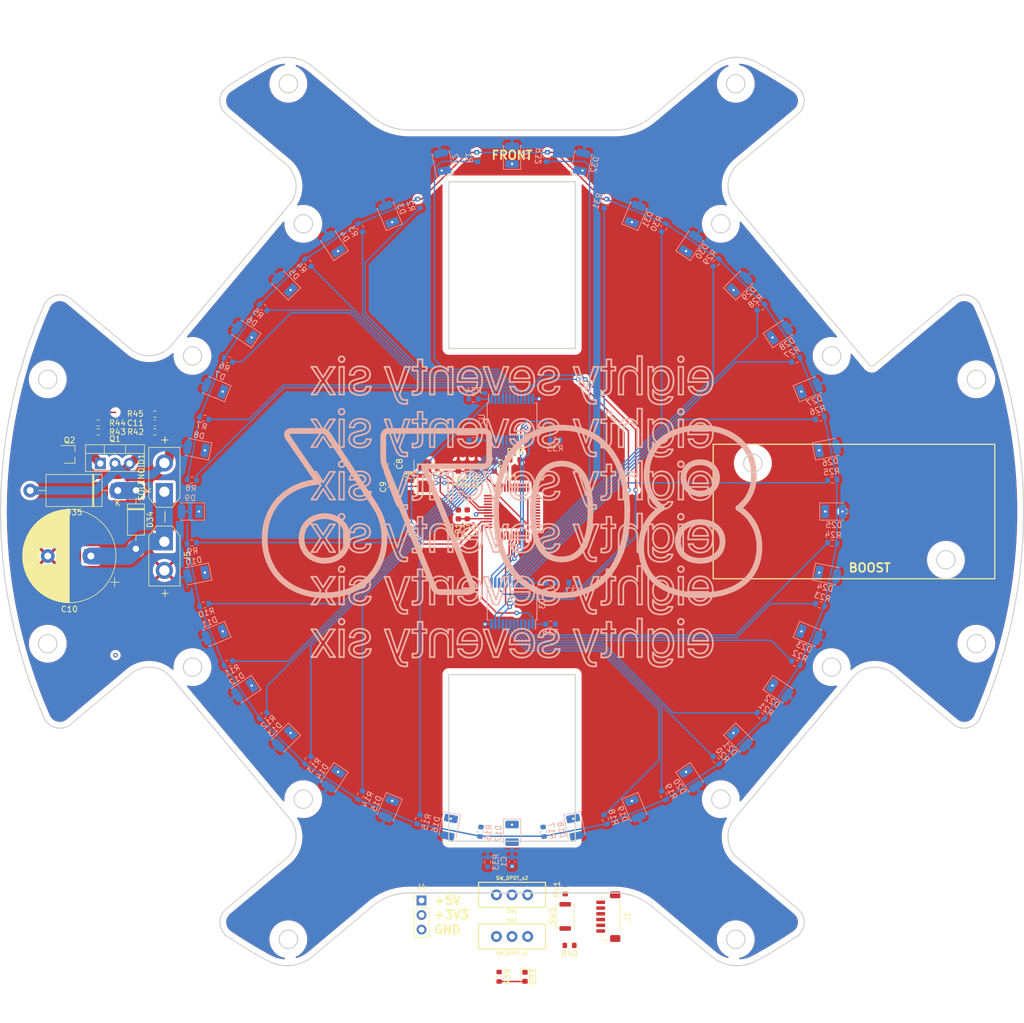
<source format=kicad_pcb>
(kicad_pcb (version 20211014) (generator pcbnew)
  (title_block (title "layer 1 pcb drawing") (date "2023-01-21") (rev "0.4") (company "8076 Robotics"))
  (layers (0 "F.Cu" signal) (31 "B.Cu" signal) (34 "B.Paste" user) (35 "F.Paste" user) (36 "B.SilkS" user "B.Silkscreen") (37 "F.SilkS" user "F.Silkscreen") (38 "B.Mask" user) (39 "F.Mask" user) (44 "Edge.Cuts" user))
  (net 0 "")
  (net 1 "GND")
  (net 2 "/SWDCLOCK")
  (net 3 "/SWDIO")
  (net 4 "/PROG3V3")
  (net 5 "/DEBUGTX")
  (net 6 "/DEBUGRX")
  (net 8 "/BATT_LVL")
  (net 11 "/OSCIN")
  (net 12 "/OSCOUT")
  (net 13 "/RESET")
  (net 14 "GNDA")
  (net 15 "VCCQ")
  (net 16 "/MUX1OUT")
  (net 17 "/MUX2OUT")
  (net 19 "Net-(R39-Pad1)")
  (net 21 "/S0")
  (net 22 "/S1")
  (net 23 "/S2")
  (net 24 "/S3")
  (net 26 "/MCU3V3")
  (net 31 "/TX")
  (net 32 "/RX")
  (net 35 "Net-(R38-Pad1)")
  (net 36 "Net-(R8-Pad2)")
  (net 37 "Net-(R7-Pad2)")
  (net 38 "Net-(R6-Pad2)")
  (net 39 "Net-(R5-Pad2)")
  (net 40 "Net-(R4-Pad2)")
  (net 41 "Net-(R3-Pad2)")
  (net 42 "Net-(R2-Pad2)")
  (net 43 "Net-(R1-Pad2)")
  (net 44 "Net-(R35-Pad1)")
  (net 45 "Net-(R16-Pad2)")
  (net 46 "Net-(R15-Pad2)")
  (net 47 "Net-(R14-Pad2)")
  (net 48 "Net-(R13-Pad2)")
  (net 49 "Net-(R12-Pad2)")
  (net 50 "Net-(R11-Pad2)")
  (net 51 "Net-(R10-Pad2)")
  (net 52 "Net-(R9-Pad2)")
  (net 53 "+3V3")
  (net 54 "Net-(R24-Pad2)")
  (net 55 "Net-(R23-Pad2)")
  (net 56 "Net-(R22-Pad2)")
  (net 57 "Net-(R21-Pad2)")
  (net 58 "Net-(R20-Pad2)")
  (net 59 "Net-(R19-Pad2)")
  (net 60 "Net-(R18-Pad2)")
  (net 61 "Net-(R17-Pad2)")
  (net 62 "Net-(R37-Pad1)")
  (net 63 "Net-(R32-Pad2)")
  (net 64 "Net-(R31-Pad2)")
  (net 65 "Net-(R30-Pad2)")
  (net 66 "Net-(R29-Pad2)")
  (net 67 "Net-(R28-Pad2)")
  (net 68 "Net-(R27-Pad2)")
  (net 69 "Net-(R26-Pad2)")
  (net 70 "Net-(R25-Pad2)")
  (net 71 "Net-(C1-Pad1)")
  (net 72 "+5V")
  (net 73 "Net-(R33-Pad1)")
  (net 74 "Net-(D33-Pad2)")
  (net 75 "Net-(R40-Pad2)")
  (net 76 "/SOLENOIDPOWER")
  (net 77 "Net-(D34-Pad1)")
  (net 78 "Net-(SOLENOID1-Pad2)")
  (net 79 "Net-(Q1-Pad1)")
  (net 80 "Net-(C11-Pad2)")
  (net 81 "Net-(C11-Pad1)")
  (net 82 "Net-(R42-Pad1)")
  (net 92 "/SOLENOIDON")
  (footprint "Resistor_SMD:R_0603_1608Metric" (layer "F.Cu") (at 107.75 190.9525 -90)
    (fp_text reference "R39")
    (fp_text value "1k")
  )
  (footprint "Diode_SMD:D_0603_1608Metric" (layer "F.Cu") (at 112.25 190.9625 -90)
    (fp_text reference "D33")
    (fp_text value "BLUE")
  )
  (footprint "Package_TO_SOT_THT:TO-220-3_Vertical" (layer "F.Cu") (at 38.36 101.65)
    (fp_text reference "Q1")
    (fp_text value "MOSFET-NCH-FQP30N06L")
  )
  (footprint "Capacitor_SMD:C_0603_1608Metric" (layer "F.Cu") (at 103.75 102.2 -90)
    (fp_text reference "C4")
    (fp_text value "1μF")
  )
  (footprint "Capacitor_SMD:C_0603_1608Metric" (layer "F.Cu") (at 89 105.735 90)
    (fp_text reference "C9")
    (fp_text value "1pF")
  )
  (footprint "Resistor_SMD:R_0603_1608Metric" (layer "F.Cu") (at 47.85 93.05 180)
    (fp_text reference "R45")
    (fp_text value "20")
  )
  (footprint "Switches:SWITCH_SPDT_PTH_11.6X4.0MM_LOCK" (layer "F.Cu") (at 110 183.95 -90)
    (fp_text reference "SW2")
    (fp_text value "SW_DPDT_x2")
  )
  (footprint "Capacitor_SMD:C_0603_1608Metric" (layer "F.Cu") (at 102.2 102.2 -90)
    (fp_text reference "C5")
    (fp_text value "1μF")
  )
  (footprint "Connector_AMASS:AMASS_XT30UPB-F_1x02_P5.0mm_Vertical" (layer "F.Cu") (at 49.5 106.55 90)
    (fp_text reference "SOLENOID1")
    (fp_text value "Conn_01x02_Female")
  )
  (footprint "Connector_AMASS:AMASS_XT30UPB-F_1x02_P5.0mm_Vertical" (layer "F.Cu") (at 49.5 115.25 -90)
    (fp_text reference "J5")
    (fp_text value "Conn_01x02_Female")
  )
  (footprint "Connector_PinHeader_2.54mm:PinHeader_1x03_P2.54mm_Vertical" (layer "F.Cu") (at 94.25 177.675)
    (fp_text reference "J4")
    (fp_text value "TEST")
  )
  (footprint "Diode_THT:D_DO-27_P15.24mm_Horizontal" (layer "F.Cu") (at 41.4 106.35 180)
    (fp_text reference "D35")
    (fp_text value "1N5401")
  )
  (footprint "Resistor_SMD:R_0603_1608Metric" (layer "F.Cu") (at 110.5 101)
    (fp_text reference "R38")
    (fp_text value "10k")
  )
  (footprint "Capacitor_SMD:C_0603_1608Metric" (layer "F.Cu") (at 106.9 102.2 -90)
    (fp_text reference "FB2")
    (fp_text value "30Ω/1.8A")
  )
  (footprint "Capacitor_SMD:C_0603_1608Metric" (layer "F.Cu") (at 102.2 110.5 90)
    (fp_text reference "C7")
    (fp_text value "1μF")
  )
  (footprint "Capacitor_SMD:C_0603_1608Metric" (layer "F.Cu") (at 100.65 102.2 -90)
    (fp_text reference "C6")
    (fp_text value "1μF")
  )
  (footprint "Resistor_SMD:R_0603_1608Metric" (layer "F.Cu") (at 38 96.15 180)
    (fp_text reference "R43")
    (fp_text value "1k")
  )
  (footprint "Capacitor_SMD:C_0603_1608Metric" (layer "F.Cu") (at 47.85 94.6)
    (fp_text reference "C11")
    (fp_text value "1500pF")
  )
  (footprint "Crystal:Crystal_SMD_5032-2Pin_5.0x3.2mm" (layer "F.Cu") (at 94.75 103.77 90)
    (fp_text reference "Y1")
    (fp_text value "Crystal")
  )
  (footprint "Resistor_SMD:R_0603_1608Metric" (layer "F.Cu") (at 47.85 96.15)
    (fp_text reference "R42")
    (fp_text value "10k")
  )
  (footprint "Resistor_SMD:R_0603_1608Metric" (layer "F.Cu") (at 38 94.6)
    (fp_text reference "R44")
    (fp_text value "10k")
  )
  (footprint "Package_TO_SOT_SMD:TSOT-23" (layer "F.Cu") (at 33 100.05)
    (fp_text reference "Q2")
    (fp_text value "MOSFET-NCH-AO3404A")
  )
  (footprint "Connector_JST:JST_SH_BM06B-SRSS-TB_1x06-1MP_P1.00mm_Vertical" (layer "F.Cu") (at 126.75 180.5 -90)
    (fp_text reference "J1")
    (fp_text value "SH1.0 Female")
  )
  (footprint "Capacitor_SMD:C_0603_1608Metric" (layer "F.Cu") (at 89 101.725 -90)
    (fp_text reference "C8")
    (fp_text value "1pF")
  )
  (footprint "Diode_THT:D_DO-41_SOD81_P10.16mm_Horizontal" (layer "F.Cu") (at 44.55 106.32 -90)
    (fp_text reference "D34")
    (fp_text value "1N4728")
  )
  (footprint "Capacitor_SMD:C_0603_1608Metric" (layer "F.Cu") (at 100.65 110.5 -90)
    (fp_text reference "FB1")
    (fp_text value "30Ω/1.8A")
  )
  (footprint "Resistor_SMD:R_0603_1608Metric" (layer "F.Cu") (at 120 185.5 180)
    (fp_text reference "R40")
    (fp_text value "1k")
  )
  (footprint "Switches:SWITCH_SPDT_PTH_11.6X4.0MM_LOCK" (layer "F.Cu") (at 110 176.7 90)
    (fp_text reference "SW1")
    (fp_text value "SW_DPDT_x2")
  )
  (footprint "Package_QFP:LQFP-48_7x7mm_P0.5mm" (layer "F.Cu") (at 110 110)
    (fp_text reference "U1")
    (fp_text value "STM32F103C8T6")
  )
  (footprint "Capacitor_THT:CP_Radial_D16.0mm_P7.50mm" (layer "F.Cu") (at 36.712754 117.75 180)
    (fp_text reference "C10")
    (fp_text value "1000µF/63V")
  )
  (footprint "Resistor_SMD:R_0603_1608Metric" (layer "F.Cu") (at 119.25 175.75 90)
    (fp_text reference "R41")
    (fp_text value "10k")
  )
  (footprint "Button_Switch_SMD:SW_Push_SPST_NO_Alps_SKRK" (layer "F.Cu") (at 119.25 180.45 90)
    (fp_text reference "SW3")
    (fp_text value "SW_Push")
  )
  (footprint "Resistor_SMD:R_0603_1608Metric" (layer "B.Cu") (at 116.077063 48.298547 -95.625)
    (fp_text reference "R32")
    (fp_text value "ALS-PT19-315C")
  )
  (footprint "Resistor_SMD:R_0603_1608Metric" (layer "B.Cu") (at 54.269655 115.48896 5.625)
    (fp_text reference "R9")
    (fp_text value "ALS-PT19-315C")
  )
  (footprint "Resistor_SMD:R_0603_1608Metric" (layer "B.Cu") (at 54.269655 104.51104 -5.625)
    (fp_text reference "R8")
    (fp_text value "ALS-PT19-315C")
  )
  (footprint "Resistor_SMD:R_0603_1608Metric" (layer "B.Cu") (at 103.3 90.4 180)
    (fp_text reference "R34")
    (fp_text value "3k")
  )
  (footprint "Resistor_SMD:R_0603_1608Metric" (layer "B.Cu") (at 74.473976 153.288586 50.625)
    (fp_text reference "R13")
    (fp_text value "ALS-PT19-315C")
  )
  (footprint "Capacitor_Tantalum_SMD:CP_EIA-3528-12_Kemet-T" (layer "B.Cu") (at 149.59798 70.40202 45)
    (fp_text reference "D29")
    (fp_text value "LED")
  )
  (footprint "Capacitor_Tantalum_SMD:CP_EIA-3528-12_Kemet-T" (layer "B.Cu") (at 161.737254 88.569728 22.5)
    (fp_text reference "D27")
    (fp_text value "LED")
  )
  (footprint "Capacitor_Tantalum_SMD:CP_EIA-3528-12_Kemet-T" (layer "B.Cu") (at 88.569728 58.262746 112.5)
    (fp_text reference "D3")
    (fp_text value "LED")
  )
  (footprint "Capacitor_Tantalum_SMD:CP_EIA-3528-12_Kemet-T" (layer "B.Cu") (at 70.40202 70.40202 135)
    (fp_text reference "D5")
    (fp_text value "LED")
  )
  (footprint "Resistor_SMD:R_0603_1608Metric" (layer "B.Cu") (at 126.255942 163.588659 106.875)
    (fp_text reference "R18")
    (fp_text value "ALS-PT19-315C")
  )
  (footprint "Resistor_SMD:R_0603_1608Metric" (layer "B.Cu") (at 93.744058 163.588659 73.125)
    (fp_text reference "R15")
    (fp_text value "ALS-PT19-315C")
  )
  (footprint "Resistor_SMD:R_0603_1608Metric" (layer "B.Cu") (at 83.601783 159.387591 61.875)
    (fp_text reference "R14")
    (fp_text value "ALS-PT19-315C")
  )
  (footprint "Resistor_SMD:R_0603_1608Metric" (layer "B.Cu") (at 105.75 171 90)
    (fp_text reference "R33")
    (fp_text value "0.39")
  )
  (footprint "Resistor_SMD:R_0603_1608Metric" (layer "B.Cu") (at 83.601782 60.612409 -61.875)
    (fp_text reference "R3")
    (fp_text value "ALS-PT19-315C")
  )
  (footprint "Resistor_SMD:R_0603_1608Metric" (layer "B.Cu") (at 163.588659 93.744058 -163.125)
    (fp_text reference "R26")
    (fp_text value "ALS-PT19-315C")
  )
  (footprint "Resistor_SMD:R_0603_1608Metric" (layer "B.Cu") (at 145.526024 66.711414 -129.375)
    (fp_text reference "R29")
    (fp_text value "ALS-PT19-315C")
  )
  (footprint "Capacitor_Tantalum_SMD:CP_EIA-3528-12_Kemet-T" (layer "B.Cu") (at 141.111933 156.562298 -56.25)
    (fp_text reference "D20")
    (fp_text value "LED")
  )
  (footprint "Capacitor_Tantalum_SMD:CP_EIA-3528-12_Kemet-T" (layer "B.Cu") (at 78.888067 63.437702 123.75)
    (fp_text reference "D4")
    (fp_text value "LED")
  )
  (footprint "Resistor_SMD:R_0603_1608Metric" (layer "B.Cu") (at 66.711414 74.473976 -39.375)
    (fp_text reference "R5")
    (fp_text value "ALS-PT19-315C")
  )
  (footprint "Capacitor_Tantalum_SMD:CP_EIA-3528-12_Kemet-T" (layer "B.Cu") (at 78.888067 156.562298 -123.75)
    (fp_text reference "D14")
    (fp_text value "LED")
  )
  (footprint "Package_SO:SSOP-24_5.3x8.2mm_P0.65mm" (layer "B.Cu") (at 110 126 90)
    (fp_text reference "U3")
    (fp_text value "CD74HC4067SM")
  )
  (footprint "Resistor_SMD:R_0603_1608Metric" (layer "B.Cu") (at 159.387591 83.601782 -151.875)
    (fp_text reference "R27")
    (fp_text value "ALS-PT19-315C")
  )
  (footprint "Resistor_SMD:R_0603_1608Metric" (layer "B.Cu") (at 103.922937 48.298547 -84.375)
    (fp_text reference "R1")
    (fp_text value "ALS-PT19-315C")
  )
  (footprint "Capacitor_Tantalum_SMD:CP_EIA-3528-12_Kemet-T" (layer "B.Cu") (at 70.40202 149.59798 -135)
    (fp_text reference "D13")
    (fp_text value "LED")
  )
  (footprint "Capacitor_SMD:C_0603_1608Metric" (layer "B.Cu") (at 103.325 97.6 180)
    (fp_text reference "C3")
    (fp_text value "0.1μF")
  )
  (footprint "Resistor_SMD:R_0603_1608Metric" (layer "B.Cu") (at 93.744058 56.411341 -73.125)
    (fp_text reference "R2")
    (fp_text value "ALS-PT19-315C")
  )
  (footprint "Capacitor_Tantalum_SMD:CP_EIA-3528-12_Kemet-T" (layer "B.Cu") (at 55.076024 120.925058 -168.75)
    (fp_text reference "D10")
    (fp_text value "LED")
  )
  (footprint "Resistor_SMD:R_0603_1608Metric" (layer "B.Cu") (at 56.411341 93.744058 -16.875)
    (fp_text reference "R7")
    (fp_text value "ALS-PT19-315C")
  )
  (footprint "Resistor_SMD:R_0603_1608Metric" (layer "B.Cu") (at 116.7 129.6)
    (fp_text reference "R36")
    (fp_text value "3k")
  )
  (footprint "Resistor_SMD:R_0603_1608Metric" (layer "B.Cu") (at 56.411341 126.255942 16.875)
    (fp_text reference "R10")
    (fp_text value "ALS-PT19-315C")
  )
  (footprint "Resistor_SMD:R_0603_1608Metric" (layer "B.Cu") (at 60.612409 136.398218 28.125)
    (fp_text reference "R11")
    (fp_text value "ALS-PT19-315C")
  )
  (footprint "Resistor_SMD:R_0603_1608Metric" (layer "B.Cu") (at 120.7 122.4)
    (fp_text reference "R37")
    (fp_text value "10k")
  )
  (footprint "Capacitor_Tantalum_SMD:CP_EIA-3528-12_Kemet-T" (layer "B.Cu") (at 164.923976 120.925058 -11.25)
    (fp_text reference "D24")
    (fp_text value "LED")
  )
  (footprint "Resistor_SMD:R_0603_1608Metric" (layer "B.Cu") (at 117.5 97.6)
    (fp_text reference "R35")
    (fp_text value "10k")
  )
  (footprint "Resistor_SMD:R_0603_1608Metric" (layer "B.Cu") (at 159.387591 136.398217 151.875)
    (fp_text reference "R22")
    (fp_text value "ALS-PT19-315C")
  )
  (footprint "Capacitor_Tantalum_SMD:CP_EIA-3528-12_Kemet-T" (layer "B.Cu") (at 120.925058 164.923976 -78.75)
    (fp_text reference "D18")
    (fp_text value "LED")
  )
  (footprint "Resistor_SMD:R_0603_1608Metric" (layer "B.Cu") (at 115.48896 165.730345 95.625)
    (fp_text reference "R17")
    (fp_text value "ALS-PT19-315C")
  )
  (footprint "Resistor_SMD:R_0603_1608Metric" (layer "B.Cu") (at 153.288586 145.526024 140.625)
    (fp_text reference "R21")
    (fp_text value "ALS-PT19-315C")
  )
  (footprint "Capacitor_Tantalum_SMD:CP_EIA-3528-12_Kemet-T" (layer "B.Cu") (at 88.569728 161.737254 -112.5)
    (fp_text reference "D15")
    (fp_text value "LED")
  )
  (footprint "Capacitor_Tantalum_SMD:CP_EIA-3528-12_Kemet-T" (layer "B.Cu") (at 55.076024 99.074942 168.75)
    (fp_text reference "D8")
    (fp_text value "LED")
  )
  (footprint "Resistor_SMD:R_0603_1608Metric" (layer "B.Cu") (at 163.588659 126.255942 163.125)
    (fp_text reference "R23")
    (fp_text value "ALS-PT19-315C")
  )
  (footprint "Resistor_SMD:R_0603_1608Metric" (layer "B.Cu") (at 136.398217 60.612409 -118.125)
    (fp_text reference "R30")
    (fp_text value "ALS-PT19-315C")
  )
  (footprint "Resistor_SMD:R_0603_1608Metric" (layer "B.Cu") (at 145.526024 153.288586 129.375)
    (fp_text reference "R20")
    (fp_text value "ALS-PT19-315C")
  )
  (footprint "Capacitor_Tantalum_SMD:CP_EIA-3528-12_Kemet-T" (layer "B.Cu") (at 63.437702 78.888067 146.25)
    (fp_text reference "D6")
    (fp_text value "LED")
  )
  (footprint "Capacitor_Tantalum_SMD:CP_EIA-3528-12_Kemet-T" (layer "B.Cu") (at 54 110 180)
    (fp_text reference "D9")
    (fp_text value "LED")
  )
  (footprint "Capacitor_Tantalum_SMD:CP_EIA-3528-12_Kemet-T" (layer "B.Cu") (at 58.262746 131.430272 -157.5)
    (fp_text reference "D11")
    (fp_text value "LED")
  )
  (footprint "Capacitor_Tantalum_SMD:CP_EIA-3528-12_Kemet-T" (layer "B.Cu") (at 122.0956 49.191313 78.75)
    (fp_text reference "D32")
    (fp_text value "LED")
  )
  (footprint "Resistor_SMD:R_0603_1608Metric" (layer "B.Cu") (at 136.398218 159.387591 118.125)
    (fp_text reference "R19")
    (fp_text value "ALS-PT19-315C")
  )
  (footprint "Capacitor_Tantalum_SMD:CP_EIA-3528-12_Kemet-T" (layer "B.Cu") (at 97.9044 49.191313 101.25)
    (fp_text reference "D2")
    (fp_text value "LED")
  )
  (footprint "Capacitor_Tantalum_SMD:CP_EIA-3528-12_Kemet-T" (layer "B.Cu") (at 141.111933 63.437702 56.25)
    (fp_text reference "D30")
    (fp_text value "LED")
  )
  (footprint "Capacitor_Tantalum_SMD:CP_EIA-3528-12_Kemet-T" (layer "B.Cu") (at 149.59798 149.59798 -45)
    (fp_text reference "D21")
    (fp_text value "LED")
  )
  (footprint "Capacitor_SMD:C_0603_1608Metric" (layer "B.Cu") (at 116.7 122.4)
    (fp_text reference "C2")
    (fp_text value "0.1μF")
  )
  (footprint "Capacitor_Tantalum_SMD:CP_EIA-3528-12_Kemet-T" (layer "B.Cu") (at 99.074942 164.923976 -101.25)
    (fp_text reference "D16")
    (fp_text value "LED")
  )
  (footprint "Resistor_SMD:R_0603_1608Metric" (layer "B.Cu") (at 126.255942 56.411341 -106.875)
    (fp_text reference "R31")
    (fp_text value "ALS-PT19-315C")
  )
  (footprint "Capacitor_Tantalum_SMD:CP_EIA-3528-12_Kemet-T" (layer "B.Cu") (at 156.562298 141.111933 -33.75)
    (fp_text reference "D22")
    (fp_text value "LED")
  )
  (footprint "Resistor_SMD:R_0603_1608Metric" (layer "B.Cu") (at 153.288586 74.473976 -140.625)
    (fp_text reference "R28")
    (fp_text value "ALS-PT19-315C")
  )
  (footprint "Resistor_SMD:R_0603_1608Metric" (layer "B.Cu") (at 66.711414 145.526024 39.375)
    (fp_text reference "R12")
    (fp_text value "ALS-PT19-315C")
  )
  (footprint "Resistor_SMD:R_0603_1608Metric" (layer "B.Cu") (at 165.730345 115.48896 174.375)
    (fp_text reference "R24")
    (fp_text value "ALS-PT19-315C")
  )
  (footprint "Capacitor_Tantalum_SMD:CP_EIA-3528-12_Kemet-T" (layer "B.Cu") (at 164.923976 99.074942 11.25)
    (fp_text reference "D26")
    (fp_text value "LED")
  )
  (footprint "Capacitor_Tantalum_SMD:CP_EIA-3528-12_Kemet-T" (layer "B.Cu") (at 58.262746 88.569728 157.5)
    (fp_text reference "D7")
    (fp_text value "LED")
  )
  (footprint "Capacitor_Tantalum_SMD:CP_EIA-3528-12_Kemet-T" (layer "B.Cu") (at 166 110)
    (fp_text reference "D25")
    (fp_text value "LED")
  )
  (footprint "Capacitor_Tantalum_SMD:CP_EIA-3528-12_Kemet-T" (layer "B.Cu") (at 161.737254 131.430272 -22.5)
    (fp_text reference "D23")
    (fp_text value "LED")
  )
  (footprint "Resistor_SMD:R_0603_1608Metric" (layer "B.Cu") (at 60.612409 83.601783 -28.125)
    (fp_text reference "R6")
    (fp_text value "ALS-PT19-315C")
  )
  (footprint "Package_SO:SSOP-24_5.3x8.2mm_P0.65mm" (layer "B.Cu") (at 110 94 -90)
    (fp_text reference "U2")
    (fp_text value "CD74HC4067SM")
  )
  (footprint "Resistor_SMD:R_0603_1608Metric" (layer "B.Cu") (at 74.473976 66.711414 -50.625)
    (fp_text reference "R4")
    (fp_text value "ALS-PT19-315C")
  )
  (footprint "Resistor_SMD:R_0603_1608Metric" (layer "B.Cu") (at 165.730345 104.51104 -174.375)
    (fp_text reference "R25")
    (fp_text value "ALS-PT19-315C")
  )
  (footprint "Capacitor_Tantalum_SMD:CP_EIA-3528-12_Kemet-T" (layer "B.Cu") (at 131.430272 58.262746 67.5)
    (fp_text reference "D31")
    (fp_text value "LED")
  )
  (footprint "Capacitor_Tantalum_SMD:CP_EIA-3528-12_Kemet-T" (layer "B.Cu") (at 63.437702 141.111933 -146.25)
    (fp_text reference "D12")
    (fp_text value "LED")
  )
  (footprint "Capacitor_Tantalum_SMD:CP_EIA-3528-12_Kemet-T" (layer "B.Cu") (at 110 48 90)
    (fp_text reference "D1")
    (fp_text value "LED")
  )
  (footprint "Capacitor_Tantalum_SMD:CP_EIA-3528-12_Kemet-T" (layer "B.Cu") (at 156.562298 78.888067 33.75)
    (fp_text reference "D28")
    (fp_text value "LED")
  )
  (footprint "Capacitor_Tantalum_SMD:CP_EIA-3528-12_Kemet-T" (layer "B.Cu") (at 110 166 -90)
    (fp_text reference "D17")
    (fp_text value "LED")
  )
  (footprint "Capacitor_Tantalum_SMD:CP_EIA-3528-12_Kemet-T" (layer "B.Cu") (at 131.430272 161.737254 -67.5)
    (fp_text reference "D19")
    (fp_text value "LED")
  )
  (footprint "Capacitor_SMD:C_0603_1608Metric" (layer "B.Cu") (at 110 170.94 -90)
    (fp_text reference "C1")
    (fp_text value "1μF")
  )
  (footprint "Resistor_SMD:R_0603_1608Metric" (layer "B.Cu") (at 104.51104 165.730345 84.375)
    (fp_text reference "R16")
    (fp_text value "ALS-PT19-315C")
  )
  (gr_curve (pts (xy 127.275675 103.763147) (xy 127.275675 103.763147) (xy 127.275675 106.694326) (xy 127.275675 106.694326)) (layer "B.SilkS") (width 0.3))
  (gr_curve (pts (xy 110.568943 95.307532) (xy 110.484818 95.489723) (xy 110.432195 95.708246) (xy 110.410676 95.962509)) (layer "B.SilkS") (width 0.3))
  (gr_curve (pts (xy 89.700342 99.093442) (xy 89.700342 99.093442) (xy 87.814417 93.960406) (xy 87.814417 93.960406)) (layer "B.SilkS") (width 0.3))
  (gr_curve (pts (xy 127.275589 112.896938) (xy 127.275589 112.896938) (xy 127.275589 115.828204) (xy 127.275589 115.828204)) (layer "B.SilkS") (width 0.3))
  (gr_curve (pts (xy 99.682999 126.192772) (xy 99.682999 126.192772) (xy 98.874671 126.192772) (xy 98.874671 126.192772)) (layer "B.SilkS") (width 0.3))
  (gr_line (start 75.081618 117.059153) (end 75.978264 117.059153) (layer "B.SilkS") (width 0.3))
  (gr_curve (pts (xy 92.787029 116.476108) (xy 92.832051 116.480766) (xy 92.879316 116.483181) (xy 92.928823 116.483181)) (layer "B.SilkS") (width 0.3))
  (gr_curve (pts (xy 94.424556 92.65511) (xy 94.424556 92.65511) (xy 94.424556 93.960406) (xy 94.424556 93.960406)) (layer "B.SilkS") (width 0.3))
  (gr_curve (pts (xy 101.48302 112.439473) (xy 101.800417 112.236614) (xy 102.179051 112.135185) (xy 102.618749 112.135185)) (layer "B.SilkS") (width 0.3))
  (gr_curve (pts (xy 82.462998 106.633866) (xy 82.462998 106.77954) (xy 82.504915 106.905637) (xy 82.588404 107.0125)) (layer "B.SilkS") (width 0.3))
  (gr_curve (pts (xy 84.307179 132.20969) (xy 84.424995 132.095151) (xy 84.483645 131.955772) (xy 84.483645 131.791554)) (layer "B.SilkS") (width 0.3))
  (gr_curve (pts (xy 123.639279 110) (xy 123.639279 115.407739) (xy 121.996921 118.331933) (xy 118.632167 118.331933)) (layer "B.SilkS") (width 1))
  (gr_curve (pts (xy 100.556186 133.942264) (xy 100.556186 133.942264) (xy 101.350541 133.942264) (xy 101.350541 133.942264)) (layer "B.SilkS") (width 0.3))
  (gr_curve (pts (xy 116.363855 89.750582) (xy 116.004714 89.750582) (xy 115.683349 89.689431) (xy 115.40002 89.56713)) (layer "B.SilkS") (width 0.3))
  (gr_curve (pts (xy 110.692107 134.355743) (xy 110.800609 134.464245) (xy 110.935244 134.549286) (xy 111.096271 134.611213)) (layer "B.SilkS") (width 0.3))
  (gr_line (start 107.180298 88.798304) (end 105.842572 84.826614) (layer "B.SilkS") (width 0.3))
  (gr_curve (pts (xy 137.118953 130.709299) (xy 137.428674 130.913709) (xy 137.671034 131.200919) (xy 137.845947 131.570928)) (layer "B.SilkS") (width 0.3))
  (gr_curve (pts (xy 134.503618 116.227538) (xy 134.503618 116.227538) (xy 134.503618 116.845428) (xy 134.503618 116.845428)) (layer "B.SilkS") (width 0.3))
  (gr_curve (pts (xy 115.365262 122.722794) (xy 115.365262 122.722794) (xy 115.360605 122.755396) (xy 115.360605 122.755396)) (layer "B.SilkS") (width 0.3))
  (gr_curve (pts (xy 126.439402 84.826614) (xy 126.439402 84.826614) (xy 126.439402 83.521319) (xy 126.439402 83.521319)) (layer "B.SilkS") (width 0.3))
  (gr_curve (pts (xy 84.483645 86.122681) (xy 84.483645 86.122681) (xy 84.483645 86.118024) (xy 84.483645 86.118024)) (layer "B.SilkS") (width 0.3))
  (gr_curve (pts (xy 124.363039 99.748418) (xy 124.412632 99.748418) (xy 124.459897 99.745313) (xy 124.504746 99.739103)) (layer "B.SilkS") (width 0.3))
  (gr_curve (pts (xy 96.505578 126.192772) (xy 96.505578 126.192772) (xy 95.69725 126.192772) (xy 95.69725 126.192772)) (layer "B.SilkS") (width 0.3))
  (gr_curve (pts (xy 112.861361 112.453445) (xy 113.186521 112.665446) (xy 113.438972 112.96128) (xy 113.618543 113.340604)) (layer "B.SilkS") (width 0.3))
  (gr_curve (pts (xy 82.823002 85.620969) (xy 82.648089 85.763453) (xy 82.545107 85.952425) (xy 82.514057 86.187713)) (layer "B.SilkS") (width 0.3))
  (gr_curve (pts (xy 109.846606 85.890412) (xy 110.016948 85.52506) (xy 110.260861 85.240869) (xy 110.578258 85.038011)) (layer "B.SilkS") (width 0.3))
  (gr_curve (pts (xy 118.161548 95.293646) (xy 118.161548 95.640454) (xy 118.050114 95.923093) (xy 117.82716 96.14139)) (layer "B.SilkS") (width 0.3))
  (gr_curve (pts (xy 127.275589 94.629355) (xy 127.275589 94.629355) (xy 127.275589 97.560534) (xy 127.275589 97.560534)) (layer "B.SilkS") (width 0.3))
  (gr_curve (pts (xy 116.043353 115.084909) (xy 115.767787 115.153045) (xy 115.577349 115.239812) (xy 115.472039 115.345036)) (layer "B.SilkS") (width 0.3))
  (gr_curve (pts (xy 138.870157 129.171648) (xy 138.870157 129.029337) (xy 138.918974 128.909278) (xy 139.016522 128.811644)) (layer "B.SilkS") (width 0.3))
  (gr_line (start 75.978264 107.925275) (end 77.134866 106.085752) (layer "B.SilkS") (width 0.3))
  (gr_curve (pts (xy 116.387143 94.541122) (xy 116.086737 94.541122) (xy 115.849034 94.612364) (xy 115.674034 94.754761)) (layer "B.SilkS") (width 0.3))
  (gr_curve (pts (xy 81.933428 105.748949) (xy 82.131628 105.543072) (xy 82.475418 105.381268) (xy 82.964796 105.263538)) (layer "B.SilkS") (width 0.3))
  (gr_curve (pts (xy 90.085876 127.247255) (xy 89.943565 127.05216) (xy 89.815053 126.801347) (xy 89.700342 126.494817)) (layer "B.SilkS") (width 0.3))
  (gr_curve (pts (xy 85.436008 124.841075) (xy 85.401854 125.128975) (xy 85.305255 125.381512) (xy 85.145693 125.59817)) (layer "B.SilkS") (width 0.3))
  (gr_curve (pts (xy 138.860195 115.207469) (xy 138.860195 113.084531) (xy 140.502552 111.842714) (xy 142.745722 111.842714)) (layer "B.SilkS") (width 1))
  (gr_curve (pts (xy 82.5094 104.487813) (xy 82.5094 104.487813) (xy 81.738332 104.487813) (xy 81.738332 104.487813)) (layer "B.SilkS") (width 0.3))
  (gr_curve (pts (xy 82.964796 105.263538) (xy 82.964796 105.263538) (xy 83.731206 105.077757) (xy 83.731206 105.077757)) (layer "B.SilkS") (width 0.3))
  (gr_curve (pts (xy 103.798639 122.729866) (xy 103.680995 122.483539) (xy 103.519881 122.297758) (xy 103.31547 122.172351)) (layer "B.SilkS") (width 0.3))
  (gr_curve (pts (xy 118.287127 133.974866) (xy 118.253058 134.262766) (xy 118.156287 134.515304) (xy 117.996726 134.731962)) (layer "B.SilkS") (width 0.3))
  (gr_curve (pts (xy 85.436008 106.573491) (xy 85.401854 106.861477) (xy 85.305255 107.113929) (xy 85.145693 107.330673)) (layer "B.SilkS") (width 0.3))
  (gr_curve (pts (xy 136.059726 117.105555) (xy 135.827457 117.105555) (xy 135.613041 117.069158) (xy 135.416393 116.996364)) (layer "B.SilkS") (width 0.3))
  (gr_curve (pts (xy 124.623253 136.915275) (xy 124.570641 136.92459) (xy 124.504832 136.933042) (xy 124.425828 136.940804)) (layer "B.SilkS") (width 0.3))
  (gr_curve (pts (xy 117.936351 103.684142) (xy 118.086597 103.897868) (xy 118.161634 104.144023) (xy 118.161634 104.422781)) (layer "B.SilkS") (width 0.3))
  (gr_curve (pts (xy 132.608291 92.088453) (xy 132.608291 92.088453) (xy 132.608291 98.791483) (xy 132.608291 98.791483)) (layer "B.SilkS") (width 0.3))
  (gr_curve (pts (xy 93.421133 125.479836) (xy 93.532567 125.388412) (xy 93.588457 125.214189) (xy 93.588457 124.957166)) (layer "B.SilkS") (width 0.3))
  (gr_curve (pts (xy 138.108404 132.883296) (xy 138.108404 133.384922) (xy 138.022413 133.822378) (xy 137.850605 134.195492)) (layer "B.SilkS") (width 0.3))
  (gr_curve (pts (xy 81.933428 96.615157) (xy 82.131628 96.40928) (xy 82.475418 96.247476) (xy 82.964796 96.129746)) (layer "B.SilkS") (width 0.3))
  (gr_curve (pts (xy 117.309147 112.316309) (xy 117.577123 112.437058) (xy 117.786105 112.604381) (xy 117.936265 112.817934)) (layer "B.SilkS") (width 0.3))
  (gr_curve (pts (xy 109.846692 131.559371) (xy 110.017034 131.194019) (xy 110.260947 130.909742) (xy 110.578344 130.706884)) (layer "B.SilkS") (width 0.3))
  (gr_curve (pts (xy 128.766837 131.340988) (xy 128.912426 131.046878) (xy 129.114422 130.816938) (xy 129.372997 130.651167)) (layer "B.SilkS") (width 0.3))
  (gr_curve (pts (xy 143.914787 112.453445) (xy 144.239947 112.665446) (xy 144.492398 112.96128) (xy 144.671969 113.340604)) (layer "B.SilkS") (width 0.3))
  (gr_curve (pts (xy 92.861376 98.872816) (xy 92.782371 98.864968) (xy 92.718202 98.858068) (xy 92.668695 98.851858)) (layer "B.SilkS") (width 0.3))
  (gr_curve (pts (xy 131.207863 103.89321) (xy 131.020529 103.775567) (xy 130.803009 103.716658) (xy 130.555215 103.716658)) (layer "B.SilkS") (width 0.3))
  (gr_curve (pts (xy 137.941166 135.726071) (xy 137.941166 135.726071) (xy 137.931851 135.767988) (xy 137.931851 135.767988)) (layer "B.SilkS") (width 0.3))
  (gr_curve (pts (xy 125.519641 93.960406) (xy 125.519641 93.960406) (xy 126.439402 93.960406) (xy 126.439402 93.960406)) (layer "B.SilkS") (width 0.3))
  (gr_curve (pts (xy 85.145693 98.196881) (xy 84.986132 98.413712) (xy 84.768612 98.582415) (xy 84.492959 98.70325)) (layer "B.SilkS") (width 0.3))
  (gr_curve (pts (xy 92.861376 135.407983) (xy 92.782371 135.400049) (xy 92.718202 135.393149) (xy 92.668695 135.386939)) (layer "B.SilkS") (width 0.3))
  (gr_curve (pts (xy 83.512823 89.750582) (xy 83.153682 89.750582) (xy 82.832317 89.689431) (xy 82.548902 89.56713)) (layer "B.SilkS") (width 0.3))
  (gr_curve (pts (xy 103.759136 107.711636) (xy 103.426214 107.91596) (xy 103.029123 108.018165) (xy 102.56769 108.018165)) (layer "B.SilkS") (width 0.3))
  (gr_curve (pts (xy 90.601474 109.41178) (xy 90.400341 109.318804) (xy 90.22836 109.174854) (xy 90.085876 108.979758)) (layer "B.SilkS") (width 0.3))
  (gr_curve (pts (xy 109.846692 104.157996) (xy 110.017034 103.792644) (xy 110.260947 103.508453) (xy 110.578344 103.305595)) (layer "B.SilkS") (width 0.3))
  (gr_curve (pts (xy 82.946166 116.392447) (xy 83.10107 116.449889) (xy 83.288403 116.478523) (xy 83.508166 116.478523)) (layer "B.SilkS") (width 0.3))
  (gr_curve (pts (xy 84.623023 124.845732) (xy 84.623023 124.845732) (xy 84.632338 124.79933) (xy 84.632338 124.79933)) (layer "B.SilkS") (width 0.3))
  (gr_curve (pts (xy 123.452592 118.545572) (xy 123.251286 118.452595) (xy 123.079392 118.308732) (xy 122.936908 118.113636)) (layer "B.SilkS") (width 0.3))
  (gr_curve (pts (xy 123.373588 117.337738) (xy 123.469583 117.610286) (xy 123.594213 117.791409) (xy 123.747564 117.881281)) (layer "B.SilkS") (width 0.3))
  (gr_line (start 109.38224 121.361781) (end 108.532168 121.361781) (layer "B.SilkS") (width 0.3))
  (gr_curve (pts (xy 144.110778 132.49759) (xy 144.087792 132.256071) (xy 144.033789 132.044307) (xy 143.947389 131.863658)) (layer "B.SilkS") (width 0.3))
  (gr_curve (pts (xy 98.280069 103.886224) (xy 98.091183 103.773238) (xy 97.869868 103.716658) (xy 97.615777 103.716658)) (layer "B.SilkS") (width 0.3))
  (gr_curve (pts (xy 81.636213 97.439699) (xy 81.636213 97.095996) (xy 81.7354 96.821206) (xy 81.933428 96.615157)) (layer "B.SilkS") (width 0.3))
  (gr_curve (pts (xy 83.731206 123.345341) (xy 83.997544 123.280309) (xy 84.189535 123.190437) (xy 84.307179 123.075898)) (layer "B.SilkS") (width 0.3))
  (gr_curve (pts (xy 117.158297 123.075898) (xy 117.276027 122.961359) (xy 117.334849 122.821981) (xy 117.334849 122.657762)) (layer "B.SilkS") (width 0.3))
  (gr_curve (pts (xy 121.515607 121.361781) (xy 121.515607 121.361781) (xy 122.852071 125.384617) (xy 122.852071 125.384617)) (layer "B.SilkS") (width 0.3))
  (gr_curve (pts (xy 110.569029 104.441324) (xy 110.484904 104.623515) (xy 110.432281 104.842038) (xy 110.410762 105.096301)) (layer "B.SilkS") (width 0.3))
  (gr_curve (pts (xy 81.636213 115.707283) (xy 81.636213 115.363666) (xy 81.7354 115.088876) (xy 81.933428 114.88274)) (layer "B.SilkS") (width 0.3))
  (gr_curve (pts (xy 94.094739 125.969904) (xy 93.874804 126.180525) (xy 93.543434 126.285749) (xy 93.100631 126.285749)) (layer "B.SilkS") (width 0.3))
  (gr_curve (pts (xy 94.424556 103.763147) (xy 94.424556 103.763147) (xy 94.424556 106.694326) (xy 94.424556 106.694326)) (layer "B.SilkS") (width 0.3))
  (gr_line (start 77.125552 132.307152) (end 77.106922 132.307152) (layer "B.SilkS") (width 0.3))
  (gr_curve (pts (xy 82.823002 122.156137) (xy 82.648089 122.29862) (xy 82.545107 122.487506) (xy 82.514057 122.722794)) (layer "B.SilkS") (width 0.3))
  (gr_curve (pts (xy 116.387229 130.402597) (xy 116.734037 130.402597) (xy 117.041429 130.462971) (xy 117.309233 130.583892)) (layer "B.SilkS") (width 0.3))
  (gr_curve (pts (xy 111.096185 98.076132) (xy 111.257212 98.138059) (xy 111.439888 98.169023) (xy 111.644298 98.169023)) (layer "B.SilkS") (width 0.3))
  (gr_curve (pts (xy 134.896138 112.571779) (xy 135.046384 112.435505) (xy 135.217416 112.328729) (xy 135.409407 112.251277)) (layer "B.SilkS") (width 0.3))
  (gr_curve (pts (xy 100.795441 116.27877) (xy 100.682454 116.105237) (xy 100.605865 115.919456) (xy 100.565501 115.721255)) (layer "B.SilkS") (width 0.3))
  (gr_curve (pts (xy 117.827246 123.542679) (xy 117.604205 123.761062) (xy 117.26516 123.924418) (xy 116.809936 124.032747)) (layer "B.SilkS") (width 0.3))
  (gr_curve (pts (xy 84.976128 123.542679) (xy 84.753087 123.761062) (xy 84.413955 123.924418) (xy 83.958732 124.032747)) (layer "B.SilkS") (width 0.3))
  (gr_curve (pts (xy 114.847335 121.967941) (xy 114.997582 121.752835) (xy 115.203458 121.582407) (xy 115.465139 121.457001)) (layer "B.SilkS") (width 0.3))
  (gr_curve (pts (xy 136.041269 121.268805) (xy 136.450004 121.268805) (xy 136.809318 121.371096) (xy 137.118953 121.575507)) (layer "B.SilkS") (width 0.3))
  (gr_curve (pts (xy 96.505578 98.791483) (xy 96.505578 98.791483) (xy 95.69725 98.791483) (xy 95.69725 98.791483)) (layer "B.SilkS") (width 0.3))
  (gr_curve (pts (xy 117.936265 85.416559) (xy 118.086511 85.630284) (xy 118.161548 85.87644) (xy 118.161548 86.155197)) (layer "B.SilkS") (width 0.3))
  (gr_curve (pts (xy 134.522248 103.911754) (xy 134.621434 103.732183) (xy 134.746064 103.574261) (xy 134.896224 103.437987)) (layer "B.SilkS") (width 0.3))
  (gr_curve (pts (xy 143.914873 103.319567) (xy 144.240033 103.531654) (xy 144.492484 103.827489) (xy 144.672055 104.206726)) (layer "B.SilkS") (width 0.3))
  (gr_curve (pts (xy 140.704936 88.273391) (xy 140.704936 88.273391) (xy 141.499291 88.273391) (xy 141.499291 88.273391)) (layer "B.SilkS") (width 0.3))
  (gr_curve (pts (xy 113.888072 132.929699) (xy 113.888072 133.434429) (xy 113.799063 133.873437) (xy 113.620958 134.246552)) (layer "B.SilkS") (width 0.3))
  (gr_curve (pts (xy 101.473705 113.575202) (xy 101.389569 113.757339) (xy 101.336935 113.975884) (xy 101.315427 114.230179)) (layer "B.SilkS") (width 0.3))
  (gr_curve (pts (xy 127.981711 130.495573) (xy 127.981711 130.495573) (xy 127.981711 131.164522) (xy 127.981711 131.164522)) (layer "B.SilkS") (width 0.3))
  (gr_curve (pts (xy 142.71644 108.018165) (xy 142.453208 108.018165) (xy 142.208519 107.981768) (xy 141.98246 107.908974)) (layer "B.SilkS") (width 0.3))
  (gr_curve (pts (xy 110.32503 98.468652) (xy 110.148565 98.337036) (xy 110.003838 98.184547) (xy 109.890766 98.0111)) (layer "B.SilkS") (width 0.3))
  (gr_curve (pts (xy 112.410795 113.038732) (xy 112.206385 112.913153) (xy 111.975754 112.850536) (xy 111.718645 112.850536)) (layer "B.SilkS") (width 0.3))
  (gr_curve (pts (xy 134.503704 125.36133) (xy 134.503704 125.36133) (xy 134.503704 125.979219) (xy 134.503704 125.979219)) (layer "B.SilkS") (width 0.3))
  (gr_curve (pts (xy 83.536111 131.076203) (xy 83.235791 131.076203) (xy 82.998088 131.147445) (xy 82.823002 131.289928)) (layer "B.SilkS") (width 0.3))
  (gr_curve (pts (xy 96.136431 103.482147) (xy 96.428988 103.161558) (xy 96.840052 103.001307) (xy 97.369622 103.001307)) (layer "B.SilkS") (width 0.3))
  (gr_curve (pts (xy 104.792747 132.929699) (xy 104.792747 133.434429) (xy 104.703738 133.873437) (xy 104.525547 134.246552)) (layer "B.SilkS") (width 0.3))
  (gr_curve (pts (xy 134.503618 87.20968) (xy 134.503618 87.20968) (xy 134.503618 87.214337) (xy 134.503618 87.214337)) (layer "B.SilkS") (width 0.3))
  (gr_curve (pts (xy 141.378543 125.870028) (xy 141.202077 125.738412) (xy 141.05735 125.585923) (xy 140.944278 125.412389)) (layer "B.SilkS") (width 0.3))
  (gr_curve (pts (xy 127.275589 97.560534) (xy 127.275589 98.021968) (xy 127.165621 98.357995) (xy 126.945772 98.568529)) (layer "B.SilkS") (width 0.3))
  (gr_curve (pts (xy 81.933428 133.150324) (xy 82.131628 132.944361) (xy 82.475418 132.782557) (xy 82.964796 132.664913)) (layer "B.SilkS") (width 0.3))
  (gr_curve (pts (xy 84.369968 94.877839) (xy 84.294069 94.771062) (xy 84.184877 94.688177) (xy 84.042394 94.629355)) (layer "B.SilkS") (width 0.3))
  (gr_curve (pts (xy 143.454906 88.842464) (xy 143.668632 88.713952) (xy 143.83354 88.528862) (xy 143.949632 88.287364)) (layer "B.SilkS") (width 0.3))
  (gr_curve (pts (xy 144.121807 114.861868) (xy 144.121807 114.861868) (xy 140.644562 114.861868) (xy 140.644562 114.861868)) (layer "B.SilkS") (width 0.3))
  (gr_curve (pts (xy 137.109551 117.500404) (xy 137.109551 117.500404) (xy 137.128181 117.458659) (xy 137.128181 117.458659)) (layer "B.SilkS") (width 0.3))
  (gr_curve (pts (xy 90.021987 125.384617) (xy 90.021987 125.384617) (xy 91.354084 121.361781) (xy 91.354084 121.361781)) (layer "B.SilkS") (width 0.3))
  (gr_curve (pts (xy 81.738332 122.755396) (xy 81.738332 122.755396) (xy 81.742989 122.695022) (xy 81.742989 122.695022)) (layer "B.SilkS") (width 0.3))
  (gr_curve (pts (xy 143.947303 95.328491) (xy 143.829659 95.082249) (xy 143.668632 94.896469) (xy 143.464221 94.771062)) (layer "B.SilkS") (width 0.3))
  (gr_line (start 79.215887 117.059153) (end 77.57146 114.643658) (layer "B.SilkS") (width 0.3))
  (gr_curve (pts (xy 122.936994 136.381047) (xy 122.794597 136.185951) (xy 122.666085 135.935139) (xy 122.55146 135.628609)) (layer "B.SilkS") (width 0.3))
  (gr_curve (pts (xy 109.660825 88.31988) (xy 109.660825 88.31988) (xy 109.65151 88.273391) (xy 109.65151 88.273391)) (layer "B.SilkS") (width 0.3))
  (gr_curve (pts (xy 77.374424 118.572223) (xy 75.251313 118.572223) (xy 73.368665 117.130309) (xy 73.368665 114.686696)) (layer "B.SilkS") (width 1))
  (gr_curve (pts (xy 95.69725 107.925275) (xy 95.69725 107.925275) (xy 95.69725 104.789771) (xy 95.69725 104.789771)) (layer "B.SilkS") (width 0.3))
  (gr_curve (pts (xy 139.37644 82.996406) (xy 139.515818 82.996406) (xy 139.635015 83.045223) (xy 139.734115 83.142771)) (layer "B.SilkS") (width 0.3))
  (gr_curve (pts (xy 140.900118 122.425579) (xy 141.07046 122.060228) (xy 141.314373 121.77595) (xy 141.63177 121.573092)) (layer "B.SilkS") (width 0.3))
  (gr_curve (pts (xy 117.996726 125.59817) (xy 117.837337 125.815001) (xy 117.619816 125.983704) (xy 117.344078 126.104626)) (layer "B.SilkS") (width 0.3))
  (gr_curve (pts (xy 131.644542 131.782239) (xy 131.540785 131.574896) (xy 131.395282 131.41223) (xy 131.207863 131.294586)) (layer "B.SilkS") (width 0.3))
  (gr_curve (pts (xy 137.281446 96.348129) (xy 137.281446 96.348129) (xy 137.281446 96.343472) (xy 137.281446 96.343472)) (layer "B.SilkS") (width 0.3))
  (gr_curve (pts (xy 139.734115 110.544146) (xy 139.833302 110.641694) (xy 139.882722 110.761753) (xy 139.882722 110.90415)) (layer "B.SilkS") (width 0.3))
  (gr_curve (pts (xy 132.608377 135.326564) (xy 132.608377 135.326564) (xy 131.800136 135.326564) (xy 131.800136 135.326564)) (layer "B.SilkS") (width 0.3))
  (gr_curve (pts (xy 101.315427 114.230179) (xy 101.315427 114.230179) (xy 103.961951 114.230179) (xy 103.961951 114.230179)) (layer "B.SilkS") (width 0.3))
  (gr_curve (pts (xy 124.504746 99.739103) (xy 124.549682 99.732893) (xy 124.589098 99.726683) (xy 124.623166 99.72056)) (layer "B.SilkS") (width 0.3))
  (gr_curve (pts (xy 117.125695 116.276355) (xy 117.308457 116.141634) (xy 117.424634 115.953611) (xy 117.474055 115.71194)) (layer "B.SilkS") (width 0.3))
  (gr_curve (pts (xy 135.836772 99.79482) (xy 136.165036 99.79482) (xy 136.439913 99.744451) (xy 136.661314 99.643884)) (layer "B.SilkS") (width 0.3))
  (gr_curve (pts (xy 141.745447 88.68687) (xy 141.853948 88.795285) (xy 141.988583 88.880413) (xy 142.149611 88.94234)) (layer "B.SilkS") (width 0.3))
  (gr_curve (pts (xy 116.04344 105.95103) (xy 115.767873 106.019167) (xy 115.577435 106.105934) (xy 115.472125 106.211158)) (layer "B.SilkS") (width 0.3))
  (gr_curve (pts (xy 91.354084 103.094198) (xy 91.354084 103.094198) (xy 92.218129 103.094198) (xy 92.218129 103.094198)) (layer "B.SilkS") (width 0.3))
  (gr_curve (pts (xy 94.424556 85.495563) (xy 94.424556 85.495563) (xy 94.424556 88.426743) (xy 94.424556 88.426743)) (layer "B.SilkS") (width 0.3))
  (gr_curve (pts (xy 117.158211 113.942106) (xy 117.275941 113.827567) (xy 117.334763 113.688189) (xy 117.334763 113.524143)) (layer "B.SilkS") (width 0.3))
  (gr_curve (pts (xy 136.626556 107.040358) (xy 136.837176 106.896322) (xy 136.99898 106.691997) (xy 137.111966 106.427212)) (layer "B.SilkS") (width 0.3))
  (gr_curve (pts (xy 127.275589 85.495563) (xy 127.275589 85.495563) (xy 127.275589 88.426743) (xy 127.275589 88.426743)) (layer "B.SilkS") (width 0.3))
  (gr_curve (pts (xy 129.372997 103.249878) (xy 129.631572 103.084193) (xy 129.932754 103.001307) (xy 130.276457 103.001307)) (layer "B.SilkS") (width 0.3))
  (gr_curve (pts (xy 135.827543 137.045339) (xy 135.39095 137.045339) (xy 135.013178 136.968749) (xy 134.694142 136.815398)) (layer "B.SilkS") (width 0.3))
  (gr_curve (pts (xy 85.440666 124.79933) (xy 85.440666 124.79933) (xy 85.436008 124.841075) (xy 85.436008 124.841075)) (layer "B.SilkS") (width 0.3))
  (gr_curve (pts (xy 142.697811 125.570398) (xy 142.988988 125.570398) (xy 143.241353 125.506056) (xy 143.454992 125.377545)) (layer "B.SilkS") (width 0.3))
  (gr_curve (pts (xy 100.556186 124.808472) (xy 100.556186 124.808472) (xy 101.350541 124.808472) (xy 101.350541 124.808472)) (layer "B.SilkS") (width 0.3))
  (gr_curve (pts (xy 112.854461 107.711636) (xy 112.521625 107.91596) (xy 112.124448 108.018165) (xy 111.663014 108.018165)) (layer "B.SilkS") (width 0.3))
  (gr_curve (pts (xy 82.588404 116.146291) (xy 82.672066 116.25324) (xy 82.791262 116.335177) (xy 82.946166 116.392447)) (layer "B.SilkS") (width 0.3))
  (gr_curve (pts (xy 81.742989 131.828814) (xy 81.761619 131.559371) (xy 81.845971 131.317011) (xy 81.996217 131.101733)) (layer "B.SilkS") (width 0.3))
  (gr_curve (pts (xy 102.623407 121.984156) (xy 102.366384 121.984156) (xy 102.138686 122.04384) (xy 101.940486 122.163037)) (layer "B.SilkS") (width 0.3))
  (gr_curve (pts (xy 84.632338 115.665538) (xy 84.632338 115.665538) (xy 85.440666 115.665538) (xy 85.440666 115.665538)) (layer "B.SilkS") (width 0.3))
  (gr_curve (pts (xy 83.536111 94.541122) (xy 83.235791 94.541122) (xy 82.998088 94.612364) (xy 82.823002 94.754761)) (layer "B.SilkS") (width 0.3))
  (gr_curve (pts (xy 115.472125 124.478655) (xy 115.366814 124.584052) (xy 115.314116 124.723431) (xy 115.314116 124.896792)) (layer "B.SilkS") (width 0.3))
  (gr_curve (pts (xy 116.363942 135.419541) (xy 116.0048 135.419541) (xy 115.683435 135.358304) (xy 115.400107 135.236003)) (layer "B.SilkS") (width 0.3))
  (gr_curve (pts (xy 92.668695 98.851858) (xy 92.668695 98.851858) (xy 92.668695 98.196881) (xy 92.668695 98.196881)) (layer "B.SilkS") (width 0.3))
  (gr_curve (pts (xy 124.623166 100.380194) (xy 124.570554 100.389422) (xy 124.504746 100.397961) (xy 124.425742 100.405723)) (layer "B.SilkS") (width 0.3))
  (gr_curve (pts (xy 138.108317 87.214337) (xy 138.108317 87.715963) (xy 138.022327 88.153419) (xy 137.850518 88.526619)) (layer "B.SilkS") (width 0.3))
  (gr_curve (pts (xy 136.661401 127.04526) (xy 136.882802 126.944521) (xy 137.032272 126.807557) (xy 137.109638 126.634196)) (layer "B.SilkS") (width 0.3))
  (gr_curve (pts (xy 82.621006 87.943574) (xy 82.515782 88.048885) (xy 82.462998 88.188264) (xy 82.462998 88.361711)) (layer "B.SilkS") (width 0.3))
  (gr_curve (pts (xy 132.608377 119.489828) (xy 132.608377 119.489828) (xy 132.608377 126.192772) (xy 132.608377 126.192772)) (layer "B.SilkS") (width 0.3))
  (gr_curve (pts (xy 134.503704 122.179251) (xy 134.503704 122.179251) (xy 134.522248 122.179251) (xy 134.522248 122.179251)) (layer "B.SilkS") (width 0.3))
  (gr_curve (pts (xy 135.416479 107.862572) (xy 135.219831 107.789864) (xy 135.045694 107.688348) (xy 134.893895 107.558285)) (layer "B.SilkS") (width 0.3))
  (gr_curve (pts (xy 101.940486 94.761747) (xy 101.742285 94.88103) (xy 101.586691 95.06293) (xy 101.473705 95.307532)) (layer "B.SilkS") (width 0.3))
  (gr_curve (pts (xy 136.041182 84.733724) (xy 136.449917 84.733724) (xy 136.809232 84.835929) (xy 137.118866 85.04034)) (layer "B.SilkS") (width 0.3))
  (gr_curve (pts (xy 141.622369 113.575202) (xy 141.538233 113.757339) (xy 141.485599 113.975884) (xy 141.464091 114.230179)) (layer "B.SilkS") (width 0.3))
  (gr_curve (pts (xy 134.503704 125.979219) (xy 134.503704 126.353886) (xy 134.619795 126.650411) (xy 134.852065 126.868621)) (layer "B.SilkS") (width 0.3))
  (gr_curve (pts (xy 101.940486 103.895539) (xy 101.742285 104.014822) (xy 101.586691 104.196721) (xy 101.473705 104.441324)) (layer "B.SilkS") (width 0.3))
  (gr_curve (pts (xy 142.089236 94.761747) (xy 141.891035 94.88103) (xy 141.735442 95.06293) (xy 141.622369 95.307532)) (layer "B.SilkS") (width 0.3))
  (gr_curve (pts (xy 90.001039 88.84945) (xy 90.001039 88.84945) (xy 90.021987 88.84945) (xy 90.021987 88.84945)) (layer "B.SilkS") (width 0.3))
  (gr_curve (pts (xy 121.515521 84.826614) (xy 121.515521 84.826614) (xy 122.851985 88.84945) (xy 122.851985 88.84945)) (layer "B.SilkS") (width 0.3))
  (gr_curve (pts (xy 142.089236 113.029417) (xy 141.891035 113.148614) (xy 141.735442 113.3306) (xy 141.622369 113.575202)) (layer "B.SilkS") (width 0.3))
  (gr_curve (pts (xy 100.556186 97.407183) (xy 100.556186 97.407183) (xy 101.350541 97.407183) (xy 101.350541 97.407183)) (layer "B.SilkS") (width 0.3))
  (gr_curve (pts (xy 117.82716 114.40906) (xy 117.604119 114.62727) (xy 117.265073 114.790626) (xy 116.80985 114.899128)) (layer "B.SilkS") (width 0.3))
  (gr_line (start 75.978264 98.791483) (end 77.134866 96.95196) (layer "B.SilkS") (width 0.3))
  (gr_curve (pts (xy 129.372997 121.517375) (xy 129.631572 121.351776) (xy 129.932754 121.268805) (xy 130.276457 121.268805)) (layer "B.SilkS") (width 0.3))
  (gr_line (start 77.57146 105.509779) (end 79.188115 103.094198) (layer "B.SilkS") (width 0.3))
  (gr_curve (pts (xy 116.387229 121.268805) (xy 116.734037 121.268805) (xy 117.041429 121.329179) (xy 117.309233 121.450101)) (layer "B.SilkS") (width 0.3))
  (gr_curve (pts (xy 137.281446 87.214337) (xy 137.281446 87.214337) (xy 137.281446 87.20968) (xy 137.281446 87.20968)) (layer "B.SilkS") (width 0.3))
  (gr_line (start 107.198928 134.467177) (end 107.180298 134.467177) (layer "B.SilkS") (width 0.3))
  (gr_curve (pts (xy 92.787029 134.743692) (xy 92.832051 134.748349) (xy 92.879316 134.750592) (xy 92.928823 134.750592)) (layer "B.SilkS") (width 0.3))
  (gr_curve (pts (xy 124.623166 90.586768) (xy 124.623166 90.586768) (xy 124.623166 91.246402) (xy 124.623166 91.246402)) (layer "B.SilkS") (width 0.3))
  (gr_curve (pts (xy 114.487245 115.707283) (xy 114.487245 115.363666) (xy 114.586345 115.088876) (xy 114.784546 114.88274)) (layer "B.SilkS") (width 0.3))
  (gr_curve (pts (xy 85.440666 115.665538) (xy 85.440666 115.665538) (xy 85.436008 115.707283) (xy 85.436008 115.707283)) (layer "B.SilkS") (width 0.3))
  (gr_line (start 107.603091 89.657691) (end 109.38224 84.826614) (layer "B.SilkS") (width 0.3))
  (gr_curve (pts (xy 93.588457 103.094198) (xy 93.588457 103.094198) (xy 93.588457 101.788902) (xy 93.588457 101.788902)) (layer "B.SilkS") (width 0.3))
  (gr_curve (pts (xy 82.548902 89.56713) (xy 82.26566 89.444828) (xy 82.042619 89.275262) (xy 81.880126 89.058432)) (layer "B.SilkS") (width 0.3))
  (gr_curve (pts (xy 135.416393 98.72878) (xy 135.219745 98.656072) (xy 135.045608 98.554557) (xy 134.893809 98.424493)) (layer "B.SilkS") (width 0.3))
  (gr_curve (pts (xy 96.78192 104.03026) (xy 96.597692 104.239242) (xy 96.505578 104.540511) (xy 96.505578 104.933721)) (layer "B.SilkS") (width 0.3))
  (gr_curve (pts (xy 84.042394 131.164522) (xy 83.900082 131.1057) (xy 83.731206 131.076203) (xy 83.536111 131.076203)) (layer "B.SilkS") (width 0.3))
  (gr_line (start 75.081618 98.791483) (end 75.978264 98.791483) (layer "B.SilkS") (width 0.3))
  (gr_curve (pts (xy 131.800136 119.489828) (xy 131.800136 119.489828) (xy 132.608377 119.489828) (xy 132.608377 119.489828)) (layer "B.SilkS") (width 0.3))
  (gr_curve (pts (xy 131.781592 103.865352) (xy 131.781592 103.865352) (xy 131.800136 103.865352) (xy 131.800136 103.865352)) (layer "B.SilkS") (width 0.3))
  (gr_curve (pts (xy 116.893426 94.629355) (xy 116.751028 94.570533) (xy 116.582238 94.541122) (xy 116.387143 94.541122)) (layer "B.SilkS") (width 0.3))
  (gr_curve (pts (xy 110.325117 125.870028) (xy 110.148651 125.738412) (xy 110.003925 125.585923) (xy 109.890852 125.412389)) (layer "B.SilkS") (width 0.3))
  (gr_curve (pts (xy 115.31403 115.767657) (xy 115.31403 115.913418) (xy 115.355861 116.039515) (xy 115.439523 116.146291)) (layer "B.SilkS") (width 0.3))
  (gr_curve (pts (xy 101.229792 98.468652) (xy 101.053326 98.337036) (xy 100.9086 98.184547) (xy 100.795441 98.0111)) (layer "B.SilkS") (width 0.3))
  (gr_curve (pts (xy 100.565501 115.721255) (xy 100.565501 115.721255) (xy 100.556186 115.674853) (xy 100.556186 115.674853)) (layer "B.SilkS") (width 0.3))
  (gr_curve (pts (xy 143.949718 133.956237) (xy 144.060408 133.726156) (xy 144.116642 133.449706) (xy 144.121882 133.129452)) (layer "B.SilkS") (width 0.3))
  (gr_curve (pts (xy 102.56769 89.750582) (xy 102.304457 89.750582) (xy 102.059682 89.714185) (xy 101.833709 89.64139)) (layer "B.SilkS") (width 0.3))
  (gr_curve (pts (xy 85.310602 113.56123) (xy 85.310602 113.908124) (xy 85.198995 114.190677) (xy 84.976128 114.40906)) (layer "B.SilkS") (width 0.3))
  (gr_curve (pts (xy 84.976128 105.275182) (xy 84.753087 105.493478) (xy 84.413955 105.656834) (xy 83.958732 105.76525)) (layer "B.SilkS") (width 0.3))
  (gr_curve (pts (xy 131.800136 105.105616) (xy 131.800136 104.830049) (xy 131.7483 104.588465) (xy 131.644542 104.38095)) (layer "B.SilkS") (width 0.3))
  (gr_curve (pts (xy 143.914873 121.587064) (xy 144.240033 121.799237) (xy 144.492484 122.095072) (xy 144.672055 122.474224)) (layer "B.SilkS") (width 0.3))
  (gr_line (start 79.188115 130.495573) (end 78.286811 130.495573) (layer "B.SilkS") (width 0.3))
  (gr_curve (pts (xy 137.281532 132.883296) (xy 137.281532 132.883296) (xy 137.281532 132.878639) (xy 137.281532 132.878639)) (layer "B.SilkS") (width 0.3))
  (gr_curve (pts (xy 113.068456 123.99566) (xy 113.068456 123.99566) (xy 109.591136 123.99566) (xy 109.591136 123.99566)) (layer "B.SilkS") (width 0.3))
  (gr_curve (pts (xy 94.424556 97.560534) (xy 94.424556 98.021968) (xy 94.314675 98.357995) (xy 94.094739 98.568529)) (layer "B.SilkS") (width 0.3))
  (gr_curve (pts (xy 115.400107 107.834713) (xy 115.116692 107.712412) (xy 114.893738 107.542846) (xy 114.731158 107.326015)) (layer "B.SilkS") (width 0.3))
  (gr_curve (pts (xy 83.958732 124.032747) (xy 83.958732 124.032747) (xy 83.192321 124.218528) (xy 83.192321 124.218528)) (layer "B.SilkS") (width 0.3))
  (gr_curve (pts (xy 142.772071 85.449075) (xy 142.515048 85.449075) (xy 142.287437 85.508759) (xy 142.089236 85.627956)) (layer "B.SilkS") (width 0.3))
  (gr_curve (pts (xy 103.759136 98.577844) (xy 103.426214 98.782168) (xy 103.029123 98.884374) (xy 102.56769 98.884374)) (layer "B.SilkS") (width 0.3))
  (gr_curve (pts (xy 123.27604 98.796141) (xy 123.27604 98.796141) (xy 123.373588 99.070154) (xy 123.373588 99.070154)) (layer "B.SilkS") (width 0.3))
  (gr_curve (pts (xy 122.873019 116.250825) (xy 122.873019 116.250825) (xy 124.205116 112.22799) (xy 124.205116 112.22799)) (layer "B.SilkS") (width 0.3))
  (gr_curve (pts (xy 82.613934 112.323209) (xy 82.875787 112.197802) (xy 83.183006 112.135185) (xy 83.536111 112.135185)) (layer "B.SilkS") (width 0.3))
  (gr_curve (pts (xy 112.854461 125.979219) (xy 112.521625 126.183457) (xy 112.124448 126.285749) (xy 111.663014 126.285749)) (layer "B.SilkS") (width 0.3))
  (gr_curve (pts (xy 91.354084 93.960406) (xy 91.354084 93.960406) (xy 92.218129 93.960406) (xy 92.218129 93.960406)) (layer "B.SilkS") (width 0.3))
  (gr_curve (pts (xy 92.928823 116.483181) (xy 93.145481 116.483181) (xy 93.309699 116.437469) (xy 93.421133 116.346045)) (layer "B.SilkS") (width 0.3))
  (gr_curve (pts (xy 126.439489 122.03073) (xy 126.439489 122.03073) (xy 125.519727 122.03073) (xy 125.519727 122.03073)) (layer "B.SilkS") (width 0.3))
  (gr_line (start 138.972362 121.361781) (end 138.972362 126.192772) (layer "B.SilkS") (width 0.3))
  (gr_curve (pts (xy 92.668695 135.386939) (xy 92.668695 135.386939) (xy 92.668695 134.731962) (xy 92.668695 134.731962)) (layer "B.SilkS") (width 0.3))
  (gr_curve (pts (xy 83.536111 112.808792) (xy 83.235791 112.808792) (xy 82.998088 112.880034) (xy 82.823002 113.022345)) (layer "B.SilkS") (width 0.3))
  (gr_curve (pts (xy 115.314116 124.896792) (xy 115.314116 124.896792) (xy 115.314116 124.901449) (xy 115.314116 124.901449)) (layer "B.SilkS") (width 0.3))
  (gr_curve (pts (xy 134.503704 132.878639) (xy 134.503704 132.878639) (xy 134.503704 132.883296) (xy 134.503704 132.883296)) (layer "B.SilkS") (width 0.3))
  (gr_curve (pts (xy 117.221 104.011631) (xy 117.145187 103.904854) (xy 117.035996 103.821969) (xy 116.893512 103.763147)) (layer "B.SilkS") (width 0.3))
  (gr_curve (pts (xy 98.874671 130.495573) (xy 98.874671 130.495573) (xy 99.682999 130.495573) (xy 99.682999 130.495573)) (layer "B.SilkS") (width 0.3))
  (gr_curve (pts (xy 126.439489 101.788902) (xy 126.439489 101.788902) (xy 127.275675 101.788902) (xy 127.275675 101.788902)) (layer "B.SilkS") (width 0.3))
  (gr_curve (pts (xy 123.276126 126.19743) (xy 123.276126 126.19743) (xy 123.373674 126.47153) (xy 123.373674 126.47153)) (layer "B.SilkS") (width 0.3))
  (gr_curve (pts (xy 127.275589 112.22799) (xy 127.275589 112.22799) (xy 127.981625 112.22799) (xy 127.981625 112.22799)) (layer "B.SilkS") (width 0.3))
  (gr_curve (pts (xy 81.996217 103.700443) (xy 82.146463 103.485252) (xy 82.352426 103.314909) (xy 82.613934 103.189417)) (layer "B.SilkS") (width 0.3))
  (gr_curve (pts (xy 136.626556 134.441647) (xy 136.837176 134.297611) (xy 136.99898 134.093373) (xy 137.111966 133.828588)) (layer "B.SilkS") (width 0.3))
  (gr_curve (pts (xy 94.424556 124.961824) (xy 94.424556 125.423257) (xy 94.314675 125.759284) (xy 94.094739 125.969904)) (layer "B.SilkS") (width 0.3))
  (gr_line (start 78.286811 130.495573) (end 77.125552 132.307152) (layer "B.SilkS") (width 0.3))
  (gr_curve (pts (xy 96.505578 123.201305) (xy 96.505578 123.201305) (xy 96.505578 126.192772) (xy 96.505578 126.192772)) (layer "B.SilkS") (width 0.3))
  (gr_curve (pts (xy 80.344717 102.276641) (xy 80.202233 102.276641) (xy 80.082175 102.227134) (xy 79.984713 102.128034)) (layer "B.SilkS") (width 0.3))
  (gr_curve (pts (xy 98.280069 85.618641) (xy 98.091183 85.505654) (xy 97.869868 85.449075) (xy 97.615777 85.449075)) (layer "B.SilkS") (width 0.3))
  (gr_curve (pts (xy 101.229792 135.00382) (xy 101.053326 134.872203) (xy 100.9086 134.719715) (xy 100.795441 134.546181)) (layer "B.SilkS") (width 0.3))
  (gr_curve (pts (xy 90.522642 135.605322) (xy 90.618551 135.877869) (xy 90.743267 136.058993) (xy 90.896446 136.148864)) (layer "B.SilkS") (width 0.3))
  (gr_curve (pts (xy 93.588457 122.03073) (xy 93.588457 122.03073) (xy 92.668695 122.03073) (xy 92.668695 122.03073)) (layer "B.SilkS") (width 0.3))
  (gr_curve (pts (xy 117.474142 133.979524) (xy 117.474142 133.979524) (xy 117.483456 133.933122) (xy 117.483456 133.933122)) (layer "B.SilkS") (width 0.3))
  (gr_curve (pts (xy 94.424556 122.03073) (xy 94.424556 122.03073) (xy 94.424556 124.961824) (xy 94.424556 124.961824)) (layer "B.SilkS") (width 0.3))
  (gr_curve (pts (xy 80.851 110.90415) (xy 80.851 111.043529) (xy 80.801493 111.162726) (xy 80.702306 111.261826)) (layer "B.SilkS") (width 0.3))
  (gr_curve (pts (xy 88.664489 112.22799) (xy 88.664489 112.22799) (xy 90.001039 116.250825) (xy 90.001039 116.250825)) (layer "B.SilkS") (width 0.3))
  (gr_curve (pts (xy 128.548454 123.233734) (xy 128.548454 122.843543) (xy 128.621249 122.501478) (xy 128.766837 122.207196)) (layer "B.SilkS") (width 0.3))
  (gr_curve (pts (xy 142.149697 107.209924) (xy 142.310724 107.271851) (xy 142.4934 107.302814) (xy 142.697811 107.302814)) (layer "B.SilkS") (width 0.3))
  (gr_curve (pts (xy 92.218129 130.495573) (xy 92.218129 130.495573) (xy 90.425008 135.331222) (xy 90.425008 135.331222)) (layer "B.SilkS") (width 0.3))
  (gr_curve (pts (xy 92.668695 121.361781) (xy 92.668695 121.361781) (xy 93.588457 121.361781) (xy 93.588457 121.361781)) (layer "B.SilkS") (width 0.3))
  (gr_curve (pts (xy 124.623253 127.781483) (xy 124.570641 127.790798) (xy 124.504832 127.79925) (xy 124.425828 127.807013)) (layer "B.SilkS") (width 0.3))
  (gr_curve (pts (xy 139.37644 111.410433) (xy 139.234042 111.410433) (xy 139.113983 111.360926) (xy 139.016435 111.261826)) (layer "B.SilkS") (width 0.3))
  (gr_curve (pts (xy 137.931851 108.366612) (xy 137.879239 108.605005) (xy 137.762286 108.820973) (xy 137.581162 109.014603)) (layer "B.SilkS") (width 0.3))
  (gr_curve (pts (xy 117.125781 107.142563) (xy 117.308543 107.007842) (xy 117.424721 106.819733) (xy 117.474142 106.578149)) (layer "B.SilkS") (width 0.3))
  (gr_curve (pts (xy 91.653714 108.872895) (xy 91.698564 108.866685) (xy 91.738066 108.860475) (xy 91.772221 108.854352)) (layer "B.SilkS") (width 0.3))
  (gr_curve (pts (xy 127.275675 130.495573) (xy 127.275675 130.495573) (xy 127.981711 130.495573) (xy 127.981711 130.495573)) (layer "B.SilkS") (width 0.3))
  (gr_curve (pts (xy 144.941498 123.791249) (xy 144.941498 123.791249) (xy 144.941498 123.795907) (xy 144.941498 123.795907)) (layer "B.SilkS") (width 0.3))
  (gr_curve (pts (xy 117.936351 121.951726) (xy 118.086597 122.165452) (xy 118.161634 122.411607) (xy 118.161634 122.690364)) (layer "B.SilkS") (width 0.3))
  (gr_curve (pts (xy 116.363942 108.018165) (xy 116.0048 108.018165) (xy 115.683435 107.957015) (xy 115.400107 107.834713)) (layer "B.SilkS") (width 0.3))
  (gr_curve (pts (xy 91.51192 99.748418) (xy 91.5616 99.748418) (xy 91.608865 99.745313) (xy 91.653714 99.739103)) (layer "B.SilkS") (width 0.3))
  (gr_curve (pts (xy 110.578258 112.439473) (xy 110.895741 112.236614) (xy 111.274289 112.135185) (xy 111.713988 112.135185)) (layer "B.SilkS") (width 0.3))
  (gr_curve (pts (xy 82.621006 106.211158) (xy 82.515782 106.316468) (xy 82.462998 106.455847) (xy 82.462998 106.629294)) (layer "B.SilkS") (width 0.3))
  (gr_curve (pts (xy 109.591136 105.430775) (xy 109.591136 104.947693) (xy 109.67635 104.523433) (xy 109.846692 104.157996)) (layer "B.SilkS") (width 0.3))
  (gr_curve (pts (xy 84.369968 122.279128) (xy 84.294069 122.172351) (xy 84.184877 122.089552) (xy 84.042394 122.03073)) (layer "B.SilkS") (width 0.3))
  (gr_curve (pts (xy 109.65151 97.407183) (xy 109.65151 97.407183) (xy 110.445866 97.407183) (xy 110.445866 97.407183)) (layer "B.SilkS") (width 0.3))
  (gr_curve (pts (xy 110.929034 135.310349) (xy 110.703061 135.237555) (xy 110.501669 135.135436) (xy 110.325117 135.00382)) (layer "B.SilkS") (width 0.3))
  (gr_curve (pts (xy 85.085319 112.817934) (xy 85.235565 113.03166) (xy 85.310602 113.277815) (xy 85.310602 113.556572)) (layer "B.SilkS") (width 0.3))
  (gr_curve (pts (xy 110.410676 95.962509) (xy 110.410676 95.962509) (xy 113.057276 95.962509) (xy 113.057276 95.962509)) (layer "B.SilkS") (width 0.3))
  (gr_curve (pts (xy 120.665449 84.826614) (xy 120.665449 84.826614) (xy 121.515521 84.826614) (xy 121.515521 84.826614)) (layer "B.SilkS") (width 0.3))
  (gr_curve (pts (xy 118.632167 95.419139) (xy 111.381713 95.419139) (xy 107.215789 101.347565) (xy 107.215789 110)) (layer "B.SilkS") (width 1))
  (gr_curve (pts (xy 115.797198 88.991071) (xy 115.952015 89.048427) (xy 116.139349 89.077062) (xy 116.359198 89.077062)) (layer "B.SilkS") (width 0.3))
  (gr_curve (pts (xy 124.623253 108.854352) (xy 124.623253 108.854352) (xy 124.623253 109.513986) (xy 124.623253 109.513986)) (layer "B.SilkS") (width 0.3))
  (gr_line (start 75.959635 112.22799) (end 75.058503 112.22799) (layer "B.SilkS") (width 0.3))
  (gr_curve (pts (xy 94.718623 102.148734) (xy 94.718623 102.148734) (xy 105.013329 102.148734) (xy 105.013329 102.148734)) (layer "B.SilkS") (width 1))
  (gr_curve (pts (xy 117.220914 113.145509) (xy 117.145101 113.038732) (xy 117.035909 112.95576) (xy 116.893426 112.896938)) (layer "B.SilkS") (width 0.3))
  (gr_curve (pts (xy 139.016435 92.276563) (xy 139.113983 92.179015) (xy 139.234042 92.130198) (xy 139.37644 92.130198)) (layer "B.SilkS") (width 0.3))
  (gr_curve (pts (xy 134.522161 97.959955) (xy 134.522161 97.959955) (xy 134.503618 97.959955) (xy 134.503618 97.959955)) (layer "B.SilkS") (width 0.3))
  (gr_curve (pts (xy 114.594022 113.56123) (xy 114.612651 113.291787) (xy 114.697003 113.0496) (xy 114.847249 112.834322)) (layer "B.SilkS") (width 0.3))
  (gr_curve (pts (xy 82.462998 134.035241) (xy 82.462998 134.18083) (xy 82.504915 134.306926) (xy 82.588404 134.413875)) (layer "B.SilkS") (width 0.3))
  (gr_curve (pts (xy 134.694056 100.280317) (xy 134.375106 100.126966) (xy 134.128951 99.911688) (xy 133.955418 99.634569)) (layer "B.SilkS") (width 0.3))
  (gr_curve (pts (xy 135.827457 118.777927) (xy 135.390863 118.777927) (xy 135.013092 118.701166) (xy 134.694056 118.547987)) (layer "B.SilkS") (width 0.3))
  (gr_curve (pts (xy 83.958732 133.166539) (xy 83.958732 133.166539) (xy 83.192321 133.35232) (xy 83.192321 133.35232)) (layer "B.SilkS") (width 0.3))
  (gr_line (start 109.38224 112.22799) (end 108.532168 112.22799) (layer "B.SilkS") (width 0.3))
  (gr_curve (pts (xy 131.800136 122.132849) (xy 131.800136 122.132849) (xy 131.800136 119.489828) (xy 131.800136 119.489828)) (layer "B.SilkS") (width 0.3))
  (gr_curve (pts (xy 101.315437 123.363798) (xy 101.315437 123.363798) (xy 103.961941 123.363798) (xy 103.961941 123.363798)) (layer "B.SilkS") (width 0.3))
  (gr_curve (pts (xy 81.742989 86.159854) (xy 81.761619 85.890412) (xy 81.845971 85.648138) (xy 81.996217 85.43286)) (layer "B.SilkS") (width 0.3))
  (gr_curve (pts (xy 125.519641 84.826614) (xy 125.519641 84.826614) (xy 126.439402 84.826614) (xy 126.439402 84.826614)) (layer "B.SilkS") (width 0.3))
  (gr_curve (pts (xy 101.48302 121.573092) (xy 101.800417 121.370406) (xy 102.179051 121.268805) (xy 102.618749 121.268805)) (layer "B.SilkS") (width 0.3))
  (gr_curve (pts (xy 83.192321 133.35232) (xy 82.916669 133.420457) (xy 82.726231 133.507223) (xy 82.621006 133.612447)) (layer "B.SilkS") (width 0.3))
  (gr_line (start 78.319413 117.059153) (end 79.215887 117.059153) (layer "B.SilkS") (width 0.3))
  (gr_curve (pts (xy 143.914787 94.185775) (xy 144.239947 94.397862) (xy 144.492398 94.693697) (xy 144.671969 95.072935)) (layer "B.SilkS") (width 0.3))
  (gr_curve (pts (xy 103.766036 85.051983) (xy 104.091196 85.26407) (xy 104.343734 85.559905) (xy 104.523304 85.939143)) (layer "B.SilkS") (width 0.3))
  (gr_curve (pts (xy 95.69725 135.326564) (xy 95.69725 135.326564) (xy 95.69725 132.19106) (xy 95.69725 132.19106)) (layer "B.SilkS") (width 0.3))
  (gr_curve (pts (xy 80.344717 120.544139) (xy 80.202233 120.544139) (xy 80.082175 120.494632) (xy 79.984713 120.395618)) (layer "B.SilkS") (width 0.3))
  (gr_curve (pts (xy 142.716354 117.151957) (xy 142.453122 117.151957) (xy 142.208433 117.11556) (xy 141.982373 117.042766)) (layer "B.SilkS") (width 0.3))
  (gr_curve (pts (xy 115.797284 125.526238) (xy 115.952102 125.583508) (xy 116.139435 125.612143) (xy 116.359284 125.612143)) (layer "B.SilkS") (width 0.3))
  (gr_curve (pts (xy 127.981625 93.960406) (xy 127.981625 93.960406) (xy 127.981625 94.629355) (xy 127.981625 94.629355)) (layer "B.SilkS") (width 0.3))
  (gr_curve (pts (xy 98.719077 122.62999) (xy 98.615406 122.425579) (xy 98.468955 122.266881) (xy 98.280069 122.153722)) (layer "B.SilkS") (width 0.3))
  (gr_line (start 80.748881 89.657691) (end 80.748881 84.826614) (layer "B.SilkS") (width 0.3))
  (gr_curve (pts (xy 90.001039 134.518409) (xy 90.001039 134.518409) (xy 90.021987 134.518409) (xy 90.021987 134.518409)) (layer "B.SilkS") (width 0.3))
  (gr_curve (pts (xy 98.289384 130.623395) (xy 98.537264 130.770363) (xy 98.725977 130.957006) (xy 98.856041 131.182979)) (layer "B.SilkS") (width 0.3))
  (gr_curve (pts (xy 91.772221 109.513986) (xy 91.719436 109.523214) (xy 91.653714 109.531753) (xy 91.57471 109.539515)) (layer "B.SilkS") (width 0.3))
  (gr_curve (pts (xy 112.896292 106.554947) (xy 113.006982 106.32477) (xy 113.063238 106.048298) (xy 113.068456 105.728076)) (layer "B.SilkS") (width 0.3))
  (gr_curve (pts (xy 127.981625 94.629355) (xy 127.981625 94.629355) (xy 127.275589 94.629355) (xy 127.275589 94.629355)) (layer "B.SilkS") (width 0.3))
  (gr_curve (pts (xy 81.996217 94.566652) (xy 82.146463 94.35146) (xy 82.352426 94.181118) (xy 82.613934 94.055625)) (layer "B.SilkS") (width 0.3))
  (gr_curve (pts (xy 113.620958 134.246552) (xy 113.442939 134.619838) (xy 113.187383 134.9086) (xy 112.854461 135.113011)) (layer "B.SilkS") (width 0.3))
  (gr_curve (pts (xy 82.588404 97.878708) (xy 82.672066 97.985571) (xy 82.791262 98.067594) (xy 82.946166 98.124863)) (layer "B.SilkS") (width 0.3))
  (gr_curve (pts (xy 96.505578 114.067513) (xy 96.505578 114.067513) (xy 96.505578 117.059153) (xy 96.505578 117.059153)) (layer "B.SilkS") (width 0.3))
  (gr_curve (pts (xy 82.964796 86.995954) (xy 82.964796 86.995954) (xy 83.731206 86.810174) (xy 83.731206 86.810174)) (layer "B.SilkS") (width 0.3))
  (gr_curve (pts (xy 81.880126 107.326015) (xy 81.71746 107.109271) (xy 81.636213 106.860011) (xy 81.636213 106.578149)) (layer "B.SilkS") (width 0.3))
  (gr_curve (pts (xy 113.068456 105.728076) (xy 113.068456 105.728076) (xy 109.591136 105.728076) (xy 109.591136 105.728076)) (layer "B.SilkS") (width 0.3))
  (gr_curve (pts (xy 80.344717 101.263989) (xy 80.484096 101.263989) (xy 80.603292 101.312806) (xy 80.702306 101.410354)) (layer "B.SilkS") (width 0.3))
  (gr_curve (pts (xy 115.67412 131.289928) (xy 115.499207 131.432412) (xy 115.396225 131.621298) (xy 115.365262 131.856586)) (layer "B.SilkS") (width 0.3))
  (gr_curve (pts (xy 110.578344 130.706884) (xy 110.895828 130.504198) (xy 111.274375 130.402597) (xy 111.714074 130.402597)) (layer "B.SilkS") (width 0.3))
  (gr_curve (pts (xy 83.536111 85.40733) (xy 83.235791 85.40733) (xy 82.998088 85.478572) (xy 82.823002 85.620969)) (layer "B.SilkS") (width 0.3))
  (gr_curve (pts (xy 131.644542 122.648447) (xy 131.540785 122.441104) (xy 131.395282 122.278438) (xy 131.207863 122.160794)) (layer "B.SilkS") (width 0.3))
  (gr_line (start 79.940553 103.094198) (end 79.940553 107.925275) (layer "B.SilkS") (width 0.3))
  (gr_curve (pts (xy 115.439609 134.413875) (xy 115.523184 134.520652) (xy 115.642467 134.602761) (xy 115.797284 134.66003)) (layer "B.SilkS") (width 0.3))
  (gr_curve (pts (xy 115.314116 124.901449) (xy 115.314116 125.047038) (xy 115.355947 125.173134) (xy 115.439609 125.280083)) (layer "B.SilkS") (width 0.3))
  (gr_curve (pts (xy 114.731072 116.459894) (xy 114.568492 116.243063) (xy 114.487245 115.993803) (xy 114.487245 115.71194)) (layer "B.SilkS") (width 0.3))
  (gr_curve (pts (xy 135.836858 108.928612) (xy 136.165123 108.928612) (xy 136.439999 108.878243) (xy 136.661401 108.777676)) (layer "B.SilkS") (width 0.3))
  (gr_curve (pts (xy 134.522248 134.495122) (xy 134.522248 134.495122) (xy 134.503704 134.495122) (xy 134.503704 134.495122)) (layer "B.SilkS") (width 0.3))
  (gr_curve (pts (xy 141.622369 86.173741) (xy 141.538244 86.355931) (xy 141.485621 86.574454) (xy 141.464102 86.828717)) (layer "B.SilkS") (width 0.3))
  (gr_curve (pts (xy 139.376526 119.531573) (xy 139.515905 119.531573) (xy 139.635101 119.58039) (xy 139.734201 119.677852)) (layer "B.SilkS") (width 0.3))
  (gr_curve (pts (xy 83.536111 112.135185) (xy 83.883005 112.135185) (xy 84.190397 112.19556) (xy 84.458115 112.316309)) (layer "B.SilkS") (width 0.3))
  (gr_curve (pts (xy 126.945858 107.702321) (xy 126.726009 107.912941) (xy 126.394639 108.018165) (xy 125.951749 108.018165)) (layer "B.SilkS") (width 0.3))
  (gr_curve (pts (xy 95.130593 103.094198) (xy 95.130593 103.094198) (xy 95.130593 103.763147) (xy 95.130593 103.763147)) (layer "B.SilkS") (width 0.3))
  (gr_curve (pts (xy 143.949632 97.421156) (xy 144.060322 97.190978) (xy 144.116578 96.914506) (xy 144.121796 96.594284)) (layer "B.SilkS") (width 0.3))
  (gr_curve (pts (xy 134.522248 125.36133) (xy 134.522248 125.36133) (xy 134.503704 125.36133) (xy 134.503704 125.36133)) (layer "B.SilkS") (width 0.3))
  (gr_curve (pts (xy 131.644456 95.247158) (xy 131.540698 95.039729) (xy 131.395196 94.877149) (xy 131.207776 94.759419)) (layer "B.SilkS") (width 0.3))
  (gr_curve (pts (xy 136.62647 94.798921) (xy 136.415935 94.654885) (xy 136.168228 94.582867) (xy 135.88326 94.582867)) (layer "B.SilkS") (width 0.3))
  (gr_curve (pts (xy 134.677841 104.548187) (xy 134.56175 104.81142) (xy 134.503704 105.121141) (xy 134.503704 105.477264)) (layer "B.SilkS") (width 0.3))
  (gr_curve (pts (xy 118.28704 115.707283) (xy 118.252972 115.995355) (xy 118.1562 116.24772) (xy 117.996639 116.464551)) (layer "B.SilkS") (width 0.3))
  (gr_curve (pts (xy 137.850518 88.526619) (xy 137.678624 88.89982) (xy 137.438678 89.189358) (xy 137.13051 89.395235)) (layer "B.SilkS") (width 0.3))
  (gr_curve (pts (xy 101.833709 135.310349) (xy 101.607736 135.237555) (xy 101.406258 135.135436) (xy 101.229792 135.00382)) (layer "B.SilkS") (width 0.3))
  (gr_curve (pts (xy 101.833709 126.176558) (xy 101.607736 126.103763) (xy 101.406258 126.001644) (xy 101.229792 125.870028)) (layer "B.SilkS") (width 0.3))
  (gr_curve (pts (xy 134.503704 135.113011) (xy 134.503704 135.487678) (xy 134.619795 135.784203) (xy 134.852065 136.002413)) (layer "B.SilkS") (width 0.3))
  (gr_curve (pts (xy 103.306156 116.243925) (xy 103.519881 116.115414) (xy 103.68479 115.930323) (xy 103.800881 115.688826)) (layer "B.SilkS") (width 0.3))
  (gr_curve (pts (xy 115.31403 88.366282) (xy 115.31403 88.511957) (xy 115.355861 88.638053) (xy 115.439523 88.744916)) (layer "B.SilkS") (width 0.3))
  (gr_curve (pts (xy 95.130593 112.22799) (xy 95.130593 112.22799) (xy 95.130593 112.896938) (xy 95.130593 112.896938)) (layer "B.SilkS") (width 0.3))
  (gr_line (start 77.134866 133.487041) (end 77.153496 133.487041) (layer "B.SilkS") (width 0.3))
  (gr_curve (pts (xy 137.11188 86.275946) (xy 136.998894 86.0128) (xy 136.83709 85.809079) (xy 136.62647 85.665129)) (layer "B.SilkS") (width 0.3))
  (gr_curve (pts (xy 102.623407 103.716658) (xy 102.366384 103.716658) (xy 102.138686 103.776343) (xy 101.940486 103.895539)) (layer "B.SilkS") (width 0.3))
  (gr_curve (pts (xy 81.996217 112.834322) (xy 82.146463 112.619043) (xy 82.352426 112.448788) (xy 82.613934 112.323209)) (layer "B.SilkS") (width 0.3))
  (gr_curve (pts (xy 131.800136 107.925275) (xy 131.800136 107.925275) (xy 131.800136 105.105616) (xy 131.800136 105.105616)) (layer "B.SilkS") (width 0.3))
  (gr_curve (pts (xy 140.705022 133.942264) (xy 140.705022 133.942264) (xy 141.499378 133.942264) (xy 141.499378 133.942264)) (layer "B.SilkS") (width 0.3))
  (gr_curve (pts (xy 133.69529 84.826614) (xy 133.69529 84.826614) (xy 134.503618 84.826614) (xy 134.503618 84.826614)) (layer "B.SilkS") (width 0.3))
  (gr_curve (pts (xy 94.424556 121.361781) (xy 94.424556 121.361781) (xy 95.130593 121.361781) (xy 95.130593 121.361781)) (layer "B.SilkS") (width 0.3))
  (gr_curve (pts (xy 122.936908 118.113636) (xy 122.794511 117.91854) (xy 122.665999 117.667555) (xy 122.551374 117.361025)) (layer "B.SilkS") (width 0.3))
  (gr_curve (pts (xy 115.360605 104.487813) (xy 115.360605 104.487813) (xy 114.58945 104.487813) (xy 114.58945 104.487813)) (layer "B.SilkS") (width 0.3))
  (gr_curve (pts (xy 100.495811 123.698273) (xy 100.495811 123.215277) (xy 100.581025 122.790931) (xy 100.751281 122.425579)) (layer "B.SilkS") (width 0.3))
  (gr_curve (pts (xy 136.62647 85.665129) (xy 136.415935 85.521093) (xy 136.168228 85.449075) (xy 135.88326 85.449075)) (layer "B.SilkS") (width 0.3))
  (gr_curve (pts (xy 127.275675 122.03073) (xy 127.275675 122.03073) (xy 127.275675 124.961824) (xy 127.275675 124.961824)) (layer "B.SilkS") (width 0.3))
  (gr_curve (pts (xy 129.356782 126.192772) (xy 129.356782 126.192772) (xy 128.548454 126.192772) (xy 128.548454 126.192772)) (layer "B.SilkS") (width 0.3))
  (gr_curve (pts (xy 124.19123 109.551073) (xy 123.900226 109.551073) (xy 123.653984 109.504671) (xy 123.452678 109.41178)) (layer "B.SilkS") (width 0.3))
  (gr_curve (pts (xy 99.682999 121.361781) (xy 99.682999 121.361781) (xy 99.682999 126.192772) (xy 99.682999 126.192772)) (layer "B.SilkS") (width 0.3))
  (gr_curve (pts (xy 124.191144 100.417281) (xy 123.900139 100.417281) (xy 123.653898 100.370879) (xy 123.452592 100.277988)) (layer "B.SilkS") (width 0.3))
  (gr_curve (pts (xy 91.772221 90.586768) (xy 91.772221 90.586768) (xy 91.772221 91.246402) (xy 91.772221 91.246402)) (layer "B.SilkS") (width 0.3))
  (gr_curve (pts (xy 143.464307 122.172351) (xy 143.259897 122.046945) (xy 143.029266 121.984156) (xy 142.772157 121.984156)) (layer "B.SilkS") (width 0.3))
  (gr_curve (pts (xy 85.085319 103.684142) (xy 85.235565 103.897868) (xy 85.310602 104.144023) (xy 85.310602 104.422781)) (layer "B.SilkS") (width 0.3))
  (gr_curve (pts (xy 131.20079 112.362711) (xy 131.457899 112.514509) (xy 131.651356 112.726683) (xy 131.781506 112.99923)) (layer "B.SilkS") (width 0.3))
  (gr_curve (pts (xy 129.356696 114.239494) (xy 129.356696 114.239494) (xy 129.356696 117.059153) (xy 129.356696 117.059153)) (layer "B.SilkS") (width 0.3))
  (gr_curve (pts (xy 134.503704 103.911754) (xy 134.503704 103.911754) (xy 134.522248 103.911754) (xy 134.522248 103.911754)) (layer "B.SilkS") (width 0.3))
  (gr_curve (pts (xy 122.936908 99.845966) (xy 122.794511 99.65087) (xy 122.665999 99.399971) (xy 122.551374 99.093442)) (layer "B.SilkS") (width 0.3))
  (gr_curve (pts (xy 95.69725 89.657691) (xy 95.69725 89.657691) (xy 95.69725 86.522187) (xy 95.69725 86.522187)) (layer "B.SilkS") (width 0.3))
  (gr_curve (pts (xy 90.896446 90.479905) (xy 91.049797 90.569691) (xy 91.25507 90.614626) (xy 91.51192 90.614626)) (layer "B.SilkS") (width 0.3))
  (gr_curve (pts (xy 87.814417 112.22799) (xy 87.814417 112.22799) (xy 88.664489 112.22799) (xy 88.664489 112.22799)) (layer "B.SilkS") (width 0.3))
  (gr_curve (pts (xy 114.847335 131.101733) (xy 114.997582 130.886627) (xy 115.203458 130.716199) (xy 115.465139 130.590792)) (layer "B.SilkS") (width 0.3))
  (gr_curve (pts (xy 116.387143 112.135185) (xy 116.733951 112.135185) (xy 117.041343 112.19556) (xy 117.309147 112.316309)) (layer "B.SilkS") (width 0.3))
  (gr_curve (pts (xy 82.621006 97.077366) (xy 82.515782 97.182677) (xy 82.462998 97.322055) (xy 82.462998 97.495502)) (layer "B.SilkS") (width 0.3))
  (gr_curve (pts (xy 96.136431 112.615939) (xy 96.428988 112.295436) (xy 96.840052 112.135185) (xy 97.369622 112.135185)) (layer "B.SilkS") (width 0.3))
  (gr_curve (pts (xy 82.462998 106.629294) (xy 82.462998 106.629294) (xy 82.462998 106.633866) (xy 82.462998 106.633866)) (layer "B.SilkS") (width 0.3))
  (gr_curve (pts (xy 124.504746 90.605311) (xy 124.549682 90.599102) (xy 124.589098 90.592892) (xy 124.623166 90.586768)) (layer "B.SilkS") (width 0.3))
  (gr_curve (pts (xy 143.949632 115.688826) (xy 144.060333 115.45854) (xy 144.116589 115.182047) (xy 144.121807 114.861868)) (layer "B.SilkS") (width 0.3))
  (gr_curve (pts (xy 84.274749 107.142563) (xy 84.457425 107.007842) (xy 84.573516 106.819733) (xy 84.623023 106.578149)) (layer "B.SilkS") (width 0.3))
  (gr_curve (pts (xy 114.594022 86.159854) (xy 114.612651 85.890412) (xy 114.697003 85.648138) (xy 114.847249 85.43286)) (layer "B.SilkS") (width 0.3))
  (gr_line (start 75.081618 126.192772) (end 75.978264 126.192772) (layer "B.SilkS") (width 0.3))
  (gr_curve (pts (xy 113.618629 122.474224) (xy 113.798286 122.85372) (xy 113.888072 123.292729) (xy 113.888072 123.791249)) (layer "B.SilkS") (width 0.3))
  (gr_curve (pts (xy 102.00086 134.611213) (xy 102.161973 134.67314) (xy 102.344649 134.70419) (xy 102.54906 134.70419)) (layer "B.SilkS") (width 0.3))
  (gr_curve (pts (xy 82.613934 103.189417) (xy 82.875787 103.064011) (xy 83.183006 103.001307) (xy 83.536111 103.001307)) (layer "B.SilkS") (width 0.3))
  (gr_curve (pts (xy 136.661314 90.510092) (xy 136.882716 90.40944) (xy 137.032186 90.27239) (xy 137.109551 90.099029)) (layer "B.SilkS") (width 0.3))
  (gr_curve (pts (xy 110.692107 106.954454) (xy 110.800609 107.062869) (xy 110.935244 107.147997) (xy 111.096271 107.209924)) (layer "B.SilkS") (width 0.3))
  (gr_curve (pts (xy 124.623166 91.246402) (xy 124.570554 91.255631) (xy 124.504746 91.264169) (xy 124.425742 91.271932)) (layer "B.SilkS") (width 0.3))
  (gr_curve (pts (xy 80.702306 92.994242) (xy 80.603292 93.093343) (xy 80.484096 93.14285) (xy 80.344717 93.14285)) (layer "B.SilkS") (width 0.3))
  (gr_curve (pts (xy 144.110702 95.962509) (xy 144.087717 95.720925) (xy 144.033703 95.509151) (xy 143.947303 95.328491)) (layer "B.SilkS") (width 0.3))
  (gr_curve (pts (xy 95.69725 86.522187) (xy 95.69725 85.970969) (xy 95.843529 85.535065) (xy 96.136431 85.214563)) (layer "B.SilkS") (width 0.3))
  (gr_curve (pts (xy 91.340112 109.551073) (xy 91.049107 109.551073) (xy 90.802952 109.504671) (xy 90.601474 109.41178)) (layer "B.SilkS") (width 0.3))
  (gr_curve (pts (xy 144.121882 123.99566) (xy 144.121882 123.99566) (xy 140.644648 123.99566) (xy 140.644648 123.99566)) (layer "B.SilkS") (width 0.3))
  (gr_curve (pts (xy 116.043353 96.817239) (xy 115.767787 96.885376) (xy 115.577349 96.972142) (xy 115.472039 97.077366)) (layer "B.SilkS") (width 0.3))
  (gr_curve (pts (xy 112.893877 113.596075) (xy 112.776233 113.349919) (xy 112.615206 113.164139) (xy 112.410795 113.038732)) (layer "B.SilkS") (width 0.3))
  (gr_curve (pts (xy 111.718731 121.984156) (xy 111.461709 121.984156) (xy 111.234097 122.04384) (xy 111.035896 122.163037)) (layer "B.SilkS") (width 0.3))
  (gr_line (start 79.188115 112.22799) (end 78.286811 112.22799) (layer "B.SilkS") (width 0.3))
  (gr_curve (pts (xy 142.772071 94.582867) (xy 142.515048 94.582867) (xy 142.287437 94.642551) (xy 142.089236 94.761747)) (layer "B.SilkS") (width 0.3))
  (gr_curve (pts (xy 131.207863 131.294586) (xy 131.020529 131.176942) (xy 130.803009 131.117948) (xy 130.555215 131.117948)) (layer "B.SilkS") (width 0.3))
  (gr_curve (pts (xy 101.48302 94.171803) (xy 101.800417 93.969031) (xy 102.179051 93.867516) (xy 102.618749 93.867516)) (layer "B.SilkS") (width 0.3))
  (gr_curve (pts (xy 104.523304 104.206726) (xy 104.702875 104.586137) (xy 104.792747 105.025145) (xy 104.792747 105.523666)) (layer "B.SilkS") (width 0.3))
  (gr_curve (pts (xy 136.865811 109.474483) (xy 136.570063 109.58747) (xy 136.224031 109.644049) (xy 135.827543 109.644049)) (layer "B.SilkS") (width 0.3))
  (gr_curve (pts (xy 117.344078 126.104626) (xy 117.068511 126.225375) (xy 116.741799 126.285749) (xy 116.363942 126.285749)) (layer "B.SilkS") (width 0.3))
  (gr_curve (pts (xy 127.981625 85.495563) (xy 127.981625 85.495563) (xy 127.275589 85.495563) (xy 127.275589 85.495563)) (layer "B.SilkS") (width 0.3))
  (gr_curve (pts (xy 110.929034 107.908974) (xy 110.703061 107.836266) (xy 110.501669 107.73406) (xy 110.325117 107.602444)) (layer "B.SilkS") (width 0.3))
  (gr_curve (pts (xy 135.163252 85.667458) (xy 134.955822 85.813046) (xy 134.793933 86.017457) (xy 134.677755 86.280603)) (layer "B.SilkS") (width 0.3))
  (gr_curve (pts (xy 91.57471 100.405723) (xy 91.495706 100.4134) (xy 91.417564 100.417281) (xy 91.340112 100.417281)) (layer "B.SilkS") (width 0.3))
  (gr_curve (pts (xy 134.677755 95.414395) (xy 134.561663 95.677628) (xy 134.503618 95.987349) (xy 134.503618 96.343472)) (layer "B.SilkS") (width 0.3))
  (gr_curve (pts (xy 93.588457 134.090958) (xy 93.588457 134.090958) (xy 93.588457 131.164522) (xy 93.588457 131.164522)) (layer "B.SilkS") (width 0.3))
  (gr_curve (pts (xy 135.163338 103.935041) (xy 134.955909 104.08063) (xy 134.794019 104.285041) (xy 134.677841 104.548187)) (layer "B.SilkS") (width 0.3))
  (gr_curve (pts (xy 139.734201 102.128034) (xy 139.635101 102.227134) (xy 139.515905 102.276641) (xy 139.376526 102.276641)) (layer "B.SilkS") (width 0.3))
  (gr_curve (pts (xy 104.525547 134.246552) (xy 104.347529 134.619838) (xy 104.092058 134.9086) (xy 103.759136 135.113011)) (layer "B.SilkS") (width 0.3))
  (gr_curve (pts (xy 131.781592 122.132849) (xy 131.781592 122.132849) (xy 131.800136 122.132849) (xy 131.800136 122.132849)) (layer "B.SilkS") (width 0.3))
  (gr_curve (pts (xy 140.900032 95.024204) (xy 141.070374 94.658852) (xy 141.314287 94.374661) (xy 141.631684 94.171803)) (layer "B.SilkS") (width 0.3))
  (gr_curve (pts (xy 118.161634 131.824156) (xy 118.161634 131.824156) (xy 118.161634 131.828814) (xy 118.161634 131.828814)) (layer "B.SilkS") (width 0.3))
  (gr_curve (pts (xy 141.622369 95.307532) (xy 141.538244 95.489723) (xy 141.485621 95.708246) (xy 141.464102 95.962509)) (layer "B.SilkS") (width 0.3))
  (gr_curve (pts (xy 90.425008 107.929932) (xy 90.425008 107.929932) (xy 90.522642 108.203946) (xy 90.522642 108.203946)) (layer "B.SilkS") (width 0.3))
  (gr_curve (pts (xy 134.677841 124.683066) (xy 134.794019 124.949404) (xy 134.955046 125.156229) (xy 135.161009 125.303198)) (layer "B.SilkS") (width 0.3))
  (gr_curve (pts (xy 101.596696 125.221951) (xy 101.705198 125.330453) (xy 101.839919 125.415494) (xy 102.00086 125.477421)) (layer "B.SilkS") (width 0.3))
  (gr_line (start 105.001815 93.960406) (end 106.776306 98.791483) (layer "B.SilkS") (width 0.3))
  (gr_curve (pts (xy 92.668695 126.253147) (xy 92.668695 126.253147) (xy 92.668695 125.59817) (xy 92.668695 125.59817)) (layer "B.SilkS") (width 0.3))
  (gr_curve (pts (xy 81.636213 133.979524) (xy 81.636213 133.979524) (xy 81.636213 133.974866) (xy 81.636213 133.974866)) (layer "B.SilkS") (width 0.3))
  (gr_curve (pts (xy 114.731072 89.058432) (xy 114.568492 88.841688) (xy 114.487245 88.592427) (xy 114.487245 88.310565)) (layer "B.SilkS") (width 0.3))
  (gr_curve (pts (xy 92.668695 103.763147) (xy 92.668695 103.763147) (xy 92.668695 103.094198) (xy 92.668695 103.094198)) (layer "B.SilkS") (width 0.3))
  (gr_curve (pts (xy 122.936994 108.979758) (xy 122.794597 108.784662) (xy 122.666085 108.533763) (xy 122.55146 108.227233)) (layer "B.SilkS") (width 0.3))
  (gr_curve (pts (xy 130.555215 103.716658) (xy 130.177443 103.716658) (xy 129.883247 103.839046) (xy 129.672627 104.083649)) (layer "B.SilkS") (width 0.3))
  (gr_curve (pts (xy 111.035896 131.296828) (xy 110.837696 131.416197) (xy 110.682102 131.598011) (xy 110.569029 131.842613)) (layer "B.SilkS") (width 0.3))
  (gr_curve (pts (xy 117.158297 104.808315) (xy 117.276027 104.693776) (xy 117.334849 104.554397) (xy 117.334849 104.390265)) (layer "B.SilkS") (width 0.3))
  (gr_curve (pts (xy 144.110702 86.828717) (xy 144.087717 86.587133) (xy 144.033703 86.375359) (xy 143.947303 86.194699)) (layer "B.SilkS") (width 0.3))
  (gr_curve (pts (xy 125.779855 107.349303) (xy 125.996685 107.349303) (xy 126.160817 107.303591) (xy 126.272251 107.212253)) (layer "B.SilkS") (width 0.3))
  (gr_curve (pts (xy 137.118866 94.174131) (xy 137.428587 94.378542) (xy 137.670948 94.665752) (xy 137.845861 95.035847)) (layer "B.SilkS") (width 0.3))
  (gr_curve (pts (xy 96.78192 94.896469) (xy 96.597692 95.105451) (xy 96.505578 95.406719) (xy 96.505578 95.799929)) (layer "B.SilkS") (width 0.3))
  (gr_curve (pts (xy 126.945858 125.969904) (xy 126.726009 126.180525) (xy 126.394639 126.285749) (xy 125.951749 126.285749)) (layer "B.SilkS") (width 0.3))
  (gr_curve (pts (xy 98.280069 94.752432) (xy 98.091183 94.639446) (xy 97.869868 94.582867) (xy 97.615777 94.582867)) (layer "B.SilkS") (width 0.3))
  (gr_curve (pts (xy 105.013329 95.979931) (xy 105.013329 95.979931) (xy 88.589926 95.979931) (xy 88.589926 95.979931)) (layer "B.SilkS") (width 1))
  (gr_curve (pts (xy 91.57471 109.539515) (xy 91.495706 109.547191) (xy 91.417564 109.551073) (xy 91.340112 109.551073)) (layer "B.SilkS") (width 0.3))
  (gr_curve (pts (xy 103.800881 124.822445) (xy 103.911647 124.592364) (xy 103.967827 124.315914) (xy 103.973045 123.99566)) (layer "B.SilkS") (width 0.3))
  (gr_curve (pts (xy 141.745447 116.088332) (xy 141.853948 116.196661) (xy 141.988583 116.281875) (xy 142.149611 116.343802)) (layer "B.SilkS") (width 0.3))
  (gr_curve (pts (xy 84.042394 94.629355) (xy 83.900082 94.570533) (xy 83.731206 94.541122) (xy 83.536111 94.541122)) (layer "B.SilkS") (width 0.3))
  (gr_curve (pts (xy 82.462998 115.763172) (xy 82.462998 115.763172) (xy 82.462998 115.767657) (xy 82.462998 115.767657)) (layer "B.SilkS") (width 0.3))
  (gr_line (start 79.215887 98.791483) (end 77.57146 96.375988) (layer "B.SilkS") (width 0.3))
  (gr_curve (pts (xy 141.499291 97.407183) (xy 141.499291 97.407183) (xy 141.513178 97.449014) (xy 141.513178 97.449014)) (layer "B.SilkS") (width 0.3))
  (gr_curve (pts (xy 128.548368 114.100115) (xy 128.548368 113.709924) (xy 128.621163 113.367687) (xy 128.766751 113.073577)) (layer "B.SilkS") (width 0.3))
  (gr_curve (pts (xy 134.503618 93.960406) (xy 134.503618 93.960406) (xy 134.503618 94.777962) (xy 134.503618 94.777962)) (layer "B.SilkS") (width 0.3))
  (gr_curve (pts (xy 123.27604 89.662349) (xy 123.27604 89.662349) (xy 123.373588 89.936363) (xy 123.373588 89.936363)) (layer "B.SilkS") (width 0.3))
  (gr_curve (pts (xy 93.100631 89.750582) (xy 93.020074 89.750582) (xy 92.94038 89.746701) (xy 92.861376 89.739024)) (layer "B.SilkS") (width 0.3))
  (gr_curve (pts (xy 125.638147 134.743692) (xy 125.683083 134.748349) (xy 125.730348 134.750592) (xy 125.779855 134.750592)) (layer "B.SilkS") (width 0.3))
  (gr_curve (pts (xy 111.096271 134.611213) (xy 111.257298 134.67314) (xy 111.439974 134.70419) (xy 111.644385 134.70419)) (layer "B.SilkS") (width 0.3))
  (gr_curve (pts (xy 103.306156 107.110047) (xy 103.519881 106.981536) (xy 103.68479 106.796445) (xy 103.800881 106.554947)) (layer "B.SilkS") (width 0.3))
  (gr_line (start 76.688958 123.744847) (end 75.081618 126.192772) (layer "B.SilkS") (width 0.3))
  (gr_curve (pts (xy 122.873019 88.84945) (xy 122.873019 88.84945) (xy 124.205116 84.826614) (xy 124.205116 84.826614)) (layer "B.SilkS") (width 0.3))
  (gr_curve (pts (xy 131.80005 86.838032) (xy 131.80005 86.562466) (xy 131.748214 86.320882) (xy 131.644456 86.113366)) (layer "B.SilkS") (width 0.3))
  (gr_curve (pts (xy 100.565501 124.855047) (xy 100.565501 124.855047) (xy 100.556186 124.808472) (xy 100.556186 124.808472)) (layer "B.SilkS") (width 0.3))
  (gr_curve (pts (xy 134.677755 86.280603) (xy 134.561663 86.543836) (xy 134.503618 86.853557) (xy 134.503618 87.20968)) (layer "B.SilkS") (width 0.3))
  (gr_curve (pts (xy 91.57471 118.673393) (xy 91.495706 118.680983) (xy 91.417564 118.684951) (xy 91.340112 118.684951)) (layer "B.SilkS") (width 0.3))
  (gr_curve (pts (xy 82.5094 95.354021) (xy 82.5094 95.354021) (xy 81.738332 95.354021) (xy 81.738332 95.354021)) (layer "B.SilkS") (width 0.3))
  (gr_line (start 105.842572 112.22799) (end 105.001815 112.22799) (layer "B.SilkS") (width 0.3))
  (gr_curve (pts (xy 120.665449 93.960406) (xy 120.665449 93.960406) (xy 121.515521 93.960406) (xy 121.515521 93.960406)) (layer "B.SilkS") (width 0.3))
  (gr_curve (pts (xy 98.289384 112.355811) (xy 98.537264 112.502952) (xy 98.725977 112.689595) (xy 98.856041 112.915568)) (layer "B.SilkS") (width 0.3))
  (gr_curve (pts (xy 112.896206 88.287364) (xy 113.006896 88.057186) (xy 113.063152 87.780714) (xy 113.06837 87.460493)) (layer "B.SilkS") (width 0.3))
  (gr_curve (pts (xy 115.360518 86.220229) (xy 115.360518 86.220229) (xy 114.589364 86.220229) (xy 114.589364 86.220229)) (layer "B.SilkS") (width 0.3))
  (gr_curve (pts (xy 85.145693 125.59817) (xy 84.986132 125.815001) (xy 84.768612 125.983704) (xy 84.492959 126.104626)) (layer "B.SilkS") (width 0.3))
  (gr_curve (pts (xy 123.276126 107.929932) (xy 123.276126 107.929932) (xy 123.373674 108.203946) (xy 123.373674 108.203946)) (layer "B.SilkS") (width 0.3))
  (gr_curve (pts (xy 83.958732 105.76525) (xy 83.958732 105.76525) (xy 83.192321 105.95103) (xy 83.192321 105.95103)) (layer "B.SilkS") (width 0.3))
  (gr_curve (pts (xy 126.439402 93.960406) (xy 126.439402 93.960406) (xy 126.439402 92.65511) (xy 126.439402 92.65511)) (layer "B.SilkS") (width 0.3))
  (gr_curve (pts (xy 134.503618 88.826163) (xy 134.503618 88.826163) (xy 134.503618 89.444052) (xy 134.503618 89.444052)) (layer "B.SilkS") (width 0.3))
  (gr_curve (pts (xy 135.88326 112.850536) (xy 135.610799 112.850536) (xy 135.370767 112.923331) (xy 135.163252 113.068919)) (layer "B.SilkS") (width 0.3))
  (gr_curve (pts (xy 130.555129 85.449075) (xy 130.177357 85.449075) (xy 129.883161 85.571462) (xy 129.67254 85.816065)) (layer "B.SilkS") (width 0.3))
  (gr_curve (pts (xy 114.487331 106.578149) (xy 114.487331 106.578149) (xy 114.487331 106.573491) (xy 114.487331 106.573491)) (layer "B.SilkS") (width 0.3))
  (gr_curve (pts (xy 90.085876 99.845966) (xy 89.943565 99.65087) (xy 89.815053 99.399971) (xy 89.700342 99.093442)) (layer "B.SilkS") (width 0.3))
  (gr_curve (pts (xy 132.608291 98.791483) (xy 132.608291 98.791483) (xy 131.80005 98.791483) (xy 131.80005 98.791483)) (layer "B.SilkS") (width 0.3))
  (gr_curve (pts (xy 93.588457 120.056486) (xy 93.588457 120.056486) (xy 94.424556 120.056486) (xy 94.424556 120.056486)) (layer "B.SilkS") (width 0.3))
  (gr_curve (pts (xy 109.591136 87.460493) (xy 109.591136 87.460493) (xy 109.591136 87.163192) (xy 109.591136 87.163192)) (layer "B.SilkS") (width 0.3))
  (gr_line (start 107.198928 107.065888) (end 107.180298 107.065888) (layer "B.SilkS") (width 0.3))
  (gr_curve (pts (xy 139.882722 83.502775) (xy 139.882722 83.642154) (xy 139.833302 83.76135) (xy 139.734115 83.86045)) (layer "B.SilkS") (width 0.3))
  (gr_curve (pts (xy 92.668695 117.119528) (xy 92.668695 117.119528) (xy 92.668695 116.464551) (xy 92.668695 116.464551)) (layer "B.SilkS") (width 0.3))
  (gr_curve (pts (xy 125.519641 98.196881) (xy 125.553795 98.199986) (xy 125.593211 98.203867) (xy 125.638061 98.208525)) (layer "B.SilkS") (width 0.3))
  (gr_curve (pts (xy 104.525547 106.845262) (xy 104.347529 107.218463) (xy 104.092058 107.507225) (xy 103.759136 107.711636)) (layer "B.SilkS") (width 0.3))
  (gr_curve (pts (xy 143.914787 85.051983) (xy 144.239947 85.26407) (xy 144.492398 85.559905) (xy 144.671969 85.939143)) (layer "B.SilkS") (width 0.3))
  (gr_curve (pts (xy 110.410762 132.49759) (xy 110.410762 132.49759) (xy 113.057352 132.49759) (xy 113.057352 132.49759)) (layer "B.SilkS") (width 0.3))
  (gr_curve (pts (xy 120.665535 121.361781) (xy 120.665535 121.361781) (xy 121.515607 121.361781) (xy 121.515607 121.361781)) (layer "B.SilkS") (width 0.3))
  (gr_curve (pts (xy 134.503704 130.495573) (xy 134.503704 130.495573) (xy 134.503704 131.313043) (xy 134.503704 131.313043)) (layer "B.SilkS") (width 0.3))
  (gr_curve (pts (xy 82.548902 107.834713) (xy 82.26566 107.712412) (xy 82.042619 107.542846) (xy 81.880126 107.326015)) (layer "B.SilkS") (width 0.3))
  (gr_curve (pts (xy 96.505578 107.925275) (xy 96.505578 107.925275) (xy 95.69725 107.925275) (xy 95.69725 107.925275)) (layer "B.SilkS") (width 0.3))
  (gr_curve (pts (xy 123.27604 117.063811) (xy 123.27604 117.063811) (xy 123.373588 117.337738) (xy 123.373588 117.337738)) (layer "B.SilkS") (width 0.3))
  (gr_curve (pts (xy 135.160923 116.169579) (xy 135.366886 116.31672) (xy 135.607608 116.390204) (xy 135.88326 116.390204)) (layer "B.SilkS") (width 0.3))
  (gr_curve (pts (xy 83.192321 105.95103) (xy 82.916669 106.019167) (xy 82.726231 106.105934) (xy 82.621006 106.211158)) (layer "B.SilkS") (width 0.3))
  (gr_curve (pts (xy 137.111966 124.694796) (xy 137.225039 124.430011) (xy 137.281532 124.114856) (xy 137.281532 123.749505)) (layer "B.SilkS") (width 0.3))
  (gr_curve (pts (xy 143.454992 125.377545) (xy 143.668718 125.249033) (xy 143.833626 125.063943) (xy 143.949718 124.822445)) (layer "B.SilkS") (width 0.3))
  (gr_line (start 75.959635 103.094198) (end 75.058503 103.094198) (layer "B.SilkS") (width 0.3))
  (gr_curve (pts (xy 141.513264 106.582806) (xy 141.559752 106.722185) (xy 141.637204 106.846039) (xy 141.745533 106.954454)) (layer "B.SilkS") (width 0.3))
  (gr_curve (pts (xy 82.462998 88.366282) (xy 82.462998 88.511957) (xy 82.504915 88.638053) (xy 82.588404 88.744916)) (layer "B.SilkS") (width 0.3))
  (gr_curve (pts (xy 134.503618 85.64417) (xy 134.503618 85.64417) (xy 134.522161 85.64417) (xy 134.522161 85.64417)) (layer "B.SilkS") (width 0.3))
  (gr_curve (pts (xy 141.622455 131.842613) (xy 141.53833 132.024869) (xy 141.485696 132.243349) (xy 141.464188 132.49759)) (layer "B.SilkS") (width 0.3))
  (gr_curve (pts (xy 137.94108 90.057198) (xy 137.94108 90.057198) (xy 137.931765 90.099029) (xy 137.931765 90.099029)) (layer "B.SilkS") (width 0.3))
  (gr_curve (pts (xy 126.439402 115.823547) (xy 126.439402 115.823547) (xy 126.439402 112.896938) (xy 126.439402 112.896938)) (layer "B.SilkS") (width 0.3))
  (gr_curve (pts (xy 115.31403 97.495502) (xy 115.31403 97.495502) (xy 115.31403 97.500074) (xy 115.31403 97.500074)) (layer "B.SilkS") (width 0.3))
  (gr_curve (pts (xy 98.874671 112.915568) (xy 98.874671 112.915568) (xy 98.874671 112.22799) (xy 98.874671 112.22799)) (layer "B.SilkS") (width 0.3))
  (gr_curve (pts (xy 115.797284 107.258655) (xy 115.952102 107.316011) (xy 116.139435 107.344645) (xy 116.359284 107.344645)) (layer "B.SilkS") (width 0.3))
  (gr_curve (pts (xy 118.161548 113.56123) (xy 118.161548 113.908124) (xy 118.050114 114.190677) (xy 117.82716 114.40906)) (layer "B.SilkS") (width 0.3))
  (gr_curve (pts (xy 134.896224 103.437987) (xy 135.04647 103.301713) (xy 135.217502 103.194937) (xy 135.409493 103.117485)) (layer "B.SilkS") (width 0.3))
  (gr_curve (pts (xy 98.874671 86.814831) (xy 98.874671 86.539179) (xy 98.822921 86.299147) (xy 98.719077 86.094823)) (layer "B.SilkS") (width 0.3))
  (gr_curve (pts (xy 96.505578 95.799929) (xy 96.505578 95.799929) (xy 96.505578 98.791483) (xy 96.505578 98.791483)) (layer "B.SilkS") (width 0.3))
  (gr_curve (pts (xy 118.161634 104.422781) (xy 118.161634 104.422781) (xy 118.161634 104.427438) (xy 118.161634 104.427438)) (layer "B.SilkS") (width 0.3))
  (gr_curve (pts (xy 126.439489 130.495573) (xy 126.439489 130.495573) (xy 126.439489 129.190278) (xy 126.439489 129.190278)) (layer "B.SilkS") (width 0.3))
  (gr_curve (pts (xy 139.734201 119.677852) (xy 139.833388 119.775486) (xy 139.882809 119.895545) (xy 139.882809 120.037856)) (layer "B.SilkS") (width 0.3))
  (gr_line (start 77.125552 114.039741) (end 77.106922 114.039741) (layer "B.SilkS") (width 0.3))
  (gr_curve (pts (xy 137.581162 109.014603) (xy 137.399953 109.20806) (xy 137.16156 109.361411) (xy 136.865811 109.474483)) (layer "B.SilkS") (width 0.3))
  (gr_curve (pts (xy 126.439402 110.922694) (xy 126.439402 110.922694) (xy 127.275589 110.922694) (xy 127.275589 110.922694)) (layer "B.SilkS") (width 0.3))
  (gr_curve (pts (xy 81.742989 122.695022) (xy 81.761619 122.425579) (xy 81.845971 122.183219) (xy 81.996217 121.967941)) (layer "B.SilkS") (width 0.3))
  (gr_curve (pts (xy 100.495811 96.296983) (xy 100.495811 95.813902) (xy 100.581025 95.389642) (xy 100.751281 95.024204)) (layer "B.SilkS") (width 0.3))
  (gr_curve (pts (xy 81.880126 125.593513) (xy 81.71746 125.376855) (xy 81.636213 125.127595) (xy 81.636213 124.845732)) (layer "B.SilkS") (width 0.3))
  (gr_curve (pts (xy 103.798639 104.462283) (xy 103.680995 104.216041) (xy 103.519881 104.03026) (xy 103.31547 103.904854)) (layer "B.SilkS") (width 0.3))
  (gr_curve (pts (xy 93.100631 108.018165) (xy 93.020074 108.018165) (xy 92.94038 108.014284) (xy 92.861376 108.006608)) (layer "B.SilkS") (width 0.3))
  (gr_line (start 77.134866 115.21963) (end 77.153496 115.21963) (layer "B.SilkS") (width 0.3))
  (gr_curve (pts (xy 137.581076 90.747019) (xy 137.399866 90.940476) (xy 137.161473 91.093827) (xy 136.865725 91.2069)) (layer "B.SilkS") (width 0.3))
  (gr_curve (pts (xy 91.653714 90.605311) (xy 91.698564 90.599102) (xy 91.738066 90.592892) (xy 91.772221 90.586768)) (layer "B.SilkS") (width 0.3))
  (gr_curve (pts (xy 81.636213 115.71194) (xy 81.636213 115.71194) (xy 81.636213 115.707283) (xy 81.636213 115.707283)) (layer "B.SilkS") (width 0.3))
  (gr_curve (pts (xy 134.677755 113.681979) (xy 134.561663 113.945211) (xy 134.503618 114.255019) (xy 134.503618 114.611055)) (layer "B.SilkS") (width 0.3))
  (gr_curve (pts (xy 91.340112 136.952362) (xy 91.049107 136.952362) (xy 90.802952 136.90596) (xy 90.601474 136.813156)) (layer "B.SilkS") (width 0.3))
  (gr_curve (pts (xy 137.850605 106.794203) (xy 137.67871 107.167403) (xy 137.438765 107.456942) (xy 137.130596 107.662819)) (layer "B.SilkS") (width 0.3))
  (gr_line (start 80.748881 103.094198) (end 79.940553 103.094198) (layer "B.SilkS") (width 0.3))
  (gr_curve (pts (xy 110.410665 114.230179) (xy 110.410665 114.230179) (xy 113.057276 114.230179) (xy 113.057276 114.230179)) (layer "B.SilkS") (width 0.3))
  (gr_curve (pts (xy 83.536111 121.268805) (xy 83.883005 121.268805) (xy 84.190397 121.329179) (xy 84.458115 121.450101)) (layer "B.SilkS") (width 0.3))
  (gr_line (start 79.940553 89.657691) (end 80.748881 89.657691) (layer "B.SilkS") (width 0.3))
  (gr_curve (pts (xy 85.145693 116.464551) (xy 84.986132 116.681382) (xy 84.768612 116.850085) (xy 84.492959 116.970834)) (layer "B.SilkS") (width 0.3))
  (gr_curve (pts (xy 88.664489 130.495573) (xy 88.664489 130.495573) (xy 90.001039 134.518409) (xy 90.001039 134.518409)) (layer "B.SilkS") (width 0.3))
  (gr_curve (pts (xy 84.492959 98.70325) (xy 84.217479 98.823999) (xy 83.890767 98.884374) (xy 83.512823 98.884374)) (layer "B.SilkS") (width 0.3))
  (gr_curve (pts (xy 84.976128 114.40906) (xy 84.753087 114.62727) (xy 84.413955 114.790626) (xy 83.958732 114.899128)) (layer "B.SilkS") (width 0.3))
  (gr_curve (pts (xy 117.158297 132.20969) (xy 117.276027 132.095151) (xy 117.334849 131.955772) (xy 117.334849 131.791554)) (layer "B.SilkS") (width 0.3))
  (gr_curve (pts (xy 136.865725 91.2069) (xy 136.569976 91.319886) (xy 136.223945 91.376466) (xy 135.827457 91.376466)) (layer "B.SilkS") (width 0.3))
  (gr_curve (pts (xy 137.111966 131.944905) (xy 136.99898 131.681672) (xy 136.837176 131.477952) (xy 136.626556 131.334088)) (layer "B.SilkS") (width 0.3))
  (gr_curve (pts (xy 124.205116 93.960406) (xy 124.205116 93.960406) (xy 125.069075 93.960406) (xy 125.069075 93.960406)) (layer "B.SilkS") (width 0.3))
  (gr_curve (pts (xy 131.20079 94.095127) (xy 131.457899 94.246926) (xy 131.651356 94.459099) (xy 131.781506 94.73156)) (layer "B.SilkS") (width 0.3))
  (gr_curve (pts (xy 142.745722 95.419139) (xy 137.578359 95.419139) (xy 133.412349 98.303226) (xy 133.412349 103.751072)) (layer "B.SilkS") (width 1))
  (gr_curve (pts (xy 131.80005 82.954661) (xy 131.80005 82.954661) (xy 132.608291 82.954661) (xy 132.608291 82.954661)) (layer "B.SilkS") (width 0.3))
  (gr_line (start 80.748881 93.960406) (end 79.940553 93.960406) (layer "B.SilkS") (width 0.3))
  (gr_curve (pts (xy 83.958732 114.899128) (xy 83.958732 114.899128) (xy 83.192321 115.084909) (xy 83.192321 115.084909)) (layer "B.SilkS") (width 0.3))
  (gr_curve (pts (xy 91.653714 136.274271) (xy 91.698564 136.268061) (xy 91.738066 136.261851) (xy 91.772221 136.255641)) (layer "B.SilkS") (width 0.3))
  (gr_curve (pts (xy 113.888072 132.925041) (xy 113.888072 132.925041) (xy 113.888072 132.929699) (xy 113.888072 132.929699)) (layer "B.SilkS") (width 0.3))
  (gr_curve (pts (xy 79.984713 83.86045) (xy 79.887079 83.76135) (xy 79.838434 83.642154) (xy 79.838434 83.502775)) (layer "B.SilkS") (width 0.3))
  (gr_curve (pts (xy 128.548368 98.791483) (xy 128.548368 98.791483) (xy 128.548368 95.832445) (xy 128.548368 95.832445)) (layer "B.SilkS") (width 0.3))
  (gr_curve (pts (xy 142.716354 89.750582) (xy 142.453122 89.750582) (xy 142.208433 89.714185) (xy 141.982373 89.64139)) (layer "B.SilkS") (width 0.3))
  (gr_curve (pts (xy 101.229792 89.334861) (xy 101.053326 89.203244) (xy 100.9086 89.050756) (xy 100.795441 88.877308)) (layer "B.SilkS") (width 0.3))
  (gr_curve (pts (xy 89.700342 135.628609) (xy 89.700342 135.628609) (xy 87.814417 130.495573) (xy 87.814417 130.495573)) (layer "B.SilkS") (width 0.3))
  (gr_curve (pts (xy 122.851985 88.84945) (xy 122.851985 88.84945) (xy 122.873019 88.84945) (xy 122.873019 88.84945)) (layer "B.SilkS") (width 0.3))
  (gr_curve (pts (xy 92.861376 89.739024) (xy 92.782371 89.731176) (xy 92.718202 89.724276) (xy 92.668695 89.718066)) (layer "B.SilkS") (width 0.3))
  (gr_curve (pts (xy 111.663014 135.419541) (xy 111.399782 135.419541) (xy 111.155093 135.383144) (xy 110.929034 135.310349)) (layer "B.SilkS") (width 0.3))
  (gr_curve (pts (xy 90.021987 97.983242) (xy 90.021987 97.983242) (xy 91.354084 93.960406) (xy 91.354084 93.960406)) (layer "B.SilkS") (width 0.3))
  (gr_line (start 78.286811 84.826614) (end 77.125552 86.638279) (layer "B.SilkS") (width 0.3))
  (gr_curve (pts (xy 136.661314 117.911468) (xy 136.882716 117.810901) (xy 137.032186 117.673765) (xy 137.109551 117.500404)) (layer "B.SilkS") (width 0.3))
  (gr_curve (pts (xy 153.040514 116.128783) (xy 153.040514 113.352076) (xy 151.768684 110.920883) (xy 149.379235 109.387544)) (layer "B.SilkS") (width 1))
  (gr_curve (pts (xy 123.747564 90.479905) (xy 123.900829 90.569691) (xy 124.106016 90.614626) (xy 124.363039 90.614626)) (layer "B.SilkS") (width 0.3))
  (gr_curve (pts (xy 135.163252 94.80125) (xy 134.955822 94.946838) (xy 134.793933 95.151249) (xy 134.677755 95.414395)) (layer "B.SilkS") (width 0.3))
  (gr_curve (pts (xy 131.80005 98.791483) (xy 131.80005 98.791483) (xy 131.80005 95.971824) (xy 131.80005 95.971824)) (layer "B.SilkS") (width 0.3))
  (gr_curve (pts (xy 126.439402 112.22799) (xy 126.439402 112.22799) (xy 126.439402 110.922694) (xy 126.439402 110.922694)) (layer "B.SilkS") (width 0.3))
  (gr_curve (pts (xy 139.882722 92.636567) (xy 139.882722 92.775945) (xy 139.833302 92.895142) (xy 139.734115 92.994242)) (layer "B.SilkS") (width 0.3))
  (gr_curve (pts (xy 118.161548 95.288989) (xy 118.161548 95.288989) (xy 118.161548 95.293646) (xy 118.161548 95.293646)) (layer "B.SilkS") (width 0.3))
  (gr_curve (pts (xy 102.623407 112.850536) (xy 102.366384 112.850536) (xy 102.138686 112.910221) (xy 101.940486 113.029417)) (layer "B.SilkS") (width 0.3))
  (gr_curve (pts (xy 127.275589 84.826614) (xy 127.275589 84.826614) (xy 127.981625 84.826614) (xy 127.981625 84.826614)) (layer "B.SilkS") (width 0.3))
  (gr_curve (pts (xy 103.766036 103.319567) (xy 104.091196 103.531654) (xy 104.343734 103.827489) (xy 104.523304 104.206726)) (layer "B.SilkS") (width 0.3))
  (gr_curve (pts (xy 137.581162 136.415892) (xy 137.399953 136.609435) (xy 137.16156 136.762786) (xy 136.865811 136.875773)) (layer "B.SilkS") (width 0.3))
  (gr_curve (pts (xy 116.387229 103.001307) (xy 116.734037 103.001307) (xy 117.041429 103.061682) (xy 117.309233 103.182517)) (layer "B.SilkS") (width 0.3))
  (gr_curve (pts (xy 81.636213 88.305907) (xy 81.636213 87.962204) (xy 81.7354 87.687414) (xy 81.933428 87.481365)) (layer "B.SilkS") (width 0.3))
  (gr_curve (pts (xy 100.495811 123.99566) (xy 100.495811 123.99566) (xy 100.495811 123.698273) (xy 100.495811 123.698273)) (layer "B.SilkS") (width 0.3))
  (gr_curve (pts (xy 112.896292 133.956237) (xy 113.006982 133.726156) (xy 113.063217 133.449706) (xy 113.068456 133.129452)) (layer "B.SilkS") (width 0.3))
  (gr_curve (pts (xy 125.638061 89.074733) (xy 125.682997 89.07939) (xy 125.730261 89.081719) (xy 125.779768 89.081719)) (layer "B.SilkS") (width 0.3))
  (gr_curve (pts (xy 90.522642 117.337738) (xy 90.618551 117.610286) (xy 90.743267 117.791409) (xy 90.896446 117.881281)) (layer "B.SilkS") (width 0.3))
  (gr_curve (pts (xy 122.551374 99.093442) (xy 122.551374 99.093442) (xy 120.665449 93.960406) (xy 120.665449 93.960406)) (layer "B.SilkS") (width 0.3))
  (gr_curve (pts (xy 92.928823 134.750592) (xy 93.145481 134.750592) (xy 93.309699 134.70488) (xy 93.421133 134.613628)) (layer "B.SilkS") (width 0.3))
  (gr_curve (pts (xy 114.487331 133.979524) (xy 114.487331 133.979524) (xy 114.487331 133.974866) (xy 114.487331 133.974866)) (layer "B.SilkS") (width 0.3))
  (gr_curve (pts (xy 104.523304 122.474224) (xy 104.702875 122.85372) (xy 104.792747 123.292729) (xy 104.792747 123.791249)) (layer "B.SilkS") (width 0.3))
  (gr_curve (pts (xy 122.936908 90.712174) (xy 122.794511 90.517079) (xy 122.665999 90.26618) (xy 122.551374 89.95965)) (layer "B.SilkS") (width 0.3))
  (gr_curve (pts (xy 115.365262 104.455297) (xy 115.365262 104.455297) (xy 115.360605 104.487813) (xy 115.360605 104.487813)) (layer "B.SilkS") (width 0.3))
  (gr_curve (pts (xy 128.548368 117.059153) (xy 128.548368 117.059153) (xy 128.548368 114.100115) (xy 128.548368 114.100115)) (layer "B.SilkS") (width 0.3))
  (gr_curve (pts (xy 80.344717 84.009058) (xy 80.202233 84.009058) (xy 80.082175 83.959551) (xy 79.984713 83.86045)) (layer "B.SilkS") (width 0.3))
  (gr_curve (pts (xy 88.664489 84.826614) (xy 88.664489 84.826614) (xy 90.001039 88.84945) (xy 90.001039 88.84945)) (layer "B.SilkS") (width 0.3))
  (gr_curve (pts (xy 117.474055 88.310565) (xy 117.474055 88.310565) (xy 117.48337 88.264163) (xy 117.48337 88.264163)) (layer "B.SilkS") (width 0.3))
  (gr_curve (pts (xy 124.205116 84.826614) (xy 124.205116 84.826614) (xy 125.069075 84.826614) (xy 125.069075 84.826614)) (layer "B.SilkS") (width 0.3))
  (gr_curve (pts (xy 134.522248 107.093746) (xy 134.522248 107.093746) (xy 134.503704 107.093746) (xy 134.503704 107.093746)) (layer "B.SilkS") (width 0.3))
  (gr_curve (pts (xy 110.410762 105.096301) (xy 110.410762 105.096301) (xy 113.057362 105.096301) (xy 113.057362 105.096301)) (layer "B.SilkS") (width 0.3))
  (gr_curve (pts (xy 125.519641 112.22799) (xy 125.519641 112.22799) (xy 126.439402 112.22799) (xy 126.439402 112.22799)) (layer "B.SilkS") (width 0.3))
  (gr_curve (pts (xy 84.307179 123.075898) (xy 84.424995 122.961359) (xy 84.483645 122.821981) (xy 84.483645 122.657762)) (layer "B.SilkS") (width 0.3))
  (gr_curve (pts (xy 83.731206 114.211549) (xy 83.997544 114.146517) (xy 84.189535 114.056818) (xy 84.307179 113.942106)) (layer "B.SilkS") (width 0.3))
  (gr_curve (pts (xy 118.161634 104.427438) (xy 118.161634 104.774246) (xy 118.0502 105.056885) (xy 117.827246 105.275182)) (layer "B.SilkS") (width 0.3))
  (gr_curve (pts (xy 134.677755 115.549447) (xy 134.793933 115.815784) (xy 134.95496 116.022438) (xy 135.160923 116.169579)) (layer "B.SilkS") (width 0.3))
  (gr_curve (pts (xy 94.424556 112.896938) (xy 94.424556 112.896938) (xy 94.424556 115.828204) (xy 94.424556 115.828204)) (layer "B.SilkS") (width 0.3))
  (gr_curve (pts (xy 135.88326 88.988742) (xy 136.168228 88.988742) (xy 136.415935 88.916811) (xy 136.62647 88.772774)) (layer "B.SilkS") (width 0.3))
  (gr_curve (pts (xy 136.041269 103.001307) (xy 136.450004 103.001307) (xy 136.809318 103.103513) (xy 137.118953 103.307923)) (layer "B.SilkS") (width 0.3))
  (gr_line (start 79.188115 121.361781) (end 78.286811 121.361781) (layer "B.SilkS") (width 0.3))
  (gr_curve (pts (xy 135.883346 103.716658) (xy 135.610885 103.716658) (xy 135.370854 103.789453) (xy 135.163338 103.935041)) (layer "B.SilkS") (width 0.3))
  (gr_curve (pts (xy 98.289384 94.088227) (xy 98.537264 94.235282) (xy 98.725977 94.421925) (xy 98.856041 94.647898)) (layer "B.SilkS") (width 0.3))
  (gr_curve (pts (xy 97.615777 121.984156) (xy 97.244216 121.984156) (xy 96.966321 122.08869) (xy 96.78192 122.297758)) (layer "B.SilkS") (width 0.3))
  (gr_curve (pts (xy 100.495811 96.594284) (xy 100.495811 96.594284) (xy 100.495811 96.296983) (xy 100.495811 96.296983)) (layer "B.SilkS") (width 0.3))
  (gr_curve (pts (xy 80.702306 128.811644) (xy 80.801493 128.909278) (xy 80.851 129.029337) (xy 80.851 129.171648)) (layer "B.SilkS") (width 0.3))
  (gr_curve (pts (xy 144.941498 105.523666) (xy 144.941498 105.523666) (xy 144.941498 105.528323) (xy 144.941498 105.528323)) (layer "B.SilkS") (width 0.3))
  (gr_curve (pts (xy 141.745447 97.820662) (xy 141.853948 97.929077) (xy 141.988583 98.014205) (xy 142.149611 98.076132)) (layer "B.SilkS") (width 0.3))
  (gr_curve (pts (xy 82.613934 130.590792) (xy 82.875787 130.465386) (xy 83.183006 130.402597) (xy 83.536111 130.402597)) (layer "B.SilkS") (width 0.3))
  (gr_curve (pts (xy 92.668695 134.731962) (xy 92.702677 134.735067) (xy 92.742179 134.739035) (xy 92.787029 134.743692)) (layer "B.SilkS") (width 0.3))
  (gr_curve (pts (xy 82.514057 113.589175) (xy 82.514057 113.589175) (xy 82.5094 113.621604) (xy 82.5094 113.621604)) (layer "B.SilkS") (width 0.3))
  (gr_curve (pts (xy 117.474055 115.71194) (xy 117.474055 115.71194) (xy 117.48337 115.665538) (xy 117.48337 115.665538)) (layer "B.SilkS") (width 0.3))
  (gr_curve (pts (xy 137.11188 113.677321) (xy 136.998894 113.414261) (xy 136.83709 113.210541) (xy 136.62647 113.066504)) (layer "B.SilkS") (width 0.3))
  (gr_curve (pts (xy 115.365262 131.856586) (xy 115.365262 131.856586) (xy 115.360605 131.889188) (xy 115.360605 131.889188)) (layer "B.SilkS") (width 0.3))
  (gr_curve (pts (xy 80.702306 92.276563) (xy 80.801493 92.37411) (xy 80.851 92.494169) (xy 80.851 92.636567)) (layer "B.SilkS") (width 0.3))
  (gr_curve (pts (xy 77.374424 110.801169) (xy 79.537554 110.801169) (xy 81.380182 112.203236) (xy 81.380182 114.686696)) (layer "B.SilkS") (width 1))
  (gr_curve (pts (xy 82.462998 115.767657) (xy 82.462998 115.913418) (xy 82.504915 116.039515) (xy 82.588404 116.146291)) (layer "B.SilkS") (width 0.3))
  (gr_curve (pts (xy 104.523304 95.072935) (xy 104.702875 95.452345) (xy 104.792747 95.891353) (xy 104.792747 96.389874)) (layer "B.SilkS") (width 0.3))
  (gr_line (start 78.286811 93.960406) (end 77.125552 95.772071) (layer "B.SilkS") (width 0.3))
  (gr_curve (pts (xy 83.536111 93.867516) (xy 83.883005 93.867516) (xy 84.190397 93.92789) (xy 84.458115 94.048725)) (layer "B.SilkS") (width 0.3))
  (gr_curve (pts (xy 77.374424 124.580861) (xy 83.583332 124.580861) (xy 87.789361 120.495063) (xy 87.789361 114.686696)) (layer "B.SilkS") (width 1))
  (gr_curve (pts (xy 116.80985 87.497666) (xy 116.80985 87.497666) (xy 116.043353 87.683447) (xy 116.043353 87.683447)) (layer "B.SilkS") (width 0.3))
  (gr_curve (pts (xy 123.452592 91.144197) (xy 123.251286 91.05122) (xy 123.079392 90.90727) (xy 122.936908 90.712174)) (layer "B.SilkS") (width 0.3))
  (gr_curve (pts (xy 115.465052 112.323209) (xy 115.726732 112.197802) (xy 116.034038 112.135185) (xy 116.387143 112.135185)) (layer "B.SilkS") (width 0.3))
  (gr_curve (pts (xy 104.792747 87.256082) (xy 104.792747 87.256082) (xy 104.792747 87.260739) (xy 104.792747 87.260739)) (layer "B.SilkS") (width 0.3))
  (gr_curve (pts (xy 137.130596 125.930402) (xy 136.822428 126.136365) (xy 136.465529 126.239347) (xy 136.059812 126.239347)) (layer "B.SilkS") (width 0.3))
  (gr_curve (pts (xy 100.495811 114.564653) (xy 100.495811 114.081485) (xy 100.581025 113.657312) (xy 100.751281 113.291787)) (layer "B.SilkS") (width 0.3))
  (gr_curve (pts (xy 112.861361 94.185775) (xy 113.186521 94.397862) (xy 113.438972 94.693697) (xy 113.618543 95.072935)) (layer "B.SilkS") (width 0.3))
  (gr_curve (pts (xy 139.37644 93.14285) (xy 139.234042 93.14285) (xy 139.113983 93.093343) (xy 139.016435 92.994242)) (layer "B.SilkS") (width 0.3))
  (gr_curve (pts (xy 137.941166 108.324781) (xy 137.941166 108.324781) (xy 137.931851 108.366612) (xy 137.931851 108.366612)) (layer "B.SilkS") (width 0.3))
  (gr_curve (pts (xy 94.424556 110.922694) (xy 94.424556 110.922694) (xy 94.424556 112.22799) (xy 94.424556 112.22799)) (layer "B.SilkS") (width 0.3))
  (gr_curve (pts (xy 82.946166 98.124863) (xy 83.10107 98.182219) (xy 83.288403 98.210853) (xy 83.508166 98.210853)) (layer "B.SilkS") (width 0.3))
  (gr_curve (pts (xy 93.421133 88.944669) (xy 93.532567 88.853331) (xy 93.588457 88.679108) (xy 93.588457 88.422085)) (layer "B.SilkS") (width 0.3))
  (gr_curve (pts (xy 131.80005 117.059153) (xy 131.80005 117.059153) (xy 131.80005 114.239494) (xy 131.80005 114.239494)) (layer "B.SilkS") (width 0.3))
  (gr_curve (pts (xy 114.487331 124.841075) (xy 114.487331 124.497285) (xy 114.586432 124.222495) (xy 114.784632 124.016532)) (layer "B.SilkS") (width 0.3))
  (gr_curve (pts (xy 134.694142 136.815398) (xy 134.375193 136.662047) (xy 134.129037 136.446769) (xy 133.955504 136.169737)) (layer "B.SilkS") (width 0.3))
  (gr_line (start 139.78069 135.326564) (end 139.78069 130.495573) (layer "B.SilkS") (width 0.3))
  (gr_curve (pts (xy 134.677841 122.815771) (xy 134.56175 123.079003) (xy 134.503704 123.388638) (xy 134.503704 123.744847)) (layer "B.SilkS") (width 0.3))
  (gr_curve (pts (xy 116.582238 114.211549) (xy 116.848576 114.146517) (xy 117.040567 114.056818) (xy 117.158211 113.942106)) (layer "B.SilkS") (width 0.3))
  (gr_curve (pts (xy 87.814417 103.094198) (xy 87.814417 103.094198) (xy 88.664489 103.094198) (xy 88.664489 103.094198)) (layer "B.SilkS") (width 0.3))
  (gr_curve (pts (xy 133.695376 130.495573) (xy 133.695376 130.495573) (xy 134.503704 130.495573) (xy 134.503704 130.495573)) (layer "B.SilkS") (width 0.3))
  (gr_curve (pts (xy 99.682999 89.657691) (xy 99.682999 89.657691) (xy 98.874671 89.657691) (xy 98.874671 89.657691)) (layer "B.SilkS") (width 0.3))
  (gr_curve (pts (xy 128.548454 132.367526) (xy 128.548454 131.977335) (xy 128.621249 131.63527) (xy 128.766837 131.340988)) (layer "B.SilkS") (width 0.3))
  (gr_curve (pts (xy 98.289384 121.489603) (xy 98.537264 121.636571) (xy 98.725977 121.823215) (xy 98.856041 122.049188)) (layer "B.SilkS") (width 0.3))
  (gr_curve (pts (xy 91.51192 108.88221) (xy 91.5616 108.88221) (xy 91.608865 108.879105) (xy 91.653714 108.872895)) (layer "B.SilkS") (width 0.3))
  (gr_curve (pts (xy 98.874671 112.22799) (xy 98.874671 112.22799) (xy 99.682999 112.22799) (xy 99.682999 112.22799)) (layer "B.SilkS") (width 0.3))
  (gr_curve (pts (xy 84.492959 116.970834) (xy 84.217479 117.091583) (xy 83.890767 117.151957) (xy 83.512823 117.151957)) (layer "B.SilkS") (width 0.3))
  (gr_curve (pts (xy 84.369968 113.145509) (xy 84.294069 113.038732) (xy 84.184877 112.95576) (xy 84.042394 112.896938)) (layer "B.SilkS") (width 0.3))
  (gr_curve (pts (xy 133.695376 103.094198) (xy 133.695376 103.094198) (xy 134.503704 103.094198) (xy 134.503704 103.094198)) (layer "B.SilkS") (width 0.3))
  (gr_curve (pts (xy 113.068381 114.861868) (xy 113.068381 114.861868) (xy 109.591136 114.861868) (xy 109.591136 114.861868)) (layer "B.SilkS") (width 0.3))
  (gr_curve (pts (xy 129.356696 95.971824) (xy 129.356696 95.971824) (xy 129.356696 98.791483) (xy 129.356696 98.791483)) (layer "B.SilkS") (width 0.3))
  (gr_curve (pts (xy 144.941411 96.394531) (xy 144.941411 96.899348) (xy 144.852402 97.338356) (xy 144.674298 97.711471)) (layer "B.SilkS") (width 0.3))
  (gr_curve (pts (xy 142.7675 121.268805) (xy 143.207285 121.268805) (xy 143.589714 121.375064) (xy 143.914873 121.587064)) (layer "B.SilkS") (width 0.3))
  (gr_curve (pts (xy 84.369968 104.011631) (xy 84.294069 103.904854) (xy 84.184877 103.821969) (xy 84.042394 103.763147)) (layer "B.SilkS") (width 0.3))
  (gr_curve (pts (xy 127.981711 103.094198) (xy 127.981711 103.094198) (xy 127.981711 103.763147) (xy 127.981711 103.763147)) (layer "B.SilkS") (width 0.3))
  (gr_curve (pts (xy 114.784546 114.88274) (xy 114.982747 114.67695) (xy 115.32645 114.515146) (xy 115.815742 114.39733)) (layer "B.SilkS") (width 0.3))
  (gr_line (start 77.106922 132.307152) (end 75.959635 130.495573) (layer "B.SilkS") (width 0.3))
  (gr_curve (pts (xy 80.851 101.770359) (xy 80.851 101.909737) (xy 80.801493 102.028934) (xy 80.702306 102.128034)) (layer "B.SilkS") (width 0.3))
  (gr_curve (pts (xy 103.800881 106.554947) (xy 103.911657 106.32477) (xy 103.967838 106.048298) (xy 103.973056 105.728076)) (layer "B.SilkS") (width 0.3))
  (gr_curve (pts (xy 136.865811 136.875773) (xy 136.570063 136.988759) (xy 136.224031 137.045339) (xy 135.827543 137.045339)) (layer "B.SilkS") (width 0.3))
  (gr_curve (pts (xy 125.712494 135.407983) (xy 125.633576 135.400049) (xy 125.56932 135.393149) (xy 125.519727 135.386939)) (layer "B.SilkS") (width 0.3))
  (gr_curve (pts (xy 123.747564 117.881281) (xy 123.900829 117.971152) (xy 124.106016 118.016002) (xy 124.363039 118.016002)) (layer "B.SilkS") (width 0.3))
  (gr_curve (pts (xy 115.40002 98.700922) (xy 115.116606 98.57862) (xy 114.893651 98.409054) (xy 114.731072 98.192224)) (layer "B.SilkS") (width 0.3))
  (gr_curve (pts (xy 134.503704 131.313043) (xy 134.503704 131.313043) (xy 134.522248 131.313043) (xy 134.522248 131.313043)) (layer "B.SilkS") (width 0.3))
  (gr_curve (pts (xy 124.425742 118.673393) (xy 124.346738 118.680983) (xy 124.268596 118.684951) (xy 124.191144 118.684951)) (layer "B.SilkS") (width 0.3))
  (gr_curve (pts (xy 85.440666 133.933122) (xy 85.440666 133.933122) (xy 85.436008 133.974866) (xy 85.436008 133.974866)) (layer "B.SilkS") (width 0.3))
  (gr_curve (pts (xy 91.354084 112.22799) (xy 91.354084 112.22799) (xy 92.218129 112.22799) (xy 92.218129 112.22799)) (layer "B.SilkS") (width 0.3))
  (gr_curve (pts (xy 142.772157 131.117948) (xy 142.515135 131.117948) (xy 142.287523 131.177632) (xy 142.089322 131.296828)) (layer "B.SilkS") (width 0.3))
  (gr_curve (pts (xy 100.795441 125.412389) (xy 100.682454 125.239029) (xy 100.605865 125.053248) (xy 100.565501 124.855047)) (layer "B.SilkS") (width 0.3))
  (gr_curve (pts (xy 85.310602 95.293646) (xy 85.310602 95.640454) (xy 85.198995 95.923093) (xy 84.976128 96.14139)) (layer "B.SilkS") (width 0.3))
  (gr_curve (pts (xy 125.779855 125.6168) (xy 125.996685 125.6168) (xy 126.160817 125.571088) (xy 126.272251 125.479836)) (layer "B.SilkS") (width 0.3))
  (gr_curve (pts (xy 143.947389 104.462283) (xy 143.829745 104.216041) (xy 143.668718 104.03026) (xy 143.464307 103.904854)) (layer "B.SilkS") (width 0.3))
  (gr_curve (pts (xy 117.343991 116.970834) (xy 117.068425 117.091583) (xy 116.741713 117.151957) (xy 116.363855 117.151957)) (layer "B.SilkS") (width 0.3))
  (gr_curve (pts (xy 100.565501 133.988839) (xy 100.565501 133.988839) (xy 100.556186 133.942264) (xy 100.556186 133.942264)) (layer "B.SilkS") (width 0.3))
  (gr_line (start 79.940553 112.22799) (end 79.940553 117.059153) (layer "B.SilkS") (width 0.3))
  (gr_curve (pts (xy 116.387229 131.076203) (xy 116.086823 131.076203) (xy 115.84912 131.147445) (xy 115.67412 131.289928)) (layer "B.SilkS") (width 0.3))
  (gr_curve (pts (xy 116.582325 105.077757) (xy 116.848662 105.012725) (xy 117.040653 104.92294) (xy 117.158297 104.808315)) (layer "B.SilkS") (width 0.3))
  (gr_curve (pts (xy 90.425008 89.662349) (xy 90.425008 89.662349) (xy 90.522642 89.936363) (xy 90.522642 89.936363)) (layer "B.SilkS") (width 0.3))
  (gr_curve (pts (xy 92.668695 89.063089) (xy 92.702677 89.066194) (xy 92.742179 89.070075) (xy 92.787029 89.074733)) (layer "B.SilkS") (width 0.3))
  (gr_curve (pts (xy 134.503618 114.611055) (xy 134.503618 114.611055) (xy 134.503618 114.615713) (xy 134.503618 114.615713)) (layer "B.SilkS") (width 0.3))
  (gr_line (start 139.780603 93.960406) (end 138.972276 93.960406) (layer "B.SilkS") (width 0.3))
  (gr_line (start 79.940553 98.791483) (end 80.748881 98.791483) (layer "B.SilkS") (width 0.3))
  (gr_curve (pts (xy 98.874671 105.082415) (xy 98.874671 104.806762) (xy 98.822921 104.566731) (xy 98.719077 104.362406)) (layer "B.SilkS") (width 0.3))
  (gr_curve (pts (xy 138.108404 105.477264) (xy 138.108404 105.477264) (xy 138.108404 105.481921) (xy 138.108404 105.481921)) (layer "B.SilkS") (width 0.3))
  (gr_curve (pts (xy 134.503704 103.094198) (xy 134.503704 103.094198) (xy 134.503704 103.911754) (xy 134.503704 103.911754)) (layer "B.SilkS") (width 0.3))
  (gr_curve (pts (xy 142.149611 98.076132) (xy 142.310638 98.138059) (xy 142.493314 98.169023) (xy 142.697724 98.169023)) (layer "B.SilkS") (width 0.3))
  (gr_line (start 78.319413 98.791483) (end 79.215887 98.791483) (layer "B.SilkS") (width 0.3))
  (gr_curve (pts (xy 129.356782 132.506905) (xy 129.356782 132.506905) (xy 129.356782 135.326564) (xy 129.356782 135.326564)) (layer "B.SilkS") (width 0.3))
  (gr_curve (pts (xy 131.80005 89.657691) (xy 131.80005 89.657691) (xy 131.80005 86.838032) (xy 131.80005 86.838032)) (layer "B.SilkS") (width 0.3))
  (gr_curve (pts (xy 134.503618 96.343472) (xy 134.503618 96.343472) (xy 134.503618 96.348129) (xy 134.503618 96.348129)) (layer "B.SilkS") (width 0.3))
  (gr_curve (pts (xy 126.439402 88.422085) (xy 126.439402 88.422085) (xy 126.439402 85.495563) (xy 126.439402 85.495563)) (layer "B.SilkS") (width 0.3))
  (gr_curve (pts (xy 112.854461 135.113011) (xy 112.521625 135.317249) (xy 112.124448 135.419541) (xy 111.663014 135.419541)) (layer "B.SilkS") (width 0.3))
  (gr_curve (pts (xy 94.094739 98.568529) (xy 93.874804 98.77915) (xy 93.543434 98.884374) (xy 93.100631 98.884374)) (layer "B.SilkS") (width 0.3))
  (gr_curve (pts (xy 124.205203 103.094198) (xy 124.205203 103.094198) (xy 125.069161 103.094198) (xy 125.069161 103.094198)) (layer "B.SilkS") (width 0.3))
  (gr_curve (pts (xy 82.5094 122.755396) (xy 82.5094 122.755396) (xy 81.738332 122.755396) (xy 81.738332 122.755396)) (layer "B.SilkS") (width 0.3))
  (gr_curve (pts (xy 103.31547 122.172351) (xy 103.11106 122.046945) (xy 102.880429 121.984156) (xy 102.623407 121.984156)) (layer "B.SilkS") (width 0.3))
  (gr_curve (pts (xy 143.947389 122.729866) (xy 143.829745 122.483539) (xy 143.668718 122.297758) (xy 143.464307 122.172351)) (layer "B.SilkS") (width 0.3))
  (gr_curve (pts (xy 135.161009 134.43699) (xy 135.366972 134.584131) (xy 135.607694 134.657615) (xy 135.883346 134.657615)) (layer "B.SilkS") (width 0.3))
  (gr_curve (pts (xy 144.121882 105.728076) (xy 144.121882 105.728076) (xy 140.644648 105.728076) (xy 140.644648 105.728076)) (layer "B.SilkS") (width 0.3))
  (gr_curve (pts (xy 82.548902 98.700922) (xy 82.26566 98.57862) (xy 82.042619 98.409054) (xy 81.880126 98.192224)) (layer "B.SilkS") (width 0.3))
  (gr_curve (pts (xy 115.40002 89.56713) (xy 115.116606 89.444828) (xy 114.893651 89.275262) (xy 114.731072 89.058432)) (layer "B.SilkS") (width 0.3))
  (gr_curve (pts (xy 139.734201 120.395618) (xy 139.635101 120.494632) (xy 139.515905 120.544139) (xy 139.376526 120.544139)) (layer "B.SilkS") (width 0.3))
  (gr_curve (pts (xy 117.48337 115.665538) (xy 117.48337 115.665538) (xy 118.291612 115.665538) (xy 118.291612 115.665538)) (layer "B.SilkS") (width 0.3))
  (gr_curve (pts (xy 144.671969 95.072935) (xy 144.851626 95.452345) (xy 144.941411 95.891353) (xy 144.941411 96.389874)) (layer "B.SilkS") (width 0.3))
  (gr_curve (pts (xy 116.043353 87.683447) (xy 115.767787 87.751584) (xy 115.577349 87.83835) (xy 115.472039 87.943574)) (layer "B.SilkS") (width 0.3))
  (gr_curve (pts (xy 126.439402 112.896938) (xy 126.439402 112.896938) (xy 125.519641 112.896938) (xy 125.519641 112.896938)) (layer "B.SilkS") (width 0.3))
  (gr_curve (pts (xy 134.893809 89.290701) (xy 134.742097 89.160637) (xy 134.618243 89.00582) (xy 134.522161 88.826163)) (layer "B.SilkS") (width 0.3))
  (gr_curve (pts (xy 140.644562 96.594284) (xy 140.644562 96.594284) (xy 140.644562 96.296983) (xy 140.644562 96.296983)) (layer "B.SilkS") (width 0.3))
  (gr_curve (pts (xy 112.893963 131.863658) (xy 112.776319 131.61733) (xy 112.615292 131.43155) (xy 112.410881 131.306143)) (layer "B.SilkS") (width 0.3))
  (gr_curve (pts (xy 103.973056 114.861868) (xy 103.973056 114.861868) (xy 100.495811 114.861868) (xy 100.495811 114.861868)) (layer "B.SilkS") (width 0.3))
  (gr_curve (pts (xy 135.883346 107.256326) (xy 136.168314 107.256326) (xy 136.416022 107.184394) (xy 136.626556 107.040358)) (layer "B.SilkS") (width 0.3))
  (gr_curve (pts (xy 112.893963 122.729866) (xy 112.776319 122.483539) (xy 112.615292 122.297758) (xy 112.410881 122.172351)) (layer "B.SilkS") (width 0.3))
  (gr_curve (pts (xy 84.483645 113.519485) (xy 84.483645 113.377002) (xy 84.445867 113.252285) (xy 84.369968 113.145509)) (layer "B.SilkS") (width 0.3))
  (gr_curve (pts (xy 117.158211 95.674523) (xy 117.275941 95.559984) (xy 117.334763 95.420605) (xy 117.334763 95.256473)) (layer "B.SilkS") (width 0.3))
  (gr_curve (pts (xy 138.108404 123.744847) (xy 138.108404 123.744847) (xy 138.108404 123.749505) (xy 138.108404 123.749505)) (layer "B.SilkS") (width 0.3))
  (gr_curve (pts (xy 126.945772 89.434737) (xy 126.725922 89.645358) (xy 126.394553 89.750582) (xy 125.951663 89.750582)) (layer "B.SilkS") (width 0.3))
  (gr_curve (pts (xy 142.089322 103.895539) (xy 141.891122 104.014822) (xy 141.735528 104.196721) (xy 141.622455 104.441324)) (layer "B.SilkS") (width 0.3))
  (gr_curve (pts (xy 117.125781 125.410147) (xy 117.308543 125.275426) (xy 117.424721 125.08723) (xy 117.474142 124.845732)) (layer "B.SilkS") (width 0.3))
  (gr_curve (pts (xy 130.276371 84.733724) (xy 130.635685 84.733724) (xy 130.943768 84.809623) (xy 131.20079 84.961335)) (layer "B.SilkS") (width 0.3))
  (gr_curve (pts (xy 110.569029 122.708822) (xy 110.484904 122.891077) (xy 110.432271 123.109557) (xy 110.410762 123.363798)) (layer "B.SilkS") (width 0.3))
  (gr_curve (pts (xy 82.462998 97.495502) (xy 82.462998 97.495502) (xy 82.462998 97.500074) (xy 82.462998 97.500074)) (layer "B.SilkS") (width 0.3))
  (gr_curve (pts (xy 113.618629 104.206726) (xy 113.798286 104.586137) (xy 113.888072 105.025145) (xy 113.888072 105.523666)) (layer "B.SilkS") (width 0.3))
  (gr_curve (pts (xy 122.873105 125.384617) (xy 122.873105 125.384617) (xy 124.205203 121.361781) (xy 124.205203 121.361781)) (layer "B.SilkS") (width 0.3))
  (gr_curve (pts (xy 112.410795 94.771062) (xy 112.206385 94.64557) (xy 111.975754 94.582867) (xy 111.718645 94.582867)) (layer "B.SilkS") (width 0.3))
  (gr_curve (pts (xy 110.568943 113.575202) (xy 110.484807 113.757339) (xy 110.432173 113.975884) (xy 110.410665 114.230179)) (layer "B.SilkS") (width 0.3))
  (gr_curve (pts (xy 138.87007 110.90415) (xy 138.87007 110.761753) (xy 138.918887 110.641694) (xy 139.016435 110.544146)) (layer "B.SilkS") (width 0.3))
  (gr_curve (pts (xy 134.522248 122.179251) (xy 134.621434 121.999681) (xy 134.746064 121.841845) (xy 134.896224 121.705571)) (layer "B.SilkS") (width 0.3))
  (gr_line (start 77.57146 114.643658) (end 79.188115 112.22799) (layer "B.SilkS") (width 0.3))
  (gr_curve (pts (xy 85.145693 134.731962) (xy 84.986132 134.948793) (xy 84.768612 135.117496) (xy 84.492959 135.238417)) (layer "B.SilkS") (width 0.3))
  (gr_curve (pts (xy 101.473705 95.307532) (xy 101.389579 95.489723) (xy 101.336957 95.708246) (xy 101.315437 95.962509)) (layer "B.SilkS") (width 0.3))
  (gr_curve (pts (xy 123.373674 108.203946) (xy 123.469669 108.476494) (xy 123.5943 108.657617) (xy 123.747651 108.747489)) (layer "B.SilkS") (width 0.3))
  (gr_curve (pts (xy 100.556186 88.273391) (xy 100.556186 88.273391) (xy 101.350541 88.273391) (xy 101.350541 88.273391)) (layer "B.SilkS") (width 0.3))
  (gr_line (start 77.153496 87.818168) (end 78.319413 89.657691) (layer "B.SilkS") (width 0.3))
  (gr_curve (pts (xy 94.424556 130.495573) (xy 94.424556 130.495573) (xy 95.130593 130.495573) (xy 95.130593 130.495573)) (layer "B.SilkS") (width 0.3))
  (gr_curve (pts (xy 125.712494 108.006608) (xy 125.633576 107.998759) (xy 125.56932 107.991859) (xy 125.519727 107.985649)) (layer "B.SilkS") (width 0.3))
  (gr_curve (pts (xy 85.085319 85.416559) (xy 85.235565 85.630284) (xy 85.310602 85.87644) (xy 85.310602 86.155197)) (layer "B.SilkS") (width 0.3))
  (gr_curve (pts (xy 92.928823 125.6168) (xy 93.145481 125.6168) (xy 93.309699 125.571088) (xy 93.421133 125.479836)) (layer "B.SilkS") (width 0.3))
  (gr_curve (pts (xy 144.672055 131.608016) (xy 144.851712 131.987512) (xy 144.941498 132.426521) (xy 144.941498 132.925041)) (layer "B.SilkS") (width 0.3))
  (gr_curve (pts (xy 101.473705 122.708822) (xy 101.389579 122.891077) (xy 101.336946 123.109557) (xy 101.315437 123.363798)) (layer "B.SilkS") (width 0.3))
  (gr_line (start 107.180298 116.199766) (end 105.842572 112.22799) (layer "B.SilkS") (width 0.3))
  (gr_curve (pts (xy 125.519727 131.164522) (xy 125.519727 131.164522) (xy 125.519727 130.495573) (xy 125.519727 130.495573)) (layer "B.SilkS") (width 0.3))
  (gr_line (start 79.940553 93.960406) (end 79.940553 98.791483) (layer "B.SilkS") (width 0.3))
  (gr_curve (pts (xy 92.668695 125.59817) (xy 92.702677 125.601275) (xy 92.742179 125.605243) (xy 92.787029 125.6099)) (layer "B.SilkS") (width 0.3))
  (gr_curve (pts (xy 84.483645 104.390265) (xy 84.483645 104.390265) (xy 84.483645 104.385607) (xy 84.483645 104.385607)) (layer "B.SilkS") (width 0.3))
  (gr_curve (pts (xy 133.69529 116.924432) (xy 133.69529 116.924432) (xy 133.69529 112.22799) (xy 133.69529 112.22799)) (layer "B.SilkS") (width 0.3))
  (gr_curve (pts (xy 135.161009 125.303198) (xy 135.366972 125.450339) (xy 135.607694 125.523823) (xy 135.883346 125.523823)) (layer "B.SilkS") (width 0.3))
  (gr_curve (pts (xy 127.275675 120.056486) (xy 127.275675 120.056486) (xy 127.275675 121.361781) (xy 127.275675 121.361781)) (layer "B.SilkS") (width 0.3))
  (gr_curve (pts (xy 110.578258 94.171803) (xy 110.895741 93.969031) (xy 111.274289 93.867516) (xy 111.713988 93.867516)) (layer "B.SilkS") (width 0.3))
  (gr_curve (pts (xy 92.928823 98.215511) (xy 93.145481 98.215511) (xy 93.309699 98.169799) (xy 93.421133 98.078461)) (layer "B.SilkS") (width 0.3))
  (gr_curve (pts (xy 125.519641 94.629355) (xy 125.519641 94.629355) (xy 125.519641 93.960406) (xy 125.519641 93.960406)) (layer "B.SilkS") (width 0.3))
  (gr_curve (pts (xy 84.458115 103.182517) (xy 84.726005 103.303266) (xy 84.935073 103.470503) (xy 85.085319 103.684142)) (layer "B.SilkS") (width 0.3))
  (gr_curve (pts (xy 132.608291 89.657691) (xy 132.608291 89.657691) (xy 131.80005 89.657691) (xy 131.80005 89.657691)) (layer "B.SilkS") (width 0.3))
  (gr_line (start 106.776306 126.192772) (end 107.603091 126.192772) (layer "B.SilkS") (width 0.3))
  (gr_curve (pts (xy 137.128181 99.19099) (xy 137.128181 99.19099) (xy 137.94108 99.19099) (xy 137.94108 99.19099)) (layer "B.SilkS") (width 0.3))
  (gr_curve (pts (xy 90.522642 99.070154) (xy 90.618551 99.342702) (xy 90.743267 99.523825) (xy 90.896446 99.613697)) (layer "B.SilkS") (width 0.3))
  (gr_curve (pts (xy 118.161548 86.159854) (xy 118.161548 86.506663) (xy 118.050114 86.789301) (xy 117.82716 87.007598)) (layer "B.SilkS") (width 0.3))
  (gr_line (start 138.972362 103.094198) (end 138.972362 107.925275) (layer "B.SilkS") (width 0.3))
  (gr_curve (pts (xy 102.623407 85.449075) (xy 102.366384 85.449075) (xy 102.138686 85.508759) (xy 101.940486 85.627956)) (layer "B.SilkS") (width 0.3))
  (gr_curve (pts (xy 92.668695 131.164522) (xy 92.668695 131.164522) (xy 92.668695 130.495573) (xy 92.668695 130.495573)) (layer "B.SilkS") (width 0.3))
  (gr_curve (pts (xy 140.714337 124.855047) (xy 140.714337 124.855047) (xy 140.705022 124.808472) (xy 140.705022 124.808472)) (layer "B.SilkS") (width 0.3))
  (gr_line (start 105.842572 84.826614) (end 105.001815 84.826614) (layer "B.SilkS") (width 0.3))
  (gr_curve (pts (xy 103.759136 125.979219) (xy 103.426214 126.183457) (xy 103.029123 126.285749) (xy 102.56769 126.285749)) (layer "B.SilkS") (width 0.3))
  (gr_curve (pts (xy 140.900118 104.157996) (xy 141.07046 103.792644) (xy 141.314373 103.508453) (xy 141.63177 103.305595)) (layer "B.SilkS") (width 0.3))
  (gr_curve (pts (xy 140.705022 106.540975) (xy 140.705022 106.540975) (xy 141.499378 106.540975) (xy 141.499378 106.540975)) (layer "B.SilkS") (width 0.3))
  (gr_curve (pts (xy 144.941498 105.528323) (xy 144.941498 106.03314) (xy 144.852488 106.472148) (xy 144.674384 106.845262)) (layer "B.SilkS") (width 0.3))
  (gr_curve (pts (xy 117.334763 95.251815) (xy 117.334763 95.109418) (xy 117.296813 94.984702) (xy 117.220914 94.877839)) (layer "B.SilkS") (width 0.3))
  (gr_curve (pts (xy 133.955504 127.035945) (xy 133.782143 126.75874) (xy 133.695376 126.432718) (xy 133.695376 126.058051)) (layer "B.SilkS") (width 0.3))
  (gr_curve (pts (xy 115.360518 113.621604) (xy 115.360518 113.621604) (xy 114.589364 113.621604) (xy 114.589364 113.621604)) (layer "B.SilkS") (width 0.3))
  (gr_curve (pts (xy 117.343991 89.569458) (xy 117.068425 89.690207) (xy 116.741713 89.750582) (xy 116.363855 89.750582)) (layer "B.SilkS") (width 0.3))
  (gr_curve (pts (xy 109.65151 133.942264) (xy 109.65151 133.942264) (xy 110.445952 133.942264) (xy 110.445952 133.942264)) (layer "B.SilkS") (width 0.3))
  (gr_curve (pts (xy 124.425828 127.807013) (xy 124.346824 127.814775) (xy 124.268682 127.81857) (xy 124.19123 127.81857)) (layer "B.SilkS") (width 0.3))
  (gr_line (start 75.978264 126.192772) (end 77.134866 124.353249) (layer "B.SilkS") (width 0.3))
  (gr_curve (pts (xy 96.505578 104.933721) (xy 96.505578 104.933721) (xy 96.505578 107.925275) (xy 96.505578 107.925275)) (layer "B.SilkS") (width 0.3))
  (gr_curve (pts (xy 90.896446 136.148864) (xy 91.049797 136.238563) (xy 91.25507 136.283585) (xy 91.51192 136.283585)) (layer "B.SilkS") (width 0.3))
  (gr_curve (pts (xy 98.874671 84.826614) (xy 98.874671 84.826614) (xy 99.682999 84.826614) (xy 99.682999 84.826614)) (layer "B.SilkS") (width 0.3))
  (gr_curve (pts (xy 118.291698 106.531746) (xy 118.291698 106.531746) (xy 118.287127 106.573491) (xy 118.287127 106.573491)) (layer "B.SilkS") (width 0.3))
  (gr_curve (pts (xy 112.410881 103.904854) (xy 112.206471 103.779362) (xy 111.97584 103.716658) (xy 111.718731 103.716658)) (layer "B.SilkS") (width 0.3))
  (gr_curve (pts (xy 125.519641 89.063089) (xy 125.553795 89.066194) (xy 125.593211 89.070075) (xy 125.638061 89.074733)) (layer "B.SilkS") (width 0.3))
  (gr_curve (pts (xy 112.410795 85.63727) (xy 112.206385 85.511778) (xy 111.975754 85.449075) (xy 111.718645 85.449075)) (layer "B.SilkS") (width 0.3))
  (gr_curve (pts (xy 142.697724 116.436606) (xy 142.988902 116.436606) (xy 143.241267 116.372437) (xy 143.454906 116.243925)) (layer "B.SilkS") (width 0.3))
  (gr_curve (pts (xy 94.424556 94.629355) (xy 94.424556 94.629355) (xy 94.424556 97.560534) (xy 94.424556 97.560534)) (layer "B.SilkS") (width 0.3))
  (gr_curve (pts (xy 138.870157 120.037856) (xy 138.870157 119.895545) (xy 138.918974 119.775486) (xy 139.016522 119.677852)) (layer "B.SilkS") (width 0.3))
  (gr_curve (pts (xy 83.192321 124.218528) (xy 82.916669 124.286665) (xy 82.726231 124.373431) (xy 82.621006 124.478655)) (layer "B.SilkS") (width 0.3))
  (gr_line (start 75.058503 130.495573) (end 76.688958 132.878639) (layer "B.SilkS") (width 0.3))
  (gr_curve (pts (xy 101.364513 106.582806) (xy 101.410915 106.722185) (xy 101.488367 106.846039) (xy 101.596696 106.954454)) (layer "B.SilkS") (width 0.3))
  (gr_curve (pts (xy 113.624882 110) (xy 113.624882 104.59226) (xy 115.26724 101.668067) (xy 118.632167 101.668067)) (layer "B.SilkS") (width 1))
  (gr_curve (pts (xy 90.896446 99.613697) (xy 91.049797 99.703482) (xy 91.25507 99.748418) (xy 91.51192 99.748418)) (layer "B.SilkS") (width 0.3))
  (gr_curve (pts (xy 131.207863 122.160794) (xy 131.020529 122.04315) (xy 130.803009 121.984156) (xy 130.555215 121.984156)) (layer "B.SilkS") (width 0.3))
  (gr_curve (pts (xy 124.363039 90.614626) (xy 124.412632 90.614626) (xy 124.459897 90.611521) (xy 124.504746 90.605311)) (layer "B.SilkS") (width 0.3))
  (gr_curve (pts (xy 130.555215 121.984156) (xy 130.177443 121.984156) (xy 129.883247 122.10663) (xy 129.672627 122.351232)) (layer "B.SilkS") (width 0.3))
  (gr_curve (pts (xy 101.48302 130.706884) (xy 101.800417 130.504198) (xy 102.179051 130.402597) (xy 102.618749 130.402597)) (layer "B.SilkS") (width 0.3))
  (gr_curve (pts (xy 82.588404 134.413875) (xy 82.672066 134.520652) (xy 82.791262 134.602761) (xy 82.946166 134.66003)) (layer "B.SilkS") (width 0.3))
  (gr_curve (pts (xy 110.928947 117.042766) (xy 110.702974 116.970144) (xy 110.501583 116.867852) (xy 110.32503 116.736236)) (layer "B.SilkS") (width 0.3))
  (gr_curve (pts (xy 100.751281 85.890412) (xy 100.92171 85.52506) (xy 101.165623 85.240869) (xy 101.48302 85.038011)) (layer "B.SilkS") (width 0.3))
  (gr_curve (pts (xy 124.504832 136.274271) (xy 124.549768 136.268061) (xy 124.589184 136.261851) (xy 124.623253 136.255641)) (layer "B.SilkS") (width 0.3))
  (gr_curve (pts (xy 91.340112 91.283489) (xy 91.049107 91.283489) (xy 90.802952 91.237087) (xy 90.601474 91.144197)) (layer "B.SilkS") (width 0.3))
  (gr_curve (pts (xy 104.792747 114.657457) (xy 104.792747 114.657457) (xy 104.792747 114.662115) (xy 104.792747 114.662115)) (layer "B.SilkS") (width 0.3))
  (gr_line (start 108.532168 93.960406) (end 107.198928 97.932096) (layer "B.SilkS") (width 0.3))
  (gr_curve (pts (xy 104.792747 114.662115) (xy 104.792747 115.167018) (xy 104.703738 115.606026) (xy 104.525547 115.97914)) (layer "B.SilkS") (width 0.3))
  (gr_curve (pts (xy 140.644562 87.163192) (xy 140.644562 86.68011) (xy 140.729776 86.25585) (xy 140.900032 85.890412)) (layer "B.SilkS") (width 0.3))
  (gr_curve (pts (xy 109.660825 124.855047) (xy 109.660825 124.855047) (xy 109.65151 124.808472) (xy 109.65151 124.808472)) (layer "B.SilkS") (width 0.3))
  (gr_curve (pts (xy 109.660825 106.587463) (xy 109.660825 106.587463) (xy 109.65151 106.540975) (xy 109.65151 106.540975)) (layer "B.SilkS") (width 0.3))
  (gr_curve (pts (xy 87.814417 130.495573) (xy 87.814417 130.495573) (xy 88.664489 130.495573) (xy 88.664489 130.495573)) (layer "B.SilkS") (width 0.3))
  (gr_curve (pts (xy 143.907801 98.577844) (xy 143.574965 98.782168) (xy 143.177787 98.884374) (xy 142.716354 98.884374)) (layer "B.SilkS") (width 0.3))
  (gr_curve (pts (xy 95.69725 95.655979) (xy 95.69725 95.104761) (xy 95.843529 94.668857) (xy 96.136431 94.348355)) (layer "B.SilkS") (width 0.3))
  (gr_curve (pts (xy 82.964796 123.531122) (xy 82.964796 123.531122) (xy 83.731206 123.345341) (xy 83.731206 123.345341)) (layer "B.SilkS") (width 0.3))
  (gr_curve (pts (xy 129.67254 113.217441) (xy 129.462006 113.462216) (xy 129.356696 113.802728) (xy 129.356696 114.239494)) (layer "B.SilkS") (width 0.3))
  (gr_curve (pts (xy 80.344717 128.665365) (xy 80.484096 128.665365) (xy 80.603292 128.714182) (xy 80.702306 128.811644)) (layer "B.SilkS") (width 0.3))
  (gr_curve (pts (xy 93.100631 117.151957) (xy 93.020074 117.151957) (xy 92.94038 117.148162) (xy 92.861376 117.1404)) (layer "B.SilkS") (width 0.3))
  (gr_curve (pts (xy 92.861376 126.274192) (xy 92.782371 126.266257) (xy 92.718202 126.259357) (xy 92.668695 126.253147)) (layer "B.SilkS") (width 0.3))
  (gr_curve (pts (xy 139.376526 101.263989) (xy 139.515905 101.263989) (xy 139.635101 101.312806) (xy 139.734201 101.410354)) (layer "B.SilkS") (width 0.3))
  (gr_curve (pts (xy 137.850518 97.660411) (xy 137.678624 98.033611) (xy 137.438678 98.32315) (xy 137.13051 98.529027)) (layer "B.SilkS") (width 0.3))
  (gr_curve (pts (xy 82.514057 86.187713) (xy 82.514057 86.187713) (xy 82.5094 86.220229) (xy 82.5094 86.220229)) (layer "B.SilkS") (width 0.3))
  (gr_curve (pts (xy 113.887985 87.256082) (xy 113.887985 87.256082) (xy 113.887985 87.260739) (xy 113.887985 87.260739)) (layer "B.SilkS") (width 0.3))
  (gr_curve (pts (xy 141.98246 135.310349) (xy 141.756487 135.237555) (xy 141.555095 135.135436) (xy 141.378543 135.00382)) (layer "B.SilkS") (width 0.3))
  (gr_curve (pts (xy 142.149697 134.611213) (xy 142.310724 134.67314) (xy 142.4934 134.70419) (xy 142.697811 134.70419)) (layer "B.SilkS") (width 0.3))
  (gr_line (start 75.058503 84.826614) (end 76.688958 87.20968) (layer "B.SilkS") (width 0.3))
  (gr_curve (pts (xy 140.714337 106.587463) (xy 140.714337 106.587463) (xy 140.705022 106.540975) (xy 140.705022 106.540975)) (layer "B.SilkS") (width 0.3))
  (gr_curve (pts (xy 124.19123 127.81857) (xy 123.900226 127.81857) (xy 123.653984 127.772168) (xy 123.452678 127.679364)) (layer "B.SilkS") (width 0.3))
  (gr_curve (pts (xy 129.356696 117.059153) (xy 129.356696 117.059153) (xy 128.548368 117.059153) (xy 128.548368 117.059153)) (layer "B.SilkS") (width 0.3))
  (gr_curve (pts (xy 111.663014 126.285749) (xy 111.399782 126.285749) (xy 111.155093 126.249352) (xy 110.929034 126.176558)) (layer "B.SilkS") (width 0.3))
  (gr_curve (pts (xy 132.608291 110.356037) (xy 132.608291 110.356037) (xy 132.608291 117.059153) (xy 132.608291 117.059153)) (layer "B.SilkS") (width 0.3))
  (gr_curve (pts (xy 125.519641 85.495563) (xy 125.519641 85.495563) (xy 125.519641 84.826614) (xy 125.519641 84.826614)) (layer "B.SilkS") (width 0.3))
  (gr_curve (pts (xy 134.677755 88.147985) (xy 134.793933 88.414323) (xy 134.95496 88.621062) (xy 135.160923 88.768117)) (layer "B.SilkS") (width 0.3))
  (gr_curve (pts (xy 102.623407 94.582867) (xy 102.366384 94.582867) (xy 102.138686 94.642551) (xy 101.940486 94.761747)) (layer "B.SilkS") (width 0.3))
  (gr_curve (pts (xy 92.787029 89.074733) (xy 92.832051 89.07939) (xy 92.879316 89.081719) (xy 92.928823 89.081719)) (layer "B.SilkS") (width 0.3))
  (gr_line (start 77.134866 106.085752) (end 77.153496 106.085752) (layer "B.SilkS") (width 0.3))
  (gr_curve (pts (xy 93.100631 135.419541) (xy 93.020074 135.419541) (xy 92.94038 135.415573) (xy 92.861376 135.407983)) (layer "B.SilkS") (width 0.3))
  (gr_curve (pts (xy 140.900032 113.291787) (xy 141.070374 112.926436) (xy 141.314287 112.642331) (xy 141.631684 112.439473)) (layer "B.SilkS") (width 0.3))
  (gr_curve (pts (xy 123.452678 109.41178) (xy 123.251373 109.318804) (xy 123.079478 109.174854) (xy 122.936994 108.979758)) (layer "B.SilkS") (width 0.3))
  (gr_curve (pts (xy 85.310602 131.824156) (xy 85.310602 131.824156) (xy 85.310602 131.828814) (xy 85.310602 131.828814)) (layer "B.SilkS") (width 0.3))
  (gr_curve (pts (xy 111.096185 116.343802) (xy 111.257212 116.405729) (xy 111.439888 116.436606) (xy 111.644298 116.436606)) (layer "B.SilkS") (width 0.3))
  (gr_curve (pts (xy 115.674034 94.754761) (xy 115.499121 94.897245) (xy 115.396139 95.086217) (xy 115.365176 95.321505)) (layer "B.SilkS") (width 0.3))
  (gr_curve (pts (xy 134.896138 94.304195) (xy 135.046384 94.167922) (xy 135.217416 94.061145) (xy 135.409407 93.983693)) (layer "B.SilkS") (width 0.3))
  (gr_curve (pts (xy 136.059812 107.971763) (xy 135.827543 107.971763) (xy 135.613128 107.93528) (xy 135.416479 107.862572)) (layer "B.SilkS") (width 0.3))
  (gr_curve (pts (xy 80.702306 102.128034) (xy 80.603292 102.227134) (xy 80.484096 102.276641) (xy 80.344717 102.276641)) (layer "B.SilkS") (width 0.3))
  (gr_curve (pts (xy 95.130593 84.826614) (xy 95.130593 84.826614) (xy 95.130593 85.495563) (xy 95.130593 85.495563)) (layer "B.SilkS") (width 0.3))
  (gr_curve (pts (xy 126.439489 103.763147) (xy 126.439489 103.763147) (xy 125.519727 103.763147) (xy 125.519727 103.763147)) (layer "B.SilkS") (width 0.3))
  (gr_curve (pts (xy 139.016522 120.395618) (xy 138.918974 120.296431) (xy 138.870157 120.177235) (xy 138.870157 120.037856)) (layer "B.SilkS") (width 0.3))
  (gr_curve (pts (xy 134.677841 106.415569) (xy 134.794019 106.681906) (xy 134.955046 106.888646) (xy 135.161009 107.035701)) (layer "B.SilkS") (width 0.3))
  (gr_curve (pts (xy 109.591136 96.594284) (xy 109.591136 96.594284) (xy 109.591136 96.296983) (xy 109.591136 96.296983)) (layer "B.SilkS") (width 0.3))
  (gr_curve (pts (xy 114.58945 104.487813) (xy 114.58945 104.487813) (xy 114.594108 104.427438) (xy 114.594108 104.427438)) (layer "B.SilkS") (width 0.3))
  (gr_curve (pts (xy 93.588457 85.495563) (xy 93.588457 85.495563) (xy 92.668695 85.495563) (xy 92.668695 85.495563)) (layer "B.SilkS") (width 0.3))
  (gr_curve (pts (xy 129.672627 104.083649) (xy 129.462092 104.328338) (xy 129.356782 104.668936) (xy 129.356782 105.105616)) (layer "B.SilkS") (width 0.3))
  (gr_curve (pts (xy 79.984713 119.677852) (xy 80.082175 119.58039) (xy 80.202233 119.531573) (xy 80.344717 119.531573)) (layer "B.SilkS") (width 0.3))
  (gr_curve (pts (xy 93.421133 116.346045) (xy 93.532567 116.254793) (xy 93.588457 116.080569) (xy 93.588457 115.823547)) (layer "B.SilkS") (width 0.3))
  (gr_curve (pts (xy 85.085319 94.550351) (xy 85.235565 94.764076) (xy 85.310602 95.010231) (xy 85.310602 95.288989)) (layer "B.SilkS") (width 0.3))
  (gr_curve (pts (xy 118.632167 118.331933) (xy 115.26724 118.331933) (xy 113.624882 115.407739) (xy 113.624882 110)) (layer "B.SilkS") (width 1))
  (gr_curve (pts (xy 110.929034 126.176558) (xy 110.703061 126.103763) (xy 110.501669 126.001644) (xy 110.325117 125.870028)) (layer "B.SilkS") (width 0.3))
  (gr_curve (pts (xy 144.110702 114.230179) (xy 144.087727 113.988541) (xy 144.033714 113.776745) (xy 143.947303 113.596075)) (layer "B.SilkS") (width 0.3))
  (gr_curve (pts (xy 83.512823 117.151957) (xy 83.153682 117.151957) (xy 82.832317 117.090893) (xy 82.548902 116.968591)) (layer "B.SilkS") (width 0.3))
  (gr_curve (pts (xy 124.425742 91.271932) (xy 124.346738 91.279608) (xy 124.268596 91.283489) (xy 124.191144 91.283489)) (layer "B.SilkS") (width 0.3))
  (gr_curve (pts (xy 137.128181 117.458659) (xy 137.128181 117.458659) (xy 137.94108 117.458659) (xy 137.94108 117.458659)) (layer "B.SilkS") (width 0.3))
  (gr_curve (pts (xy 125.519727 103.763147) (xy 125.519727 103.763147) (xy 125.519727 103.094198) (xy 125.519727 103.094198)) (layer "B.SilkS") (width 0.3))
  (gr_curve (pts (xy 117.221 131.41292) (xy 117.145187 131.306143) (xy 117.035996 131.223344) (xy 116.893512 131.164522)) (layer "B.SilkS") (width 0.3))
  (gr_curve (pts (xy 101.315437 95.962509) (xy 101.315437 95.962509) (xy 103.961951 95.962509) (xy 103.961951 95.962509)) (layer "B.SilkS") (width 0.3))
  (gr_curve (pts (xy 82.514057 131.856586) (xy 82.514057 131.856586) (xy 82.5094 131.889188) (xy 82.5094 131.889188)) (layer "B.SilkS") (width 0.3))
  (gr_curve (pts (xy 144.110778 123.363798) (xy 144.087792 123.122279) (xy 144.033789 122.910515) (xy 143.947389 122.729866)) (layer "B.SilkS") (width 0.3))
  (gr_curve (pts (xy 102.54906 116.436606) (xy 102.840237 116.436606) (xy 103.092603 116.372437) (xy 103.306156 116.243925)) (layer "B.SilkS") (width 0.3))
  (gr_curve (pts (xy 134.503704 123.744847) (xy 134.503704 123.744847) (xy 134.503704 123.749505) (xy 134.503704 123.749505)) (layer "B.SilkS") (width 0.3))
  (gr_curve (pts (xy 103.766036 112.453445) (xy 104.091196 112.665446) (xy 104.343734 112.96128) (xy 104.523304 113.340604)) (layer "B.SilkS") (width 0.3))
  (gr_curve (pts (xy 103.31547 103.904854) (xy 103.11106 103.779362) (xy 102.880429 103.716658) (xy 102.623407 103.716658)) (layer "B.SilkS") (width 0.3))
  (gr_curve (pts (xy 124.504832 108.872895) (xy 124.549768 108.866685) (xy 124.589184 108.860475) (xy 124.623253 108.854352)) (layer "B.SilkS") (width 0.3))
  (gr_curve (pts (xy 116.359198 89.077062) (xy 116.687549 89.077062) (xy 116.943019 89.009701) (xy 117.125695 88.87498)) (layer "B.SilkS") (width 0.3))
  (gr_curve (pts (xy 116.893426 85.495563) (xy 116.751028 85.436741) (xy 116.582238 85.40733) (xy 116.387143 85.40733)) (layer "B.SilkS") (width 0.3))
  (gr_curve (pts (xy 110.459838 124.85039) (xy 110.506326 124.989768) (xy 110.583778 125.113622) (xy 110.692107 125.221951)) (layer "B.SilkS") (width 0.3))
  (gr_curve (pts (xy 137.130596 107.662819) (xy 136.822428 107.868782) (xy 136.465529 107.971763) (xy 136.059812 107.971763)) (layer "B.SilkS") (width 0.3))
  (gr_curve (pts (xy 140.644648 105.430775) (xy 140.644648 104.947693) (xy 140.729862 104.523433) (xy 140.900118 104.157996)) (layer "B.SilkS") (width 0.3))
  (gr_curve (pts (xy 125.519641 98.851858) (xy 125.519641 98.851858) (xy 125.519641 98.196881) (xy 125.519641 98.196881)) (layer "B.SilkS") (width 0.3))
  (gr_curve (pts (xy 96.136431 85.214563) (xy 96.428988 84.893975) (xy 96.840052 84.733724) (xy 97.369622 84.733724)) (layer "B.SilkS") (width 0.3))
  (gr_curve (pts (xy 129.372911 84.982294) (xy 129.631486 84.816609) (xy 129.932668 84.733724) (xy 130.276371 84.733724)) (layer "B.SilkS") (width 0.3))
  (gr_curve (pts (xy 103.759136 135.113011) (xy 103.426214 135.317249) (xy 103.029123 135.419541) (xy 102.56769 135.419541)) (layer "B.SilkS") (width 0.3))
  (gr_curve (pts (xy 88.589926 95.979931) (xy 87.948922 95.979931) (xy 87.588401 96.340453) (xy 87.588401 96.981371)) (layer "B.SilkS") (width 1))
  (gr_curve (pts (xy 122.55146 126.494817) (xy 122.55146 126.494817) (xy 120.665535 121.361781) (xy 120.665535 121.361781)) (layer "B.SilkS") (width 0.3))
  (gr_curve (pts (xy 131.80005 112.99923) (xy 131.80005 112.99923) (xy 131.80005 110.356037) (xy 131.80005 110.356037)) (layer "B.SilkS") (width 0.3))
  (gr_curve (pts (xy 129.356782 107.925275) (xy 129.356782 107.925275) (xy 128.548454 107.925275) (xy 128.548454 107.925275)) (layer "B.SilkS") (width 0.3))
  (gr_curve (pts (xy 125.519641 112.896938) (xy 125.519641 112.896938) (xy 125.519641 112.22799) (xy 125.519641 112.22799)) (layer "B.SilkS") (width 0.3))
  (gr_curve (pts (xy 137.118866 85.04034) (xy 137.428587 85.24475) (xy 137.670948 85.53196) (xy 137.845861 85.902056)) (layer "B.SilkS") (width 0.3))
  (gr_curve (pts (xy 116.387229 103.674914) (xy 116.086823 103.674914) (xy 115.84912 103.746156) (xy 115.67412 103.888553)) (layer "B.SilkS") (width 0.3))
  (gr_curve (pts (xy 81.738332 95.354021) (xy 81.738332 95.354021) (xy 81.742989 95.293646) (xy 81.742989 95.293646)) (layer "B.SilkS") (width 0.3))
  (gr_curve (pts (xy 82.621006 124.478655) (xy 82.515782 124.584052) (xy 82.462998 124.723431) (xy 82.462998 124.896792)) (layer "B.SilkS") (width 0.3))
  (gr_curve (pts (xy 141.464102 95.962509) (xy 141.464102 95.962509) (xy 144.110702 95.962509) (xy 144.110702 95.962509)) (layer "B.SilkS") (width 0.3))
  (gr_curve (pts (xy 110.928947 98.775182) (xy 110.702974 98.702474) (xy 110.501583 98.600269) (xy 110.32503 98.468652)) (layer "B.SilkS") (width 0.3))
  (gr_curve (pts (xy 125.069161 103.094198) (xy 125.069161 103.094198) (xy 123.276126 107.929932) (xy 123.276126 107.929932)) (layer "B.SilkS") (width 0.3))
  (gr_curve (pts (xy 93.421133 134.613628) (xy 93.532567 134.522204) (xy 93.588457 134.347981) (xy 93.588457 134.090958)) (layer "B.SilkS") (width 0.3))
  (gr_curve (pts (xy 98.874671 103.78169) (xy 98.874671 103.78169) (xy 98.874671 103.094198) (xy 98.874671 103.094198)) (layer "B.SilkS") (width 0.3))
  (gr_curve (pts (xy 133.955418 90.500777) (xy 133.782057 90.223572) (xy 133.69529 89.897637) (xy 133.69529 89.52297)) (layer "B.SilkS") (width 0.3))
  (gr_curve (pts (xy 137.281446 96.343472) (xy 137.281446 95.984244) (xy 137.224953 95.67297) (xy 137.11188 95.409738)) (layer "B.SilkS") (width 0.3))
  (gr_curve (pts (xy 84.458115 84.914933) (xy 84.726005 85.035682) (xy 84.935073 85.202919) (xy 85.085319 85.416559)) (layer "B.SilkS") (width 0.3))
  (gr_curve (pts (xy 115.797198 116.392447) (xy 115.952015 116.449889) (xy 116.139349 116.478523) (xy 116.359198 116.478523)) (layer "B.SilkS") (width 0.3))
  (gr_curve (pts (xy 136.661401 108.777676) (xy 136.882802 108.677023) (xy 137.032272 108.539973) (xy 137.109638 108.366612)) (layer "B.SilkS") (width 0.3))
  (gr_curve (pts (xy 129.67254 85.816065) (xy 129.462006 86.060754) (xy 129.356696 86.401352) (xy 129.356696 86.838032)) (layer "B.SilkS") (width 0.3))
  (gr_curve (pts (xy 84.623023 88.310565) (xy 84.623023 88.310565) (xy 84.632338 88.264163) (xy 84.632338 88.264163)) (layer "B.SilkS") (width 0.3))
  (gr_curve (pts (xy 88.664489 103.094198) (xy 88.664489 103.094198) (xy 90.001039 107.117034) (xy 90.001039 107.117034)) (layer "B.SilkS") (width 0.3))
  (gr_curve (pts (xy 110.445866 97.407183) (xy 110.445866 97.407183) (xy 110.459752 97.449014) (xy 110.459752 97.449014)) (layer "B.SilkS") (width 0.3))
  (gr_curve (pts (xy 114.847249 112.834322) (xy 114.997495 112.619043) (xy 115.203372 112.448788) (xy 115.465052 112.323209)) (layer "B.SilkS") (width 0.3))
  (gr_curve (pts (xy 137.845947 122.437137) (xy 138.020947 122.807318) (xy 138.108404 123.243049) (xy 138.108404 123.744847)) (layer "B.SilkS") (width 0.3))
  (gr_curve (pts (xy 103.961951 86.828717) (xy 103.938977 86.587133) (xy 103.884985 86.375359) (xy 103.798639 86.194699)) (layer "B.SilkS") (width 0.3))
  (gr_curve (pts (xy 84.483645 86.118024) (xy 84.483645 85.975626) (xy 84.445867 85.85091) (xy 84.369968 85.744047)) (layer "B.SilkS") (width 0.3))
  (gr_curve (pts (xy 83.731206 132.479133) (xy 83.997544 132.414101) (xy 84.189535 132.324229) (xy 84.307179 132.20969)) (layer "B.SilkS") (width 0.3))
  (gr_curve (pts (xy 103.31547 131.306143) (xy 103.11106 131.180737) (xy 102.880429 131.117948) (xy 102.623407 131.117948)) (layer "B.SilkS") (width 0.3))
  (gr_curve (pts (xy 90.001039 125.384617) (xy 90.001039 125.384617) (xy 90.021987 125.384617) (xy 90.021987 125.384617)) (layer "B.SilkS") (width 0.3))
  (gr_curve (pts (xy 144.671969 113.340604) (xy 144.851626 113.719928) (xy 144.941411 114.158937) (xy 144.941411 114.657457)) (layer "B.SilkS") (width 0.3))
  (gr_line (start 105.001815 130.495573) (end 106.776306 135.326564) (layer "B.SilkS") (width 0.3))
  (gr_curve (pts (xy 92.668695 112.22799) (xy 92.668695 112.22799) (xy 93.588457 112.22799) (xy 93.588457 112.22799)) (layer "B.SilkS") (width 0.3))
  (gr_curve (pts (xy 82.946166 88.991071) (xy 83.10107 89.048427) (xy 83.288403 89.077062) (xy 83.508166 89.077062)) (layer "B.SilkS") (width 0.3))
  (gr_curve (pts (xy 125.519727 125.59817) (xy 125.553882 125.601275) (xy 125.593298 125.605243) (xy 125.638147 125.6099)) (layer "B.SilkS") (width 0.3))
  (gr_curve (pts (xy 101.315437 86.828717) (xy 101.315437 86.828717) (xy 103.961951 86.828717) (xy 103.961951 86.828717)) (layer "B.SilkS") (width 0.3))
  (gr_curve (pts (xy 90.601474 118.545572) (xy 90.400341 118.452595) (xy 90.22836 118.308732) (xy 90.085876 118.113636)) (layer "B.SilkS") (width 0.3))
  (gr_curve (pts (xy 125.519727 122.03073) (xy 125.519727 122.03073) (xy 125.519727 121.361781) (xy 125.519727 121.361781)) (layer "B.SilkS") (width 0.3))
  (gr_curve (pts (xy 82.462998 134.030583) (xy 82.462998 134.030583) (xy 82.462998 134.035241) (xy 82.462998 134.035241)) (layer "B.SilkS") (width 0.3))
  (gr_curve (pts (xy 117.334849 104.385607) (xy 117.334849 104.24321) (xy 117.296899 104.118493) (xy 117.221 104.011631)) (layer "B.SilkS") (width 0.3))
  (gr_curve (pts (xy 137.850605 125.0617) (xy 137.67871 125.434987) (xy 137.438765 125.724439) (xy 137.130596 125.930402)) (layer "B.SilkS") (width 0.3))
  (gr_curve (pts (xy 84.976128 132.676471) (xy 84.753087 132.894854) (xy 84.413955 133.05821) (xy 83.958732 133.166539)) (layer "B.SilkS") (width 0.3))
  (gr_curve (pts (xy 137.109551 99.23282) (xy 137.109551 99.23282) (xy 137.128181 99.19099) (xy 137.128181 99.19099)) (layer "B.SilkS") (width 0.3))
  (gr_curve (pts (xy 109.846692 122.425579) (xy 110.017034 122.060228) (xy 110.260947 121.77595) (xy 110.578344 121.573092)) (layer "B.SilkS") (width 0.3))
  (gr_curve (pts (xy 98.856041 103.78169) (xy 98.856041 103.78169) (xy 98.874671 103.78169) (xy 98.874671 103.78169)) (layer "B.SilkS") (width 0.3))
  (gr_line (start 106.776306 98.791483) (end 107.603091 98.791483) (layer "B.SilkS") (width 0.3))
  (gr_curve (pts (xy 129.356696 89.657691) (xy 129.356696 89.657691) (xy 128.548368 89.657691) (xy 128.548368 89.657691)) (layer "B.SilkS") (width 0.3))
  (gr_curve (pts (xy 135.88326 94.582867) (xy 135.610799 94.582867) (xy 135.370767 94.655661) (xy 135.163252 94.80125)) (layer "B.SilkS") (width 0.3))
  (gr_curve (pts (xy 103.973045 133.129452) (xy 103.973045 133.129452) (xy 100.495811 133.129452) (xy 100.495811 133.129452)) (layer "B.SilkS") (width 0.3))
  (gr_curve (pts (xy 131.800136 101.222245) (xy 131.800136 101.222245) (xy 132.608377 101.222245) (xy 132.608377 101.222245)) (layer "B.SilkS") (width 0.3))
  (gr_line (start 75.081618 107.925275) (end 75.978264 107.925275) (layer "B.SilkS") (width 0.3))
  (gr_curve (pts (xy 137.94108 117.458659) (xy 137.94108 117.458659) (xy 137.931765 117.500404) (xy 137.931765 117.500404)) (layer "B.SilkS") (width 0.3))
  (gr_curve (pts (xy 91.772221 127.121849) (xy 91.772221 127.121849) (xy 91.772221 127.781483) (xy 91.772221 127.781483)) (layer "B.SilkS") (width 0.3))
  (gr_curve (pts (xy 83.958732 96.631458) (xy 83.958732 96.631458) (xy 83.192321 96.817239) (xy 83.192321 96.817239)) (layer "B.SilkS") (width 0.3))
  (gr_curve (pts (xy 140.704936 97.407183) (xy 140.704936 97.407183) (xy 141.499291 97.407183) (xy 141.499291 97.407183)) (layer "B.SilkS") (width 0.3))
  (gr_curve (pts (xy 136.059726 89.70418) (xy 135.827457 89.70418) (xy 135.613041 89.667696) (xy 135.416393 89.594988)) (layer "B.SilkS") (width 0.3))
  (gr_curve (pts (xy 101.364513 88.315222) (xy 101.410915 88.454601) (xy 101.488367 88.578455) (xy 101.596696 88.68687)) (layer "B.SilkS") (width 0.3))
  (gr_curve (pts (xy 124.363125 108.88221) (xy 124.412718 108.88221) (xy 124.459983 108.879105) (xy 124.504832 108.872895)) (layer "B.SilkS") (width 0.3))
  (gr_line (start 80.748881 84.826614) (end 79.940553 84.826614) (layer "B.SilkS") (width 0.3))
  (gr_curve (pts (xy 95.130593 85.495563) (xy 95.130593 85.495563) (xy 94.424556 85.495563) (xy 94.424556 85.495563)) (layer "B.SilkS") (width 0.3))
  (gr_line (start 80.748881 98.791483) (end 80.748881 93.960406) (layer "B.SilkS") (width 0.3))
  (gr_curve (pts (xy 109.890766 98.0111) (xy 109.777779 97.837653) (xy 109.70119 97.651872) (xy 109.660825 97.453672)) (layer "B.SilkS") (width 0.3))
  (gr_curve (pts (xy 93.588457 93.960406) (xy 93.588457 93.960406) (xy 93.588457 92.65511) (xy 93.588457 92.65511)) (layer "B.SilkS") (width 0.3))
  (gr_curve (pts (xy 126.945772 98.568529) (xy 126.725922 98.77915) (xy 126.394553 98.884374) (xy 125.951663 98.884374)) (layer "B.SilkS") (width 0.3))
  (gr_line (start 75.978264 117.059153) (end 77.134866 115.21963) (layer "B.SilkS") (width 0.3))
  (gr_curve (pts (xy 142.745722 118.572223) (xy 140.502552 118.572223) (xy 138.860195 117.330579) (xy 138.860195 115.207469)) (layer "B.SilkS") (width 1))
  (gr_curve (pts (xy 82.548902 116.968591) (xy 82.26566 116.84629) (xy 82.042619 116.676724) (xy 81.880126 116.459894)) (layer "B.SilkS") (width 0.3))
  (gr_curve (pts (xy 114.784546 96.615157) (xy 114.982747 96.40928) (xy 115.32645 96.247476) (xy 115.815742 96.129746)) (layer "B.SilkS") (width 0.3))
  (gr_line (start 105.001815 121.361781) (end 106.776306 126.192772) (layer "B.SilkS") (width 0.3))
  (gr_curve (pts (xy 134.893895 125.825868) (xy 134.742183 125.695804) (xy 134.618329 125.540901) (xy 134.522248 125.36133)) (layer "B.SilkS") (width 0.3))
  (gr_curve (pts (xy 137.581076 99.880811) (xy 137.399866 100.074268) (xy 137.161473 100.227619) (xy 136.865725 100.340692)) (layer "B.SilkS") (width 0.3))
  (gr_curve (pts (xy 143.947303 113.596075) (xy 143.829659 113.349919) (xy 143.668632 113.164139) (xy 143.464221 113.038732)) (layer "B.SilkS") (width 0.3))
  (gr_curve (pts (xy 140.944192 88.877308) (xy 140.831119 88.703861) (xy 140.75453 88.518081) (xy 140.714251 88.31988)) (layer "B.SilkS") (width 0.3))
  (gr_curve (pts (xy 134.503618 84.826614) (xy 134.503618 84.826614) (xy 134.503618 85.64417) (xy 134.503618 85.64417)) (layer "B.SilkS") (width 0.3))
  (gr_curve (pts (xy 116.809936 105.76525) (xy 116.809936 105.76525) (xy 116.04344 105.95103) (xy 116.04344 105.95103)) (layer "B.SilkS") (width 0.3))
  (gr_curve (pts (xy 142.089322 122.163037) (xy 141.891122 122.282405) (xy 141.735528 122.464219) (xy 141.622455 122.708822)) (layer "B.SilkS") (width 0.3))
  (gr_curve (pts (xy 111.713988 112.135185) (xy 112.153772 112.135185) (xy 112.536202 112.241272) (xy 112.861361 112.453445)) (layer "B.SilkS") (width 0.3))
  (gr_curve (pts (xy 139.882722 110.90415) (xy 139.882722 111.043529) (xy 139.833302 111.162726) (xy 139.734115 111.261826)) (layer "B.SilkS") (width 0.3))
  (gr_curve (pts (xy 136.041182 112.135185) (xy 136.449917 112.135185) (xy 136.809232 112.237304) (xy 137.118866 112.441715)) (layer "B.SilkS") (width 0.3))
  (gr_curve (pts (xy 87.588401 100.706647) (xy 87.588401 101.147294) (xy 87.668612 101.507816) (xy 87.828691 101.948463)) (layer "B.SilkS") (width 1))
  (gr_curve (pts (xy 127.981625 84.826614) (xy 127.981625 84.826614) (xy 127.981625 85.495563) (xy 127.981625 85.495563)) (layer "B.SilkS") (width 0.3))
  (gr_curve (pts (xy 134.896224 130.839363) (xy 135.04647 130.703089) (xy 135.217502 130.596312) (xy 135.409493 130.51886)) (layer "B.SilkS") (width 0.3))
  (gr_curve (pts (xy 84.458115 130.583892) (xy 84.726005 130.704641) (xy 84.935073 130.871792) (xy 85.085319 131.085518)) (layer "B.SilkS") (width 0.3))
  (gr_curve (pts (xy 135.88326 85.449075) (xy 135.610799 85.449075) (xy 135.370767 85.521869) (xy 135.163252 85.667458)) (layer "B.SilkS") (width 0.3))
  (gr_curve (pts (xy 115.797198 98.124863) (xy 115.952015 98.182219) (xy 116.139349 98.210853) (xy 116.359198 98.210853)) (layer "B.SilkS") (width 0.3))
  (gr_curve (pts (xy 140.714251 115.721255) (xy 140.714251 115.721255) (xy 140.704936 115.674853) (xy 140.704936 115.674853)) (layer "B.SilkS") (width 0.3))
  (gr_line (start 76.688958 105.477264) (end 75.081618 107.925275) (layer "B.SilkS") (width 0.3))
  (gr_curve (pts (xy 133.695376 135.191843) (xy 133.695376 135.191843) (xy 133.695376 130.495573) (xy 133.695376 130.495573)) (layer "B.SilkS") (width 0.3))
  (gr_curve (pts (xy 101.940486 85.627956) (xy 101.742285 85.747238) (xy 101.586691 85.929138) (xy 101.473705 86.173741)) (layer "B.SilkS") (width 0.3))
  (gr_line (start 77.57146 123.777277) (end 79.188115 121.361781) (layer "B.SilkS") (width 0.3))
  (gr_curve (pts (xy 141.982373 89.64139) (xy 141.7564 89.568682) (xy 141.555008 89.466477) (xy 141.378456 89.334861)) (layer "B.SilkS") (width 0.3))
  (gr_curve (pts (xy 84.483645 95.256473) (xy 84.483645 95.256473) (xy 84.483645 95.251815) (xy 84.483645 95.251815)) (layer "B.SilkS") (width 0.3))
  (gr_curve (pts (xy 125.712408 89.739024) (xy 125.63349 89.731176) (xy 125.569234 89.724276) (xy 125.519641 89.718066)) (layer "B.SilkS") (width 0.3))
  (gr_curve (pts (xy 122.851985 116.250825) (xy 122.851985 116.250825) (xy 122.873019 116.250825) (xy 122.873019 116.250825)) (layer "B.SilkS") (width 0.3))
  (gr_curve (pts (xy 143.907887 135.113011) (xy 143.575051 135.317249) (xy 143.177874 135.419541) (xy 142.71644 135.419541)) (layer "B.SilkS") (width 0.3))
  (gr_curve (pts (xy 90.085876 108.979758) (xy 89.943565 108.784662) (xy 89.815053 108.533763) (xy 89.700342 108.227233)) (layer "B.SilkS") (width 0.3))
  (gr_curve (pts (xy 84.623023 106.578149) (xy 84.623023 106.578149) (xy 84.632338 106.531746) (xy 84.632338 106.531746)) (layer "B.SilkS") (width 0.3))
  (gr_curve (pts (xy 139.376526 102.276641) (xy 139.234128 102.276641) (xy 139.114069 102.227134) (xy 139.016522 102.128034)) (layer "B.SilkS") (width 0.3))
  (gr_curve (pts (xy 111.035896 103.895539) (xy 110.837696 104.014822) (xy 110.682102 104.196721) (xy 110.569029 104.441324)) (layer "B.SilkS") (width 0.3))
  (gr_curve (pts (xy 81.738332 104.487813) (xy 81.738332 104.487813) (xy 81.742989 104.427438) (xy 81.742989 104.427438)) (layer "B.SilkS") (width 0.3))
  (gr_curve (pts (xy 111.644385 125.570398) (xy 111.935562 125.570398) (xy 112.187927 125.506056) (xy 112.401566 125.377545)) (layer "B.SilkS") (width 0.3))
  (gr_curve (pts (xy 104.525547 88.577679) (xy 104.347529 88.950879) (xy 104.092058 89.239641) (xy 103.759136 89.444052)) (layer "B.SilkS") (width 0.3))
  (gr_line (start 79.188115 103.094198) (end 78.286811 103.094198) (layer "B.SilkS") (width 0.3))
  (gr_curve (pts (xy 87.814417 84.826614) (xy 87.814417 84.826614) (xy 88.664489 84.826614) (xy 88.664489 84.826614)) (layer "B.SilkS") (width 0.3))
  (gr_curve (pts (xy 79.838434 129.171648) (xy 79.838434 129.029337) (xy 79.887079 128.909278) (xy 79.984713 128.811644)) (layer "B.SilkS") (width 0.3))
  (gr_curve (pts (xy 88.664489 93.960406) (xy 88.664489 93.960406) (xy 90.001039 97.983242) (xy 90.001039 97.983242)) (layer "B.SilkS") (width 0.3))
  (gr_curve (pts (xy 134.503704 105.481921) (xy 134.503704 105.838044) (xy 134.56175 106.149231) (xy 134.677841 106.415569)) (layer "B.SilkS") (width 0.3))
  (gr_curve (pts (xy 92.668695 94.629355) (xy 92.668695 94.629355) (xy 92.668695 93.960406) (xy 92.668695 93.960406)) (layer "B.SilkS") (width 0.3))
  (gr_curve (pts (xy 114.589364 113.621604) (xy 114.589364 113.621604) (xy 114.594022 113.56123) (xy 114.594022 113.56123)) (layer "B.SilkS") (width 0.3))
  (gr_curve (pts (xy 103.31547 94.771062) (xy 103.11106 94.64557) (xy 102.880429 94.582867) (xy 102.623407 94.582867)) (layer "B.SilkS") (width 0.3))
  (gr_curve (pts (xy 127.275589 93.960406) (xy 127.275589 93.960406) (xy 127.981625 93.960406) (xy 127.981625 93.960406)) (layer "B.SilkS") (width 0.3))
  (gr_curve (pts (xy 94.424556 134.095615) (xy 94.424556 134.557049) (xy 94.314675 134.893076) (xy 94.094739 135.103696)) (layer "B.SilkS") (width 0.3))
  (gr_curve (pts (xy 102.56769 135.419541) (xy 102.304457 135.419541) (xy 102.059682 135.383144) (xy 101.833709 135.310349)) (layer "B.SilkS") (width 0.3))
  (gr_curve (pts (xy 137.13051 89.395235) (xy 136.822342 89.601198) (xy 136.465442 89.70418) (xy 136.059726 89.70418)) (layer "B.SilkS") (width 0.3))
  (gr_curve (pts (xy 101.833709 89.64139) (xy 101.607736 89.568682) (xy 101.406258 89.466477) (xy 101.229792 89.334861)) (layer "B.SilkS") (width 0.3))
  (gr_curve (pts (xy 133.955418 99.634569) (xy 133.782057 99.357364) (xy 133.69529 99.031429) (xy 133.69529 98.656762)) (layer "B.SilkS") (width 0.3))
  (gr_curve (pts (xy 81.742989 113.56123) (xy 81.761619 113.291787) (xy 81.845971 113.0496) (xy 81.996217 112.834322)) (layer "B.SilkS") (width 0.3))
  (gr_curve (pts (xy 143.949718 106.554947) (xy 144.060408 106.32477) (xy 144.116664 106.048298) (xy 144.121882 105.728076)) (layer "B.SilkS") (width 0.3))
  (gr_curve (pts (xy 140.644562 114.564653) (xy 140.644562 114.081485) (xy 140.729776 113.657312) (xy 140.900032 113.291787)) (layer "B.SilkS") (width 0.3))
  (gr_curve (pts (xy 143.949632 88.287364) (xy 144.060322 88.057186) (xy 144.116578 87.780714) (xy 144.121796 87.460493)) (layer "B.SilkS") (width 0.3))
  (gr_line (start 138.972276 93.960406) (end 138.972276 98.791483) (layer "B.SilkS") (width 0.3))
  (gr_curve (pts (xy 103.961941 132.49759) (xy 103.938966 132.256071) (xy 103.884974 132.044307) (xy 103.798639 131.863658)) (layer "B.SilkS") (width 0.3))
  (gr_curve (pts (xy 101.364513 115.716598) (xy 101.410915 115.855977) (xy 101.488367 115.97983) (xy 101.596696 116.088332)) (layer "B.SilkS") (width 0.3))
  (gr_curve (pts (xy 118.287127 124.841075) (xy 118.253058 125.128975) (xy 118.156287 125.381512) (xy 117.996726 125.59817)) (layer "B.SilkS") (width 0.3))
  (gr_curve (pts (xy 101.596696 134.355743) (xy 101.705198 134.464245) (xy 101.839919 134.549286) (xy 102.00086 134.611213)) (layer "B.SilkS") (width 0.3))
  (gr_curve (pts (xy 82.964796 96.129746) (xy 82.964796 96.129746) (xy 83.731206 95.943965) (xy 83.731206 95.943965)) (layer "B.SilkS") (width 0.3))
  (gr_curve (pts (xy 110.692021 97.820662) (xy 110.800522 97.929077) (xy 110.935157 98.014205) (xy 111.096185 98.076132)) (layer "B.SilkS") (width 0.3))
  (gr_line (start 78.286811 103.094198) (end 77.125552 104.905862) (layer "B.SilkS") (width 0.3))
  (gr_line (start 75.058503 93.960406) (end 76.688958 96.343472) (layer "B.SilkS") (width 0.3))
  (gr_curve (pts (xy 144.121796 87.460493) (xy 144.121796 87.460493) (xy 140.644562 87.460493) (xy 140.644562 87.460493)) (layer "B.SilkS") (width 0.3))
  (gr_curve (pts (xy 118.28704 88.305907) (xy 118.252972 88.593894) (xy 118.1562 88.846345) (xy 117.996639 89.063089)) (layer "B.SilkS") (width 0.3))
  (gr_curve (pts (xy 142.716354 98.884374) (xy 142.453122 98.884374) (xy 142.208433 98.847976) (xy 141.982373 98.775182)) (layer "B.SilkS") (width 0.3))
  (gr_curve (pts (xy 102.56769 108.018165) (xy 102.304457 108.018165) (xy 102.059682 107.981768) (xy 101.833709 107.908974)) (layer "B.SilkS") (width 0.3))
  (gr_curve (pts (xy 117.827246 105.275182) (xy 117.604205 105.493478) (xy 117.26516 105.656834) (xy 116.809936 105.76525)) (layer "B.SilkS") (width 0.3))
  (gr_curve (pts (xy 84.274749 98.008772) (xy 84.457425 97.87405) (xy 84.573516 97.685941) (xy 84.623023 97.444357)) (layer "B.SilkS") (width 0.3))
  (gr_curve (pts (xy 139.882809 101.770359) (xy 139.882809 101.909737) (xy 139.833388 102.028934) (xy 139.734201 102.128034)) (layer "B.SilkS") (width 0.3))
  (gr_line (start 75.978264 89.657691) (end 77.134866 87.818168) (layer "B.SilkS") (width 0.3))
  (gr_curve (pts (xy 115.40002 116.968591) (xy 115.116606 116.84629) (xy 114.893651 116.676724) (xy 114.731072 116.459894)) (layer "B.SilkS") (width 0.3))
  (gr_curve (pts (xy 88.664489 121.361781) (xy 88.664489 121.361781) (xy 90.001039 125.384617) (xy 90.001039 125.384617)) (layer "B.SilkS") (width 0.3))
  (gr_curve (pts (xy 85.310602 86.155197) (xy 85.310602 86.155197) (xy 85.310602 86.159854) (xy 85.310602 86.159854)) (layer "B.SilkS") (width 0.3))
  (gr_curve (pts (xy 90.085876 118.113636) (xy 89.943565 117.91854) (xy 89.815053 117.667555) (xy 89.700342 117.361025)) (layer "B.SilkS") (width 0.3))
  (gr_curve (pts (xy 125.519727 130.495573) (xy 125.519727 130.495573) (xy 126.439489 130.495573) (xy 126.439489 130.495573)) (layer "B.SilkS") (width 0.3))
  (gr_line (start 139.78069 130.495573) (end 138.972362 130.495573) (layer "B.SilkS") (width 0.3))
  (gr_curve (pts (xy 123.747651 108.747489) (xy 123.900915 108.837274) (xy 124.106102 108.88221) (xy 124.363125 108.88221)) (layer "B.SilkS") (width 0.3))
  (gr_curve (pts (xy 137.128268 135.726071) (xy 137.128268 135.726071) (xy 137.941166 135.726071) (xy 137.941166 135.726071)) (layer "B.SilkS") (width 0.3))
  (gr_curve (pts (xy 116.809936 124.032747) (xy 116.809936 124.032747) (xy 116.04344 124.218528) (xy 116.04344 124.218528)) (layer "B.SilkS") (width 0.3))
  (gr_curve (pts (xy 84.307179 95.674523) (xy 84.424995 95.559984) (xy 84.483645 95.420605) (xy 84.483645 95.256473)) (layer "B.SilkS") (width 0.3))
  (gr_curve (pts (xy 125.638147 125.6099) (xy 125.683083 125.614558) (xy 125.730348 125.6168) (xy 125.779855 125.6168)) (layer "B.SilkS") (width 0.3))
  (gr_curve (pts (xy 115.815828 132.664913) (xy 115.815828 132.664913) (xy 116.582325 132.479133) (xy 116.582325 132.479133)) (layer "B.SilkS") (width 0.3))
  (gr_curve (pts (xy 117.309233 103.182517) (xy 117.577209 103.303266) (xy 117.786191 103.470503) (xy 117.936351 103.684142)) (layer "B.SilkS") (width 0.3))
  (gr_curve (pts (xy 85.310602 104.422781) (xy 85.310602 104.422781) (xy 85.310602 104.427438) (xy 85.310602 104.427438)) (layer "B.SilkS") (width 0.3))
  (gr_curve (pts (xy 134.503618 94.777962) (xy 134.503618 94.777962) (xy 134.522161 94.777962) (xy 134.522161 94.777962)) (layer "B.SilkS") (width 0.3))
  (gr_curve (pts (xy 126.945772 116.836113) (xy 126.725922 117.046733) (xy 126.394553 117.151957) (xy 125.951663 117.151957)) (layer "B.SilkS") (width 0.3))
  (gr_curve (pts (xy 115.31403 115.763172) (xy 115.31403 115.763172) (xy 115.31403 115.767657) (xy 115.31403 115.767657)) (layer "B.SilkS") (width 0.3))
  (gr_curve (pts (xy 96.78192 122.297758) (xy 96.597692 122.506826) (xy 96.505578 122.808008) (xy 96.505578 123.201305)) (layer "B.SilkS") (width 0.3))
  (gr_curve (pts (xy 84.976128 87.007598) (xy 84.753087 87.225895) (xy 84.413955 87.389251) (xy 83.958732 87.497666)) (layer "B.SilkS") (width 0.3))
  (gr_curve (pts (xy 97.369622 112.135185) (xy 97.735146 112.135185) (xy 98.041676 112.208842) (xy 98.289384 112.355811)) (layer "B.SilkS") (width 0.3))
  (gr_line (start 76.688958 114.611055) (end 75.081618 117.059153) (layer "B.SilkS") (width 0.3))
  (gr_curve (pts (xy 143.907801 116.845428) (xy 143.574965 117.049838) (xy 143.177787 117.151957) (xy 142.716354 117.151957)) (layer "B.SilkS") (width 0.3))
  (gr_curve (pts (xy 116.582238 95.943965) (xy 116.848576 95.878933) (xy 117.040567 95.789148) (xy 117.158211 95.674523)) (layer "B.SilkS") (width 0.3))
  (gr_curve (pts (xy 98.719077 86.094823) (xy 98.615406 85.890412) (xy 98.468955 85.731713) (xy 98.280069 85.618641)) (layer "B.SilkS") (width 0.3))
  (gr_curve (pts (xy 115.360605 122.755396) (xy 115.360605 122.755396) (xy 114.58945 122.755396) (xy 114.58945 122.755396)) (layer "B.SilkS") (width 0.3))
  (gr_curve (pts (xy 100.495811 105.430775) (xy 100.495811 104.947693) (xy 100.581025 104.523433) (xy 100.751281 104.157996)) (layer "B.SilkS") (width 0.3))
  (gr_curve (pts (xy 115.400107 135.236003) (xy 115.116692 135.113701) (xy 114.893738 134.944135) (xy 114.731158 134.727305)) (layer "B.SilkS") (width 0.3))
  (gr_curve (pts (xy 102.618749 121.268805) (xy 103.058448 121.268805) (xy 103.440877 121.375064) (xy 103.766036 121.587064)) (layer "B.SilkS") (width 0.3))
  (gr_curve (pts (xy 136.112295 109.387544) (xy 133.722847 110.920883) (xy 132.451016 113.352076) (xy 132.451016 116.128783)) (layer "B.SilkS") (width 1))
  (gr_curve (pts (xy 96.401 123.259005) (xy 96.601271 123.779778) (xy 97.001985 124.020068) (xy 97.562777 124.020068)) (layer "B.SilkS") (width 1))
  (gr_curve (pts (xy 97.369622 84.733724) (xy 97.735146 84.733724) (xy 98.041676 84.807381) (xy 98.289384 84.954435)) (layer "B.SilkS") (width 0.3))
  (gr_curve (pts (xy 122.551374 117.361025) (xy 122.551374 117.361025) (xy 120.665449 112.22799) (xy 120.665449 112.22799)) (layer "B.SilkS") (width 0.3))
  (gr_curve (pts (xy 117.334763 95.256473) (xy 117.334763 95.256473) (xy 117.334763 95.251815) (xy 117.334763 95.251815)) (layer "B.SilkS") (width 0.3))
  (gr_curve (pts (xy 90.601474 127.679364) (xy 90.400341 127.586387) (xy 90.22836 127.442351) (xy 90.085876 127.247255)) (layer "B.SilkS") (width 0.3))
  (gr_curve (pts (xy 124.623253 136.255641) (xy 124.623253 136.255641) (xy 124.623253 136.915275) (xy 124.623253 136.915275)) (layer "B.SilkS") (width 0.3))
  (gr_curve (pts (xy 137.118953 103.307923) (xy 137.428674 103.512334) (xy 137.671034 103.799544) (xy 137.845947 104.169639)) (layer "B.SilkS") (width 0.3))
  (gr_curve (pts (xy 134.893809 116.692076) (xy 134.742097 116.562013) (xy 134.618243 116.407281) (xy 134.522161 116.227538)) (layer "B.SilkS") (width 0.3))
  (gr_curve (pts (xy 82.613934 84.921833) (xy 82.875787 84.796427) (xy 83.183006 84.733724) (xy 83.536111 84.733724)) (layer "B.SilkS") (width 0.3))
  (gr_curve (pts (xy 82.588404 125.280083) (xy 82.672066 125.38686) (xy 82.791262 125.468969) (xy 82.946166 125.526238)) (layer "B.SilkS") (width 0.3))
  (gr_curve (pts (xy 144.121796 96.594284) (xy 144.121796 96.594284) (xy 140.644562 96.594284) (xy 140.644562 96.594284)) (layer "B.SilkS") (width 0.3))
  (gr_curve (pts (xy 111.662928 89.750582) (xy 111.399696 89.750582) (xy 111.155007 89.714185) (xy 110.928947 89.64139)) (layer "B.SilkS") (width 0.3))
  (gr_curve (pts (xy 93.588457 94.629355) (xy 93.588457 94.629355) (xy 92.668695 94.629355) (xy 92.668695 94.629355)) (layer "B.SilkS") (width 0.3))
  (gr_curve (pts (xy 139.016435 83.86045) (xy 138.918887 83.76135) (xy 138.87007 83.642154) (xy 138.87007 83.502775)) (layer "B.SilkS") (width 0.3))
  (gr_curve (pts (xy 118.632167 101.668067) (xy 121.996921 101.668067) (xy 123.639279 104.59226) (xy 123.639279 110)) (layer "B.SilkS") (width 1))
  (gr_curve (pts (xy 117.996726 107.330673) (xy 117.837337 107.547503) (xy 117.619816 107.716207) (xy 117.344078 107.837042)) (layer "B.SilkS") (width 0.3))
  (gr_curve (pts (xy 117.334849 131.791554) (xy 117.334849 131.791554) (xy 117.334849 131.786896) (xy 117.334849 131.786896)) (layer "B.SilkS") (width 0.3))
  (gr_curve (pts (xy 131.781506 112.99923) (xy 131.781506 112.99923) (xy 131.80005 112.99923) (xy 131.80005 112.99923)) (layer "B.SilkS") (width 0.3))
  (gr_curve (pts (xy 114.487331 106.573491) (xy 114.487331 106.229788) (xy 114.586432 105.954998) (xy 114.784632 105.748949)) (layer "B.SilkS") (width 0.3))
  (gr_curve (pts (xy 93.588457 97.555877) (xy 93.588457 97.555877) (xy 93.588457 94.629355) (xy 93.588457 94.629355)) (layer "B.SilkS") (width 0.3))
  (gr_curve (pts (xy 103.973056 96.594284) (xy 103.973056 96.594284) (xy 100.495811 96.594284) (xy 100.495811 96.594284)) (layer "B.SilkS") (width 0.3))
  (gr_curve (pts (xy 112.861447 130.720856) (xy 113.186607 130.933029) (xy 113.439058 131.228864) (xy 113.618629 131.608016)) (layer "B.SilkS") (width 0.3))
  (gr_line (start 77.106922 114.039741) (end 75.959635 112.22799) (layer "B.SilkS") (width 0.3))
  (gr_curve (pts (xy 85.085319 121.951726) (xy 85.235565 122.165452) (xy 85.310602 122.411607) (xy 85.310602 122.690364)) (layer "B.SilkS") (width 0.3))
  (gr_curve (pts (xy 81.880126 134.727305) (xy 81.71746 134.510647) (xy 81.636213 134.261386) (xy 81.636213 133.979524)) (layer "B.SilkS") (width 0.3))
  (gr_curve (pts (xy 91.653714 99.739103) (xy 91.698564 99.732893) (xy 91.738066 99.726683) (xy 91.772221 99.72056)) (layer "B.SilkS") (width 0.3))
  (gr_curve (pts (xy 142.767414 112.135185) (xy 143.207198 112.135185) (xy 143.589627 112.241272) (xy 143.914787 112.453445)) (layer "B.SilkS") (width 0.3))
  (gr_curve (pts (xy 137.281532 105.477264) (xy 137.281532 105.118036) (xy 137.225039 104.806762) (xy 137.111966 104.54353)) (layer "B.SilkS") (width 0.3))
  (gr_curve (pts (xy 131.644542 104.38095) (xy 131.540785 104.17352) (xy 131.395282 104.010941) (xy 131.207863 103.89321)) (layer "B.SilkS") (width 0.3))
  (gr_curve (pts (xy 132.451016 116.128783) (xy 132.451016 121.256126) (xy 136.136272 124.580861) (xy 142.745722 124.580861)) (layer "B.SilkS") (width 1))
  (gr_curve (pts (xy 123.373588 99.070154) (xy 123.469583 99.342702) (xy 123.594213 99.523825) (xy 123.747564 99.613697)) (layer "B.SilkS") (width 0.3))
  (gr_curve (pts (xy 113.887985 87.260739) (xy 113.887985 87.765556) (xy 113.798976 88.204565) (xy 113.620872 88.577679)) (layer "B.SilkS") (width 0.3))
  (gr_curve (pts (xy 94.424556 83.521319) (xy 94.424556 83.521319) (xy 94.424556 84.826614) (xy 94.424556 84.826614)) (layer "B.SilkS") (width 0.3))
  (gr_curve (pts (xy 125.519727 134.731962) (xy 125.553882 134.735067) (xy 125.593298 134.739035) (xy 125.638147 134.743692)) (layer "B.SilkS") (width 0.3))
  (gr_line (start 77.153496 106.085752) (end 78.319413 107.925275) (layer "B.SilkS") (width 0.3))
  (gr_curve (pts (xy 115.365176 95.321505) (xy 115.365176 95.321505) (xy 115.360518 95.354021) (xy 115.360518 95.354021)) (layer "B.SilkS") (width 0.3))
  (gr_curve (pts (xy 110.445866 88.273391) (xy 110.445866 88.273391) (xy 110.459752 88.315222) (xy 110.459752 88.315222)) (layer "B.SilkS") (width 0.3))
  (gr_curve (pts (xy 98.719077 104.362406) (xy 98.615406 104.157996) (xy 98.468955 103.999297) (xy 98.280069 103.886224)) (layer "B.SilkS") (width 0.3))
  (gr_curve (pts (xy 133.69529 98.656762) (xy 133.69529 98.656762) (xy 133.69529 93.960406) (xy 133.69529 93.960406)) (layer "B.SilkS") (width 0.3))
  (gr_curve (pts (xy 80.851 83.502775) (xy 80.851 83.642154) (xy 80.801493 83.76135) (xy 80.702306 83.86045)) (layer "B.SilkS") (width 0.3))
  (gr_curve (pts (xy 114.58945 131.889188) (xy 114.58945 131.889188) (xy 114.594108 131.828814) (xy 114.594108 131.828814)) (layer "B.SilkS") (width 0.3))
  (gr_curve (pts (xy 143.454992 107.110047) (xy 143.668718 106.981536) (xy 143.833626 106.796445) (xy 143.949718 106.554947)) (layer "B.SilkS") (width 0.3))
  (gr_curve (pts (xy 91.57471 91.271932) (xy 91.495706 91.279608) (xy 91.417564 91.283489) (xy 91.340112 91.283489)) (layer "B.SilkS") (width 0.3))
  (gr_curve (pts (xy 83.512823 135.419541) (xy 83.153682 135.419541) (xy 82.832317 135.358304) (xy 82.548902 135.236003)) (layer "B.SilkS") (width 0.3))
  (gr_curve (pts (xy 96.136431 94.348355) (xy 96.428988 94.027767) (xy 96.840052 93.867516) (xy 97.369622 93.867516)) (layer "B.SilkS") (width 0.3))
  (gr_line (start 80.748881 135.326564) (end 80.748881 130.495573) (layer "B.SilkS") (width 0.3))
  (gr_curve (pts (xy 144.110788 105.096301) (xy 144.087803 104.854717) (xy 144.033789 104.642943) (xy 143.947389 104.462283)) (layer "B.SilkS") (width 0.3))
  (gr_curve (pts (xy 129.356782 123.373113) (xy 129.356782 123.373113) (xy 129.356782 126.192772) (xy 129.356782 126.192772)) (layer "B.SilkS") (width 0.3))
  (gr_curve (pts (xy 135.416479 135.263947) (xy 135.219831 135.191153) (xy 135.045694 135.089724) (xy 134.893895 134.95966)) (layer "B.SilkS") (width 0.3))
  (gr_curve (pts (xy 125.069075 84.826614) (xy 125.069075 84.826614) (xy 123.27604 89.662349) (xy 123.27604 89.662349)) (layer "B.SilkS") (width 0.3))
  (gr_curve (pts (xy 111.644298 89.035231) (xy 111.935476 89.035231) (xy 112.187841 88.970975) (xy 112.40148 88.842464)) (layer "B.SilkS") (width 0.3))
  (gr_curve (pts (xy 116.80985 114.899128) (xy 116.80985 114.899128) (xy 116.043353 115.084909) (xy 116.043353 115.084909)) (layer "B.SilkS") (width 0.3))
  (gr_curve (pts (xy 80.344717 93.14285) (xy 80.202233 93.14285) (xy 80.082175 93.093343) (xy 79.984713 92.994242)) (layer "B.SilkS") (width 0.3))
  (gr_curve (pts (xy 98.874671 95.948623) (xy 98.874671 95.67297) (xy 98.822921 95.432939) (xy 98.719077 95.228614)) (layer "B.SilkS") (width 0.3))
  (gr_curve (pts (xy 137.931851 126.634196) (xy 137.879239 126.872589) (xy 137.762286 127.088557) (xy 137.581162 127.2821)) (layer "B.SilkS") (width 0.3))
  (gr_curve (pts (xy 136.041182 93.867516) (xy 136.449917 93.867516) (xy 136.809232 93.969721) (xy 137.118866 94.174131)) (layer "B.SilkS") (width 0.3))
  (gr_curve (pts (xy 130.276371 112.135185) (xy 130.635685 112.135185) (xy 130.943768 112.211085) (xy 131.20079 112.362711)) (layer "B.SilkS") (width 0.3))
  (gr_curve (pts (xy 101.940486 131.296828) (xy 101.742285 131.416197) (xy 101.586691 131.598011) (xy 101.473705 131.842613)) (layer "B.SilkS") (width 0.3))
  (gr_curve (pts (xy 118.291612 115.665538) (xy 118.291612 115.665538) (xy 118.28704 115.707283) (xy 118.28704 115.707283)) (layer "B.SilkS") (width 0.3))
  (gr_curve (pts (xy 90.896446 117.881281) (xy 91.049797 117.971152) (xy 91.25507 118.016002) (xy 91.51192 118.016002)) (layer "B.SilkS") (width 0.3))
  (gr_curve (pts (xy 93.588457 129.190278) (xy 93.588457 129.190278) (xy 94.424556 129.190278) (xy 94.424556 129.190278)) (layer "B.SilkS") (width 0.3))
  (gr_line (start 79.215887 126.192772) (end 77.57146 123.777277) (layer "B.SilkS") (width 0.3))
  (gr_curve (pts (xy 81.636213 88.310565) (xy 81.636213 88.310565) (xy 81.636213 88.305907) (xy 81.636213 88.305907)) (layer "B.SilkS") (width 0.3))
  (gr_curve (pts (xy 117.82716 87.007598) (xy 117.604119 87.225895) (xy 117.265073 87.389251) (xy 116.80985 87.497666)) (layer "B.SilkS") (width 0.3))
  (gr_curve (pts (xy 109.846606 95.024204) (xy 110.016948 94.658852) (xy 110.260861 94.374661) (xy 110.578258 94.171803)) (layer "B.SilkS") (width 0.3))
  (gr_curve (pts (xy 81.636213 133.974866) (xy 81.636213 133.631077) (xy 81.7354 133.356287) (xy 81.933428 133.150324)) (layer "B.SilkS") (width 0.3))
  (gr_curve (pts (xy 81.738332 113.621604) (xy 81.738332 113.621604) (xy 81.742989 113.56123) (xy 81.742989 113.56123)) (layer "B.SilkS") (width 0.3))
  (gr_curve (pts (xy 137.128268 108.324781) (xy 137.128268 108.324781) (xy 137.941166 108.324781) (xy 137.941166 108.324781)) (layer "B.SilkS") (width 0.3))
  (gr_curve (pts (xy 85.310602 104.427438) (xy 85.310602 104.774246) (xy 85.198995 105.056885) (xy 84.976128 105.275182)) (layer "B.SilkS") (width 0.3))
  (gr_curve (pts (xy 137.109638 135.767988) (xy 137.109638 135.767988) (xy 137.128268 135.726071) (xy 137.128268 135.726071)) (layer "B.SilkS") (width 0.3))
  (gr_line (start 80.748881 112.22799) (end 79.940553 112.22799) (layer "B.SilkS") (width 0.3))
  (gr_curve (pts (xy 134.503618 98.577844) (xy 134.503618 98.95251) (xy 134.619709 99.249035) (xy 134.851978 99.467332)) (layer "B.SilkS") (width 0.3))
  (gr_curve (pts (xy 142.767414 93.867516) (xy 143.207198 93.867516) (xy 143.589627 93.973688) (xy 143.914787 94.185775)) (layer "B.SilkS") (width 0.3))
  (gr_line (start 105.842572 121.361781) (end 105.001815 121.361781) (layer "B.SilkS") (width 0.3))
  (gr_curve (pts (xy 135.827457 91.376466) (xy 135.390863 91.376466) (xy 135.013092 91.29979) (xy 134.694056 91.146525)) (layer "B.SilkS") (width 0.3))
  (gr_curve (pts (xy 96.505578 86.666137) (xy 96.505578 86.666137) (xy 96.505578 89.657691) (xy 96.505578 89.657691)) (layer "B.SilkS") (width 0.3))
  (gr_line (start 138.972362 107.925275) (end 139.78069 107.925275) (layer "B.SilkS") (width 0.3))
  (gr_curve (pts (xy 139.37644 84.009058) (xy 139.234042 84.009058) (xy 139.113983 83.959551) (xy 139.016435 83.86045)) (layer "B.SilkS") (width 0.3))
  (gr_curve (pts (xy 134.694142 109.414109) (xy 134.375193 109.260758) (xy 134.129037 109.04548) (xy 133.955504 108.768361)) (layer "B.SilkS") (width 0.3))
  (gr_curve (pts (xy 127.275675 101.788902) (xy 127.275675 101.788902) (xy 127.275675 103.094198) (xy 127.275675 103.094198)) (layer "B.SilkS") (width 0.3))
  (gr_curve (pts (xy 134.893895 107.558285) (xy 134.742183 107.428221) (xy 134.618329 107.273403) (xy 134.522248 107.093746)) (layer "B.SilkS") (width 0.3))
  (gr_line (start 107.603091 107.925275) (end 109.38224 103.094198) (layer "B.SilkS") (width 0.3))
  (gr_curve (pts (xy 110.459838 133.984181) (xy 110.506326 134.12356) (xy 110.583778 134.247414) (xy 110.692107 134.355743)) (layer "B.SilkS") (width 0.3))
  (gr_curve (pts (xy 103.798639 95.328491) (xy 103.680995 95.082249) (xy 103.519881 94.896469) (xy 103.31547 94.771062)) (layer "B.SilkS") (width 0.3))
  (gr_curve (pts (xy 129.372911 94.116086) (xy 129.631486 93.950401) (xy 129.932668 93.867516) (xy 130.276371 93.867516)) (layer "B.SilkS") (width 0.3))
  (gr_curve (pts (xy 85.310602 131.828814) (xy 85.310602 132.175535) (xy 85.198995 132.45826) (xy 84.976128 132.676471)) (layer "B.SilkS") (width 0.3))
  (gr_curve (pts (xy 135.827457 100.510258) (xy 135.390863 100.510258) (xy 135.013092 100.433582) (xy 134.694056 100.280317)) (layer "B.SilkS") (width 0.3))
  (gr_curve (pts (xy 139.734115 83.86045) (xy 139.635015 83.959551) (xy 139.515818 84.009058) (xy 139.37644 84.009058)) (layer "B.SilkS") (width 0.3))
  (gr_curve (pts (xy 143.947303 86.194699) (xy 143.829659 85.948458) (xy 143.668632 85.762677) (xy 143.464221 85.63727)) (layer "B.SilkS") (width 0.3))
  (gr_line (start 80.748881 126.192772) (end 80.748881 121.361781) (layer "B.SilkS") (width 0.3))
  (gr_curve (pts (xy 136.62647 116.174236) (xy 136.83709 116.0302) (xy 136.998894 115.825789) (xy 137.11188 115.561004)) (layer "B.SilkS") (width 0.3))
  (gr_curve (pts (xy 131.781506 94.73156) (xy 131.781506 94.73156) (xy 131.80005 94.73156) (xy 131.80005 94.73156)) (layer "B.SilkS") (width 0.3))
  (gr_curve (pts (xy 84.492959 126.104626) (xy 84.217479 126.225375) (xy 83.890767 126.285749) (xy 83.512823 126.285749)) (layer "B.SilkS") (width 0.3))
  (gr_curve (pts (xy 82.964796 132.664913) (xy 82.964796 132.664913) (xy 83.731206 132.479133) (xy 83.731206 132.479133)) (layer "B.SilkS") (width 0.3))
  (gr_curve (pts (xy 117.309147 84.914933) (xy 117.577123 85.035682) (xy 117.786105 85.202919) (xy 117.936265 85.416559)) (layer "B.SilkS") (width 0.3))
  (gr_curve (pts (xy 84.483645 122.653105) (xy 84.483645 122.510793) (xy 84.445867 122.386077) (xy 84.369968 122.279128)) (layer "B.SilkS") (width 0.3))
  (gr_curve (pts (xy 137.111966 133.828588) (xy 137.225039 133.563803) (xy 137.281532 133.248648) (xy 137.281532 132.883296)) (layer "B.SilkS") (width 0.3))
  (gr_curve (pts (xy 103.798639 86.194699) (xy 103.680995 85.948458) (xy 103.519881 85.762677) (xy 103.31547 85.63727)) (layer "B.SilkS") (width 0.3))
  (gr_curve (pts (xy 114.487245 115.71194) (xy 114.487245 115.71194) (xy 114.487245 115.707283) (xy 114.487245 115.707283)) (layer "B.SilkS") (width 0.3))
  (gr_curve (pts (xy 116.893426 112.896938) (xy 116.751028 112.838117) (xy 116.582238 112.808792) (xy 116.387143 112.808792)) (layer "B.SilkS") (width 0.3))
  (gr_curve (pts (xy 134.503618 96.348129) (xy 134.503618 96.704252) (xy 134.561663 97.015439) (xy 134.677755 97.281777)) (layer "B.SilkS") (width 0.3))
  (gr_curve (pts (xy 136.626556 125.307855) (xy 136.837176 125.163819) (xy 136.99898 124.959581) (xy 137.111966 124.694796)) (layer "B.SilkS") (width 0.3))
  (gr_curve (pts (xy 93.588457 121.361781) (xy 93.588457 121.361781) (xy 93.588457 120.056486) (xy 93.588457 120.056486)) (layer "B.SilkS") (width 0.3))
  (gr_curve (pts (xy 103.800881 88.287364) (xy 103.911657 88.057186) (xy 103.967838 87.780714) (xy 103.973056 87.460493)) (layer "B.SilkS") (width 0.3))
  (gr_curve (pts (xy 98.874671 85.514107) (xy 98.874671 85.514107) (xy 98.874671 84.826614) (xy 98.874671 84.826614)) (layer "B.SilkS") (width 0.3))
  (gr_curve (pts (xy 141.513178 115.716598) (xy 141.559666 115.855977) (xy 141.637118 115.97983) (xy 141.745447 116.088332)) (layer "B.SilkS") (width 0.3))
  (gr_curve (pts (xy 125.069075 93.960406) (xy 125.069075 93.960406) (xy 123.27604 98.796141) (xy 123.27604 98.796141)) (layer "B.SilkS") (width 0.3))
  (gr_curve (pts (xy 116.363855 98.884374) (xy 116.004714 98.884374) (xy 115.683349 98.823223) (xy 115.40002 98.700922)) (layer "B.SilkS") (width 0.3))
  (gr_curve (pts (xy 95.69725 117.059153) (xy 95.69725 117.059153) (xy 95.69725 113.923649) (xy 95.69725 113.923649)) (layer "B.SilkS") (width 0.3))
  (gr_curve (pts (xy 100.751281 122.425579) (xy 100.92171 122.060228) (xy 101.165623 121.77595) (xy 101.48302 121.573092)) (layer "B.SilkS") (width 0.3))
  (gr_curve (pts (xy 93.588457 110.922694) (xy 93.588457 110.922694) (xy 94.424556 110.922694) (xy 94.424556 110.922694)) (layer "B.SilkS") (width 0.3))
  (gr_line (start 107.198928 125.333385) (end 107.180298 125.333385) (layer "B.SilkS") (width 0.3))
  (gr_curve (pts (xy 111.096271 107.209924) (xy 111.257298 107.271851) (xy 111.439974 107.302814) (xy 111.644385 107.302814)) (layer "B.SilkS") (width 0.3))
  (gr_line (start 75.058503 121.361781) (end 76.688958 123.744847) (layer "B.SilkS") (width 0.3))
  (gr_curve (pts (xy 137.118866 112.441715) (xy 137.428587 112.646126) (xy 137.670948 112.933336) (xy 137.845861 113.303517)) (layer "B.SilkS") (width 0.3))
  (gr_curve (pts (xy 117.309147 94.048725) (xy 117.577123 94.169474) (xy 117.786105 94.336711) (xy 117.936265 94.550351)) (layer "B.SilkS") (width 0.3))
  (gr_curve (pts (xy 141.982373 98.775182) (xy 141.7564 98.702474) (xy 141.555008 98.600269) (xy 141.378456 98.468652)) (layer "B.SilkS") (width 0.3))
  (gr_curve (pts (xy 131.80005 85.597768) (xy 131.80005 85.597768) (xy 131.80005 82.954661) (xy 131.80005 82.954661)) (layer "B.SilkS") (width 0.3))
  (gr_curve (pts (xy 83.536111 84.733724) (xy 83.883005 84.733724) (xy 84.190397 84.794098) (xy 84.458115 84.914933)) (layer "B.SilkS") (width 0.3))
  (gr_curve (pts (xy 109.591136 123.99566) (xy 109.591136 123.99566) (xy 109.591136 123.698273) (xy 109.591136 123.698273)) (layer "B.SilkS") (width 0.3))
  (gr_curve (pts (xy 144.672055 104.206726) (xy 144.851712 104.586137) (xy 144.941498 105.025145) (xy 144.941498 105.523666)) (layer "B.SilkS") (width 0.3))
  (gr_curve (pts (xy 131.200877 130.630294) (xy 131.457985 130.782093) (xy 131.651442 130.994266) (xy 131.781592 131.266641)) (layer "B.SilkS") (width 0.3))
  (gr_curve (pts (xy 91.772221 118.647864) (xy 91.719436 118.657006) (xy 91.653714 118.665631) (xy 91.57471 118.673393)) (layer "B.SilkS") (width 0.3))
  (gr_curve (pts (xy 92.787029 98.208525) (xy 92.832051 98.213182) (xy 92.879316 98.215511) (xy 92.928823 98.215511)) (layer "B.SilkS") (width 0.3))
  (gr_line (start 77.125552 86.638279) (end 77.106922 86.638279) (layer "B.SilkS") (width 0.3))
  (gr_curve (pts (xy 135.160923 88.768117) (xy 135.366886 88.915258) (xy 135.607608 88.988742) (xy 135.88326 88.988742)) (layer "B.SilkS") (width 0.3))
  (gr_curve (pts (xy 143.907887 107.711636) (xy 143.575051 107.91596) (xy 143.177874 108.018165) (xy 142.71644 108.018165)) (layer "B.SilkS") (width 0.3))
  (gr_line (start 77.134866 124.353249) (end 77.153496 124.353249) (layer "B.SilkS") (width 0.3))
  (gr_curve (pts (xy 82.514057 122.722794) (xy 82.514057 122.722794) (xy 82.5094 122.755396) (xy 82.5094 122.755396)) (layer "B.SilkS") (width 0.3))
  (gr_line (start 77.134866 87.818168) (end 77.153496 87.818168) (layer "B.SilkS") (width 0.3))
  (gr_curve (pts (xy 100.556186 115.674853) (xy 100.556186 115.674853) (xy 101.350541 115.674853) (xy 101.350541 115.674853)) (layer "B.SilkS") (width 0.3))
  (gr_curve (pts (xy 102.618749 84.733724) (xy 103.058448 84.733724) (xy 103.440877 84.839897) (xy 103.766036 85.051983)) (layer "B.SilkS") (width 0.3))
  (gr_curve (pts (xy 92.218129 112.22799) (xy 92.218129 112.22799) (xy 90.425008 117.063811) (xy 90.425008 117.063811)) (layer "B.SilkS") (width 0.3))
  (gr_curve (pts (xy 144.672055 122.474224) (xy 144.851712 122.85372) (xy 144.941498 123.292729) (xy 144.941498 123.791249)) (layer "B.SilkS") (width 0.3))
  (gr_curve (pts (xy 101.48302 103.305595) (xy 101.800417 103.102823) (xy 102.179051 103.001307) (xy 102.618749 103.001307)) (layer "B.SilkS") (width 0.3))
  (gr_line (start 77.125552 95.772071) (end 77.106922 95.772071) (layer "B.SilkS") (width 0.3))
  (gr_curve (pts (xy 100.795441 88.877308) (xy 100.682454 88.703861) (xy 100.605865 88.518081) (xy 100.565501 88.31988)) (layer "B.SilkS") (width 0.3))
  (gr_curve (pts (xy 97.615777 112.850536) (xy 97.244216 112.850536) (xy 96.966321 112.95507) (xy 96.78192 113.164139)) (layer "B.SilkS") (width 0.3))
  (gr_curve (pts (xy 98.856041 94.647898) (xy 98.856041 94.647898) (xy 98.874671 94.647898) (xy 98.874671 94.647898)) (layer "B.SilkS") (width 0.3))
  (gr_curve (pts (xy 142.697724 89.035231) (xy 142.988902 89.035231) (xy 143.241267 88.970975) (xy 143.454906 88.842464)) (layer "B.SilkS") (width 0.3))
  (gr_curve (pts (xy 102.54906 134.70419) (xy 102.840237 134.70419) (xy 103.092603 134.639848) (xy 103.306156 134.511337)) (layer "B.SilkS") (width 0.3))
  (gr_curve (pts (xy 115.472125 133.612447) (xy 115.366814 133.717844) (xy 115.314116 133.857223) (xy 115.314116 134.030583)) (layer "B.SilkS") (width 0.3))
  (gr_curve (pts (xy 91.354084 130.495573) (xy 91.354084 130.495573) (xy 92.218129 130.495573) (xy 92.218129 130.495573)) (layer "B.SilkS") (width 0.3))
  (gr_curve (pts (xy 137.581076 118.148481) (xy 137.399866 118.341851) (xy 137.161473 118.495202) (xy 136.865725 118.608361)) (layer "B.SilkS") (width 0.3))
  (gr_curve (pts (xy 115.439523 116.146291) (xy 115.523098 116.25324) (xy 115.642381 116.335177) (xy 115.797198 116.392447)) (layer "B.SilkS") (width 0.3))
  (gr_curve (pts (xy 99.682999 84.826614) (xy 99.682999 84.826614) (xy 99.682999 89.657691) (xy 99.682999 89.657691)) (layer "B.SilkS") (width 0.3))
  (gr_curve (pts (xy 96.505578 132.335096) (xy 96.505578 132.335096) (xy 96.505578 135.326564) (xy 96.505578 135.326564)) (layer "B.SilkS") (width 0.3))
  (gr_curve (pts (xy 82.621006 115.345036) (xy 82.515782 115.45026) (xy 82.462998 115.589639) (xy 82.462998 115.763172)) (layer "B.SilkS") (width 0.3))
  (gr_curve (pts (xy 128.548368 95.832445) (xy 128.548368 95.442254) (xy 128.621163 95.100103) (xy 128.766751 94.805907)) (layer "B.SilkS") (width 0.3))
  (gr_line (start 79.940553 84.826614) (end 79.940553 89.657691) (layer "B.SilkS") (width 0.3))
  (gr_curve (pts (xy 144.674384 134.246552) (xy 144.496365 134.619838) (xy 144.240809 134.9086) (xy 143.907887 135.113011)) (layer "B.SilkS") (width 0.3))
  (gr_curve (pts (xy 134.503618 114.615713) (xy 134.503618 114.971922) (xy 134.561663 115.283109) (xy 134.677755 115.549447)) (layer "B.SilkS") (width 0.3))
  (gr_curve (pts (xy 103.050642 122.858464) (xy 103.050642 122.858464) (xy 94.718623 102.148734) (xy 94.718623 102.148734)) (layer "B.SilkS") (width 1))
  (gr_curve (pts (xy 80.344717 111.410433) (xy 80.202233 111.410433) (xy 80.082175 111.360926) (xy 79.984713 111.261826)) (layer "B.SilkS") (width 0.3))
  (gr_line (start 107.180298 97.932096) (end 105.842572 93.960406) (layer "B.SilkS") (width 0.3))
  (gr_curve (pts (xy 121.515607 130.495573) (xy 121.515607 130.495573) (xy 122.852071 134.518409) (xy 122.852071 134.518409)) (layer "B.SilkS") (width 0.3))
  (gr_curve (pts (xy 84.623023 133.979524) (xy 84.623023 133.979524) (xy 84.632338 133.933122) (xy 84.632338 133.933122)) (layer "B.SilkS") (width 0.3))
  (gr_curve (pts (xy 113.888072 123.795907) (xy 113.888072 124.300637) (xy 113.799063 124.739646) (xy 113.620958 125.11276)) (layer "B.SilkS") (width 0.3))
  (gr_curve (pts (xy 133.695376 107.790554) (xy 133.695376 107.790554) (xy 133.695376 103.094198) (xy 133.695376 103.094198)) (layer "B.SilkS") (width 0.3))
  (gr_line (start 79.940553 135.326564) (end 80.748881 135.326564) (layer "B.SilkS") (width 0.3))
  (gr_curve (pts (xy 112.854375 116.845428) (xy 112.521539 117.049838) (xy 112.124362 117.151957) (xy 111.662928 117.151957)) (layer "B.SilkS") (width 0.3))
  (gr_curve (pts (xy 101.229792 116.736236) (xy 101.053326 116.60462) (xy 100.9086 116.452131) (xy 100.795441 116.27877)) (layer "B.SilkS") (width 0.3))
  (gr_curve (pts (xy 139.882809 120.037856) (xy 139.882809 120.177235) (xy 139.833388 120.296431) (xy 139.734201 120.395618)) (layer "B.SilkS") (width 0.3))
  (gr_curve (pts (xy 117.334849 122.657762) (xy 117.334849 122.657762) (xy 117.334849 122.653105) (xy 117.334849 122.653105)) (layer "B.SilkS") (width 0.3))
  (gr_curve (pts (xy 96.78192 85.762677) (xy 96.597692 85.971659) (xy 96.505578 86.272927) (xy 96.505578 86.666137)) (layer "B.SilkS") (width 0.3))
  (gr_curve (pts (xy 140.644648 132.832064) (xy 140.644648 132.349069) (xy 140.729862 131.924723) (xy 140.900118 131.559371)) (layer "B.SilkS") (width 0.3))
  (gr_curve (pts (xy 110.459752 115.716598) (xy 110.50624 115.855977) (xy 110.583692 115.97983) (xy 110.692021 116.088332)) (layer "B.SilkS") (width 0.3))
  (gr_curve (pts (xy 103.306156 88.842464) (xy 103.519881 88.713952) (xy 103.68479 88.528862) (xy 103.800881 88.287364)) (layer "B.SilkS") (width 0.3))
  (gr_curve (pts (xy 90.001039 97.983242) (xy 90.001039 97.983242) (xy 90.021987 97.983242) (xy 90.021987 97.983242)) (layer "B.SilkS") (width 0.3))
  (gr_curve (pts (xy 138.108317 114.615713) (xy 138.108317 115.117338) (xy 138.022327 115.554794) (xy 137.850518 115.928081)) (layer "B.SilkS") (width 0.3))
  (gr_curve (pts (xy 116.363942 126.285749) (xy 116.0048 126.285749) (xy 115.683435 126.224512) (xy 115.400107 126.102211)) (layer "B.SilkS") (width 0.3))
  (gr_curve (pts (xy 115.674034 85.620969) (xy 115.499121 85.763453) (xy 115.396139 85.952425) (xy 115.365176 86.187713)) (layer "B.SilkS") (width 0.3))
  (gr_line (start 75.959635 93.960406) (end 75.058503 93.960406) (layer "B.SilkS") (width 0.3))
  (gr_curve (pts (xy 94.424556 93.960406) (xy 94.424556 93.960406) (xy 95.130593 93.960406) (xy 95.130593 93.960406)) (layer "B.SilkS") (width 0.3))
  (gr_curve (pts (xy 82.946166 125.526238) (xy 83.10107 125.583508) (xy 83.288403 125.612143) (xy 83.508166 125.612143)) (layer "B.SilkS") (width 0.3))
  (gr_curve (pts (xy 115.472039 97.077366) (xy 115.366728 97.182677) (xy 115.31403 97.322055) (xy 115.31403 97.495502)) (layer "B.SilkS") (width 0.3))
  (gr_curve (pts (xy 127.981711 131.164522) (xy 127.981711 131.164522) (xy 127.275675 131.164522) (xy 127.275675 131.164522)) (layer "B.SilkS") (width 0.3))
  (gr_curve (pts (xy 143.464221 85.63727) (xy 143.25981 85.511778) (xy 143.02918 85.449075) (xy 142.772071 85.449075)) (layer "B.SilkS") (width 0.3))
  (gr_curve (pts (xy 91.772221 91.246402) (xy 91.719436 91.255631) (xy 91.653714 91.264169) (xy 91.57471 91.271932)) (layer "B.SilkS") (width 0.3))
  (gr_curve (pts (xy 143.464221 94.771062) (xy 143.25981 94.64557) (xy 143.02918 94.582867) (xy 142.772071 94.582867)) (layer "B.SilkS") (width 0.3))
  (gr_curve (pts (xy 109.591136 133.129452) (xy 109.591136 133.129452) (xy 109.591136 132.832064) (xy 109.591136 132.832064)) (layer "B.SilkS") (width 0.3))
  (gr_curve (pts (xy 85.085319 131.085518) (xy 85.235565 131.299243) (xy 85.310602 131.545399) (xy 85.310602 131.824156)) (layer "B.SilkS") (width 0.3))
  (gr_curve (pts (xy 102.56769 98.884374) (xy 102.304457 98.884374) (xy 102.059682 98.847976) (xy 101.833709 98.775182)) (layer "B.SilkS") (width 0.3))
  (gr_curve (pts (xy 90.085876 90.712174) (xy 89.943565 90.517079) (xy 89.815053 90.26618) (xy 89.700342 89.95965)) (layer "B.SilkS") (width 0.3))
  (gr_curve (pts (xy 90.425008 135.331222) (xy 90.425008 135.331222) (xy 90.522642 135.605322) (xy 90.522642 135.605322)) (layer "B.SilkS") (width 0.3))
  (gr_curve (pts (xy 129.372911 112.383756) (xy 129.631486 112.217985) (xy 129.932668 112.135185) (xy 130.276371 112.135185)) (layer "B.SilkS") (width 0.3))
  (gr_curve (pts (xy 113.06837 96.594284) (xy 113.06837 96.594284) (xy 109.591136 96.594284) (xy 109.591136 96.594284)) (layer "B.SilkS") (width 0.3))
  (gr_curve (pts (xy 92.668695 103.094198) (xy 92.668695 103.094198) (xy 93.588457 103.094198) (xy 93.588457 103.094198)) (layer "B.SilkS") (width 0.3))
  (gr_curve (pts (xy 137.111966 104.54353) (xy 136.99898 104.280383) (xy 136.837176 104.076663) (xy 136.626556 103.932713)) (layer "B.SilkS") (width 0.3))
  (gr_curve (pts (xy 84.274749 116.276355) (xy 84.457425 116.141634) (xy 84.573516 115.953611) (xy 84.623023 115.71194)) (layer "B.SilkS") (width 0.3))
  (gr_curve (pts (xy 97.369622 93.867516) (xy 97.735146 93.867516) (xy 98.041676 93.941172) (xy 98.289384 94.088227)) (layer "B.SilkS") (width 0.3))
  (gr_curve (pts (xy 122.55146 135.628609) (xy 122.55146 135.628609) (xy 120.665535 130.495573) (xy 120.665535 130.495573)) (layer "B.SilkS") (width 0.3))
  (gr_curve (pts (xy 144.674298 88.577679) (xy 144.496279 88.950879) (xy 144.240723 89.239641) (xy 143.907801 89.444052)) (layer "B.SilkS") (width 0.3))
  (gr_curve (pts (xy 127.275675 121.361781) (xy 127.275675 121.361781) (xy 127.981711 121.361781) (xy 127.981711 121.361781)) (layer "B.SilkS") (width 0.3))
  (gr_curve (pts (xy 141.513178 97.449014) (xy 141.559666 97.588393) (xy 141.637118 97.712247) (xy 141.745447 97.820662)) (layer "B.SilkS") (width 0.3))
  (gr_curve (pts (xy 125.519727 107.985649) (xy 125.519727 107.985649) (xy 125.519727 107.330673) (xy 125.519727 107.330673)) (layer "B.SilkS") (width 0.3))
  (gr_curve (pts (xy 115.465139 130.590792) (xy 115.726819 130.465386) (xy 116.034125 130.402597) (xy 116.387229 130.402597)) (layer "B.SilkS") (width 0.3))
  (gr_curve (pts (xy 109.65151 124.808472) (xy 109.65151 124.808472) (xy 110.445952 124.808472) (xy 110.445952 124.808472)) (layer "B.SilkS") (width 0.3))
  (gr_curve (pts (xy 103.306156 134.511337) (xy 103.519881 134.382825) (xy 103.68479 134.197734) (xy 103.800881 133.956237)) (layer "B.SilkS") (width 0.3))
  (gr_curve (pts (xy 110.692021 88.68687) (xy 110.800522 88.795285) (xy 110.935157 88.880413) (xy 111.096185 88.94234)) (layer "B.SilkS") (width 0.3))
  (gr_curve (pts (xy 111.096271 125.477421) (xy 111.257298 125.539348) (xy 111.439974 125.570398) (xy 111.644385 125.570398)) (layer "B.SilkS") (width 0.3))
  (gr_curve (pts (xy 139.734115 92.994242) (xy 139.635015 93.093343) (xy 139.515818 93.14285) (xy 139.37644 93.14285)) (layer "B.SilkS") (width 0.3))
  (gr_curve (pts (xy 114.58945 122.755396) (xy 114.58945 122.755396) (xy 114.594108 122.695022) (xy 114.594108 122.695022)) (layer "B.SilkS") (width 0.3))
  (gr_curve (pts (xy 115.465052 94.055625) (xy 115.726732 93.930219) (xy 116.034038 93.867516) (xy 116.387143 93.867516)) (layer "B.SilkS") (width 0.3))
  (gr_curve (pts (xy 84.042394 85.495563) (xy 83.900082 85.436741) (xy 83.731206 85.40733) (xy 83.536111 85.40733)) (layer "B.SilkS") (width 0.3))
  (gr_curve (pts (xy 144.941498 132.929699) (xy 144.941498 133.434429) (xy 144.852488 133.873437) (xy 144.674384 134.246552)) (layer "B.SilkS") (width 0.3))
  (gr_curve (pts (xy 111.644298 116.436606) (xy 111.935476 116.436606) (xy 112.187841 116.372437) (xy 112.40148 116.243925)) (layer "B.SilkS") (width 0.3))
  (gr_curve (pts (xy 82.823002 94.754761) (xy 82.648089 94.897245) (xy 82.545107 95.086217) (xy 82.514057 95.321505)) (layer "B.SilkS") (width 0.3))
  (gr_curve (pts (xy 113.057352 132.49759) (xy 113.034366 132.256071) (xy 112.980363 132.044307) (xy 112.893963 131.863658)) (layer "B.SilkS") (width 0.3))
  (gr_curve (pts (xy 78.015255 96.620849) (xy 77.734945 96.180202) (xy 77.334404 95.979931) (xy 76.813631 95.979931)) (layer "B.SilkS") (width 1))
  (gr_curve (pts (xy 82.964796 114.39733) (xy 82.964796 114.39733) (xy 83.731206 114.211549) (xy 83.731206 114.211549)) (layer "B.SilkS") (width 0.3))
  (gr_curve (pts (xy 81.636213 106.578149) (xy 81.636213 106.578149) (xy 81.636213 106.573491) (xy 81.636213 106.573491)) (layer "B.SilkS") (width 0.3))
  (gr_curve (pts (xy 111.662928 117.151957) (xy 111.399696 117.151957) (xy 111.155007 117.11556) (xy 110.928947 117.042766)) (layer "B.SilkS") (width 0.3))
  (gr_curve (pts (xy 101.473705 104.441324) (xy 101.389579 104.623515) (xy 101.336957 104.842038) (xy 101.315437 105.096301)) (layer "B.SilkS") (width 0.3))
  (gr_curve (pts (xy 90.001039 107.117034) (xy 90.001039 107.117034) (xy 90.021987 107.117034) (xy 90.021987 107.117034)) (layer "B.SilkS") (width 0.3))
  (gr_line (start 139.780603 89.657691) (end 139.780603 84.826614) (layer "B.SilkS") (width 0.3))
  (gr_curve (pts (xy 97.615777 94.582867) (xy 97.244216 94.582867) (xy 96.966321 94.687401) (xy 96.78192 94.896469)) (layer "B.SilkS") (width 0.3))
  (gr_curve (pts (xy 95.69725 98.791483) (xy 95.69725 98.791483) (xy 95.69725 95.655979) (xy 95.69725 95.655979)) (layer "B.SilkS") (width 0.3))
  (gr_curve (pts (xy 127.275589 92.65511) (xy 127.275589 92.65511) (xy 127.275589 93.960406) (xy 127.275589 93.960406)) (layer "B.SilkS") (width 0.3))
  (gr_curve (pts (xy 142.697724 98.169023) (xy 142.988902 98.169023) (xy 143.241267 98.104767) (xy 143.454906 97.976256)) (layer "B.SilkS") (width 0.3))
  (gr_curve (pts (xy 125.069161 121.361781) (xy 125.069161 121.361781) (xy 123.276126 126.19743) (xy 123.276126 126.19743)) (layer "B.SilkS") (width 0.3))
  (gr_curve (pts (xy 101.940486 122.163037) (xy 101.742285 122.282405) (xy 101.586691 122.464219) (xy 101.473705 122.708822)) (layer "B.SilkS") (width 0.3))
  (gr_line (start 109.38224 93.960406) (end 108.532168 93.960406) (layer "B.SilkS") (width 0.3))
  (gr_curve (pts (xy 116.80985 96.631458) (xy 116.80985 96.631458) (xy 116.043353 96.817239) (xy 116.043353 96.817239)) (layer "B.SilkS") (width 0.3))
  (gr_line (start 107.198928 116.199766) (end 107.180298 116.199766) (layer "B.SilkS") (width 0.3))
  (gr_curve (pts (xy 124.623166 117.98823) (xy 124.623166 117.98823) (xy 124.623166 118.647864) (xy 124.623166 118.647864)) (layer "B.SilkS") (width 0.3))
  (gr_curve (pts (xy 134.694056 91.146525) (xy 134.375106 90.993174) (xy 134.128951 90.777896) (xy 133.955418 90.500777)) (layer "B.SilkS") (width 0.3))
  (gr_curve (pts (xy 109.591136 132.832064) (xy 109.591136 132.349069) (xy 109.67635 131.924723) (xy 109.846692 131.559371)) (layer "B.SilkS") (width 0.3))
  (gr_curve (pts (xy 97.369622 130.402597) (xy 97.735146 130.402597) (xy 98.041676 130.476253) (xy 98.289384 130.623395)) (layer "B.SilkS") (width 0.3))
  (gr_curve (pts (xy 139.016522 129.529409) (xy 138.918974 129.430223) (xy 138.870157 129.311026) (xy 138.870157 129.171648)) (layer "B.SilkS") (width 0.3))
  (gr_curve (pts (xy 139.734201 128.811644) (xy 139.833388 128.909278) (xy 139.882809 129.029337) (xy 139.882809 129.171648)) (layer "B.SilkS") (width 0.3))
  (gr_curve (pts (xy 107.215789 110) (xy 107.215789 118.652435) (xy 111.381713 124.580861) (xy 118.632167 124.580861)) (layer "B.SilkS") (width 1))
  (gr_curve (pts (xy 117.344078 107.837042) (xy 117.068511 107.957791) (xy 116.741799 108.018165) (xy 116.363942 108.018165)) (layer "B.SilkS") (width 0.3))
  (gr_curve (pts (xy 110.32503 116.736236) (xy 110.148565 116.60462) (xy 110.003838 116.452131) (xy 109.890766 116.27877)) (layer "B.SilkS") (width 0.3))
  (gr_curve (pts (xy 135.416393 89.594988) (xy 135.219745 89.52228) (xy 135.045608 89.420765) (xy 134.893809 89.290701)) (layer "B.SilkS") (width 0.3))
  (gr_curve (pts (xy 101.596696 106.954454) (xy 101.705198 107.062869) (xy 101.839919 107.147997) (xy 102.00086 107.209924)) (layer "B.SilkS") (width 0.3))
  (gr_curve (pts (xy 86.132859 109.006581) (xy 86.132859 109.006581) (xy 86.147004 108.99856) (xy 86.147004 108.99856)) (layer "B.SilkS") (width 1))
  (gr_curve (pts (xy 137.281532 105.481921) (xy 137.281532 105.481921) (xy 137.281532 105.477264) (xy 137.281532 105.477264)) (layer "B.SilkS") (width 0.3))
  (gr_curve (pts (xy 79.984713 102.128034) (xy 79.887079 102.028934) (xy 79.838434 101.909737) (xy 79.838434 101.770359)) (layer "B.SilkS") (width 0.3))
  (gr_curve (pts (xy 144.941498 123.795907) (xy 144.941498 124.300637) (xy 144.852488 124.739646) (xy 144.674384 125.11276)) (layer "B.SilkS") (width 0.3))
  (gr_curve (pts (xy 136.62647 88.772774) (xy 136.83709 88.628738) (xy 136.998894 88.424414) (xy 137.11188 88.159629)) (layer "B.SilkS") (width 0.3))
  (gr_line (start 105.842572 93.960406) (end 105.001815 93.960406) (layer "B.SilkS") (width 0.3))
  (gr_curve (pts (xy 109.591136 123.698273) (xy 109.591136 123.215277) (xy 109.67635 122.790931) (xy 109.846692 122.425579)) (layer "B.SilkS") (width 0.3))
  (gr_curve (pts (xy 137.845861 95.035847) (xy 138.020861 95.405943) (xy 138.108317 95.84176) (xy 138.108317 96.343472)) (layer "B.SilkS") (width 0.3))
  (gr_curve (pts (xy 137.111966 122.811113) (xy 136.99898 122.547881) (xy 136.837176 122.34416) (xy 136.626556 122.200296)) (layer "B.SilkS") (width 0.3))
  (gr_curve (pts (xy 85.436008 115.707283) (xy 85.401854 115.995355) (xy 85.305255 116.24772) (xy 85.145693 116.464551)) (layer "B.SilkS") (width 0.3))
  (gr_curve (pts (xy 71.045284 97.181642) (xy 71.045284 97.181642) (xy 76.286821 104.836173) (xy 76.286821 104.836173)) (layer "B.SilkS") (width 1))
  (gr_curve (pts (xy 143.947389 131.863658) (xy 143.829745 131.61733) (xy 143.668718 131.43155) (xy 143.464307 131.306143)) (layer "B.SilkS") (width 0.3))
  (gr_curve (pts (xy 138.108317 96.348129) (xy 138.108317 96.849755) (xy 138.022327 97.287211) (xy 137.850518 97.660411)) (layer "B.SilkS") (width 0.3))
  (gr_curve (pts (xy 100.495811 133.129452) (xy 100.495811 133.129452) (xy 100.495811 132.832064) (xy 100.495811 132.832064)) (layer "B.SilkS") (width 0.3))
  (gr_curve (pts (xy 117.334763 86.118024) (xy 117.334763 85.975626) (xy 117.296813 85.85091) (xy 117.220914 85.744047)) (layer "B.SilkS") (width 0.3))
  (gr_curve (pts (xy 102.00086 116.343802) (xy 102.161973 116.405729) (xy 102.344649 116.436606) (xy 102.54906 116.436606)) (layer "B.SilkS") (width 0.3))
  (gr_curve (pts (xy 122.852071 107.117034) (xy 122.852071 107.117034) (xy 122.873105 107.117034) (xy 122.873105 107.117034)) (layer "B.SilkS") (width 0.3))
  (gr_curve (pts (xy 98.280069 113.020102) (xy 98.091183 112.907116) (xy 97.869868 112.850536) (xy 97.615777 112.850536)) (layer "B.SilkS") (width 0.3))
  (gr_curve (pts (xy 114.589364 86.220229) (xy 114.589364 86.220229) (xy 114.594022 86.159854) (xy 114.594022 86.159854)) (layer "B.SilkS") (width 0.3))
  (gr_line (start 77.153496 96.95196) (end 78.319413 98.791483) (layer "B.SilkS") (width 0.3))
  (gr_curve (pts (xy 116.359284 125.612143) (xy 116.687635 125.612143) (xy 116.943105 125.544868) (xy 117.125781 125.410147)) (layer "B.SilkS") (width 0.3))
  (gr_curve (pts (xy 103.798639 131.863658) (xy 103.680995 131.61733) (xy 103.519881 131.43155) (xy 103.31547 131.306143)) (layer "B.SilkS") (width 0.3))
  (gr_curve (pts (xy 84.458115 94.048725) (xy 84.726005 94.169474) (xy 84.935073 94.336711) (xy 85.085319 94.550351)) (layer "B.SilkS") (width 0.3))
  (gr_curve (pts (xy 131.80005 95.971824) (xy 131.80005 95.696258) (xy 131.748214 95.454674) (xy 131.644456 95.247158)) (layer "B.SilkS") (width 0.3))
  (gr_curve (pts (xy 83.731206 95.943965) (xy 83.997544 95.878933) (xy 84.189535 95.789148) (xy 84.307179 95.674523)) (layer "B.SilkS") (width 0.3))
  (gr_curve (pts (xy 123.373674 135.605322) (xy 123.469669 135.877869) (xy 123.5943 136.058993) (xy 123.747651 136.148864)) (layer "B.SilkS") (width 0.3))
  (gr_curve (pts (xy 111.644298 98.169023) (xy 111.935476 98.169023) (xy 112.187841 98.104767) (xy 112.40148 97.976256)) (layer "B.SilkS") (width 0.3))
  (gr_curve (pts (xy 115.314116 134.035241) (xy 115.314116 134.18083) (xy 115.355947 134.306926) (xy 115.439609 134.413875)) (layer "B.SilkS") (width 0.3))
  (gr_line (start 80.748881 107.925275) (end 80.748881 103.094198) (layer "B.SilkS") (width 0.3))
  (gr_curve (pts (xy 136.62647 97.906566) (xy 136.83709 97.76253) (xy 136.998894 97.558206) (xy 137.11188 97.293421)) (layer "B.SilkS") (width 0.3))
  (gr_curve (pts (xy 90.896446 108.747489) (xy 91.049797 108.837274) (xy 91.25507 108.88221) (xy 91.51192 108.88221)) (layer "B.SilkS") (width 0.3))
  (gr_curve (pts (xy 141.745533 134.355743) (xy 141.854034 134.464245) (xy 141.98867 134.549286) (xy 142.149697 134.611213)) (layer "B.SilkS") (width 0.3))
  (gr_curve (pts (xy 142.772071 112.850536) (xy 142.515048 112.850536) (xy 142.287437 112.910221) (xy 142.089236 113.029417)) (layer "B.SilkS") (width 0.3))
  (gr_line (start 138.972276 98.791483) (end 139.780603 98.791483) (layer "B.SilkS") (width 0.3))
  (gr_curve (pts (xy 83.512823 98.884374) (xy 83.153682 98.884374) (xy 82.832317 98.823223) (xy 82.548902 98.700922)) (layer "B.SilkS") (width 0.3))
  (gr_curve (pts (xy 110.445952 133.942264) (xy 110.445952 133.942264) (xy 110.459838 133.984181) (xy 110.459838 133.984181)) (layer "B.SilkS") (width 0.3))
  (gr_curve (pts (xy 76.286821 104.836173) (xy 70.712017 105.288464) (xy 66.959486 109.226517) (xy 66.959486 114.686696)) (layer "B.SilkS") (width 1))
  (gr_curve (pts (xy 117.309233 130.583892) (xy 117.577209 130.704641) (xy 117.786191 130.871792) (xy 117.936351 131.085518)) (layer "B.SilkS") (width 0.3))
  (gr_curve (pts (xy 138.870157 101.770359) (xy 138.870157 101.627961) (xy 138.918974 101.507902) (xy 139.016522 101.410354)) (layer "B.SilkS") (width 0.3))
  (gr_curve (pts (xy 71.686288 95.979931) (xy 70.885033 95.979931) (xy 70.604723 96.500618) (xy 71.045284 97.181642)) (layer "B.SilkS") (width 1))
  (gr_curve (pts (xy 115.400107 126.102211) (xy 115.116692 125.979909) (xy 114.893738 125.810343) (xy 114.731158 125.593513)) (layer "B.SilkS") (width 0.3))
  (gr_line (start 108.532168 121.361781) (end 107.198928 125.333385) (layer "B.SilkS") (width 0.3))
  (gr_curve (pts (xy 100.495811 114.861868) (xy 100.495811 114.861868) (xy 100.495811 114.564653) (xy 100.495811 114.564653)) (layer "B.SilkS") (width 0.3))
  (gr_curve (pts (xy 134.852065 136.002413) (xy 135.084334 136.220796) (xy 135.412598 136.329988) (xy 135.836858 136.329988)) (layer "B.SilkS") (width 0.3))
  (gr_curve (pts (xy 109.660825 97.453672) (xy 109.660825 97.453672) (xy 109.65151 97.407183) (xy 109.65151 97.407183)) (layer "B.SilkS") (width 0.3))
  (gr_curve (pts (xy 100.495811 105.728076) (xy 100.495811 105.728076) (xy 100.495811 105.430775) (xy 100.495811 105.430775)) (layer "B.SilkS") (width 0.3))
  (gr_curve (pts (xy 87.789361 114.686696) (xy 87.789361 112.510111) (xy 87.198382 110.575196) (xy 86.132859 109.006581)) (layer "B.SilkS") (width 1))
  (gr_curve (pts (xy 117.334849 131.786896) (xy 117.334849 131.644585) (xy 117.296899 131.519869) (xy 117.221 131.41292)) (layer "B.SilkS") (width 0.3))
  (gr_curve (pts (xy 80.344717 129.677931) (xy 80.202233 129.677931) (xy 80.082175 129.628424) (xy 79.984713 129.529409)) (layer "B.SilkS") (width 0.3))
  (gr_line (start 139.780603 84.826614) (end 138.972276 84.826614) (layer "B.SilkS") (width 0.3))
  (gr_curve (pts (xy 136.865725 100.340692) (xy 136.569976 100.453678) (xy 136.223945 100.510258) (xy 135.827457 100.510258)) (layer "B.SilkS") (width 0.3))
  (gr_curve (pts (xy 124.19123 136.952362) (xy 123.900226 136.952362) (xy 123.653984 136.90596) (xy 123.452678 136.813156)) (layer "B.SilkS") (width 0.3))
  (gr_curve (pts (xy 131.80005 110.356037) (xy 131.80005 110.356037) (xy 132.608291 110.356037) (xy 132.608291 110.356037)) (layer "B.SilkS") (width 0.3))
  (gr_curve (pts (xy 93.421133 98.078461) (xy 93.532567 97.987123) (xy 93.588457 97.8129) (xy 93.588457 97.555877)) (layer "B.SilkS") (width 0.3))
  (gr_line (start 79.215887 89.657691) (end 77.57146 87.242196) (layer "B.SilkS") (width 0.3))
  (gr_curve (pts (xy 98.874671 114.216206) (xy 98.874671 113.940554) (xy 98.822921 113.700609) (xy 98.719077 113.496198)) (layer "B.SilkS") (width 0.3))
  (gr_curve (pts (xy 134.896138 85.170403) (xy 135.046384 85.03413) (xy 135.217416 84.927353) (xy 135.409407 84.849901)) (layer "B.SilkS") (width 0.3))
  (gr_curve (pts (xy 133.69529 93.960406) (xy 133.69529 93.960406) (xy 134.503618 93.960406) (xy 134.503618 93.960406)) (layer "B.SilkS") (width 0.3))
  (gr_curve (pts (xy 98.719077 95.228614) (xy 98.615406 95.024204) (xy 98.468955 94.865505) (xy 98.280069 94.752432)) (layer "B.SilkS") (width 0.3))
  (gr_curve (pts (xy 83.508166 125.612143) (xy 83.83643 125.612143) (xy 84.091901 125.544868) (xy 84.274749 125.410147)) (layer "B.SilkS") (width 0.3))
  (gr_curve (pts (xy 87.814417 93.960406) (xy 87.814417 93.960406) (xy 88.664489 93.960406) (xy 88.664489 93.960406)) (layer "B.SilkS") (width 0.3))
  (gr_curve (pts (xy 131.800136 128.62362) (xy 131.800136 128.62362) (xy 132.608377 128.62362) (xy 132.608377 128.62362)) (layer "B.SilkS") (width 0.3))
  (gr_curve (pts (xy 98.874671 107.925275) (xy 98.874671 107.925275) (xy 98.874671 105.082415) (xy 98.874671 105.082415)) (layer "B.SilkS") (width 0.3))
  (gr_curve (pts (xy 117.334763 113.524143) (xy 117.334763 113.524143) (xy 117.334763 113.519485) (xy 117.334763 113.519485)) (layer "B.SilkS") (width 0.3))
  (gr_curve (pts (xy 81.996217 121.967941) (xy 82.146463 121.752835) (xy 82.352426 121.582407) (xy 82.613934 121.457001)) (layer "B.SilkS") (width 0.3))
  (gr_curve (pts (xy 102.289407 124.020068) (xy 103.01045 124.020068) (xy 103.330952 123.579507) (xy 103.050642 122.858464)) (layer "B.SilkS") (width 1))
  (gr_curve (pts (xy 126.439489 131.164522) (xy 126.439489 131.164522) (xy 125.519727 131.164522) (xy 125.519727 131.164522)) (layer "B.SilkS") (width 0.3))
  (gr_curve (pts (xy 91.51192 118.016002) (xy 91.5616 118.016002) (xy 91.608865 118.012897) (xy 91.653714 118.006687)) (layer "B.SilkS") (width 0.3))
  (gr_curve (pts (xy 136.059726 98.837972) (xy 135.827457 98.837972) (xy 135.613041 98.801488) (xy 135.416393 98.72878)) (layer "B.SilkS") (width 0.3))
  (gr_curve (pts (xy 91.772221 100.380194) (xy 91.719436 100.389422) (xy 91.653714 100.397961) (xy 91.57471 100.405723)) (layer "B.SilkS") (width 0.3))
  (gr_curve (pts (xy 145.669915 104.151613) (xy 145.669915 105.713845) (xy 144.548331 106.875536) (xy 142.745722 106.875536)) (layer "B.SilkS") (width 1))
  (gr_line (start 76.688958 87.20968) (end 75.081618 89.657691) (layer "B.SilkS") (width 0.3))
  (gr_curve (pts (xy 91.57471 136.940804) (xy 91.495706 136.948567) (xy 91.417564 136.952362) (xy 91.340112 136.952362)) (layer "B.SilkS") (width 0.3))
  (gr_curve (pts (xy 81.880126 98.192224) (xy 81.71746 97.975479) (xy 81.636213 97.726219) (xy 81.636213 97.444357)) (layer "B.SilkS") (width 0.3))
  (gr_curve (pts (xy 136.661314 99.643884) (xy 136.882716 99.543231) (xy 137.032186 99.406181) (xy 137.109551 99.23282)) (layer "B.SilkS") (width 0.3))
  (gr_curve (pts (xy 93.588457 92.65511) (xy 93.588457 92.65511) (xy 94.424556 92.65511) (xy 94.424556 92.65511)) (layer "B.SilkS") (width 0.3))
  (gr_curve (pts (xy 102.54906 107.302814) (xy 102.840237 107.302814) (xy 103.092603 107.238559) (xy 103.306156 107.110047)) (layer "B.SilkS") (width 0.3))
  (gr_curve (pts (xy 79.838434 110.90415) (xy 79.838434 110.761753) (xy 79.887079 110.641694) (xy 79.984713 110.544146)) (layer "B.SilkS") (width 0.3))
  (gr_curve (pts (xy 109.890766 88.877308) (xy 109.777779 88.703861) (xy 109.70119 88.518081) (xy 109.660825 88.31988)) (layer "B.SilkS") (width 0.3))
  (gr_curve (pts (xy 125.712408 117.1404) (xy 125.63349 117.132637) (xy 125.569234 117.125737) (xy 125.519641 117.119528)) (layer "B.SilkS") (width 0.3))
  (gr_curve (pts (xy 102.618749 112.135185) (xy 103.058448 112.135185) (xy 103.440877 112.241272) (xy 103.766036 112.453445)) (layer "B.SilkS") (width 0.3))
  (gr_curve (pts (xy 101.315437 132.49759) (xy 101.315437 132.49759) (xy 103.961941 132.49759) (xy 103.961941 132.49759)) (layer "B.SilkS") (width 0.3))
  (gr_curve (pts (xy 90.021987 88.84945) (xy 90.021987 88.84945) (xy 91.354084 84.826614) (xy 91.354084 84.826614)) (layer "B.SilkS") (width 0.3))
  (gr_curve (pts (xy 113.620958 125.11276) (xy 113.442939 125.486046) (xy 113.187383 125.774809) (xy 112.854461 125.979219)) (layer "B.SilkS") (width 0.3))
  (gr_curve (pts (xy 84.274749 88.87498) (xy 84.457425 88.740258) (xy 84.573516 88.552149) (xy 84.623023 88.310565)) (layer "B.SilkS") (width 0.3))
  (gr_curve (pts (xy 141.63177 121.573092) (xy 141.949254 121.370406) (xy 142.327801 121.268805) (xy 142.7675 121.268805)) (layer "B.SilkS") (width 0.3))
  (gr_curve (pts (xy 112.893877 86.194699) (xy 112.776233 85.948458) (xy 112.615206 85.762677) (xy 112.410795 85.63727)) (layer "B.SilkS") (width 0.3))
  (gr_curve (pts (xy 134.503704 107.711636) (xy 134.503704 108.086302) (xy 134.619795 108.382827) (xy 134.852065 108.601124)) (layer "B.SilkS") (width 0.3))
  (gr_curve (pts (xy 84.632338 124.79933) (xy 84.632338 124.79933) (xy 85.440666 124.79933) (xy 85.440666 124.79933)) (layer "B.SilkS") (width 0.3))
  (gr_curve (pts (xy 113.620872 97.711471) (xy 113.442853 98.084671) (xy 113.187297 98.373433) (xy 112.854375 98.577844)) (layer "B.SilkS") (width 0.3))
  (gr_curve (pts (xy 117.220914 94.877839) (xy 117.145101 94.771062) (xy 117.035909 94.688177) (xy 116.893426 94.629355)) (layer "B.SilkS") (width 0.3))
  (gr_curve (pts (xy 125.519641 89.718066) (xy 125.519641 89.718066) (xy 125.519641 89.063089) (xy 125.519641 89.063089)) (layer "B.SilkS") (width 0.3))
  (gr_curve (pts (xy 125.519641 117.119528) (xy 125.519641 117.119528) (xy 125.519641 116.464551) (xy 125.519641 116.464551)) (layer "B.SilkS") (width 0.3))
  (gr_curve (pts (xy 100.495811 132.832064) (xy 100.495811 132.349069) (xy 100.581025 131.924723) (xy 100.751281 131.559371)) (layer "B.SilkS") (width 0.3))
  (gr_curve (pts (xy 135.163252 113.068919) (xy 134.955822 113.214508) (xy 134.793933 113.418919) (xy 134.677755 113.681979)) (layer "B.SilkS") (width 0.3))
  (gr_curve (pts (xy 104.525547 97.711471) (xy 104.347529 98.084671) (xy 104.092058 98.373433) (xy 103.759136 98.577844)) (layer "B.SilkS") (width 0.3))
  (gr_curve (pts (xy 117.125695 98.008772) (xy 117.308457 97.87405) (xy 117.424634 97.685941) (xy 117.474055 97.444357)) (layer "B.SilkS") (width 0.3))
  (gr_curve (pts (xy 91.772221 117.98823) (xy 91.772221 117.98823) (xy 91.772221 118.647864) (xy 91.772221 118.647864)) (layer "B.SilkS") (width 0.3))
  (gr_line (start 77.125552 104.905862) (end 77.106922 104.905862) (layer "B.SilkS") (width 0.3))
  (gr_curve (pts (xy 141.499291 88.273391) (xy 141.499291 88.273391) (xy 141.513178 88.315222) (xy 141.513178 88.315222)) (layer "B.SilkS") (width 0.3))
  (gr_curve (pts (xy 90.522642 108.203946) (xy 90.618551 108.476494) (xy 90.743267 108.657617) (xy 90.896446 108.747489)) (layer "B.SilkS") (width 0.3))
  (gr_curve (pts (xy 134.503704 105.477264) (xy 134.503704 105.477264) (xy 134.503704 105.481921) (xy 134.503704 105.481921)) (layer "B.SilkS") (width 0.3))
  (gr_curve (pts (xy 103.759136 89.444052) (xy 103.426214 89.648376) (xy 103.029123 89.750582) (xy 102.56769 89.750582)) (layer "B.SilkS") (width 0.3))
  (gr_line (start 107.603091 135.326564) (end 109.38224 130.495573) (layer "B.SilkS") (width 0.3))
  (gr_curve (pts (xy 83.192321 96.817239) (xy 82.916669 96.885376) (xy 82.726231 96.972142) (xy 82.621006 97.077366)) (layer "B.SilkS") (width 0.3))
  (gr_curve (pts (xy 139.376526 128.665365) (xy 139.515905 128.665365) (xy 139.635101 128.714182) (xy 139.734201 128.811644)) (layer "B.SilkS") (width 0.3))
  (gr_curve (pts (xy 96.136431 121.74973) (xy 96.428988 121.429056) (xy 96.840052 121.268805) (xy 97.369622 121.268805)) (layer "B.SilkS") (width 0.3))
  (gr_curve (pts (xy 137.11188 115.561004) (xy 137.224953 115.296219) (xy 137.281446 114.981237) (xy 137.281446 114.615713)) (layer "B.SilkS") (width 0.3))
  (gr_curve (pts (xy 115.472039 115.345036) (xy 115.366728 115.45026) (xy 115.31403 115.589639) (xy 115.31403 115.763172)) (layer "B.SilkS") (width 0.3))
  (gr_curve (pts (xy 92.928823 107.349303) (xy 93.145481 107.349303) (xy 93.309699 107.303591) (xy 93.421133 107.212253)) (layer "B.SilkS") (width 0.3))
  (gr_curve (pts (xy 124.205116 112.22799) (xy 124.205116 112.22799) (xy 125.069075 112.22799) (xy 125.069075 112.22799)) (layer "B.SilkS") (width 0.3))
  (gr_curve (pts (xy 137.845861 85.902056) (xy 138.020861 86.272151) (xy 138.108317 86.707968) (xy 138.108317 87.20968)) (layer "B.SilkS") (width 0.3))
  (gr_curve (pts (xy 83.536111 103.674914) (xy 83.235791 103.674914) (xy 82.998088 103.746156) (xy 82.823002 103.888553)) (layer "B.SilkS") (width 0.3))
  (gr_curve (pts (xy 112.40148 88.842464) (xy 112.615206 88.713952) (xy 112.780114 88.528862) (xy 112.896206 88.287364)) (layer "B.SilkS") (width 0.3))
  (gr_curve (pts (xy 134.851978 99.467332) (xy 135.084247 99.685715) (xy 135.412512 99.79482) (xy 135.836772 99.79482)) (layer "B.SilkS") (width 0.3))
  (gr_curve (pts (xy 117.474055 97.444357) (xy 117.474055 97.444357) (xy 117.48337 97.397955) (xy 117.48337 97.397955)) (layer "B.SilkS") (width 0.3))
  (gr_curve (pts (xy 135.88326 116.390204) (xy 136.168228 116.390204) (xy 136.415935 116.318272) (xy 136.62647 116.174236)) (layer "B.SilkS") (width 0.3))
  (gr_curve (pts (xy 81.996217 131.101733) (xy 82.146463 130.886627) (xy 82.352426 130.716199) (xy 82.613934 130.590792)) (layer "B.SilkS") (width 0.3))
  (gr_curve (pts (xy 135.409493 121.385069) (xy 135.60157 121.307617) (xy 135.812105 121.268805) (xy 136.041269 121.268805)) (layer "B.SilkS") (width 0.3))
  (gr_line (start 75.959635 130.495573) (end 75.058503 130.495573) (layer "B.SilkS") (width 0.3))
  (gr_curve (pts (xy 137.281532 132.878639) (xy 137.281532 132.519325) (xy 137.225039 132.208138) (xy 137.111966 131.944905)) (layer "B.SilkS") (width 0.3))
  (gr_curve (pts (xy 117.474142 124.845732) (xy 117.474142 124.845732) (xy 117.483456 124.79933) (xy 117.483456 124.79933)) (layer "B.SilkS") (width 0.3))
  (gr_curve (pts (xy 115.365176 113.589175) (xy 115.365176 113.589175) (xy 115.360518 113.621604) (xy 115.360518 113.621604)) (layer "B.SilkS") (width 0.3))
  (gr_curve (pts (xy 134.503704 123.749505) (xy 134.503704 124.105541) (xy 134.56175 124.416729) (xy 134.677841 124.683066)) (layer "B.SilkS") (width 0.3))
  (gr_curve (pts (xy 104.525547 115.97914) (xy 104.347529 116.352254) (xy 104.092058 116.641017) (xy 103.759136 116.845428)) (layer "B.SilkS") (width 0.3))
  (gr_curve (pts (xy 102.00086 98.076132) (xy 102.161973 98.138059) (xy 102.344649 98.169023) (xy 102.54906 98.169023)) (layer "B.SilkS") (width 0.3))
  (gr_curve (pts (xy 95.69725 132.19106) (xy 95.69725 131.639928) (xy 95.843529 131.204024) (xy 96.136431 130.883522)) (layer "B.SilkS") (width 0.3))
  (gr_curve (pts (xy 92.861376 117.1404) (xy 92.782371 117.132637) (xy 92.718202 117.125737) (xy 92.668695 117.119528)) (layer "B.SilkS") (width 0.3))
  (gr_curve (pts (xy 135.409493 103.117485) (xy 135.60157 103.040119) (xy 135.812105 103.001307) (xy 136.041269 103.001307)) (layer "B.SilkS") (width 0.3))
  (gr_curve (pts (xy 136.059812 135.373139) (xy 135.827543 135.373139) (xy 135.613128 135.336569) (xy 135.416479 135.263947)) (layer "B.SilkS") (width 0.3))
  (gr_curve (pts (xy 109.65151 115.674853) (xy 109.65151 115.674853) (xy 110.445866 115.674853) (xy 110.445866 115.674853)) (layer "B.SilkS") (width 0.3))
  (gr_curve (pts (xy 113.068456 133.129452) (xy 113.068456 133.129452) (xy 109.591136 133.129452) (xy 109.591136 133.129452)) (layer "B.SilkS") (width 0.3))
  (gr_curve (pts (xy 101.364513 124.85039) (xy 101.410915 124.989768) (xy 101.488367 125.113622) (xy 101.596696 125.221951)) (layer "B.SilkS") (width 0.3))
  (gr_curve (pts (xy 79.838434 101.770359) (xy 79.838434 101.627961) (xy 79.887079 101.507902) (xy 79.984713 101.410354)) (layer "B.SilkS") (width 0.3))
  (gr_curve (pts (xy 134.503704 134.495122) (xy 134.503704 134.495122) (xy 134.503704 135.113011) (xy 134.503704 135.113011)) (layer "B.SilkS") (width 0.3))
  (gr_curve (pts (xy 81.880126 89.058432) (xy 81.71746 88.841688) (xy 81.636213 88.592427) (xy 81.636213 88.310565)) (layer "B.SilkS") (width 0.3))
  (gr_curve (pts (xy 90.601474 100.277988) (xy 90.400341 100.185012) (xy 90.22836 100.041062) (xy 90.085876 99.845966)) (layer "B.SilkS") (width 0.3))
  (gr_curve (pts (xy 95.130593 94.629355) (xy 95.130593 94.629355) (xy 94.424556 94.629355) (xy 94.424556 94.629355)) (layer "B.SilkS") (width 0.3))
  (gr_curve (pts (xy 89.700342 108.227233) (xy 89.700342 108.227233) (xy 87.814417 103.094198) (xy 87.814417 103.094198)) (layer "B.SilkS") (width 0.3))
  (gr_curve (pts (xy 96.505578 117.059153) (xy 96.505578 117.059153) (xy 95.69725 117.059153) (xy 95.69725 117.059153)) (layer "B.SilkS") (width 0.3))
  (gr_curve (pts (xy 134.503618 89.444052) (xy 134.503618 89.818719) (xy 134.619709 90.115243) (xy 134.851978 90.33354)) (layer "B.SilkS") (width 0.3))
  (gr_curve (pts (xy 79.838434 120.037856) (xy 79.838434 119.895545) (xy 79.887079 119.775486) (xy 79.984713 119.677852)) (layer "B.SilkS") (width 0.3))
  (gr_curve (pts (xy 135.409407 84.849901) (xy 135.601484 84.772536) (xy 135.812018 84.733724) (xy 136.041182 84.733724)) (layer "B.SilkS") (width 0.3))
  (gr_curve (pts (xy 104.792747 96.389874) (xy 104.792747 96.389874) (xy 104.792747 96.394531) (xy 104.792747 96.394531)) (layer "B.SilkS") (width 0.3))
  (gr_curve (pts (xy 104.525547 125.11276) (xy 104.347529 125.486046) (xy 104.092058 125.774809) (xy 103.759136 125.979219)) (layer "B.SilkS") (width 0.3))
  (gr_curve (pts (xy 136.865811 127.741981) (xy 136.570063 127.854967) (xy 136.224031 127.911547) (xy 135.827543 127.911547)) (layer "B.SilkS") (width 0.3))
  (gr_curve (pts (xy 101.473705 86.173741) (xy 101.389579 86.355931) (xy 101.336957 86.574454) (xy 101.315437 86.828717)) (layer "B.SilkS") (width 0.3))
  (gr_curve (pts (xy 82.946166 134.66003) (xy 83.10107 134.7173) (xy 83.288403 134.745934) (xy 83.508166 134.745934)) (layer "B.SilkS") (width 0.3))
  (gr_curve (pts (xy 84.492959 89.569458) (xy 84.217479 89.690207) (xy 83.890767 89.750582) (xy 83.512823 89.750582)) (layer "B.SilkS") (width 0.3))
  (gr_curve (pts (xy 111.713988 84.733724) (xy 112.153772 84.733724) (xy 112.536202 84.839897) (xy 112.861361 85.051983)) (layer "B.SilkS") (width 0.3))
  (gr_curve (pts (xy 85.310602 95.288989) (xy 85.310602 95.288989) (xy 85.310602 95.293646) (xy 85.310602 95.293646)) (layer "B.SilkS") (width 0.3))
  (gr_curve (pts (xy 131.800136 123.373113) (xy 131.800136 123.097633) (xy 131.7483 122.855963) (xy 131.644542 122.648447)) (layer "B.SilkS") (width 0.3))
  (gr_curve (pts (xy 82.823002 103.888553) (xy 82.648089 104.031037) (xy 82.545107 104.220009) (xy 82.514057 104.455297)) (layer "B.SilkS") (width 0.3))
  (gr_curve (pts (xy 117.996639 98.196881) (xy 117.837251 98.413712) (xy 117.61973 98.582415) (xy 117.343991 98.70325)) (layer "B.SilkS") (width 0.3))
  (gr_curve (pts (xy 116.893512 122.03073) (xy 116.751114 121.971908) (xy 116.582325 121.942411) (xy 116.387229 121.942411)) (layer "B.SilkS") (width 0.3))
  (gr_curve (pts (xy 92.668695 107.985649) (xy 92.668695 107.985649) (xy 92.668695 107.330673) (xy 92.668695 107.330673)) (layer "B.SilkS") (width 0.3))
  (gr_curve (pts (xy 135.161009 107.035701) (xy 135.366972 107.182842) (xy 135.607694 107.256326) (xy 135.883346 107.256326)) (layer "B.SilkS") (width 0.3))
  (gr_line (start 77.134866 96.95196) (end 77.153496 96.95196) (layer "B.SilkS") (width 0.3))
  (gr_curve (pts (xy 138.87007 83.502775) (xy 138.87007 83.360377) (xy 138.918887 83.240319) (xy 139.016435 83.142771)) (layer "B.SilkS") (width 0.3))
  (gr_curve (pts (xy 123.373588 89.936363) (xy 123.469583 90.20891) (xy 123.594213 90.390033) (xy 123.747564 90.479905)) (layer "B.SilkS") (width 0.3))
  (gr_curve (pts (xy 84.632338 133.933122) (xy 84.632338 133.933122) (xy 85.440666 133.933122) (xy 85.440666 133.933122)) (layer "B.SilkS") (width 0.3))
  (gr_curve (pts (xy 140.644648 123.698273) (xy 140.644648 123.215277) (xy 140.729862 122.790931) (xy 140.900118 122.425579)) (layer "B.SilkS") (width 0.3))
  (gr_curve (pts (xy 122.851985 97.983242) (xy 122.851985 97.983242) (xy 122.873019 97.983242) (xy 122.873019 97.983242)) (layer "B.SilkS") (width 0.3))
  (gr_line (start 80.748881 121.361781) (end 79.940553 121.361781) (layer "B.SilkS") (width 0.3))
  (gr_curve (pts (xy 104.792747 123.795907) (xy 104.792747 124.300637) (xy 104.703738 124.739646) (xy 104.525547 125.11276)) (layer "B.SilkS") (width 0.3))
  (gr_curve (pts (xy 84.042394 122.03073) (xy 83.900082 121.971908) (xy 83.731206 121.942411) (xy 83.536111 121.942411)) (layer "B.SilkS") (width 0.3))
  (gr_curve (pts (xy 93.588457 112.896938) (xy 93.588457 112.896938) (xy 92.668695 112.896938) (xy 92.668695 112.896938)) (layer "B.SilkS") (width 0.3))
  (gr_curve (pts (xy 135.883346 125.523823) (xy 136.168314 125.523823) (xy 136.416022 125.451892) (xy 136.626556 125.307855)) (layer "B.SilkS") (width 0.3))
  (gr_curve (pts (xy 127.275675 134.095615) (xy 127.275675 134.557049) (xy 127.165707 134.893076) (xy 126.945858 135.103696)) (layer "B.SilkS") (width 0.3))
  (gr_curve (pts (xy 137.845947 131.570928) (xy 138.020947 131.94111) (xy 138.108404 132.376841) (xy 138.108404 132.878639)) (layer "B.SilkS") (width 0.3))
  (gr_curve (pts (xy 127.275589 110.922694) (xy 127.275589 110.922694) (xy 127.275589 112.22799) (xy 127.275589 112.22799)) (layer "B.SilkS") (width 0.3))
  (gr_curve (pts (xy 114.487245 97.439699) (xy 114.487245 97.095996) (xy 114.586345 96.821206) (xy 114.784546 96.615157)) (layer "B.SilkS") (width 0.3))
  (gr_line (start 79.188115 84.826614) (end 78.286811 84.826614) (layer "B.SilkS") (width 0.3))
  (gr_curve (pts (xy 82.548902 135.236003) (xy 82.26566 135.113701) (xy 82.042619 134.944135) (xy 81.880126 134.727305)) (layer "B.SilkS") (width 0.3))
  (gr_line (start 77.57146 132.911069) (end 79.188115 130.495573) (layer "B.SilkS") (width 0.3))
  (gr_line (start 108.532168 84.826614) (end 107.198928 88.798304) (layer "B.SilkS") (width 0.3))
  (gr_curve (pts (xy 143.464307 131.306143) (xy 143.259897 131.180737) (xy 143.029266 131.117948) (xy 142.772157 131.117948)) (layer "B.SilkS") (width 0.3))
  (gr_line (start 107.180298 125.333385) (end 105.842572 121.361781) (layer "B.SilkS") (width 0.3))
  (gr_curve (pts (xy 122.873019 97.983242) (xy 122.873019 97.983242) (xy 124.205116 93.960406) (xy 124.205116 93.960406)) (layer "B.SilkS") (width 0.3))
  (gr_curve (pts (xy 91.340112 118.684951) (xy 91.049107 118.684951) (xy 90.802952 118.638549) (xy 90.601474 118.545572)) (layer "B.SilkS") (width 0.3))
  (gr_curve (pts (xy 116.893512 103.763147) (xy 116.751114 103.704325) (xy 116.582325 103.674914) (xy 116.387229 103.674914)) (layer "B.SilkS") (width 0.3))
  (gr_curve (pts (xy 118.161634 131.828814) (xy 118.161634 132.175535) (xy 118.0502 132.45826) (xy 117.827246 132.676471)) (layer "B.SilkS") (width 0.3))
  (gr_curve (pts (xy 112.896292 124.822445) (xy 113.006982 124.592364) (xy 113.063217 124.315914) (xy 113.068456 123.99566)) (layer "B.SilkS") (width 0.3))
  (gr_curve (pts (xy 144.941411 96.389874) (xy 144.941411 96.389874) (xy 144.941411 96.394531) (xy 144.941411 96.394531)) (layer "B.SilkS") (width 0.3))
  (gr_curve (pts (xy 129.672627 122.351232) (xy 129.462092 122.595835) (xy 129.356782 122.93652) (xy 129.356782 123.373113)) (layer "B.SilkS") (width 0.3))
  (gr_curve (pts (xy 85.145693 107.330673) (xy 84.986132 107.547503) (xy 84.768612 107.716207) (xy 84.492959 107.837042)) (layer "B.SilkS") (width 0.3))
  (gr_curve (pts (xy 117.483456 124.79933) (xy 117.483456 124.79933) (xy 118.291698 124.79933) (xy 118.291698 124.79933)) (layer "B.SilkS") (width 0.3))
  (gr_curve (pts (xy 141.464102 86.828717) (xy 141.464102 86.828717) (xy 144.110702 86.828717) (xy 144.110702 86.828717)) (layer "B.SilkS") (width 0.3))
  (gr_curve (pts (xy 139.37644 92.130198) (xy 139.515818 92.130198) (xy 139.635015 92.179015) (xy 139.734115 92.276563)) (layer "B.SilkS") (width 0.3))
  (gr_curve (pts (xy 95.130593 122.03073) (xy 95.130593 122.03073) (xy 94.424556 122.03073) (xy 94.424556 122.03073)) (layer "B.SilkS") (width 0.3))
  (gr_curve (pts (xy 137.581162 127.2821) (xy 137.399953 127.475643) (xy 137.16156 127.628994) (xy 136.865811 127.741981)) (layer "B.SilkS") (width 0.3))
  (gr_line (start 78.319413 126.192772) (end 79.215887 126.192772) (layer "B.SilkS") (width 0.3))
  (gr_curve (pts (xy 115.472039 87.943574) (xy 115.366728 88.048885) (xy 115.31403 88.188264) (xy 115.31403 88.361711)) (layer "B.SilkS") (width 0.3))
  (gr_curve (pts (xy 84.623023 97.444357) (xy 84.623023 97.444357) (xy 84.632338 97.397955) (xy 84.632338 97.397955)) (layer "B.SilkS") (width 0.3))
  (gr_curve (pts (xy 116.582325 123.345341) (xy 116.848662 123.280309) (xy 117.040653 123.190437) (xy 117.158297 123.075898)) (layer "B.SilkS") (width 0.3))
  (gr_curve (pts (xy 99.682999 103.094198) (xy 99.682999 103.094198) (xy 99.682999 107.925275) (xy 99.682999 107.925275)) (layer "B.SilkS") (width 0.3))
  (gr_line (start 76.688958 132.878639) (end 75.081618 135.326564) (layer "B.SilkS") (width 0.3))
  (gr_curve (pts (xy 142.697811 134.70419) (xy 142.988988 134.70419) (xy 143.241353 134.639848) (xy 143.454992 134.511337)) (layer "B.SilkS") (width 0.3))
  (gr_curve (pts (xy 105.013329 102.148734) (xy 105.654334 102.148734) (xy 106.014855 101.788212) (xy 106.014855 101.147294)) (layer "B.SilkS") (width 1))
  (gr_curve (pts (xy 141.499378 133.942264) (xy 141.499378 133.942264) (xy 141.513264 133.984181) (xy 141.513264 133.984181)) (layer "B.SilkS") (width 0.3))
  (gr_curve (pts (xy 114.847249 94.566652) (xy 114.997495 94.35146) (xy 115.203372 94.181118) (xy 115.465052 94.055625)) (layer "B.SilkS") (width 0.3))
  (gr_curve (pts (xy 125.638061 98.208525) (xy 125.682997 98.213182) (xy 125.730261 98.215511) (xy 125.779768 98.215511)) (layer "B.SilkS") (width 0.3))
  (gr_curve (pts (xy 114.784632 124.016532) (xy 114.982833 123.810569) (xy 115.326536 123.648766) (xy 115.815828 123.531122)) (layer "B.SilkS") (width 0.3))
  (gr_curve (pts (xy 113.887985 114.657457) (xy 113.887985 114.657457) (xy 113.887985 114.662115) (xy 113.887985 114.662115)) (layer "B.SilkS") (width 0.3))
  (gr_curve (pts (xy 115.67412 122.156137) (xy 115.499207 122.29862) (xy 115.396225 122.487506) (xy 115.365262 122.722794)) (layer "B.SilkS") (width 0.3))
  (gr_curve (pts (xy 126.439402 97.555877) (xy 126.439402 97.555877) (xy 126.439402 94.629355) (xy 126.439402 94.629355)) (layer "B.SilkS") (width 0.3))
  (gr_curve (pts (xy 146.631335 115.207469) (xy 146.631335 117.330579) (xy 144.988978 118.572223) (xy 142.745722 118.572223)) (layer "B.SilkS") (width 1))
  (gr_curve (pts (xy 89.700342 89.95965) (xy 89.700342 89.95965) (xy 87.814417 84.826614) (xy 87.814417 84.826614)) (layer "B.SilkS") (width 0.3))
  (gr_curve (pts (xy 112.893963 104.462283) (xy 112.776319 104.216041) (xy 112.615292 104.03026) (xy 112.410881 103.904854)) (layer "B.SilkS") (width 0.3))
  (gr_curve (pts (xy 102.00086 88.94234) (xy 102.161973 89.004267) (xy 102.344649 89.035231) (xy 102.54906 89.035231)) (layer "B.SilkS") (width 0.3))
  (gr_curve (pts (xy 106.014855 96.981371) (xy 106.014855 96.340453) (xy 105.654334 95.979931) (xy 105.013329 95.979931)) (layer "B.SilkS") (width 1))
  (gr_line (start 79.215887 135.326564) (end 77.57146 132.911069) (layer "B.SilkS") (width 0.3))
  (gr_curve (pts (xy 143.914873 130.720856) (xy 144.240033 130.933029) (xy 144.492484 131.228864) (xy 144.672055 131.608016)) (layer "B.SilkS") (width 0.3))
  (gr_curve (pts (xy 97.369622 103.001307) (xy 97.735146 103.001307) (xy 98.041676 103.074964) (xy 98.289384 103.222019)) (layer "B.SilkS") (width 0.3))
  (gr_curve (pts (xy 114.594108 122.695022) (xy 114.612738 122.425579) (xy 114.697089 122.183219) (xy 114.847335 121.967941)) (layer "B.SilkS") (width 0.3))
  (gr_curve (pts (xy 113.06837 87.460493) (xy 113.06837 87.460493) (xy 109.591136 87.460493) (xy 109.591136 87.460493)) (layer "B.SilkS") (width 0.3))
  (gr_curve (pts (xy 140.944278 134.546181) (xy 140.831205 134.37282) (xy 140.754616 134.18704) (xy 140.714337 133.988839)) (layer "B.SilkS") (width 0.3))
  (gr_curve (pts (xy 93.588457 131.164522) (xy 93.588457 131.164522) (xy 92.668695 131.164522) (xy 92.668695 131.164522)) (layer "B.SilkS") (width 0.3))
  (gr_curve (pts (xy 103.961941 123.363798) (xy 103.938966 123.122279) (xy 103.884974 122.910515) (xy 103.798639 122.729866)) (layer "B.SilkS") (width 0.3))
  (gr_curve (pts (xy 101.350541 88.273391) (xy 101.350541 88.273391) (xy 101.364513 88.315222) (xy 101.364513 88.315222)) (layer "B.SilkS") (width 0.3))
  (gr_curve (pts (xy 136.059812 126.239347) (xy 135.827543 126.239347) (xy 135.613128 126.202777) (xy 135.416479 126.130155)) (layer "B.SilkS") (width 0.3))
  (gr_curve (pts (xy 109.890852 125.412389) (xy 109.777779 125.239029) (xy 109.70119 125.053248) (xy 109.660825 124.855047)) (layer "B.SilkS") (width 0.3))
  (gr_curve (pts (xy 127.275675 129.190278) (xy 127.275675 129.190278) (xy 127.275675 130.495573) (xy 127.275675 130.495573)) (layer "B.SilkS") (width 0.3))
  (gr_curve (pts (xy 137.931851 135.767988) (xy 137.879239 136.00638) (xy 137.762286 136.222349) (xy 137.581162 136.415892)) (layer "B.SilkS") (width 0.3))
  (gr_curve (pts (xy 100.565501 88.31988) (xy 100.565501 88.31988) (xy 100.556186 88.273391) (xy 100.556186 88.273391)) (layer "B.SilkS") (width 0.3))
  (gr_curve (pts (xy 84.632338 97.397955) (xy 84.632338 97.397955) (xy 85.440666 97.397955) (xy 85.440666 97.397955)) (layer "B.SilkS") (width 0.3))
  (gr_curve (pts (xy 82.613934 121.457001) (xy 82.875787 121.331594) (xy 83.183006 121.268805) (xy 83.536111 121.268805)) (layer "B.SilkS") (width 0.3))
  (gr_curve (pts (xy 111.714074 103.001307) (xy 112.153859 103.001307) (xy 112.536288 103.10748) (xy 112.861447 103.319567)) (layer "B.SilkS") (width 0.3))
  (gr_curve (pts (xy 98.874671 93.960406) (xy 98.874671 93.960406) (xy 99.682999 93.960406) (xy 99.682999 93.960406)) (layer "B.SilkS") (width 0.3))
  (gr_curve (pts (xy 110.459752 88.315222) (xy 110.50624 88.454601) (xy 110.583692 88.578455) (xy 110.692021 88.68687)) (layer "B.SilkS") (width 0.3))
  (gr_curve (pts (xy 82.588404 88.744916) (xy 82.672066 88.851779) (xy 82.791262 88.933802) (xy 82.946166 88.991071)) (layer "B.SilkS") (width 0.3))
  (gr_line (start 108.532168 112.22799) (end 107.198928 116.199766) (layer "B.SilkS") (width 0.3))
  (gr_curve (pts (xy 112.410881 122.172351) (xy 112.206471 122.046945) (xy 111.97584 121.984156) (xy 111.718731 121.984156)) (layer "B.SilkS") (width 0.3))
  (gr_curve (pts (xy 101.48302 85.038011) (xy 101.800417 84.835239) (xy 102.179051 84.733724) (xy 102.618749 84.733724)) (layer "B.SilkS") (width 0.3))
  (gr_curve (pts (xy 101.596696 97.820662) (xy 101.705198 97.929077) (xy 101.839919 98.014205) (xy 102.00086 98.076132)) (layer "B.SilkS") (width 0.3))
  (gr_curve (pts (xy 102.54906 125.570398) (xy 102.840237 125.570398) (xy 103.092603 125.506056) (xy 103.306156 125.377545)) (layer "B.SilkS") (width 0.3))
  (gr_curve (pts (xy 95.69725 104.789771) (xy 95.69725 104.238552) (xy 95.843529 103.802649) (xy 96.136431 103.482147)) (layer "B.SilkS") (width 0.3))
  (gr_curve (pts (xy 127.981625 112.22799) (xy 127.981625 112.22799) (xy 127.981625 112.896938) (xy 127.981625 112.896938)) (layer "B.SilkS") (width 0.3))
  (gr_curve (pts (xy 111.663014 108.018165) (xy 111.399782 108.018165) (xy 111.155093 107.981768) (xy 110.929034 107.908974)) (layer "B.SilkS") (width 0.3))
  (gr_curve (pts (xy 92.668695 93.960406) (xy 92.668695 93.960406) (xy 93.588457 93.960406) (xy 93.588457 93.960406)) (layer "B.SilkS") (width 0.3))
  (gr_curve (pts (xy 113.620958 106.845262) (xy 113.442939 107.218463) (xy 113.187383 107.507225) (xy 112.854461 107.711636)) (layer "B.SilkS") (width 0.3))
  (gr_curve (pts (xy 111.035896 122.163037) (xy 110.837696 122.282405) (xy 110.682102 122.464219) (xy 110.569029 122.708822)) (layer "B.SilkS") (width 0.3))
  (gr_curve (pts (xy 80.344717 92.130198) (xy 80.484096 92.130198) (xy 80.603292 92.179015) (xy 80.702306 92.276563)) (layer "B.SilkS") (width 0.3))
  (gr_curve (pts (xy 114.487245 97.444357) (xy 114.487245 97.444357) (xy 114.487245 97.439699) (xy 114.487245 97.439699)) (layer "B.SilkS") (width 0.3))
  (gr_curve (pts (xy 83.958732 87.497666) (xy 83.958732 87.497666) (xy 83.192321 87.683447) (xy 83.192321 87.683447)) (layer "B.SilkS") (width 0.3))
  (gr_curve (pts (xy 142.7675 103.001307) (xy 143.207285 103.001307) (xy 143.589714 103.10748) (xy 143.914873 103.319567)) (layer "B.SilkS") (width 0.3))
  (gr_curve (pts (xy 126.439402 83.521319) (xy 126.439402 83.521319) (xy 127.275589 83.521319) (xy 127.275589 83.521319)) (layer "B.SilkS") (width 0.3))
  (gr_curve (pts (xy 114.784546 87.481365) (xy 114.982747 87.275488) (xy 115.32645 87.113685) (xy 115.815742 86.995954)) (layer "B.SilkS") (width 0.3))
  (gr_curve (pts (xy 101.364513 133.984181) (xy 101.410915 134.12356) (xy 101.488367 134.247414) (xy 101.596696 134.355743)) (layer "B.SilkS") (width 0.3))
  (gr_curve (pts (xy 134.893809 98.424493) (xy 134.742097 98.294429) (xy 134.618243 98.139612) (xy 134.522161 97.959955)) (layer "B.SilkS") (width 0.3))
  (gr_curve (pts (xy 141.464188 132.49759) (xy 141.464188 132.49759) (xy 144.110778 132.49759) (xy 144.110778 132.49759)) (layer "B.SilkS") (width 0.3))
  (gr_curve (pts (xy 118.291698 124.79933) (xy 118.291698 124.79933) (xy 118.287127 124.841075) (xy 118.287127 124.841075)) (layer "B.SilkS") (width 0.3))
  (gr_curve (pts (xy 85.436008 88.305907) (xy 85.401854 88.593894) (xy 85.305255 88.846345) (xy 85.145693 89.063089)) (layer "B.SilkS") (width 0.3))
  (gr_curve (pts (xy 110.459752 97.449014) (xy 110.50624 97.588393) (xy 110.583692 97.712247) (xy 110.692021 97.820662)) (layer "B.SilkS") (width 0.3))
  (gr_line (start 105.842572 103.094198) (end 105.001815 103.094198) (layer "B.SilkS") (width 0.3))
  (gr_curve (pts (xy 103.800881 115.688826) (xy 103.911668 115.45854) (xy 103.96786 115.182047) (xy 103.973056 114.861868)) (layer "B.SilkS") (width 0.3))
  (gr_curve (pts (xy 110.445952 124.808472) (xy 110.445952 124.808472) (xy 110.459838 124.85039) (xy 110.459838 124.85039)) (layer "B.SilkS") (width 0.3))
  (gr_curve (pts (xy 134.503618 97.959955) (xy 134.503618 97.959955) (xy 134.503618 98.577844) (xy 134.503618 98.577844)) (layer "B.SilkS") (width 0.3))
  (gr_curve (pts (xy 117.483456 106.531746) (xy 117.483456 106.531746) (xy 118.291698 106.531746) (xy 118.291698 106.531746)) (layer "B.SilkS") (width 0.3))
  (gr_curve (pts (xy 94.424556 101.788902) (xy 94.424556 101.788902) (xy 94.424556 103.094198) (xy 94.424556 103.094198)) (layer "B.SilkS") (width 0.3))
  (gr_curve (pts (xy 101.350541 133.942264) (xy 101.350541 133.942264) (xy 101.364513 133.984181) (xy 101.364513 133.984181)) (layer "B.SilkS") (width 0.3))
  (gr_curve (pts (xy 141.98246 107.908974) (xy 141.756487 107.836266) (xy 141.555095 107.73406) (xy 141.378543 107.602444)) (layer "B.SilkS") (width 0.3))
  (gr_curve (pts (xy 83.508166 107.344645) (xy 83.83643 107.344645) (xy 84.091901 107.277285) (xy 84.274749 107.142563)) (layer "B.SilkS") (width 0.3))
  (gr_curve (pts (xy 137.281532 123.749505) (xy 137.281532 123.749505) (xy 137.281532 123.744847) (xy 137.281532 123.744847)) (layer "B.SilkS") (width 0.3))
  (gr_curve (pts (xy 113.618543 113.340604) (xy 113.7982 113.719928) (xy 113.887985 114.158937) (xy 113.887985 114.657457)) (layer "B.SilkS") (width 0.3))
  (gr_curve (pts (xy 125.069075 112.22799) (xy 125.069075 112.22799) (xy 123.27604 117.063811) (xy 123.27604 117.063811)) (layer "B.SilkS") (width 0.3))
  (gr_curve (pts (xy 113.618543 95.072935) (xy 113.7982 95.452345) (xy 113.887985 95.891353) (xy 113.887985 96.389874)) (layer "B.SilkS") (width 0.3))
  (gr_curve (pts (xy 116.359198 98.210853) (xy 116.687549 98.210853) (xy 116.943019 98.143493) (xy 117.125695 98.008772)) (layer "B.SilkS") (width 0.3))
  (gr_curve (pts (xy 115.439609 107.0125) (xy 115.523184 107.119362) (xy 115.642467 107.201385) (xy 115.797284 107.258655)) (layer "B.SilkS") (width 0.3))
  (gr_curve (pts (xy 80.344717 82.996406) (xy 80.484096 82.996406) (xy 80.603292 83.045223) (xy 80.702306 83.142771)) (layer "B.SilkS") (width 0.3))
  (gr_curve (pts (xy 85.310602 122.695022) (xy 85.310602 123.041744) (xy 85.198995 123.324468) (xy 84.976128 123.542679)) (layer "B.SilkS") (width 0.3))
  (gr_curve (pts (xy 126.439489 106.689669) (xy 126.439489 106.689669) (xy 126.439489 103.763147) (xy 126.439489 103.763147)) (layer "B.SilkS") (width 0.3))
  (gr_curve (pts (xy 111.644385 134.70419) (xy 111.935562 134.70419) (xy 112.187927 134.639848) (xy 112.401566 134.511337)) (layer "B.SilkS") (width 0.3))
  (gr_line (start 138.972276 84.826614) (end 138.972276 89.657691) (layer "B.SilkS") (width 0.3))
  (gr_curve (pts (xy 144.674384 106.845262) (xy 144.496365 107.218463) (xy 144.240809 107.507225) (xy 143.907887 107.711636)) (layer "B.SilkS") (width 0.3))
  (gr_curve (pts (xy 137.11188 97.293421) (xy 137.224953 97.028635) (xy 137.281446 96.713567) (xy 137.281446 96.348129)) (layer "B.SilkS") (width 0.3))
  (gr_curve (pts (xy 100.565501 97.453672) (xy 100.565501 97.453672) (xy 100.556186 97.407183) (xy 100.556186 97.407183)) (layer "B.SilkS") (width 0.3))
  (gr_curve (pts (xy 79.984713 128.811644) (xy 80.082175 128.714182) (xy 80.202233 128.665365) (xy 80.344717 128.665365)) (layer "B.SilkS") (width 0.3))
  (gr_line (start 75.058503 103.094198) (end 76.688958 105.477264) (layer "B.SilkS") (width 0.3))
  (gr_curve (pts (xy 114.731158 134.727305) (xy 114.568578 134.510647) (xy 114.487331 134.261386) (xy 114.487331 133.979524)) (layer "B.SilkS") (width 0.3))
  (gr_line (start 78.319413 135.326564) (end 79.215887 135.326564) (layer "B.SilkS") (width 0.3))
  (gr_curve (pts (xy 127.275589 115.828204) (xy 127.275589 116.289638) (xy 127.165621 116.625665) (xy 126.945772 116.836113)) (layer "B.SilkS") (width 0.3))
  (gr_curve (pts (xy 117.827246 132.676471) (xy 117.604205 132.894854) (xy 117.26516 133.05821) (xy 116.809936 133.166539)) (layer "B.SilkS") (width 0.3))
  (gr_curve (pts (xy 134.503618 116.845428) (xy 134.503618 117.220094) (xy 134.619709 117.516619) (xy 134.851978 117.735002)) (layer "B.SilkS") (width 0.3))
  (gr_curve (pts (xy 85.440666 97.397955) (xy 85.440666 97.397955) (xy 85.436008 97.439699) (xy 85.436008 97.439699)) (layer "B.SilkS") (width 0.3))
  (gr_line (start 77.57146 96.375988) (end 79.188115 93.960406) (layer "B.SilkS") (width 0.3))
  (gr_curve (pts (xy 137.109551 90.099029) (xy 137.109551 90.099029) (xy 137.128181 90.057198) (xy 137.128181 90.057198)) (layer "B.SilkS") (width 0.3))
  (gr_curve (pts (xy 134.503704 107.093746) (xy 134.503704 107.093746) (xy 134.503704 107.711636) (xy 134.503704 107.711636)) (layer "B.SilkS") (width 0.3))
  (gr_curve (pts (xy 79.984713 92.994242) (xy 79.887079 92.895142) (xy 79.838434 92.775945) (xy 79.838434 92.636567)) (layer "B.SilkS") (width 0.3))
  (gr_curve (pts (xy 125.519727 107.330673) (xy 125.553882 107.333778) (xy 125.593298 107.337659) (xy 125.638147 107.342317)) (layer "B.SilkS") (width 0.3))
  (gr_curve (pts (xy 79.984713 110.544146) (xy 80.082175 110.446598) (xy 80.202233 110.397781) (xy 80.344717 110.397781)) (layer "B.SilkS") (width 0.3))
  (gr_curve (pts (xy 140.704936 115.674853) (xy 140.704936 115.674853) (xy 141.499291 115.674853) (xy 141.499291 115.674853)) (layer "B.SilkS") (width 0.3))
  (gr_curve (pts (xy 101.229792 125.870028) (xy 101.053326 125.738412) (xy 100.9086 125.585923) (xy 100.795441 125.412389)) (layer "B.SilkS") (width 0.3))
  (gr_curve (pts (xy 115.439523 97.878708) (xy 115.523098 97.985571) (xy 115.642381 98.067594) (xy 115.797198 98.124863)) (layer "B.SilkS") (width 0.3))
  (gr_curve (pts (xy 93.588457 101.788902) (xy 93.588457 101.788902) (xy 94.424556 101.788902) (xy 94.424556 101.788902)) (layer "B.SilkS") (width 0.3))
  (gr_curve (pts (xy 80.344717 119.531573) (xy 80.484096 119.531573) (xy 80.603292 119.58039) (xy 80.702306 119.677852)) (layer "B.SilkS") (width 0.3))
  (gr_curve (pts (xy 139.734115 83.142771) (xy 139.833302 83.240319) (xy 139.882722 83.360377) (xy 139.882722 83.502775)) (layer "B.SilkS") (width 0.3))
  (gr_curve (pts (xy 103.800881 97.421156) (xy 103.911657 97.190978) (xy 103.967838 96.914506) (xy 103.973056 96.594284)) (layer "B.SilkS") (width 0.3))
  (gr_curve (pts (xy 137.13051 116.79661) (xy 136.822342 117.002574) (xy 136.465442 117.105555) (xy 136.059726 117.105555)) (layer "B.SilkS") (width 0.3))
  (gr_curve (pts (xy 111.718645 85.449075) (xy 111.461623 85.449075) (xy 111.234011 85.508759) (xy 111.03581 85.627956)) (layer "B.SilkS") (width 0.3))
  (gr_curve (pts (xy 115.314116 106.629294) (xy 115.314116 106.629294) (xy 115.314116 106.633866) (xy 115.314116 106.633866)) (layer "B.SilkS") (width 0.3))
  (gr_line (start 80.748881 117.059153) (end 80.748881 112.22799) (layer "B.SilkS") (width 0.3))
  (gr_curve (pts (xy 91.772221 99.72056) (xy 91.772221 99.72056) (xy 91.772221 100.380194) (xy 91.772221 100.380194)) (layer "B.SilkS") (width 0.3))
  (gr_curve (pts (xy 104.792747 87.260739) (xy 104.792747 87.765556) (xy 104.703738 88.204565) (xy 104.525547 88.577679)) (layer "B.SilkS") (width 0.3))
  (gr_curve (pts (xy 114.487331 133.974866) (xy 114.487331 133.631077) (xy 114.586432 133.356287) (xy 114.784632 133.150324)) (layer "B.SilkS") (width 0.3))
  (gr_curve (pts (xy 98.874671 98.791483) (xy 98.874671 98.791483) (xy 98.874671 95.948623) (xy 98.874671 95.948623)) (layer "B.SilkS") (width 0.3))
  (gr_curve (pts (xy 138.108317 87.20968) (xy 138.108317 87.20968) (xy 138.108317 87.214337) (xy 138.108317 87.214337)) (layer "B.SilkS") (width 0.3))
  (gr_curve (pts (xy 103.961951 114.230179) (xy 103.938977 113.988541) (xy 103.884985 113.776745) (xy 103.798639 113.596075)) (layer "B.SilkS") (width 0.3))
  (gr_curve (pts (xy 90.425008 117.063811) (xy 90.425008 117.063811) (xy 90.522642 117.337738) (xy 90.522642 117.337738)) (layer "B.SilkS") (width 0.3))
  (gr_curve (pts (xy 112.861447 103.319567) (xy 113.186607 103.531654) (xy 113.439058 103.827489) (xy 113.618629 104.206726)) (layer "B.SilkS") (width 0.3))
  (gr_curve (pts (xy 98.874671 135.326564) (xy 98.874671 135.326564) (xy 98.874671 132.48379) (xy 98.874671 132.48379)) (layer "B.SilkS") (width 0.3))
  (gr_curve (pts (xy 83.508166 134.745934) (xy 83.83643 134.745934) (xy 84.091901 134.67866) (xy 84.274749 134.543939)) (layer "B.SilkS") (width 0.3))
  (gr_curve (pts (xy 102.54906 98.169023) (xy 102.840237 98.169023) (xy 103.092603 98.104767) (xy 103.306156 97.976256)) (layer "B.SilkS") (width 0.3))
  (gr_curve (pts (xy 127.275675 103.094198) (xy 127.275675 103.094198) (xy 127.981711 103.094198) (xy 127.981711 103.094198)) (layer "B.SilkS") (width 0.3))
  (gr_curve (pts (xy 131.800136 103.865352) (xy 131.800136 103.865352) (xy 131.800136 101.222245) (xy 131.800136 101.222245)) (layer "B.SilkS") (width 0.3))
  (gr_line (start 79.940553 117.059153) (end 80.748881 117.059153) (layer "B.SilkS") (width 0.3))
  (gr_curve (pts (xy 132.608377 128.62362) (xy 132.608377 128.62362) (xy 132.608377 135.326564) (xy 132.608377 135.326564)) (layer "B.SilkS") (width 0.3))
  (gr_curve (pts (xy 127.275675 106.694326) (xy 127.275675 107.15576) (xy 127.165707 107.491786) (xy 126.945858 107.702321)) (layer "B.SilkS") (width 0.3))
  (gr_curve (pts (xy 81.742989 104.427438) (xy 81.761619 104.157996) (xy 81.845971 103.915722) (xy 81.996217 103.700443)) (layer "B.SilkS") (width 0.3))
  (gr_curve (pts (xy 83.508166 89.077062) (xy 83.83643 89.077062) (xy 84.091901 89.009701) (xy 84.274749 88.87498)) (layer "B.SilkS") (width 0.3))
  (gr_curve (pts (xy 126.439402 94.629355) (xy 126.439402 94.629355) (xy 125.519641 94.629355) (xy 125.519641 94.629355)) (layer "B.SilkS") (width 0.3))
  (gr_curve (pts (xy 135.409493 130.51886) (xy 135.60157 130.441409) (xy 135.812105 130.402597) (xy 136.041269 130.402597)) (layer "B.SilkS") (width 0.3))
  (gr_curve (pts (xy 103.306156 125.377545) (xy 103.519881 125.249033) (xy 103.68479 125.063943) (xy 103.800881 124.822445)) (layer "B.SilkS") (width 0.3))
  (gr_curve (pts (xy 115.365176 86.187713) (xy 115.365176 86.187713) (xy 115.360518 86.220229) (xy 115.360518 86.220229)) (layer "B.SilkS") (width 0.3))
  (gr_curve (pts (xy 115.815742 96.129746) (xy 115.815742 96.129746) (xy 116.582238 95.943965) (xy 116.582238 95.943965)) (layer "B.SilkS") (width 0.3))
  (gr_curve (pts (xy 117.125695 88.87498) (xy 117.308457 88.740258) (xy 117.424634 88.552149) (xy 117.474055 88.310565)) (layer "B.SilkS") (width 0.3))
  (gr_curve (pts (xy 131.80005 92.088453) (xy 131.80005 92.088453) (xy 132.608291 92.088453) (xy 132.608291 92.088453)) (layer "B.SilkS") (width 0.3))
  (gr_curve (pts (xy 124.191144 118.684951) (xy 123.900139 118.684951) (xy 123.653898 118.638549) (xy 123.452592 118.545572)) (layer "B.SilkS") (width 0.3))
  (gr_curve (pts (xy 114.731072 98.192224) (xy 114.568492 97.975479) (xy 114.487245 97.726219) (xy 114.487245 97.444357)) (layer "B.SilkS") (width 0.3))
  (gr_curve (pts (xy 98.856041 122.049188) (xy 98.856041 122.049188) (xy 98.874671 122.049188) (xy 98.874671 122.049188)) (layer "B.SilkS") (width 0.3))
  (gr_curve (pts (xy 79.838434 92.636567) (xy 79.838434 92.494169) (xy 79.887079 92.37411) (xy 79.984713 92.276563)) (layer "B.SilkS") (width 0.3))
  (gr_curve (pts (xy 134.851978 117.735002) (xy 135.084247 117.953385) (xy 135.412512 118.062404) (xy 135.836772 118.062404)) (layer "B.SilkS") (width 0.3))
  (gr_curve (pts (xy 130.555129 112.850536) (xy 130.177357 112.850536) (xy 129.883161 112.972838) (xy 129.67254 113.217441)) (layer "B.SilkS") (width 0.3))
  (gr_curve (pts (xy 131.800136 126.192772) (xy 131.800136 126.192772) (xy 131.800136 123.373113) (xy 131.800136 123.373113)) (layer "B.SilkS") (width 0.3))
  (gr_curve (pts (xy 129.356696 98.791483) (xy 129.356696 98.791483) (xy 128.548368 98.791483) (xy 128.548368 98.791483)) (layer "B.SilkS") (width 0.3))
  (gr_curve (pts (xy 141.499378 124.808472) (xy 141.499378 124.808472) (xy 141.513264 124.85039) (xy 141.513264 124.85039)) (layer "B.SilkS") (width 0.3))
  (gr_curve (pts (xy 83.536111 121.942411) (xy 83.235791 121.942411) (xy 82.998088 122.013653) (xy 82.823002 122.156137)) (layer "B.SilkS") (width 0.3))
  (gr_curve (pts (xy 79.984713 92.276563) (xy 80.082175 92.179015) (xy 80.202233 92.130198) (xy 80.344717 92.130198)) (layer "B.SilkS") (width 0.3))
  (gr_curve (pts (xy 81.380182 114.686696) (xy 81.380182 117.170328) (xy 79.537554 118.572223) (xy 77.374424 118.572223)) (layer "B.SilkS") (width 1))
  (gr_curve (pts (xy 136.626556 122.200296) (xy 136.416022 122.05626) (xy 136.168314 121.984156) (xy 135.883346 121.984156)) (layer "B.SilkS") (width 0.3))
  (gr_curve (pts (xy 138.108404 105.481921) (xy 138.108404 105.983546) (xy 138.022413 106.421002) (xy 137.850605 106.794203)) (layer "B.SilkS") (width 0.3))
  (gr_curve (pts (xy 116.387143 85.40733) (xy 116.086737 85.40733) (xy 115.849034 85.478572) (xy 115.674034 85.620969)) (layer "B.SilkS") (width 0.3))
  (gr_curve (pts (xy 104.792747 105.523666) (xy 104.792747 105.523666) (xy 104.792747 105.528323) (xy 104.792747 105.528323)) (layer "B.SilkS") (width 0.3))
  (gr_curve (pts (xy 134.522161 94.777962) (xy 134.621348 94.598391) (xy 134.745978 94.440469) (xy 134.896138 94.304195)) (layer "B.SilkS") (width 0.3))
  (gr_curve (pts (xy 109.591136 114.564653) (xy 109.591136 114.081485) (xy 109.67635 113.657312) (xy 109.846606 113.291787)) (layer "B.SilkS") (width 0.3))
  (gr_curve (pts (xy 103.759136 116.845428) (xy 103.426214 117.049838) (xy 103.029123 117.151957) (xy 102.56769 117.151957)) (layer "B.SilkS") (width 0.3))
  (gr_curve (pts (xy 131.781506 85.597768) (xy 131.781506 85.597768) (xy 131.80005 85.597768) (xy 131.80005 85.597768)) (layer "B.SilkS") (width 0.3))
  (gr_curve (pts (xy 125.951663 98.884374) (xy 125.871193 98.884374) (xy 125.791412 98.880492) (xy 125.712408 98.872816)) (layer "B.SilkS") (width 0.3))
  (gr_curve (pts (xy 125.638147 107.342317) (xy 125.683083 107.346974) (xy 125.730348 107.349303) (xy 125.779855 107.349303)) (layer "B.SilkS") (width 0.3))
  (gr_curve (pts (xy 80.702306 119.677852) (xy 80.801493 119.775486) (xy 80.851 119.895545) (xy 80.851 120.037856)) (layer "B.SilkS") (width 0.3))
  (gr_curve (pts (xy 102.54906 89.035231) (xy 102.840237 89.035231) (xy 103.092603 88.970975) (xy 103.306156 88.842464)) (layer "B.SilkS") (width 0.3))
  (gr_line (start 109.38224 103.094198) (end 108.532168 103.094198) (layer "B.SilkS") (width 0.3))
  (gr_curve (pts (xy 139.016522 101.410354) (xy 139.114069 101.312806) (xy 139.234128 101.263989) (xy 139.376526 101.263989)) (layer "B.SilkS") (width 0.3))
  (gr_curve (pts (xy 126.945858 135.103696) (xy 126.726009 135.314317) (xy 126.394639 135.419541) (xy 125.951749 135.419541)) (layer "B.SilkS") (width 0.3))
  (gr_curve (pts (xy 84.369968 131.41292) (xy 84.294069 131.306143) (xy 84.184877 131.223344) (xy 84.042394 131.164522)) (layer "B.SilkS") (width 0.3))
  (gr_line (start 138.972276 89.657691) (end 139.780603 89.657691) (layer "B.SilkS") (width 0.3))
  (gr_curve (pts (xy 100.751281 131.559371) (xy 100.92171 131.194019) (xy 101.165623 130.909742) (xy 101.48302 130.706884)) (layer "B.SilkS") (width 0.3))
  (gr_curve (pts (xy 116.809936 133.166539) (xy 116.809936 133.166539) (xy 116.04344 133.35232) (xy 116.04344 133.35232)) (layer "B.SilkS") (width 0.3))
  (gr_curve (pts (xy 82.621006 133.612447) (xy 82.515782 133.717844) (xy 82.462998 133.857223) (xy 82.462998 134.030583)) (layer "B.SilkS") (width 0.3))
  (gr_line (start 139.78069 103.094198) (end 138.972362 103.094198) (layer "B.SilkS") (width 0.3))
  (gr_curve (pts (xy 118.291612 97.397955) (xy 118.291612 97.397955) (xy 118.28704 97.439699) (xy 118.28704 97.439699)) (layer "B.SilkS") (width 0.3))
  (gr_curve (pts (xy 92.218129 93.960406) (xy 92.218129 93.960406) (xy 90.425008 98.796141) (xy 90.425008 98.796141)) (layer "B.SilkS") (width 0.3))
  (gr_curve (pts (xy 131.800136 132.506905) (xy 131.800136 132.231425) (xy 131.7483 131.989755) (xy 131.644542 131.782239)) (layer "B.SilkS") (width 0.3))
  (gr_curve (pts (xy 90.021987 116.250825) (xy 90.021987 116.250825) (xy 91.354084 112.22799) (xy 91.354084 112.22799)) (layer "B.SilkS") (width 0.3))
  (gr_curve (pts (xy 133.69529 89.52297) (xy 133.69529 89.52297) (xy 133.69529 84.826614) (xy 133.69529 84.826614)) (layer "B.SilkS") (width 0.3))
  (gr_curve (pts (xy 141.378543 135.00382) (xy 141.202077 134.872203) (xy 141.05735 134.719715) (xy 140.944278 134.546181)) (layer "B.SilkS") (width 0.3))
  (gr_curve (pts (xy 113.620872 88.577679) (xy 113.442853 88.950879) (xy 113.187297 89.239641) (xy 112.854375 89.444052)) (layer "B.SilkS") (width 0.3))
  (gr_curve (pts (xy 101.229792 107.602444) (xy 101.053326 107.470828) (xy 100.9086 107.318339) (xy 100.795441 107.144892)) (layer "B.SilkS") (width 0.3))
  (gr_curve (pts (xy 114.594108 104.427438) (xy 114.612738 104.157996) (xy 114.697089 103.915722) (xy 114.847335 103.700443)) (layer "B.SilkS") (width 0.3))
  (gr_curve (pts (xy 94.424556 84.826614) (xy 94.424556 84.826614) (xy 95.130593 84.826614) (xy 95.130593 84.826614)) (layer "B.SilkS") (width 0.3))
  (gr_curve (pts (xy 136.865725 118.608361) (xy 136.569976 118.721348) (xy 136.223945 118.777927) (xy 135.827457 118.777927)) (layer "B.SilkS") (width 0.3))
  (gr_curve (pts (xy 118.291612 88.264163) (xy 118.291612 88.264163) (xy 118.28704 88.305907) (xy 118.28704 88.305907)) (layer "B.SilkS") (width 0.3))
  (gr_curve (pts (xy 97.615777 85.449075) (xy 97.244216 85.449075) (xy 96.966321 85.553609) (xy 96.78192 85.762677)) (layer "B.SilkS") (width 0.3))
  (gr_curve (pts (xy 136.62647 113.066504) (xy 136.415935 112.922468) (xy 136.168228 112.850536) (xy 135.88326 112.850536)) (layer "B.SilkS") (width 0.3))
  (gr_curve (pts (xy 84.307179 86.540731) (xy 84.424995 86.426192) (xy 84.483645 86.286813) (xy 84.483645 86.122681)) (layer "B.SilkS") (width 0.3))
  (gr_curve (pts (xy 115.439523 88.744916) (xy 115.523098 88.851779) (xy 115.642381 88.933802) (xy 115.797198 88.991071)) (layer "B.SilkS") (width 0.3))
  (gr_curve (pts (xy 115.360518 95.354021) (xy 115.360518 95.354021) (xy 114.589364 95.354021) (xy 114.589364 95.354021)) (layer "B.SilkS") (width 0.3))
  (gr_curve (pts (xy 141.499291 115.674853) (xy 141.499291 115.674853) (xy 141.513178 115.716598) (xy 141.513178 115.716598)) (layer "B.SilkS") (width 0.3))
  (gr_curve (pts (xy 93.588457 88.422085) (xy 93.588457 88.422085) (xy 93.588457 85.495563) (xy 93.588457 85.495563)) (layer "B.SilkS") (width 0.3))
  (gr_curve (pts (xy 84.976128 96.14139) (xy 84.753087 96.359687) (xy 84.413955 96.523043) (xy 83.958732 96.631458)) (layer "B.SilkS") (width 0.3))
  (gr_curve (pts (xy 91.51192 90.614626) (xy 91.5616 90.614626) (xy 91.608865 90.611521) (xy 91.653714 90.605311)) (layer "B.SilkS") (width 0.3))
  (gr_curve (pts (xy 133.69529 112.22799) (xy 133.69529 112.22799) (xy 134.503618 112.22799) (xy 134.503618 112.22799)) (layer "B.SilkS") (width 0.3))
  (gr_curve (pts (xy 95.69725 123.057268) (xy 95.69725 122.506136) (xy 95.843529 122.070232) (xy 96.136431 121.74973)) (layer "B.SilkS") (width 0.3))
  (gr_curve (pts (xy 140.900032 85.890412) (xy 141.070374 85.52506) (xy 141.314287 85.240869) (xy 141.631684 85.038011)) (layer "B.SilkS") (width 0.3))
  (gr_curve (pts (xy 110.578344 103.305595) (xy 110.895828 103.102823) (xy 111.274375 103.001307) (xy 111.714074 103.001307)) (layer "B.SilkS") (width 0.3))
  (gr_curve (pts (xy 121.515607 103.094198) (xy 121.515607 103.094198) (xy 122.852071 107.117034) (xy 122.852071 107.117034)) (layer "B.SilkS") (width 0.3))
  (gr_curve (pts (xy 109.591136 87.163192) (xy 109.591136 86.68011) (xy 109.67635 86.25585) (xy 109.846606 85.890412)) (layer "B.SilkS") (width 0.3))
  (gr_curve (pts (xy 125.779768 98.215511) (xy 125.996599 98.215511) (xy 126.160731 98.169799) (xy 126.272165 98.078461)) (layer "B.SilkS") (width 0.3))
  (gr_curve (pts (xy 102.56769 126.285749) (xy 102.304457 126.285749) (xy 102.059682 126.249352) (xy 101.833709 126.176558)) (layer "B.SilkS") (width 0.3))
  (gr_curve (pts (xy 111.718731 131.117948) (xy 111.461709 131.117948) (xy 111.234097 131.177632) (xy 111.035896 131.296828)) (layer "B.SilkS") (width 0.3))
  (gr_line (start 80.748881 130.495573) (end 79.940553 130.495573) (layer "B.SilkS") (width 0.3))
  (gr_curve (pts (xy 131.781592 131.266641) (xy 131.781592 131.266641) (xy 131.800136 131.266641) (xy 131.800136 131.266641)) (layer "B.SilkS") (width 0.3))
  (gr_curve (pts (xy 131.644456 86.113366) (xy 131.540698 85.905937) (xy 131.395196 85.743357) (xy 131.207776 85.625627)) (layer "B.SilkS") (width 0.3))
  (gr_curve (pts (xy 133.695376 121.361781) (xy 133.695376 121.361781) (xy 134.503704 121.361781) (xy 134.503704 121.361781)) (layer "B.SilkS") (width 0.3))
  (gr_curve (pts (xy 112.40148 97.976256) (xy 112.615206 97.847744) (xy 112.780114 97.662653) (xy 112.896206 97.421156)) (layer "B.SilkS") (width 0.3))
  (gr_curve (pts (xy 104.792747 105.528323) (xy 104.792747 106.03314) (xy 104.703738 106.472148) (xy 104.525547 106.845262)) (layer "B.SilkS") (width 0.3))
  (gr_curve (pts (xy 109.890766 116.27877) (xy 109.777779 116.105237) (xy 109.70119 115.919456) (xy 109.660825 115.721255)) (layer "B.SilkS") (width 0.3))
  (gr_curve (pts (xy 101.596696 116.088332) (xy 101.705198 116.196661) (xy 101.839919 116.281875) (xy 102.00086 116.343802)) (layer "B.SilkS") (width 0.3))
  (gr_curve (pts (xy 99.682999 107.925275) (xy 99.682999 107.925275) (xy 98.874671 107.925275) (xy 98.874671 107.925275)) (layer "B.SilkS") (width 0.3))
  (gr_curve (pts (xy 140.644648 105.728076) (xy 140.644648 105.728076) (xy 140.644648 105.430775) (xy 140.644648 105.430775)) (layer "B.SilkS") (width 0.3))
  (gr_curve (pts (xy 135.163338 122.202539) (xy 134.955909 122.348127) (xy 134.794019 122.552538) (xy 134.677841 122.815771)) (layer "B.SilkS") (width 0.3))
  (gr_curve (pts (xy 142.772157 103.716658) (xy 142.515135 103.716658) (xy 142.287523 103.776343) (xy 142.089322 103.895539)) (layer "B.SilkS") (width 0.3))
  (gr_curve (pts (xy 103.31547 113.038732) (xy 103.11106 112.913153) (xy 102.880429 112.850536) (xy 102.623407 112.850536)) (layer "B.SilkS") (width 0.3))
  (gr_curve (pts (xy 94.424556 88.426743) (xy 94.424556 88.888176) (xy 94.314675 89.224203) (xy 94.094739 89.434737)) (layer "B.SilkS") (width 0.3))
  (gr_curve (pts (xy 116.04344 124.218528) (xy 115.767873 124.286665) (xy 115.577435 124.373431) (xy 115.472125 124.478655)) (layer "B.SilkS") (width 0.3))
  (gr_curve (pts (xy 98.719077 113.496198) (xy 98.615406 113.291787) (xy 98.468955 113.133089) (xy 98.280069 113.020102)) (layer "B.SilkS") (width 0.3))
  (gr_curve (pts (xy 129.356696 86.838032) (xy 129.356696 86.838032) (xy 129.356696 89.657691) (xy 129.356696 89.657691)) (layer "B.SilkS") (width 0.3))
  (gr_curve (pts (xy 136.661401 136.179051) (xy 136.882802 136.078312) (xy 137.032272 135.941349) (xy 137.109638 135.767988)) (layer "B.SilkS") (width 0.3))
  (gr_line (start 77.106922 104.905862) (end 75.959635 103.094198) (layer "B.SilkS") (width 0.3))
  (gr_curve (pts (xy 101.315437 105.096301) (xy 101.315437 105.096301) (xy 103.961951 105.096301) (xy 103.961951 105.096301)) (layer "B.SilkS") (width 0.3))
  (gr_line (start 78.319413 107.925275) (end 79.215887 107.925275) (layer "B.SilkS") (width 0.3))
  (gr_curve (pts (xy 128.548454 126.192772) (xy 128.548454 126.192772) (xy 128.548454 123.233734) (xy 128.548454 123.233734)) (layer "B.SilkS") (width 0.3))
  (gr_curve (pts (xy 91.340112 100.417281) (xy 91.049107 100.417281) (xy 90.802952 100.370879) (xy 90.601474 100.277988)) (layer "B.SilkS") (width 0.3))
  (gr_curve (pts (xy 139.016522 128.811644) (xy 139.114069 128.714182) (xy 139.234128 128.665365) (xy 139.376526 128.665365)) (layer "B.SilkS") (width 0.3))
  (gr_curve (pts (xy 126.272165 88.944669) (xy 126.383685 88.853331) (xy 126.439402 88.679108) (xy 126.439402 88.422085)) (layer "B.SilkS") (width 0.3))
  (gr_curve (pts (xy 141.622455 122.708822) (xy 141.53833 122.891077) (xy 141.485696 123.109557) (xy 141.464188 123.363798)) (layer "B.SilkS") (width 0.3))
  (gr_curve (pts (xy 137.281532 123.744847) (xy 137.281532 123.385533) (xy 137.225039 123.074346) (xy 137.111966 122.811113)) (layer "B.SilkS") (width 0.3))
  (gr_curve (pts (xy 115.465052 84.921833) (xy 115.726732 84.796427) (xy 116.034038 84.733724) (xy 116.387143 84.733724)) (layer "B.SilkS") (width 0.3))
  (gr_curve (pts (xy 104.523304 113.340604) (xy 104.702875 113.719928) (xy 104.792747 114.158937) (xy 104.792747 114.657457)) (layer "B.SilkS") (width 0.3))
  (gr_curve (pts (xy 143.454992 134.511337) (xy 143.668718 134.382825) (xy 143.833626 134.197734) (xy 143.949718 133.956237)) (layer "B.SilkS") (width 0.3))
  (gr_curve (pts (xy 99.682999 112.22799) (xy 99.682999 112.22799) (xy 99.682999 117.059153) (xy 99.682999 117.059153)) (layer "B.SilkS") (width 0.3))
  (gr_curve (pts (xy 112.854375 98.577844) (xy 112.521539 98.782168) (xy 112.124362 98.884374) (xy 111.662928 98.884374)) (layer "B.SilkS") (width 0.3))
  (gr_curve (pts (xy 113.618629 131.608016) (xy 113.798286 131.987512) (xy 113.888072 132.426521) (xy 113.888072 132.925041)) (layer "B.SilkS") (width 0.3))
  (gr_curve (pts (xy 113.057276 114.230179) (xy 113.034302 113.988541) (xy 112.980288 113.776745) (xy 112.893877 113.596075)) (layer "B.SilkS") (width 0.3))
  (gr_line (start 77.153496 124.353249) (end 78.319413 126.192772) (layer "B.SilkS") (width 0.3))
  (gr_curve (pts (xy 93.100631 98.884374) (xy 93.020074 98.884374) (xy 92.94038 98.880492) (xy 92.861376 98.872816)) (layer "B.SilkS") (width 0.3))
  (gr_curve (pts (xy 100.751281 95.024204) (xy 100.92171 94.658852) (xy 101.165623 94.374661) (xy 101.48302 94.171803)) (layer "B.SilkS") (width 0.3))
  (gr_curve (pts (xy 81.933428 114.88274) (xy 82.131628 114.67695) (xy 82.475418 114.515146) (xy 82.964796 114.39733)) (layer "B.SilkS") (width 0.3))
  (gr_curve (pts (xy 101.350541 97.407183) (xy 101.350541 97.407183) (xy 101.364513 97.449014) (xy 101.364513 97.449014)) (layer "B.SilkS") (width 0.3))
  (gr_curve (pts (xy 110.928947 89.64139) (xy 110.702974 89.568682) (xy 110.501583 89.466477) (xy 110.32503 89.334861)) (layer "B.SilkS") (width 0.3))
  (gr_line (start 75.058503 112.22799) (end 76.688958 114.611055) (layer "B.SilkS") (width 0.3))
  (gr_curve (pts (xy 109.660825 133.988839) (xy 109.660825 133.988839) (xy 109.65151 133.942264) (xy 109.65151 133.942264)) (layer "B.SilkS") (width 0.3))
  (gr_curve (pts (xy 115.31403 88.361711) (xy 115.31403 88.361711) (xy 115.31403 88.366282) (xy 115.31403 88.366282)) (layer "B.SilkS") (width 0.3))
  (gr_curve (pts (xy 102.618749 130.402597) (xy 103.058448 130.402597) (xy 103.440877 130.508856) (xy 103.766036 130.720856)) (layer "B.SilkS") (width 0.3))
  (gr_curve (pts (xy 82.823002 131.289928) (xy 82.648089 131.432412) (xy 82.545107 131.621298) (xy 82.514057 131.856586)) (layer "B.SilkS") (width 0.3))
  (gr_curve (pts (xy 112.401566 107.110047) (xy 112.615292 106.981536) (xy 112.780201 106.796445) (xy 112.896292 106.554947)) (layer "B.SilkS") (width 0.3))
  (gr_curve (pts (xy 90.021987 134.518409) (xy 90.021987 134.518409) (xy 91.354084 130.495573) (xy 91.354084 130.495573)) (layer "B.SilkS") (width 0.3))
  (gr_curve (pts (xy 114.784632 133.150324) (xy 114.982833 132.944361) (xy 115.326536 132.782557) (xy 115.815828 132.664913)) (layer "B.SilkS") (width 0.3))
  (gr_curve (pts (xy 134.522161 116.227538) (xy 134.522161 116.227538) (xy 134.503618 116.227538) (xy 134.503618 116.227538)) (layer "B.SilkS") (width 0.3))
  (gr_curve (pts (xy 143.464221 113.038732) (xy 143.25981 112.913153) (xy 143.02918 112.850536) (xy 142.772071 112.850536)) (layer "B.SilkS") (width 0.3))
  (gr_line (start 139.780603 98.791483) (end 139.780603 93.960406) (layer "B.SilkS") (width 0.3))
  (gr_curve (pts (xy 90.522642 89.936363) (xy 90.618551 90.20891) (xy 90.743267 90.390033) (xy 90.896446 90.479905)) (layer "B.SilkS") (width 0.3))
  (gr_curve (pts (xy 135.836858 127.196196) (xy 136.165123 127.196196) (xy 136.439999 127.145826) (xy 136.661401 127.04526)) (layer "B.SilkS") (width 0.3))
  (gr_curve (pts (xy 127.275589 88.426743) (xy 127.275589 88.888176) (xy 127.165621 89.224203) (xy 126.945772 89.434737)) (layer "B.SilkS") (width 0.3))
  (gr_curve (pts (xy 81.880126 116.459894) (xy 81.71746 116.243063) (xy 81.636213 115.993803) (xy 81.636213 115.71194)) (layer "B.SilkS") (width 0.3))
  (gr_curve (pts (xy 123.747564 99.613697) (xy 123.900829 99.703482) (xy 124.106016 99.748418) (xy 124.363039 99.748418)) (layer "B.SilkS") (width 0.3))
  (gr_curve (pts (xy 98.289384 103.222019) (xy 98.537264 103.369074) (xy 98.725977 103.555717) (xy 98.856041 103.78169)) (layer "B.SilkS") (width 0.3))
  (gr_curve (pts (xy 142.767414 84.733724) (xy 143.207198 84.733724) (xy 143.589627 84.839897) (xy 143.914787 85.051983)) (layer "B.SilkS") (width 0.3))
  (gr_curve (pts (xy 81.933428 87.481365) (xy 82.131628 87.275488) (xy 82.475418 87.113685) (xy 82.964796 86.995954)) (layer "B.SilkS") (width 0.3))
  (gr_curve (pts (xy 134.677841 133.816858) (xy 134.794019 134.083196) (xy 134.955046 134.290021) (xy 135.161009 134.43699)) (layer "B.SilkS") (width 0.3))
  (gr_line (start 106.776306 89.657691) (end 107.603091 89.657691) (layer "B.SilkS") (width 0.3))
  (gr_curve (pts (xy 112.40148 116.243925) (xy 112.615206 116.115414) (xy 112.780114 115.930323) (xy 112.896206 115.688826)) (layer "B.SilkS") (width 0.3))
  (gr_curve (pts (xy 111.644385 107.302814) (xy 111.935562 107.302814) (xy 112.187927 107.238559) (xy 112.401566 107.110047)) (layer "B.SilkS") (width 0.3))
  (gr_curve (pts (xy 137.11188 88.159629) (xy 137.224953 87.894844) (xy 137.281446 87.579775) (xy 137.281446 87.214337)) (layer "B.SilkS") (width 0.3))
  (gr_curve (pts (xy 131.80005 94.73156) (xy 131.80005 94.73156) (xy 131.80005 92.088453) (xy 131.80005 92.088453)) (layer "B.SilkS") (width 0.3))
  (gr_curve (pts (xy 90.001039 116.250825) (xy 90.001039 116.250825) (xy 90.021987 116.250825) (xy 90.021987 116.250825)) (layer "B.SilkS") (width 0.3))
  (gr_curve (pts (xy 115.314116 134.030583) (xy 115.314116 134.030583) (xy 115.314116 134.035241) (xy 115.314116 134.035241)) (layer "B.SilkS") (width 0.3))
  (gr_line (start 79.940553 130.495573) (end 79.940553 135.326564) (layer "B.SilkS") (width 0.3))
  (gr_curve (pts (xy 99.682999 93.960406) (xy 99.682999 93.960406) (xy 99.682999 98.791483) (xy 99.682999 98.791483)) (layer "B.SilkS") (width 0.3))
  (gr_curve (pts (xy 128.766837 103.939699) (xy 128.912426 103.645503) (xy 129.114422 103.415562) (xy 129.372997 103.249878)) (layer "B.SilkS") (width 0.3))
  (gr_curve (pts (xy 114.731158 125.593513) (xy 114.568578 125.376855) (xy 114.487331 125.127595) (xy 114.487331 124.845732)) (layer "B.SilkS") (width 0.3))
  (gr_curve (pts (xy 140.644648 133.129452) (xy 140.644648 133.129452) (xy 140.644648 132.832064) (xy 140.644648 132.832064)) (layer "B.SilkS") (width 0.3))
  (gr_curve (pts (xy 143.907887 125.979219) (xy 143.575051 126.183457) (xy 143.177874 126.285749) (xy 142.71644 126.285749)) (layer "B.SilkS") (width 0.3))
  (gr_curve (pts (xy 137.109638 126.634196) (xy 137.109638 126.634196) (xy 137.128268 126.592279) (xy 137.128268 126.592279)) (layer "B.SilkS") (width 0.3))
  (gr_curve (pts (xy 92.218129 84.826614) (xy 92.218129 84.826614) (xy 90.425008 89.662349) (xy 90.425008 89.662349)) (layer "B.SilkS") (width 0.3))
  (gr_curve (pts (xy 112.861447 121.587064) (xy 113.186607 121.799237) (xy 113.439058 122.095072) (xy 113.618629 122.474224)) (layer "B.SilkS") (width 0.3))
  (gr_curve (pts (xy 113.057276 95.962509) (xy 113.034291 95.720925) (xy 112.980277 95.509151) (xy 112.893877 95.328491)) (layer "B.SilkS") (width 0.3))
  (gr_curve (pts (xy 128.548454 107.925275) (xy 128.548454 107.925275) (xy 128.548454 104.966237) (xy 128.548454 104.966237)) (layer "B.SilkS") (width 0.3))
  (gr_curve (pts (xy 80.702306 83.86045) (xy 80.603292 83.959551) (xy 80.484096 84.009058) (xy 80.344717 84.009058)) (layer "B.SilkS") (width 0.3))
  (gr_curve (pts (xy 117.334763 86.122681) (xy 117.334763 86.122681) (xy 117.334763 86.118024) (xy 117.334763 86.118024)) (layer "B.SilkS") (width 0.3))
  (gr_curve (pts (xy 124.623166 99.72056) (xy 124.623166 99.72056) (xy 124.623166 100.380194) (xy 124.623166 100.380194)) (layer "B.SilkS") (width 0.3))
  (gr_curve (pts (xy 96.505578 135.326564) (xy 96.505578 135.326564) (xy 95.69725 135.326564) (xy 95.69725 135.326564)) (layer "B.SilkS") (width 0.3))
  (gr_curve (pts (xy 130.276457 103.001307) (xy 130.635772 103.001307) (xy 130.943854 103.077207) (xy 131.200877 103.228919)) (layer "B.SilkS") (width 0.3))
  (gr_curve (pts (xy 82.946166 107.258655) (xy 83.10107 107.316011) (xy 83.288403 107.344645) (xy 83.508166 107.344645)) (layer "B.SilkS") (width 0.3))
  (gr_curve (pts (xy 81.636213 124.841075) (xy 81.636213 124.497285) (xy 81.7354 124.222495) (xy 81.933428 124.016532)) (layer "B.SilkS") (width 0.3))
  (gr_curve (pts (xy 139.376526 120.544139) (xy 139.234128 120.544139) (xy 139.114069 120.494632) (xy 139.016522 120.395618)) (layer "B.SilkS") (width 0.3))
  (gr_curve (pts (xy 114.731158 107.326015) (xy 114.568578 107.109271) (xy 114.487331 106.860011) (xy 114.487331 106.578149)) (layer "B.SilkS") (width 0.3))
  (gr_curve (pts (xy 101.350541 106.540975) (xy 101.350541 106.540975) (xy 101.364513 106.582806) (xy 101.364513 106.582806)) (layer "B.SilkS") (width 0.3))
  (gr_curve (pts (xy 129.356782 135.326564) (xy 129.356782 135.326564) (xy 128.548454 135.326564) (xy 128.548454 135.326564)) (layer "B.SilkS") (width 0.3))
  (gr_curve (pts (xy 90.896446 127.015072) (xy 91.049797 127.104772) (xy 91.25507 127.149794) (xy 91.51192 127.149794)) (layer "B.SilkS") (width 0.3))
  (gr_curve (pts (xy 109.65151 106.540975) (xy 109.65151 106.540975) (xy 110.445952 106.540975) (xy 110.445952 106.540975)) (layer "B.SilkS") (width 0.3))
  (gr_curve (pts (xy 141.499378 106.540975) (xy 141.499378 106.540975) (xy 141.513264 106.582806) (xy 141.513264 106.582806)) (layer "B.SilkS") (width 0.3))
  (gr_curve (pts (xy 95.69725 113.923649) (xy 95.69725 113.372344) (xy 95.843529 112.936441) (xy 96.136431 112.615939)) (layer "B.SilkS") (width 0.3))
  (gr_curve (pts (xy 134.677841 131.949562) (xy 134.56175 132.212795) (xy 134.503704 132.52243) (xy 134.503704 132.878639)) (layer "B.SilkS") (width 0.3))
  (gr_curve (pts (xy 111.718731 103.716658) (xy 111.461709 103.716658) (xy 111.234097 103.776343) (xy 111.035896 103.895539)) (layer "B.SilkS") (width 0.3))
  (gr_curve (pts (xy 116.582238 86.810174) (xy 116.848576 86.745142) (xy 117.040567 86.655356) (xy 117.158211 86.540731)) (layer "B.SilkS") (width 0.3))
  (gr_curve (pts (xy 94.424556 131.164522) (xy 94.424556 131.164522) (xy 94.424556 134.095615) (xy 94.424556 134.095615)) (layer "B.SilkS") (width 0.3))
  (gr_curve (pts (xy 85.310602 122.690364) (xy 85.310602 122.690364) (xy 85.310602 122.695022) (xy 85.310602 122.695022)) (layer "B.SilkS") (width 0.3))
  (gr_curve (pts (xy 94.094739 89.434737) (xy 93.874804 89.645358) (xy 93.543434 89.750582) (xy 93.100631 89.750582)) (layer "B.SilkS") (width 0.3))
  (gr_curve (pts (xy 124.363039 118.016002) (xy 124.412632 118.016002) (xy 124.459897 118.012897) (xy 124.504746 118.006687)) (layer "B.SilkS") (width 0.3))
  (gr_curve (pts (xy 79.984713 120.395618) (xy 79.887079 120.296431) (xy 79.838434 120.177235) (xy 79.838434 120.037856)) (layer "B.SilkS") (width 0.3))
  (gr_curve (pts (xy 110.32503 89.334861) (xy 110.148565 89.203244) (xy 110.003838 89.050756) (xy 109.890766 88.877308)) (layer "B.SilkS") (width 0.3))
  (gr_curve (pts (xy 134.694142 127.681606) (xy 134.375193 127.528255) (xy 134.129037 127.312977) (xy 133.955504 127.035945)) (layer "B.SilkS") (width 0.3))
  (gr_curve (pts (xy 117.334849 122.653105) (xy 117.334849 122.510793) (xy 117.296899 122.386077) (xy 117.221 122.279128)) (layer "B.SilkS") (width 0.3))
  (gr_curve (pts (xy 131.800136 135.326564) (xy 131.800136 135.326564) (xy 131.800136 132.506905) (xy 131.800136 132.506905)) (layer "B.SilkS") (width 0.3))
  (gr_curve (pts (xy 137.13051 98.529027) (xy 136.822342 98.73499) (xy 136.465442 98.837972) (xy 136.059726 98.837972)) (layer "B.SilkS") (width 0.3))
  (gr_curve (pts (xy 141.982373 117.042766) (xy 141.7564 116.970144) (xy 141.555008 116.867852) (xy 141.378456 116.736236)) (layer "B.SilkS") (width 0.3))
  (gr_line (start 79.940553 107.925275) (end 80.748881 107.925275) (layer "B.SilkS") (width 0.3))
  (gr_line (start 138.972362 135.326564) (end 139.78069 135.326564) (layer "B.SilkS") (width 0.3))
  (gr_curve (pts (xy 98.874671 126.192772) (xy 98.874671 126.192772) (xy 98.874671 123.349998) (xy 98.874671 123.349998)) (layer "B.SilkS") (width 0.3))
  (gr_curve (pts (xy 128.548368 86.698653) (xy 128.548368 86.308462) (xy 128.621163 85.966311) (xy 128.766751 85.672115)) (layer "B.SilkS") (width 0.3))
  (gr_curve (pts (xy 117.936351 131.085518) (xy 118.086597 131.299243) (xy 118.161634 131.545399) (xy 118.161634 131.824156)) (layer "B.SilkS") (width 0.3))
  (gr_curve (pts (xy 83.192321 87.683447) (xy 82.916669 87.751584) (xy 82.726231 87.83835) (xy 82.621006 87.943574)) (layer "B.SilkS") (width 0.3))
  (gr_curve (pts (xy 135.160923 97.901909) (xy 135.366886 98.04905) (xy 135.607608 98.122534) (xy 135.88326 98.122534)) (layer "B.SilkS") (width 0.3))
  (gr_line (start 138.972276 117.059153) (end 139.780603 117.059153) (layer "B.SilkS") (width 0.3))
  (gr_curve (pts (xy 98.874671 94.647898) (xy 98.874671 94.647898) (xy 98.874671 93.960406) (xy 98.874671 93.960406)) (layer "B.SilkS") (width 0.3))
  (gr_line (start 79.940553 121.361781) (end 79.940553 126.192772) (layer "B.SilkS") (width 0.3))
  (gr_curve (pts (xy 101.833709 98.775182) (xy 101.607736 98.702474) (xy 101.406258 98.600269) (xy 101.229792 98.468652)) (layer "B.SilkS") (width 0.3))
  (gr_curve (pts (xy 133.955504 108.768361) (xy 133.782143 108.491156) (xy 133.695376 108.16522) (xy 133.695376 107.790554)) (layer "B.SilkS") (width 0.3))
  (gr_curve (pts (xy 118.161634 122.695022) (xy 118.161634 123.041744) (xy 118.0502 123.324468) (xy 117.827246 123.542679)) (layer "B.SilkS") (width 0.3))
  (gr_curve (pts (xy 83.512823 108.018165) (xy 83.153682 108.018165) (xy 82.832317 107.957015) (xy 82.548902 107.834713)) (layer "B.SilkS") (width 0.3))
  (gr_curve (pts (xy 120.665535 130.495573) (xy 120.665535 130.495573) (xy 121.515607 130.495573) (xy 121.515607 130.495573)) (layer "B.SilkS") (width 0.3))
  (gr_curve (pts (xy 114.487245 88.305907) (xy 114.487245 87.962204) (xy 114.586345 87.687414) (xy 114.784546 87.481365)) (layer "B.SilkS") (width 0.3))
  (gr_curve (pts (xy 85.440666 88.264163) (xy 85.440666 88.264163) (xy 85.436008 88.305907) (xy 85.436008 88.305907)) (layer "B.SilkS") (width 0.3))
  (gr_curve (pts (xy 83.536111 130.402597) (xy 83.883005 130.402597) (xy 84.190397 130.462971) (xy 84.458115 130.583892)) (layer "B.SilkS") (width 0.3))
  (gr_curve (pts (xy 127.981711 122.03073) (xy 127.981711 122.03073) (xy 127.275675 122.03073) (xy 127.275675 122.03073)) (layer "B.SilkS") (width 0.3))
  (gr_curve (pts (xy 117.48337 88.264163) (xy 117.48337 88.264163) (xy 118.291612 88.264163) (xy 118.291612 88.264163)) (layer "B.SilkS") (width 0.3))
  (gr_curve (pts (xy 111.718645 112.850536) (xy 111.461623 112.850536) (xy 111.234011 112.910221) (xy 111.03581 113.029417)) (layer "B.SilkS") (width 0.3))
  (gr_curve (pts (xy 84.458115 121.450101) (xy 84.726005 121.570849) (xy 84.935073 121.738) (xy 85.085319 121.951726)) (layer "B.SilkS") (width 0.3))
  (gr_curve (pts (xy 99.682999 135.326564) (xy 99.682999 135.326564) (xy 98.874671 135.326564) (xy 98.874671 135.326564)) (layer "B.SilkS") (width 0.3))
  (gr_curve (pts (xy 142.089236 85.627956) (xy 141.891035 85.747238) (xy 141.735442 85.929138) (xy 141.622369 86.173741)) (layer "B.SilkS") (width 0.3))
  (gr_curve (pts (xy 141.513264 124.85039) (xy 141.559752 124.989768) (xy 141.637204 125.113622) (xy 141.745533 125.221951)) (layer "B.SilkS") (width 0.3))
  (gr_line (start 78.319413 89.657691) (end 79.215887 89.657691) (layer "B.SilkS") (width 0.3))
  (gr_curve (pts (xy 122.55146 108.227233) (xy 122.55146 108.227233) (xy 120.665535 103.094198) (xy 120.665535 103.094198)) (layer "B.SilkS") (width 0.3))
  (gr_curve (pts (xy 103.973056 105.728076) (xy 103.973056 105.728076) (xy 100.495811 105.728076) (xy 100.495811 105.728076)) (layer "B.SilkS") (width 0.3))
  (gr_curve (pts (xy 90.425008 126.19743) (xy 90.425008 126.19743) (xy 90.522642 126.47153) (xy 90.522642 126.47153)) (layer "B.SilkS") (width 0.3))
  (gr_curve (pts (xy 125.951663 89.750582) (xy 125.871193 89.750582) (xy 125.791412 89.746701) (xy 125.712408 89.739024)) (layer "B.SilkS") (width 0.3))
  (gr_curve (pts (xy 139.016522 102.128034) (xy 138.918974 102.028934) (xy 138.870157 101.909737) (xy 138.870157 101.770359)) (layer "B.SilkS") (width 0.3))
  (gr_curve (pts (xy 125.951749 108.018165) (xy 125.871279 108.018165) (xy 125.791498 108.014284) (xy 125.712494 108.006608)) (layer "B.SilkS") (width 0.3))
  (gr_curve (pts (xy 94.424556 120.056486) (xy 94.424556 120.056486) (xy 94.424556 121.361781) (xy 94.424556 121.361781)) (layer "B.SilkS") (width 0.3))
  (gr_curve (pts (xy 144.941411 87.260739) (xy 144.941411 87.765556) (xy 144.852402 88.204565) (xy 144.674298 88.577679)) (layer "B.SilkS") (width 0.3))
  (gr_curve (pts (xy 137.941166 126.592279) (xy 137.941166 126.592279) (xy 137.931851 126.634196) (xy 137.931851 126.634196)) (layer "B.SilkS") (width 0.3))
  (gr_curve (pts (xy 82.613934 94.055625) (xy 82.875787 93.930219) (xy 83.183006 93.867516) (xy 83.536111 93.867516)) (layer "B.SilkS") (width 0.3))
  (gr_curve (pts (xy 115.472125 106.211158) (xy 115.366814 106.316468) (xy 115.314116 106.455847) (xy 115.314116 106.629294)) (layer "B.SilkS") (width 0.3))
  (gr_curve (pts (xy 111.714074 121.268805) (xy 112.153859 121.268805) (xy 112.536288 121.375064) (xy 112.861447 121.587064)) (layer "B.SilkS") (width 0.3))
  (gr_curve (pts (xy 92.668695 89.718066) (xy 92.668695 89.718066) (xy 92.668695 89.063089) (xy 92.668695 89.063089)) (layer "B.SilkS") (width 0.3))
  (gr_curve (pts (xy 140.644562 114.861868) (xy 140.644562 114.861868) (xy 140.644562 114.564653) (xy 140.644562 114.564653)) (layer "B.SilkS") (width 0.3))
  (gr_curve (pts (xy 125.779855 134.750592) (xy 125.996685 134.750592) (xy 126.160817 134.70488) (xy 126.272251 134.613628)) (layer "B.SilkS") (width 0.3))
  (gr_curve (pts (xy 92.668695 84.826614) (xy 92.668695 84.826614) (xy 93.588457 84.826614) (xy 93.588457 84.826614)) (layer "B.SilkS") (width 0.3))
  (gr_curve (pts (xy 80.851 129.171648) (xy 80.851 129.311026) (xy 80.801493 129.430223) (xy 80.702306 129.529409)) (layer "B.SilkS") (width 0.3))
  (gr_curve (pts (xy 87.814417 121.361781) (xy 87.814417 121.361781) (xy 88.664489 121.361781) (xy 88.664489 121.361781)) (layer "B.SilkS") (width 0.3))
  (gr_line (start 75.081618 135.326564) (end 75.978264 135.326564) (layer "B.SilkS") (width 0.3))
  (gr_curve (pts (xy 98.874671 89.657691) (xy 98.874671 89.657691) (xy 98.874671 86.814831) (xy 98.874671 86.814831)) (layer "B.SilkS") (width 0.3))
  (gr_curve (pts (xy 125.779768 116.483181) (xy 125.996599 116.483181) (xy 126.160731 116.437469) (xy 126.272165 116.346045)) (layer "B.SilkS") (width 0.3))
  (gr_curve (pts (xy 135.88326 98.122534) (xy 136.168228 98.122534) (xy 136.415935 98.050602) (xy 136.62647 97.906566)) (layer "B.SilkS") (width 0.3))
  (gr_line (start 107.198928 88.798304) (end 107.180298 88.798304) (layer "B.SilkS") (width 0.3))
  (gr_curve (pts (xy 132.608291 82.954661) (xy 132.608291 82.954661) (xy 132.608291 89.657691) (xy 132.608291 89.657691)) (layer "B.SilkS") (width 0.3))
  (gr_curve (pts (xy 121.515521 93.960406) (xy 121.515521 93.960406) (xy 122.851985 97.983242) (xy 122.851985 97.983242)) (layer "B.SilkS") (width 0.3))
  (gr_curve (pts (xy 134.851978 90.33354) (xy 135.084247 90.551923) (xy 135.412512 90.661028) (xy 135.836772 90.661028)) (layer "B.SilkS") (width 0.3))
  (gr_curve (pts (xy 126.439489 103.094198) (xy 126.439489 103.094198) (xy 126.439489 101.788902) (xy 126.439489 101.788902)) (layer "B.SilkS") (width 0.3))
  (gr_curve (pts (xy 138.108317 96.343472) (xy 138.108317 96.343472) (xy 138.108317 96.348129) (xy 138.108317 96.348129)) (layer "B.SilkS") (width 0.3))
  (gr_curve (pts (xy 112.401566 125.377545) (xy 112.615292 125.249033) (xy 112.780201 125.063943) (xy 112.896292 124.822445)) (layer "B.SilkS") (width 0.3))
  (gr_curve (pts (xy 132.608377 107.925275) (xy 132.608377 107.925275) (xy 131.800136 107.925275) (xy 131.800136 107.925275)) (layer "B.SilkS") (width 0.3))
  (gr_curve (pts (xy 117.82716 96.14139) (xy 117.604119 96.359687) (xy 117.265073 96.523043) (xy 116.80985 96.631458)) (layer "B.SilkS") (width 0.3))
  (gr_curve (pts (xy 121.515521 112.22799) (xy 121.515521 112.22799) (xy 122.851985 116.250825) (xy 122.851985 116.250825)) (layer "B.SilkS") (width 0.3))
  (gr_curve (pts (xy 85.440666 106.531746) (xy 85.440666 106.531746) (xy 85.436008 106.573491) (xy 85.436008 106.573491)) (layer "B.SilkS") (width 0.3))
  (gr_curve (pts (xy 129.672627 131.485024) (xy 129.462092 131.729627) (xy 129.356782 132.070311) (xy 129.356782 132.506905)) (layer "B.SilkS") (width 0.3))
  (gr_curve (pts (xy 111.718645 94.582867) (xy 111.461623 94.582867) (xy 111.234011 94.642551) (xy 111.03581 94.761747)) (layer "B.SilkS") (width 0.3))
  (gr_curve (pts (xy 126.439489 124.957166) (xy 126.439489 124.957166) (xy 126.439489 122.03073) (xy 126.439489 122.03073)) (layer "B.SilkS") (width 0.3))
  (gr_curve (pts (xy 103.800881 133.956237) (xy 103.911647 133.726156) (xy 103.967827 133.449706) (xy 103.973045 133.129452)) (layer "B.SilkS") (width 0.3))
  (gr_curve (pts (xy 92.668695 122.03073) (xy 92.668695 122.03073) (xy 92.668695 121.361781) (xy 92.668695 121.361781)) (layer "B.SilkS") (width 0.3))
  (gr_curve (pts (xy 138.108404 123.749505) (xy 138.108404 124.25113) (xy 138.022413 124.688586) (xy 137.850605 125.0617)) (layer "B.SilkS") (width 0.3))
  (gr_curve (pts (xy 124.425828 136.940804) (xy 124.346824 136.948567) (xy 124.268682 136.952362) (xy 124.19123 136.952362)) (layer "B.SilkS") (width 0.3))
  (gr_curve (pts (xy 125.519727 126.253147) (xy 125.519727 126.253147) (xy 125.519727 125.59817) (xy 125.519727 125.59817)) (layer "B.SilkS") (width 0.3))
  (gr_curve (pts (xy 131.80005 114.239494) (xy 131.80005 113.963841) (xy 131.748214 113.722343) (xy 131.644456 113.514828)) (layer "B.SilkS") (width 0.3))
  (gr_curve (pts (xy 142.745722 124.580861) (xy 149.355258 124.580861) (xy 153.040514 121.256126) (xy 153.040514 116.128783)) (layer "B.SilkS") (width 1))
  (gr_line (start 108.532168 130.495573) (end 107.198928 134.467177) (layer "B.SilkS") (width 0.3))
  (gr_curve (pts (xy 113.057276 86.828717) (xy 113.034291 86.587133) (xy 112.980277 86.375359) (xy 112.893877 86.194699)) (layer "B.SilkS") (width 0.3))
  (gr_curve (pts (xy 115.67412 103.888553) (xy 115.499207 104.031037) (xy 115.396225 104.220009) (xy 115.365262 104.455297)) (layer "B.SilkS") (width 0.3))
  (gr_curve (pts (xy 117.309233 121.450101) (xy 117.577209 121.570849) (xy 117.786191 121.738) (xy 117.936351 121.951726)) (layer "B.SilkS") (width 0.3))
  (gr_curve (pts (xy 124.363125 136.283585) (xy 124.412718 136.283585) (xy 124.459983 136.28048) (xy 124.504832 136.274271)) (layer "B.SilkS") (width 0.3))
  (gr_curve (pts (xy 99.682999 130.495573) (xy 99.682999 130.495573) (xy 99.682999 135.326564) (xy 99.682999 135.326564)) (layer "B.SilkS") (width 0.3))
  (gr_curve (pts (xy 113.887985 96.394531) (xy 113.887985 96.899348) (xy 113.798976 97.338356) (xy 113.620872 97.711471)) (layer "B.SilkS") (width 0.3))
  (gr_curve (pts (xy 109.591136 114.861868) (xy 109.591136 114.861868) (xy 109.591136 114.564653) (xy 109.591136 114.564653)) (layer "B.SilkS") (width 0.3))
  (gr_curve (pts (xy 95.130593 121.361781) (xy 95.130593 121.361781) (xy 95.130593 122.03073) (xy 95.130593 122.03073)) (layer "B.SilkS") (width 0.3))
  (gr_line (start 109.38224 84.826614) (end 108.532168 84.826614) (layer "B.SilkS") (width 0.3))
  (gr_curve (pts (xy 90.425008 98.796141) (xy 90.425008 98.796141) (xy 90.522642 99.070154) (xy 90.522642 99.070154)) (layer "B.SilkS") (width 0.3))
  (gr_curve (pts (xy 100.751281 113.291787) (xy 100.92171 112.926436) (xy 101.165623 112.642331) (xy 101.48302 112.439473)) (layer "B.SilkS") (width 0.3))
  (gr_curve (pts (xy 125.069161 130.495573) (xy 125.069161 130.495573) (xy 123.276126 135.331222) (xy 123.276126 135.331222)) (layer "B.SilkS") (width 0.3))
  (gr_curve (pts (xy 143.907801 89.444052) (xy 143.574965 89.648376) (xy 143.177787 89.750582) (xy 142.716354 89.750582)) (layer "B.SilkS") (width 0.3))
  (gr_curve (pts (xy 141.98246 126.176558) (xy 141.756487 126.103763) (xy 141.555095 126.001644) (xy 141.378543 125.870028)) (layer "B.SilkS") (width 0.3))
  (gr_curve (pts (xy 100.495811 87.163192) (xy 100.495811 86.68011) (xy 100.581025 86.25585) (xy 100.751281 85.890412)) (layer "B.SilkS") (width 0.3))
  (gr_curve (pts (xy 140.644648 123.99566) (xy 140.644648 123.99566) (xy 140.644648 123.698273) (xy 140.644648 123.698273)) (layer "B.SilkS") (width 0.3))
  (gr_curve (pts (xy 143.949718 124.822445) (xy 144.060408 124.592364) (xy 144.116642 124.315914) (xy 144.121882 123.99566)) (layer "B.SilkS") (width 0.3))
  (gr_curve (pts (xy 118.161634 122.690364) (xy 118.161634 122.690364) (xy 118.161634 122.695022) (xy 118.161634 122.695022)) (layer "B.SilkS") (width 0.3))
  (gr_curve (pts (xy 91.354084 84.826614) (xy 91.354084 84.826614) (xy 92.218129 84.826614) (xy 92.218129 84.826614)) (layer "B.SilkS") (width 0.3))
  (gr_line (start 75.978264 135.326564) (end 77.134866 133.487041) (layer "B.SilkS") (width 0.3))
  (gr_curve (pts (xy 135.163338 131.336331) (xy 134.955909 131.481919) (xy 134.794019 131.68633) (xy 134.677841 131.949562)) (layer "B.SilkS") (width 0.3))
  (gr_curve (pts (xy 124.623166 118.647864) (xy 124.570554 118.657006) (xy 124.504746 118.665631) (xy 124.425742 118.673393)) (layer "B.SilkS") (width 0.3))
  (gr_line (start 107.180298 107.065888) (end 105.842572 103.094198) (layer "B.SilkS") (width 0.3))
  (gr_curve (pts (xy 90.601474 136.813156) (xy 90.400341 136.720179) (xy 90.22836 136.576143) (xy 90.085876 136.381047)) (layer "B.SilkS") (width 0.3))
  (gr_curve (pts (xy 124.205203 130.495573) (xy 124.205203 130.495573) (xy 125.069161 130.495573) (xy 125.069161 130.495573)) (layer "B.SilkS") (width 0.3))
  (gr_line (start 107.603091 126.192772) (end 109.38224 121.361781) (layer "B.SilkS") (width 0.3))
  (gr_curve (pts (xy 144.671969 85.939143) (xy 144.851626 86.318553) (xy 144.941411 86.757562) (xy 144.941411 87.256082)) (layer "B.SilkS") (width 0.3))
  (gr_curve (pts (xy 123.747651 136.148864) (xy 123.900915 136.238563) (xy 124.106102 136.283585) (xy 124.363125 136.283585)) (layer "B.SilkS") (width 0.3))
  (gr_curve (pts (xy 131.207776 113.027002) (xy 131.020443 112.909358) (xy 130.802923 112.850536) (xy 130.555129 112.850536)) (layer "B.SilkS") (width 0.3))
  (gr_curve (pts (xy 100.795441 107.144892) (xy 100.682454 106.971445) (xy 100.605865 106.785664) (xy 100.565501 106.587463)) (layer "B.SilkS") (width 0.3))
  (gr_curve (pts (xy 144.941411 114.657457) (xy 144.941411 114.657457) (xy 144.941411 114.662115) (xy 144.941411 114.662115)) (layer "B.SilkS") (width 0.3))
  (gr_curve (pts (xy 90.085876 136.381047) (xy 89.943565 136.185951) (xy 89.815053 135.935139) (xy 89.700342 135.628609)) (layer "B.SilkS") (width 0.3))
  (gr_curve (pts (xy 140.944278 125.412389) (xy 140.831205 125.239029) (xy 140.754616 125.053248) (xy 140.714337 124.855047)) (layer "B.SilkS") (width 0.3))
  (gr_curve (pts (xy 84.632338 88.264163) (xy 84.632338 88.264163) (xy 85.440666 88.264163) (xy 85.440666 88.264163)) (layer "B.SilkS") (width 0.3))
  (gr_curve (pts (xy 110.410676 86.828717) (xy 110.410676 86.828717) (xy 113.057276 86.828717) (xy 113.057276 86.828717)) (layer "B.SilkS") (width 0.3))
  (gr_curve (pts (xy 133.955504 136.169737) (xy 133.782143 135.892532) (xy 133.695376 135.566509) (xy 133.695376 135.191843)) (layer "B.SilkS") (width 0.3))
  (gr_line (start 77.106922 123.17336) (end 75.959635 121.361781) (layer "B.SilkS") (width 0.3))
  (gr_line (start 77.106922 86.638279) (end 75.959635 84.826614) (layer "B.SilkS") (width 0.3))
  (gr_curve (pts (xy 92.668695 98.196881) (xy 92.702677 98.199986) (xy 92.742179 98.203867) (xy 92.787029 98.208525)) (layer "B.SilkS") (width 0.3))
  (gr_curve (pts (xy 80.702306 83.142771) (xy 80.801493 83.240319) (xy 80.851 83.360377) (xy 80.851 83.502775)) (layer "B.SilkS") (width 0.3))
  (gr_curve (pts (xy 131.644456 113.514828) (xy 131.540698 113.307312) (xy 131.395196 113.144819) (xy 131.207776 113.027002)) (layer "B.SilkS") (width 0.3))
  (gr_curve (pts (xy 137.281446 87.20968) (xy 137.281446 86.850452) (xy 137.224953 86.539179) (xy 137.11188 86.275946)) (layer "B.SilkS") (width 0.3))
  (gr_curve (pts (xy 101.940486 113.029417) (xy 101.742285 113.148614) (xy 101.586691 113.3306) (xy 101.473705 113.575202)) (layer "B.SilkS") (width 0.3))
  (gr_curve (pts (xy 125.638061 116.476108) (xy 125.682997 116.480766) (xy 125.730261 116.483181) (xy 125.779768 116.483181)) (layer "B.SilkS") (width 0.3))
  (gr_curve (pts (xy 82.462998 124.896792) (xy 82.462998 124.896792) (xy 82.462998 124.901449) (xy 82.462998 124.901449)) (layer "B.SilkS") (width 0.3))
  (gr_curve (pts (xy 137.11188 95.409738) (xy 136.998894 95.146591) (xy 136.83709 94.942871) (xy 136.62647 94.798921)) (layer "B.SilkS") (width 0.3))
  (gr_curve (pts (xy 84.483645 131.791554) (xy 84.483645 131.791554) (xy 84.483645 131.786896) (xy 84.483645 131.786896)) (layer "B.SilkS") (width 0.3))
  (gr_curve (pts (xy 135.827543 109.644049) (xy 135.39095 109.644049) (xy 135.013178 109.567374) (xy 134.694142 109.414109)) (layer "B.SilkS") (width 0.3))
  (gr_curve (pts (xy 139.016435 110.544146) (xy 139.113983 110.446598) (xy 139.234042 110.397781) (xy 139.37644 110.397781)) (layer "B.SilkS") (width 0.3))
  (gr_curve (pts (xy 91.772221 136.915275) (xy 91.719436 136.92459) (xy 91.653714 136.933042) (xy 91.57471 136.940804)) (layer "B.SilkS") (width 0.3))
  (gr_curve (pts (xy 141.464091 114.230179) (xy 141.464091 114.230179) (xy 144.110702 114.230179) (xy 144.110702 114.230179)) (layer "B.SilkS") (width 0.3))
  (gr_curve (pts (xy 85.310602 86.159854) (xy 85.310602 86.506663) (xy 85.198995 86.789301) (xy 84.976128 87.007598)) (layer "B.SilkS") (width 0.3))
  (gr_curve (pts (xy 131.207776 85.625627) (xy 131.020443 85.507983) (xy 130.802923 85.449075) (xy 130.555129 85.449075)) (layer "B.SilkS") (width 0.3))
  (gr_curve (pts (xy 84.483645 122.657762) (xy 84.483645 122.657762) (xy 84.483645 122.653105) (xy 84.483645 122.653105)) (layer "B.SilkS") (width 0.3))
  (gr_curve (pts (xy 140.714251 88.31988) (xy 140.714251 88.31988) (xy 140.704936 88.273391) (xy 140.704936 88.273391)) (layer "B.SilkS") (width 0.3))
  (gr_curve (pts (xy 93.588457 84.826614) (xy 93.588457 84.826614) (xy 93.588457 83.521319) (xy 93.588457 83.521319)) (layer "B.SilkS") (width 0.3))
  (gr_curve (pts (xy 84.483645 104.385607) (xy 84.483645 104.24321) (xy 84.445867 104.118493) (xy 84.369968 104.011631)) (layer "B.SilkS") (width 0.3))
  (gr_curve (pts (xy 103.961951 105.096301) (xy 103.938977 104.854717) (xy 103.884985 104.642943) (xy 103.798639 104.462283)) (layer "B.SilkS") (width 0.3))
  (gr_line (start 79.940553 126.192772) (end 80.748881 126.192772) (layer "B.SilkS") (width 0.3))
  (gr_curve (pts (xy 142.772157 121.984156) (xy 142.515135 121.984156) (xy 142.287523 122.04384) (xy 142.089322 122.163037)) (layer "B.SilkS") (width 0.3))
  (gr_curve (pts (xy 123.747651 127.015072) (xy 123.900915 127.104772) (xy 124.106102 127.149794) (xy 124.363125 127.149794)) (layer "B.SilkS") (width 0.3))
  (gr_curve (pts (xy 104.792747 132.925041) (xy 104.792747 132.925041) (xy 104.792747 132.929699) (xy 104.792747 132.929699)) (layer "B.SilkS") (width 0.3))
  (gr_curve (pts (xy 134.852065 126.868621) (xy 135.084334 127.087004) (xy 135.412598 127.196196) (xy 135.836858 127.196196)) (layer "B.SilkS") (width 0.3))
  (gr_curve (pts (xy 127.981625 112.896938) (xy 127.981625 112.896938) (xy 127.275589 112.896938) (xy 127.275589 112.896938)) (layer "B.SilkS") (width 0.3))
  (gr_curve (pts (xy 135.883346 134.657615) (xy 136.168314 134.657615) (xy 136.416022 134.585683) (xy 136.626556 134.441647)) (layer "B.SilkS") (width 0.3))
  (gr_line (start 79.215887 107.925275) (end 77.57146 105.509779) (layer "B.SilkS") (width 0.3))
  (gr_curve (pts (xy 87.828691 101.948463) (xy 87.828691 101.948463) (xy 96.401 123.259005) (xy 96.401 123.259005)) (layer "B.SilkS") (width 1))
  (gr_curve (pts (xy 115.465139 121.457001) (xy 115.726819 121.331594) (xy 116.034125 121.268805) (xy 116.387229 121.268805)) (layer "B.SilkS") (width 0.3))
  (gr_curve (pts (xy 115.465139 103.189417) (xy 115.726819 103.064011) (xy 116.034125 103.001307) (xy 116.387229 103.001307)) (layer "B.SilkS") (width 0.3))
  (gr_curve (pts (xy 127.275675 131.164522) (xy 127.275675 131.164522) (xy 127.275675 134.095615) (xy 127.275675 134.095615)) (layer "B.SilkS") (width 0.3))
  (gr_curve (pts (xy 142.7675 130.402597) (xy 143.207285 130.402597) (xy 143.589714 130.508856) (xy 143.914873 130.720856)) (layer "B.SilkS") (width 0.3))
  (gr_line (start 139.78069 121.361781) (end 138.972362 121.361781) (layer "B.SilkS") (width 0.3))
  (gr_curve (pts (xy 92.787029 107.342317) (xy 92.832051 107.346974) (xy 92.879316 107.349303) (xy 92.928823 107.349303)) (layer "B.SilkS") (width 0.3))
  (gr_curve (pts (xy 134.677755 97.281777) (xy 134.793933 97.548115) (xy 134.95496 97.754854) (xy 135.160923 97.901909)) (layer "B.SilkS") (width 0.3))
  (gr_curve (pts (xy 109.591136 96.296983) (xy 109.591136 95.813902) (xy 109.67635 95.389642) (xy 109.846606 95.024204)) (layer "B.SilkS") (width 0.3))
  (gr_curve (pts (xy 115.815742 86.995954) (xy 115.815742 86.995954) (xy 116.582238 86.810174) (xy 116.582238 86.810174)) (layer "B.SilkS") (width 0.3))
  (gr_curve (pts (xy 116.359284 107.344645) (xy 116.687635 107.344645) (xy 116.943105 107.277285) (xy 117.125781 107.142563)) (layer "B.SilkS") (width 0.3))
  (gr_curve (pts (xy 94.424556 112.22799) (xy 94.424556 112.22799) (xy 95.130593 112.22799) (xy 95.130593 112.22799)) (layer "B.SilkS") (width 0.3))
  (gr_curve (pts (xy 83.731206 105.077757) (xy 83.997544 105.012725) (xy 84.189535 104.92294) (xy 84.307179 104.808315)) (layer "B.SilkS") (width 0.3))
  (gr_curve (pts (xy 137.111966 106.427212) (xy 137.225039 106.162427) (xy 137.281532 105.847359) (xy 137.281532 105.481921)) (layer "B.SilkS") (width 0.3))
  (gr_curve (pts (xy 92.668695 107.330673) (xy 92.702677 107.333778) (xy 92.742179 107.337659) (xy 92.787029 107.342317)) (layer "B.SilkS") (width 0.3))
  (gr_line (start 108.532168 103.094198) (end 107.198928 107.065888) (layer "B.SilkS") (width 0.3))
  (gr_curve (pts (xy 101.473705 131.842613) (xy 101.389579 132.024869) (xy 101.336946 132.243349) (xy 101.315437 132.49759)) (layer "B.SilkS") (width 0.3))
  (gr_curve (pts (xy 111.713988 93.867516) (xy 112.153772 93.867516) (xy 112.536202 93.973688) (xy 112.861361 94.185775)) (layer "B.SilkS") (width 0.3))
  (gr_curve (pts (xy 89.700342 126.494817) (xy 89.700342 126.494817) (xy 87.814417 121.361781) (xy 87.814417 121.361781)) (layer "B.SilkS") (width 0.3))
  (gr_curve (pts (xy 80.702306 129.529409) (xy 80.603292 129.628424) (xy 80.484096 129.677931) (xy 80.344717 129.677931)) (layer "B.SilkS") (width 0.3))
  (gr_curve (pts (xy 136.626556 103.932713) (xy 136.416022 103.788676) (xy 136.168314 103.716658) (xy 135.883346 103.716658)) (layer "B.SilkS") (width 0.3))
  (gr_curve (pts (xy 102.618749 93.867516) (xy 103.058448 93.867516) (xy 103.440877 93.973688) (xy 103.766036 94.185775)) (layer "B.SilkS") (width 0.3))
  (gr_curve (pts (xy 91.772221 127.781483) (xy 91.719436 127.790798) (xy 91.653714 127.79925) (xy 91.57471 127.807013)) (layer "B.SilkS") (width 0.3))
  (gr_curve (pts (xy 116.387143 112.808792) (xy 116.086737 112.808792) (xy 115.849034 112.880034) (xy 115.674034 113.022345)) (layer "B.SilkS") (width 0.3))
  (gr_curve (pts (xy 139.734201 129.529409) (xy 139.635101 129.628424) (xy 139.515905 129.677931) (xy 139.376526 129.677931)) (layer "B.SilkS") (width 0.3))
  (gr_curve (pts (xy 114.594022 95.293646) (xy 114.612651 95.024204) (xy 114.697003 94.78193) (xy 114.847249 94.566652)) (layer "B.SilkS") (width 0.3))
  (gr_curve (pts (xy 138.108317 114.611055) (xy 138.108317 114.611055) (xy 138.108317 114.615713) (xy 138.108317 114.615713)) (layer "B.SilkS") (width 0.3))
  (gr_curve (pts (xy 94.424556 129.190278) (xy 94.424556 129.190278) (xy 94.424556 130.495573) (xy 94.424556 130.495573)) (layer "B.SilkS") (width 0.3))
  (gr_curve (pts (xy 112.401566 134.511337) (xy 112.615292 134.382825) (xy 112.780201 134.197734) (xy 112.896292 133.956237)) (layer "B.SilkS") (width 0.3))
  (gr_curve (pts (xy 111.714074 130.402597) (xy 112.153859 130.402597) (xy 112.536288 130.508856) (xy 112.861447 130.720856)) (layer "B.SilkS") (width 0.3))
  (gr_curve (pts (xy 100.495811 87.460493) (xy 100.495811 87.460493) (xy 100.495811 87.163192) (xy 100.495811 87.163192)) (layer "B.SilkS") (width 0.3))
  (gr_curve (pts (xy 93.421133 107.212253) (xy 93.532567 107.120915) (xy 93.588457 106.946691) (xy 93.588457 106.689669)) (layer "B.SilkS") (width 0.3))
  (gr_curve (pts (xy 92.787029 125.6099) (xy 92.832051 125.614558) (xy 92.879316 125.6168) (xy 92.928823 125.6168)) (layer "B.SilkS") (width 0.3))
  (gr_curve (pts (xy 106.014855 101.147294) (xy 106.014855 101.147294) (xy 106.014855 96.981371) (xy 106.014855 96.981371)) (layer "B.SilkS") (width 1))
  (gr_curve (pts (xy 82.823002 113.022345) (xy 82.648089 113.164829) (xy 82.545107 113.353887) (xy 82.514057 113.589175)) (layer "B.SilkS") (width 0.3))
  (gr_curve (pts (xy 137.118953 121.575507) (xy 137.428674 121.779918) (xy 137.671034 122.067127) (xy 137.845947 122.437137)) (layer "B.SilkS") (width 0.3))
  (gr_curve (pts (xy 141.513264 133.984181) (xy 141.559752 134.12356) (xy 141.637204 134.247414) (xy 141.745533 134.355743)) (layer "B.SilkS") (width 0.3))
  (gr_curve (pts (xy 116.359284 134.745934) (xy 116.687635 134.745934) (xy 116.943105 134.67866) (xy 117.125781 134.543939)) (layer "B.SilkS") (width 0.3))
  (gr_curve (pts (xy 92.218129 121.361781) (xy 92.218129 121.361781) (xy 90.425008 126.19743) (xy 90.425008 126.19743)) (layer "B.SilkS") (width 0.3))
  (gr_curve (pts (xy 123.452678 127.679364) (xy 123.251373 127.586387) (xy 123.079478 127.442351) (xy 122.936994 127.247255)) (layer "B.SilkS") (width 0.3))
  (gr_curve (pts (xy 139.016522 119.677852) (xy 139.114069 119.58039) (xy 139.234128 119.531573) (xy 139.376526 119.531573)) (layer "B.SilkS") (width 0.3))
  (gr_curve (pts (xy 117.125781 134.543939) (xy 117.308543 134.409218) (xy 117.424721 134.221022) (xy 117.474142 133.979524)) (layer "B.SilkS") (width 0.3))
  (gr_curve (pts (xy 131.207776 94.759419) (xy 131.020443 94.641775) (xy 130.802923 94.582867) (xy 130.555129 94.582867)) (layer "B.SilkS") (width 0.3))
  (gr_curve (pts (xy 144.674384 125.11276) (xy 144.496365 125.486046) (xy 144.240809 125.774809) (xy 143.907887 125.979219)) (layer "B.SilkS") (width 0.3))
  (gr_line (start 106.776306 135.326564) (end 107.603091 135.326564) (layer "B.SilkS") (width 0.3))
  (gr_curve (pts (xy 84.492959 107.837042) (xy 84.217479 107.957791) (xy 83.890767 108.018165) (xy 83.512823 108.018165)) (layer "B.SilkS") (width 0.3))
  (gr_curve (pts (xy 109.591136 105.728076) (xy 109.591136 105.728076) (xy 109.591136 105.430775) (xy 109.591136 105.430775)) (layer "B.SilkS") (width 0.3))
  (gr_curve (pts (xy 117.936265 94.550351) (xy 118.086511 94.764076) (xy 118.161548 95.010231) (xy 118.161548 95.288989)) (layer "B.SilkS") (width 0.3))
  (gr_curve (pts (xy 144.674298 97.711471) (xy 144.496279 98.084671) (xy 144.240723 98.373433) (xy 143.907801 98.577844)) (layer "B.SilkS") (width 0.3))
  (gr_curve (pts (xy 98.280069 122.153722) (xy 98.091183 122.040735) (xy 97.869868 121.984156) (xy 97.615777 121.984156)) (layer "B.SilkS") (width 0.3))
  (gr_line (start 139.78069 107.925275) (end 139.78069 103.094198) (layer "B.SilkS") (width 0.3))
  (gr_curve (pts (xy 103.31547 85.63727) (xy 103.11106 85.511778) (xy 102.880429 85.449075) (xy 102.623407 85.449075)) (layer "B.SilkS") (width 0.3))
  (gr_curve (pts (xy 126.272251 107.212253) (xy 126.383772 107.120915) (xy 126.439489 106.946691) (xy 126.439489 106.689669)) (layer "B.SilkS") (width 0.3))
  (gr_curve (pts (xy 109.660825 115.721255) (xy 109.660825 115.721255) (xy 109.65151 115.674853) (xy 109.65151 115.674853)) (layer "B.SilkS") (width 0.3))
  (gr_curve (pts (xy 134.522248 131.313043) (xy 134.621434 131.133472) (xy 134.746064 130.975636) (xy 134.896224 130.839363)) (layer "B.SilkS") (width 0.3))
  (gr_curve (pts (xy 113.888072 105.523666) (xy 113.888072 105.523666) (xy 113.888072 105.528323) (xy 113.888072 105.528323)) (layer "B.SilkS") (width 0.3))
  (gr_curve (pts (xy 95.130593 93.960406) (xy 95.130593 93.960406) (xy 95.130593 94.629355) (xy 95.130593 94.629355)) (layer "B.SilkS") (width 0.3))
  (gr_curve (pts (xy 122.551374 89.95965) (xy 122.551374 89.95965) (xy 120.665449 84.826614) (xy 120.665449 84.826614)) (layer "B.SilkS") (width 0.3))
  (gr_curve (pts (xy 142.149611 116.343802) (xy 142.310638 116.405729) (xy 142.493314 116.436606) (xy 142.697724 116.436606)) (layer "B.SilkS") (width 0.3))
  (gr_curve (pts (xy 82.462998 88.361711) (xy 82.462998 88.361711) (xy 82.462998 88.366282) (xy 82.462998 88.366282)) (layer "B.SilkS") (width 0.3))
  (gr_curve (pts (xy 133.955418 117.902153) (xy 133.782057 117.624948) (xy 133.69529 117.299098) (xy 133.69529 116.924432)) (layer "B.SilkS") (width 0.3))
  (gr_curve (pts (xy 139.734201 101.410354) (xy 139.833388 101.507902) (xy 139.882809 101.627961) (xy 139.882809 101.770359)) (layer "B.SilkS") (width 0.3))
  (gr_curve (pts (xy 143.454906 116.243925) (xy 143.668632 116.115414) (xy 143.83354 115.930323) (xy 143.949632 115.688826)) (layer "B.SilkS") (width 0.3))
  (gr_line (start 77.125552 123.17336) (end 77.106922 123.17336) (layer "B.SilkS") (width 0.3))
  (gr_curve (pts (xy 101.364513 97.449014) (xy 101.410915 97.588393) (xy 101.488367 97.712247) (xy 101.596696 97.820662)) (layer "B.SilkS") (width 0.3))
  (gr_curve (pts (xy 130.276371 93.867516) (xy 130.635685 93.867516) (xy 130.943768 93.943415) (xy 131.20079 94.095127)) (layer "B.SilkS") (width 0.3))
  (gr_curve (pts (xy 141.631684 94.171803) (xy 141.949167 93.969031) (xy 142.327715 93.867516) (xy 142.767414 93.867516)) (layer "B.SilkS") (width 0.3))
  (gr_curve (pts (xy 132.608377 101.222245) (xy 132.608377 101.222245) (xy 132.608377 107.925275) (xy 132.608377 107.925275)) (layer "B.SilkS") (width 0.3))
  (gr_curve (pts (xy 144.941498 132.925041) (xy 144.941498 132.925041) (xy 144.941498 132.929699) (xy 144.941498 132.929699)) (layer "B.SilkS") (width 0.3))
  (gr_curve (pts (xy 118.28704 97.439699) (xy 118.252972 97.727685) (xy 118.1562 97.980137) (xy 117.996639 98.196881)) (layer "B.SilkS") (width 0.3))
  (gr_curve (pts (xy 117.483456 133.933122) (xy 117.483456 133.933122) (xy 118.291698 133.933122) (xy 118.291698 133.933122)) (layer "B.SilkS") (width 0.3))
  (gr_line (start 139.780603 117.059153) (end 139.780603 112.22799) (layer "B.SilkS") (width 0.3))
  (gr_line (start 138.972362 130.495573) (end 138.972362 135.326564) (layer "B.SilkS") (width 0.3))
  (gr_curve (pts (xy 91.653714 127.140479) (xy 91.698564 127.134269) (xy 91.738066 127.128059) (xy 91.772221 127.121849)) (layer "B.SilkS") (width 0.3))
  (gr_curve (pts (xy 84.274749 134.543939) (xy 84.457425 134.409218) (xy 84.573516 134.221022) (xy 84.623023 133.979524)) (layer "B.SilkS") (width 0.3))
  (gr_curve (pts (xy 84.623023 115.71194) (xy 84.623023 115.71194) (xy 84.632338 115.665538) (xy 84.632338 115.665538)) (layer "B.SilkS") (width 0.3))
  (gr_curve (pts (xy 85.145693 89.063089) (xy 84.986132 89.27992) (xy 84.768612 89.448623) (xy 84.492959 89.569458)) (layer "B.SilkS") (width 0.3))
  (gr_curve (pts (xy 111.03581 113.029417) (xy 110.837609 113.148614) (xy 110.682016 113.3306) (xy 110.568943 113.575202)) (layer "B.SilkS") (width 0.3))
  (gr_curve (pts (xy 117.334849 104.390265) (xy 117.334849 104.390265) (xy 117.334849 104.385607) (xy 117.334849 104.385607)) (layer "B.SilkS") (width 0.3))
  (gr_curve (pts (xy 142.71644 126.285749) (xy 142.453208 126.285749) (xy 142.208519 126.249352) (xy 141.98246 126.176558)) (layer "B.SilkS") (width 0.3))
  (gr_curve (pts (xy 116.363855 117.151957) (xy 116.004714 117.151957) (xy 115.683349 117.090893) (xy 115.40002 116.968591)) (layer "B.SilkS") (width 0.3))
  (gr_curve (pts (xy 83.512823 126.285749) (xy 83.153682 126.285749) (xy 82.832317 126.224512) (xy 82.548902 126.102211)) (layer "B.SilkS") (width 0.3))
  (gr_curve (pts (xy 117.221 122.279128) (xy 117.145187 122.172351) (xy 117.035996 122.089552) (xy 116.893512 122.03073)) (layer "B.SilkS") (width 0.3))
  (gr_curve (pts (xy 141.63177 103.305595) (xy 141.949254 103.102823) (xy 142.327801 103.001307) (xy 142.7675 103.001307)) (layer "B.SilkS") (width 0.3))
  (gr_curve (pts (xy 112.410881 131.306143) (xy 112.206471 131.180737) (xy 111.97584 131.117948) (xy 111.718731 131.117948)) (layer "B.SilkS") (width 0.3))
  (gr_curve (pts (xy 114.487331 124.845732) (xy 114.487331 124.845732) (xy 114.487331 124.841075) (xy 114.487331 124.841075)) (layer "B.SilkS") (width 0.3))
  (gr_curve (pts (xy 126.272251 134.613628) (xy 126.383772 134.522204) (xy 126.439489 134.347981) (xy 126.439489 134.090958)) (layer "B.SilkS") (width 0.3))
  (gr_curve (pts (xy 114.784632 105.748949) (xy 114.982833 105.543072) (xy 115.326536 105.381268) (xy 115.815828 105.263538)) (layer "B.SilkS") (width 0.3))
  (gr_curve (pts (xy 81.738332 86.220229) (xy 81.738332 86.220229) (xy 81.742989 86.159854) (xy 81.742989 86.159854)) (layer "B.SilkS") (width 0.3))
  (gr_curve (pts (xy 128.766837 122.207196) (xy 128.912426 121.913086) (xy 129.114422 121.683146) (xy 129.372997 121.517375)) (layer "B.SilkS") (width 0.3))
  (gr_curve (pts (xy 139.734115 111.261826) (xy 139.635015 111.360926) (xy 139.515818 111.410433) (xy 139.37644 111.410433)) (layer "B.SilkS") (width 0.3))
  (gr_curve (pts (xy 144.941411 87.256082) (xy 144.941411 87.256082) (xy 144.941411 87.260739) (xy 144.941411 87.260739)) (layer "B.SilkS") (width 0.3))
  (gr_curve (pts (xy 79.984713 101.410354) (xy 80.082175 101.312806) (xy 80.202233 101.263989) (xy 80.344717 101.263989)) (layer "B.SilkS") (width 0.3))
  (gr_curve (pts (xy 93.588457 83.521319) (xy 93.588457 83.521319) (xy 94.424556 83.521319) (xy 94.424556 83.521319)) (layer "B.SilkS") (width 0.3))
  (gr_curve (pts (xy 91.354084 121.361781) (xy 91.354084 121.361781) (xy 92.218129 121.361781) (xy 92.218129 121.361781)) (layer "B.SilkS") (width 0.3))
  (gr_curve (pts (xy 128.548454 135.326564) (xy 128.548454 135.326564) (xy 128.548454 132.367526) (xy 128.548454 132.367526)) (layer "B.SilkS") (width 0.3))
  (gr_curve (pts (xy 94.424556 103.094198) (xy 94.424556 103.094198) (xy 95.130593 103.094198) (xy 95.130593 103.094198)) (layer "B.SilkS") (width 0.3))
  (gr_line (start 139.78069 126.192772) (end 139.78069 121.361781) (layer "B.SilkS") (width 0.3))
  (gr_curve (pts (xy 130.048458 110) (xy 130.048458 101.347565) (xy 125.882448 95.419139) (xy 118.632167 95.419139)) (layer "B.SilkS") (width 1))
  (gr_line (start 77.153496 133.487041) (end 78.319413 135.326564) (layer "B.SilkS") (width 0.3))
  (gr_curve (pts (xy 135.836858 136.329988) (xy 136.165123 136.329988) (xy 136.439999 136.279618) (xy 136.661401 136.179051)) (layer "B.SilkS") (width 0.3))
  (gr_curve (pts (xy 141.378456 116.736236) (xy 141.20199 116.60462) (xy 141.057264 116.452131) (xy 140.944192 116.27877)) (layer "B.SilkS") (width 0.3))
  (gr_curve (pts (xy 137.128181 90.057198) (xy 137.128181 90.057198) (xy 137.94108 90.057198) (xy 137.94108 90.057198)) (layer "B.SilkS") (width 0.3))
  (gr_curve (pts (xy 83.536111 103.001307) (xy 83.883005 103.001307) (xy 84.190397 103.061682) (xy 84.458115 103.182517)) (layer "B.SilkS") (width 0.3))
  (gr_curve (pts (xy 96.78192 113.164139) (xy 96.597692 113.373034) (xy 96.505578 113.674389) (xy 96.505578 114.067513)) (layer "B.SilkS") (width 0.3))
  (gr_curve (pts (xy 98.874671 123.349998) (xy 98.874671 123.074346) (xy 98.822921 122.834228) (xy 98.719077 122.62999)) (layer "B.SilkS") (width 0.3))
  (gr_curve (pts (xy 92.668695 130.495573) (xy 92.668695 130.495573) (xy 93.588457 130.495573) (xy 93.588457 130.495573)) (layer "B.SilkS") (width 0.3))
  (gr_curve (pts (xy 80.851 92.636567) (xy 80.851 92.775945) (xy 80.801493 92.895142) (xy 80.702306 92.994242)) (layer "B.SilkS") (width 0.3))
  (gr_curve (pts (xy 124.623253 109.513986) (xy 124.570641 109.523214) (xy 124.504832 109.531753) (xy 124.425828 109.539515)) (layer "B.SilkS") (width 0.3))
  (gr_curve (pts (xy 117.474142 106.578149) (xy 117.474142 106.578149) (xy 117.483456 106.531746) (xy 117.483456 106.531746)) (layer "B.SilkS") (width 0.3))
  (gr_curve (pts (xy 117.334763 113.519485) (xy 117.334763 113.377002) (xy 117.296813 113.252285) (xy 117.220914 113.145509)) (layer "B.SilkS") (width 0.3))
  (gr_curve (pts (xy 110.578258 85.038011) (xy 110.895741 84.835239) (xy 111.274289 84.733724) (xy 111.713988 84.733724)) (layer "B.SilkS") (width 0.3))
  (gr_line (start 105.001815 84.826614) (end 106.776306 89.657691) (layer "B.SilkS") (width 0.3))
  (gr_curve (pts (xy 83.731206 86.810174) (xy 83.997544 86.745142) (xy 84.189535 86.655356) (xy 84.307179 86.540731)) (layer "B.SilkS") (width 0.3))
  (gr_curve (pts (xy 122.852071 134.518409) (xy 122.852071 134.518409) (xy 122.873105 134.518409) (xy 122.873105 134.518409)) (layer "B.SilkS") (width 0.3))
  (gr_curve (pts (xy 118.291698 133.933122) (xy 118.291698 133.933122) (xy 118.287127 133.974866) (xy 118.287127 133.974866)) (layer "B.SilkS") (width 0.3))
  (gr_curve (pts (xy 92.861376 108.006608) (xy 92.782371 107.998759) (xy 92.718202 107.991859) (xy 92.668695 107.985649)) (layer "B.SilkS") (width 0.3))
  (gr_curve (pts (xy 114.487245 88.310565) (xy 114.487245 88.310565) (xy 114.487245 88.305907) (xy 114.487245 88.305907)) (layer "B.SilkS") (width 0.3))
  (gr_curve (pts (xy 137.931765 99.23282) (xy 137.879153 99.471213) (xy 137.762199 99.687181) (xy 137.581076 99.880811)) (layer "B.SilkS") (width 0.3))
  (gr_curve (pts (xy 139.376526 129.677931) (xy 139.234128 129.677931) (xy 139.114069 129.628424) (xy 139.016522 129.529409)) (layer "B.SilkS") (width 0.3))
  (gr_curve (pts (xy 81.996217 85.43286) (xy 82.146463 85.217668) (xy 82.352426 85.047326) (xy 82.613934 84.921833)) (layer "B.SilkS") (width 0.3))
  (gr_curve (pts (xy 113.620872 115.97914) (xy 113.442853 116.352254) (xy 113.187297 116.641017) (xy 112.854375 116.845428)) (layer "B.SilkS") (width 0.3))
  (gr_curve (pts (xy 118.161548 113.556572) (xy 118.161548 113.556572) (xy 118.161548 113.56123) (xy 118.161548 113.56123)) (layer "B.SilkS") (width 0.3))
  (gr_curve (pts (xy 113.887985 96.389874) (xy 113.887985 96.389874) (xy 113.887985 96.394531) (xy 113.887985 96.394531)) (layer "B.SilkS") (width 0.3))
  (gr_curve (pts (xy 113.888072 105.528323) (xy 113.888072 106.03314) (xy 113.799063 106.472148) (xy 113.620958 106.845262)) (layer "B.SilkS") (width 0.3))
  (gr_curve (pts (xy 142.149697 125.477421) (xy 142.310724 125.539348) (xy 142.4934 125.570398) (xy 142.697811 125.570398)) (layer "B.SilkS") (width 0.3))
  (gr_curve (pts (xy 112.861361 85.051983) (xy 113.186521 85.26407) (xy 113.438972 85.559905) (xy 113.618543 85.939143)) (layer "B.SilkS") (width 0.3))
  (gr_curve (pts (xy 120.665535 103.094198) (xy 120.665535 103.094198) (xy 121.515607 103.094198) (xy 121.515607 103.094198)) (layer "B.SilkS") (width 0.3))
  (gr_line (start 138.972276 112.22799) (end 138.972276 117.059153) (layer "B.SilkS") (width 0.3))
  (gr_curve (pts (xy 123.452678 136.813156) (xy 123.251373 136.720179) (xy 123.079478 136.576143) (xy 122.936994 136.381047)) (layer "B.SilkS") (width 0.3))
  (gr_curve (pts (xy 81.636213 124.845732) (xy 81.636213 124.845732) (xy 81.636213 124.841075) (xy 81.636213 124.841075)) (layer "B.SilkS") (width 0.3))
  (gr_curve (pts (xy 104.792747 123.791249) (xy 104.792747 123.791249) (xy 104.792747 123.795907) (xy 104.792747 123.795907)) (layer "B.SilkS") (width 0.3))
  (gr_curve (pts (xy 97.369622 121.268805) (xy 97.735146 121.268805) (xy 98.041676 121.342462) (xy 98.289384 121.489603)) (layer "B.SilkS") (width 0.3))
  (gr_curve (pts (xy 114.847249 85.43286) (xy 114.997495 85.217668) (xy 115.203372 85.047326) (xy 115.465052 84.921833)) (layer "B.SilkS") (width 0.3))
  (gr_curve (pts (xy 140.944278 107.144892) (xy 140.831205 106.971445) (xy 140.754616 106.785664) (xy 140.714337 106.587463)) (layer "B.SilkS") (width 0.3))
  (gr_curve (pts (xy 103.973045 123.99566) (xy 103.973045 123.99566) (xy 100.495811 123.99566) (xy 100.495811 123.99566)) (layer "B.SilkS") (width 0.3))
  (gr_line (start 75.081618 89.657691) (end 75.978264 89.657691) (layer "B.SilkS") (width 0.3))
  (gr_curve (pts (xy 135.416393 116.996364) (xy 135.219745 116.923742) (xy 135.045608 116.82214) (xy 134.893809 116.692076)) (layer "B.SilkS") (width 0.3))
  (gr_curve (pts (xy 122.852071 125.384617) (xy 122.852071 125.384617) (xy 122.873105 125.384617) (xy 122.873105 125.384617)) (layer "B.SilkS") (width 0.3))
  (gr_curve (pts (xy 128.766751 94.805907) (xy 128.91234 94.511711) (xy 129.114336 94.281771) (xy 129.372911 94.116086)) (layer "B.SilkS") (width 0.3))
  (gr_curve (pts (xy 73.368665 114.686696) (xy 73.368665 112.243256) (xy 75.251313 110.801169) (xy 77.374424 110.801169)) (layer "B.SilkS") (width 1))
  (gr_curve (pts (xy 102.00086 125.477421) (xy 102.161973 125.539348) (xy 102.344649 125.570398) (xy 102.54906 125.570398)) (layer "B.SilkS") (width 0.3))
  (gr_curve (pts (xy 109.890852 134.546181) (xy 109.777779 134.37282) (xy 109.70119 134.18704) (xy 109.660825 133.988839)) (layer "B.SilkS") (width 0.3))
  (gr_curve (pts (xy 85.436008 133.974866) (xy 85.401854 134.262766) (xy 85.305255 134.515304) (xy 85.145693 134.731962)) (layer "B.SilkS") (width 0.3))
  (gr_curve (pts (xy 130.555215 131.117948) (xy 130.177443 131.117948) (xy 129.883247 131.240421) (xy 129.672627 131.485024)) (layer "B.SilkS") (width 0.3))
  (gr_curve (pts (xy 143.464307 103.904854) (xy 143.259897 103.779362) (xy 143.029266 103.716658) (xy 142.772157 103.716658)) (layer "B.SilkS") (width 0.3))
  (gr_curve (pts (xy 125.519727 103.094198) (xy 125.519727 103.094198) (xy 126.439489 103.094198) (xy 126.439489 103.094198)) (layer "B.SilkS") (width 0.3))
  (gr_curve (pts (xy 125.712494 126.274192) (xy 125.633576 126.266257) (xy 125.56932 126.259357) (xy 125.519727 126.253147)) (layer "B.SilkS") (width 0.3))
  (gr_curve (pts (xy 110.692107 125.221951) (xy 110.800609 125.330453) (xy 110.935244 125.415494) (xy 111.096271 125.477421)) (layer "B.SilkS") (width 0.3))
  (gr_curve (pts (xy 82.514057 104.455297) (xy 82.514057 104.455297) (xy 82.5094 104.487813) (xy 82.5094 104.487813)) (layer "B.SilkS") (width 0.3))
  (gr_curve (pts (xy 82.5094 113.621604) (xy 82.5094 113.621604) (xy 81.738332 113.621604) (xy 81.738332 113.621604)) (layer "B.SilkS") (width 0.3))
  (gr_curve (pts (xy 132.608377 126.192772) (xy 132.608377 126.192772) (xy 131.800136 126.192772) (xy 131.800136 126.192772)) (layer "B.SilkS") (width 0.3))
  (gr_curve (pts (xy 149.379235 109.387544) (xy 151.049624 108.135723) (xy 152.079094 106.260234) (xy 152.079094 103.751072)) (layer "B.SilkS") (width 1))
  (gr_curve (pts (xy 133.412349 103.751072) (xy 133.412349 106.260234) (xy 134.441906 108.135723) (xy 136.112295 109.387544)) (layer "B.SilkS") (width 1))
  (gr_curve (pts (xy 134.503618 113.045632) (xy 134.503618 113.045632) (xy 134.522161 113.045632) (xy 134.522161 113.045632)) (layer "B.SilkS") (width 0.3))
  (gr_curve (pts (xy 124.504832 127.140479) (xy 124.549768 127.134269) (xy 124.589184 127.128059) (xy 124.623253 127.121849)) (layer "B.SilkS") (width 0.3))
  (gr_curve (pts (xy 125.712408 98.872816) (xy 125.63349 98.864968) (xy 125.569234 98.858068) (xy 125.519641 98.851858)) (layer "B.SilkS") (width 0.3))
  (gr_curve (pts (xy 135.409407 112.251277) (xy 135.601484 112.173998) (xy 135.812018 112.135185) (xy 136.041182 112.135185)) (layer "B.SilkS") (width 0.3))
  (gr_curve (pts (xy 116.582325 132.479133) (xy 116.848662 132.414101) (xy 117.040653 132.324229) (xy 117.158297 132.20969)) (layer "B.SilkS") (width 0.3))
  (gr_curve (pts (xy 81.742989 95.293646) (xy 81.761619 95.024204) (xy 81.845971 94.78193) (xy 81.996217 94.566652)) (layer "B.SilkS") (width 0.3))
  (gr_curve (pts (xy 141.378543 107.602444) (xy 141.202077 107.470828) (xy 141.05735 107.318339) (xy 140.944278 107.144892)) (layer "B.SilkS") (width 0.3))
  (gr_curve (pts (xy 137.931765 90.099029) (xy 137.879153 90.337421) (xy 137.762199 90.553389) (xy 137.581076 90.747019)) (layer "B.SilkS") (width 0.3))
  (gr_curve (pts (xy 139.734115 92.276563) (xy 139.833302 92.37411) (xy 139.882722 92.494169) (xy 139.882722 92.636567)) (layer "B.SilkS") (width 0.3))
  (gr_curve (pts (xy 134.503618 87.214337) (xy 134.503618 87.57046) (xy 134.561663 87.881648) (xy 134.677755 88.147985)) (layer "B.SilkS") (width 0.3))
  (gr_curve (pts (xy 126.272165 116.346045) (xy 126.383685 116.254793) (xy 126.439402 116.080569) (xy 126.439402 115.823547)) (layer "B.SilkS") (width 0.3))
  (gr_curve (pts (xy 90.601474 91.144197) (xy 90.400341 91.05122) (xy 90.22836 90.90727) (xy 90.085876 90.712174)) (layer "B.SilkS") (width 0.3))
  (gr_curve (pts (xy 140.714337 133.988839) (xy 140.714337 133.988839) (xy 140.705022 133.942264) (xy 140.705022 133.942264)) (layer "B.SilkS") (width 0.3))
  (gr_curve (pts (xy 127.275589 83.521319) (xy 127.275589 83.521319) (xy 127.275589 84.826614) (xy 127.275589 84.826614)) (layer "B.SilkS") (width 0.3))
  (gr_curve (pts (xy 100.565501 106.587463) (xy 100.565501 106.587463) (xy 100.556186 106.540975) (xy 100.556186 106.540975)) (layer "B.SilkS") (width 0.3))
  (gr_curve (pts (xy 134.896224 121.705571) (xy 135.04647 121.569297) (xy 135.217502 121.46252) (xy 135.409493 121.385069)) (layer "B.SilkS") (width 0.3))
  (gr_curve (pts (xy 120.665449 112.22799) (xy 120.665449 112.22799) (xy 121.515521 112.22799) (xy 121.515521 112.22799)) (layer "B.SilkS") (width 0.3))
  (gr_curve (pts (xy 139.016435 111.261826) (xy 138.918887 111.162726) (xy 138.87007 111.043529) (xy 138.87007 110.90415)) (layer "B.SilkS") (width 0.3))
  (gr_curve (pts (xy 98.874671 103.094198) (xy 98.874671 103.094198) (xy 99.682999 103.094198) (xy 99.682999 103.094198)) (layer "B.SilkS") (width 0.3))
  (gr_curve (pts (xy 92.668695 85.495563) (xy 92.668695 85.495563) (xy 92.668695 84.826614) (xy 92.668695 84.826614)) (layer "B.SilkS") (width 0.3))
  (gr_line (start 77.57146 87.242196) (end 79.188115 84.826614) (layer "B.SilkS") (width 0.3))
  (gr_curve (pts (xy 137.130596 135.064194) (xy 136.822428 135.270157) (xy 136.465529 135.373139) (xy 136.059812 135.373139)) (layer "B.SilkS") (width 0.3))
  (gr_curve (pts (xy 142.71644 135.419541) (xy 142.453208 135.419541) (xy 142.208519 135.383144) (xy 141.98246 135.310349)) (layer "B.SilkS") (width 0.3))
  (gr_curve (pts (xy 124.205203 121.361781) (xy 124.205203 121.361781) (xy 125.069161 121.361781) (xy 125.069161 121.361781)) (layer "B.SilkS") (width 0.3))
  (gr_curve (pts (xy 101.350541 124.808472) (xy 101.350541 124.808472) (xy 101.364513 124.85039) (xy 101.364513 124.85039)) (layer "B.SilkS") (width 0.3))
  (gr_curve (pts (xy 98.856041 131.182979) (xy 98.856041 131.182979) (xy 98.874671 131.182979) (xy 98.874671 131.182979)) (layer "B.SilkS") (width 0.3))
  (gr_curve (pts (xy 136.041269 130.402597) (xy 136.450004 130.402597) (xy 136.809318 130.504888) (xy 137.118953 130.709299)) (layer "B.SilkS") (width 0.3))
  (gr_curve (pts (xy 118.161548 86.155197) (xy 118.161548 86.155197) (xy 118.161548 86.159854) (xy 118.161548 86.159854)) (layer "B.SilkS") (width 0.3))
  (gr_curve (pts (xy 81.738332 131.889188) (xy 81.738332 131.889188) (xy 81.742989 131.828814) (xy 81.742989 131.828814)) (layer "B.SilkS") (width 0.3))
  (gr_curve (pts (xy 134.503704 132.883296) (xy 134.503704 133.239333) (xy 134.56175 133.55052) (xy 134.677841 133.816858)) (layer "B.SilkS") (width 0.3))
  (gr_curve (pts (xy 109.890852 107.144892) (xy 109.777779 106.971445) (xy 109.70119 106.785664) (xy 109.660825 106.587463)) (layer "B.SilkS") (width 0.3))
  (gr_curve (pts (xy 80.851 120.037856) (xy 80.851 120.177235) (xy 80.801493 120.296431) (xy 80.702306 120.395618)) (layer "B.SilkS") (width 0.3))
  (gr_curve (pts (xy 84.483645 113.524143) (xy 84.483645 113.524143) (xy 84.483645 113.519485) (xy 84.483645 113.519485)) (layer "B.SilkS") (width 0.3))
  (gr_curve (pts (xy 128.548454 104.966237) (xy 128.548454 104.576046) (xy 128.621249 104.233895) (xy 128.766837 103.939699)) (layer "B.SilkS") (width 0.3))
  (gr_curve (pts (xy 104.523304 131.608016) (xy 104.702875 131.987512) (xy 104.792747 132.426521) (xy 104.792747 132.925041)) (layer "B.SilkS") (width 0.3))
  (gr_curve (pts (xy 80.702306 111.261826) (xy 80.603292 111.360926) (xy 80.484096 111.410433) (xy 80.344717 111.410433)) (layer "B.SilkS") (width 0.3))
  (gr_curve (pts (xy 104.523304 85.939143) (xy 104.702875 86.318553) (xy 104.792747 86.757562) (xy 104.792747 87.256082)) (layer "B.SilkS") (width 0.3))
  (gr_curve (pts (xy 137.845947 104.169639) (xy 138.020947 104.539735) (xy 138.108404 104.975552) (xy 138.108404 105.477264)) (layer "B.SilkS") (width 0.3))
  (gr_curve (pts (xy 112.854375 89.444052) (xy 112.521539 89.648376) (xy 112.124362 89.750582) (xy 111.662928 89.750582)) (layer "B.SilkS") (width 0.3))
  (gr_curve (pts (xy 123.276126 135.331222) (xy 123.276126 135.331222) (xy 123.373674 135.605322) (xy 123.373674 135.605322)) (layer "B.SilkS") (width 0.3))
  (gr_curve (pts (xy 140.714251 97.453672) (xy 140.714251 97.453672) (xy 140.704936 97.407183) (xy 140.704936 97.407183)) (layer "B.SilkS") (width 0.3))
  (gr_curve (pts (xy 115.439609 125.280083) (xy 115.523184 125.38686) (xy 115.642467 125.468969) (xy 115.797284 125.526238)) (layer "B.SilkS") (width 0.3))
  (gr_curve (pts (xy 142.745722 106.875536) (xy 140.9432 106.875536) (xy 139.821529 105.713845) (xy 139.821529 104.151613)) (layer "B.SilkS") (width 1))
  (gr_line (start 106.776306 107.925275) (end 107.603091 107.925275) (layer "B.SilkS") (width 0.3))
  (gr_curve (pts (xy 101.833709 117.042766) (xy 101.607736 116.970144) (xy 101.406258 116.867852) (xy 101.229792 116.736236)) (layer "B.SilkS") (width 0.3))
  (gr_curve (pts (xy 80.702306 120.395618) (xy 80.603292 120.494632) (xy 80.484096 120.544139) (xy 80.344717 120.544139)) (layer "B.SilkS") (width 0.3))
  (gr_curve (pts (xy 141.464188 105.096301) (xy 141.464188 105.096301) (xy 144.110788 105.096301) (xy 144.110788 105.096301)) (layer "B.SilkS") (width 0.3))
  (gr_curve (pts (xy 103.973056 87.460493) (xy 103.973056 87.460493) (xy 100.495811 87.460493) (xy 100.495811 87.460493)) (layer "B.SilkS") (width 0.3))
  (gr_curve (pts (xy 98.280069 131.287513) (xy 98.091183 131.174527) (xy 97.869868 131.117948) (xy 97.615777 131.117948)) (layer "B.SilkS") (width 0.3))
  (gr_curve (pts (xy 98.289384 84.954435) (xy 98.537264 85.10149) (xy 98.725977 85.288134) (xy 98.856041 85.514107)) (layer "B.SilkS") (width 0.3))
  (gr_curve (pts (xy 110.410762 123.363798) (xy 110.410762 123.363798) (xy 113.057352 123.363798) (xy 113.057352 123.363798)) (layer "B.SilkS") (width 0.3))
  (gr_curve (pts (xy 96.78192 131.43155) (xy 96.597692 131.640618) (xy 96.505578 131.9418) (xy 96.505578 132.335096)) (layer "B.SilkS") (width 0.3))
  (gr_curve (pts (xy 94.094739 135.103696) (xy 93.874804 135.314317) (xy 93.543434 135.419541) (xy 93.100631 135.419541)) (layer "B.SilkS") (width 0.3))
  (gr_curve (pts (xy 137.850518 115.928081) (xy 137.678624 116.301195) (xy 137.438678 116.59082) (xy 137.13051 116.79661)) (layer "B.SilkS") (width 0.3))
  (gr_line (start 78.286811 112.22799) (end 77.125552 114.039741) (layer "B.SilkS") (width 0.3))
  (gr_curve (pts (xy 131.800136 131.266641) (xy 131.800136 131.266641) (xy 131.800136 128.62362) (xy 131.800136 128.62362)) (layer "B.SilkS") (width 0.3))
  (gr_curve (pts (xy 134.852065 108.601124) (xy 135.084334 108.819507) (xy 135.412598 108.928612) (xy 135.836858 108.928612)) (layer "B.SilkS") (width 0.3))
  (gr_line (start 109.38224 130.495573) (end 108.532168 130.495573) (layer "B.SilkS") (width 0.3))
  (gr_curve (pts (xy 122.873105 134.518409) (xy 122.873105 134.518409) (xy 124.205203 130.495573) (xy 124.205203 130.495573)) (layer "B.SilkS") (width 0.3))
  (gr_curve (pts (xy 113.888072 123.791249) (xy 113.888072 123.791249) (xy 113.888072 123.795907) (xy 113.888072 123.795907)) (layer "B.SilkS") (width 0.3))
  (gr_curve (pts (xy 103.306156 97.976256) (xy 103.519881 97.847744) (xy 103.68479 97.662653) (xy 103.800881 97.421156)) (layer "B.SilkS") (width 0.3))
  (gr_curve (pts (xy 83.192321 115.084909) (xy 82.916669 115.153045) (xy 82.726231 115.239812) (xy 82.621006 115.345036)) (layer "B.SilkS") (width 0.3))
  (gr_curve (pts (xy 142.745722 111.842714) (xy 144.988978 111.842714) (xy 146.631335 113.084531) (xy 146.631335 115.207469)) (layer "B.SilkS") (width 1))
  (gr_curve (pts (xy 137.128268 126.592279) (xy 137.128268 126.592279) (xy 137.941166 126.592279) (xy 137.941166 126.592279)) (layer "B.SilkS") (width 0.3))
  (gr_curve (pts (xy 140.944192 116.27877) (xy 140.831119 116.105237) (xy 140.75453 115.919456) (xy 140.714251 115.721255)) (layer "B.SilkS") (width 0.3))
  (gr_curve (pts (xy 84.632338 106.531746) (xy 84.632338 106.531746) (xy 85.440666 106.531746) (xy 85.440666 106.531746)) (layer "B.SilkS") (width 0.3))
  (gr_curve (pts (xy 140.705022 124.808472) (xy 140.705022 124.808472) (xy 141.499378 124.808472) (xy 141.499378 124.808472)) (layer "B.SilkS") (width 0.3))
  (gr_curve (pts (xy 116.893512 131.164522) (xy 116.751114 131.1057) (xy 116.582325 131.076203) (xy 116.387229 131.076203)) (layer "B.SilkS") (width 0.3))
  (gr_curve (pts (xy 118.287127 106.573491) (xy 118.253058 106.861477) (xy 118.156287 107.113929) (xy 117.996726 107.330673)) (layer "B.SilkS") (width 0.3))
  (gr_curve (pts (xy 94.424556 115.828204) (xy 94.424556 116.289638) (xy 94.314675 116.625665) (xy 94.094739 116.836113)) (layer "B.SilkS") (width 0.3))
  (gr_curve (pts (xy 109.65151 88.273391) (xy 109.65151 88.273391) (xy 110.445866 88.273391) (xy 110.445866 88.273391)) (layer "B.SilkS") (width 0.3))
  (gr_curve (pts (xy 133.695376 126.058051) (xy 133.695376 126.058051) (xy 133.695376 121.361781) (xy 133.695376 121.361781)) (layer "B.SilkS") (width 0.3))
  (gr_curve (pts (xy 124.191144 91.283489) (xy 123.900139 91.283489) (xy 123.653898 91.237087) (xy 123.452592 91.144197)) (layer "B.SilkS") (width 0.3))
  (gr_curve (pts (xy 141.464188 123.363798) (xy 141.464188 123.363798) (xy 144.110778 123.363798) (xy 144.110778 123.363798)) (layer "B.SilkS") (width 0.3))
  (gr_curve (pts (xy 140.644562 96.296983) (xy 140.644562 95.813902) (xy 140.729776 95.389642) (xy 140.900032 95.024204)) (layer "B.SilkS") (width 0.3))
  (gr_curve (pts (xy 135.836772 90.661028) (xy 136.165036 90.661028) (xy 136.439913 90.610659) (xy 136.661314 90.510092)) (layer "B.SilkS") (width 0.3))
  (gr_curve (pts (xy 135.883346 121.984156) (xy 135.610885 121.984156) (xy 135.370854 122.05695) (xy 135.163338 122.202539)) (layer "B.SilkS") (width 0.3))
  (gr_curve (pts (xy 92.668695 112.896938) (xy 92.668695 112.896938) (xy 92.668695 112.22799) (xy 92.668695 112.22799)) (layer "B.SilkS") (width 0.3))
  (gr_curve (pts (xy 81.933428 124.016532) (xy 82.131628 123.810569) (xy 82.475418 123.648766) (xy 82.964796 123.531122)) (layer "B.SilkS") (width 0.3))
  (gr_curve (pts (xy 124.623253 127.121849) (xy 124.623253 127.121849) (xy 124.623253 127.781483) (xy 124.623253 127.781483)) (layer "B.SilkS") (width 0.3))
  (gr_curve (pts (xy 143.454906 97.976256) (xy 143.668632 97.847744) (xy 143.83354 97.662653) (xy 143.949632 97.421156)) (layer "B.SilkS") (width 0.3))
  (gr_curve (pts (xy 125.519641 116.464551) (xy 125.553795 116.467656) (xy 125.593211 116.471451) (xy 125.638061 116.476108)) (layer "B.SilkS") (width 0.3))
  (gr_curve (pts (xy 114.594108 131.828814) (xy 114.612738 131.559371) (xy 114.697089 131.317011) (xy 114.847335 131.101733)) (layer "B.SilkS") (width 0.3))
  (gr_curve (pts (xy 82.462998 124.901449) (xy 82.462998 125.047038) (xy 82.504915 125.173134) (xy 82.588404 125.280083)) (layer "B.SilkS") (width 0.3))
  (gr_curve (pts (xy 115.674034 113.022345) (xy 115.499121 113.164829) (xy 115.396139 113.353887) (xy 115.365176 113.589175)) (layer "B.SilkS") (width 0.3))
  (gr_curve (pts (xy 117.220914 85.744047) (xy 117.145101 85.63727) (xy 117.035909 85.554385) (xy 116.893426 85.495563)) (layer "B.SilkS") (width 0.3))
  (gr_curve (pts (xy 144.674298 115.97914) (xy 144.496279 116.352254) (xy 144.240723 116.641017) (xy 143.907801 116.845428)) (layer "B.SilkS") (width 0.3))
  (gr_curve (pts (xy 93.588457 124.957166) (xy 93.588457 124.957166) (xy 93.588457 122.03073) (xy 93.588457 122.03073)) (layer "B.SilkS") (width 0.3))
  (gr_curve (pts (xy 111.03581 94.761747) (xy 110.837609 94.88103) (xy 110.682016 95.06293) (xy 110.568943 95.307532)) (layer "B.SilkS") (width 0.3))
  (gr_curve (pts (xy 129.356782 105.105616) (xy 129.356782 105.105616) (xy 129.356782 107.925275) (xy 129.356782 107.925275)) (layer "B.SilkS") (width 0.3))
  (gr_curve (pts (xy 82.588404 107.0125) (xy 82.672066 107.119362) (xy 82.791262 107.201385) (xy 82.946166 107.258655)) (layer "B.SilkS") (width 0.3))
  (gr_curve (pts (xy 102.56769 117.151957) (xy 102.304457 117.151957) (xy 102.059682 117.11556) (xy 101.833709 117.042766)) (layer "B.SilkS") (width 0.3))
  (gr_line (start 105.001815 103.094198) (end 106.776306 107.925275) (layer "B.SilkS") (width 0.3))
  (gr_curve (pts (xy 82.514057 95.321505) (xy 82.514057 95.321505) (xy 82.5094 95.354021) (xy 82.5094 95.354021)) (layer "B.SilkS") (width 0.3))
  (gr_line (start 75.959635 121.361781) (end 75.058503 121.361781) (layer "B.SilkS") (width 0.3))
  (gr_curve (pts (xy 141.378456 89.334861) (xy 141.20199 89.203244) (xy 141.057264 89.050756) (xy 140.944192 88.877308)) (layer "B.SilkS") (width 0.3))
  (gr_curve (pts (xy 137.94108 99.19099) (xy 137.94108 99.19099) (xy 137.931765 99.23282) (xy 137.931765 99.23282)) (layer "B.SilkS") (width 0.3))
  (gr_curve (pts (xy 84.042394 103.763147) (xy 83.900082 103.704325) (xy 83.731206 103.674914) (xy 83.536111 103.674914)) (layer "B.SilkS") (width 0.3))
  (gr_line (start 79.188115 93.960406) (end 78.286811 93.960406) (layer "B.SilkS") (width 0.3))
  (gr_curve (pts (xy 81.636213 106.573491) (xy 81.636213 106.229788) (xy 81.7354 105.954998) (xy 81.933428 105.748949)) (layer "B.SilkS") (width 0.3))
  (gr_line (start 107.198928 97.932096) (end 107.180298 97.932096) (layer "B.SilkS") (width 0.3))
  (gr_curve (pts (xy 98.874671 121.361781) (xy 98.874671 121.361781) (xy 99.682999 121.361781) (xy 99.682999 121.361781)) (layer "B.SilkS") (width 0.3))
  (gr_curve (pts (xy 110.569029 131.842613) (xy 110.484904 132.024869) (xy 110.432271 132.243349) (xy 110.410762 132.49759)) (layer "B.SilkS") (width 0.3))
  (gr_curve (pts (xy 126.439489 129.190278) (xy 126.439489 129.190278) (xy 127.275675 129.190278) (xy 127.275675 129.190278)) (layer "B.SilkS") (width 0.3))
  (gr_curve (pts (xy 127.275675 124.961824) (xy 127.275675 125.423257) (xy 127.165707 125.759284) (xy 126.945858 125.969904)) (layer "B.SilkS") (width 0.3))
  (gr_curve (pts (xy 115.360605 131.889188) (xy 115.360605 131.889188) (xy 114.58945 131.889188) (xy 114.58945 131.889188)) (layer "B.SilkS") (width 0.3))
  (gr_curve (pts (xy 91.653714 118.006687) (xy 91.698564 118.000477) (xy 91.738066 117.994267) (xy 91.772221 117.98823)) (layer "B.SilkS") (width 0.3))
  (gr_curve (pts (xy 125.951663 117.151957) (xy 125.871193 117.151957) (xy 125.791412 117.148162) (xy 125.712408 117.1404)) (layer "B.SilkS") (width 0.3))
  (gr_line (start 105.842572 130.495573) (end 105.001815 130.495573) (layer "B.SilkS") (width 0.3))
  (gr_curve (pts (xy 140.944192 98.0111) (xy 140.831119 97.837653) (xy 140.75453 97.651872) (xy 140.714251 97.453672)) (layer "B.SilkS") (width 0.3))
  (gr_curve (pts (xy 115.815742 114.39733) (xy 115.815742 114.39733) (xy 116.582238 114.211549) (xy 116.582238 114.211549)) (layer "B.SilkS") (width 0.3))
  (gr_line (start 78.286811 121.361781) (end 77.125552 123.17336) (layer "B.SilkS") (width 0.3))
  (gr_line (start 107.603091 98.791483) (end 109.38224 93.960406) (layer "B.SilkS") (width 0.3))
  (gr_curve (pts (xy 96.505578 89.657691) (xy 96.505578 89.657691) (xy 95.69725 89.657691) (xy 95.69725 89.657691)) (layer "B.SilkS") (width 0.3))
  (gr_curve (pts (xy 98.874671 131.182979) (xy 98.874671 131.182979) (xy 98.874671 130.495573) (xy 98.874671 130.495573)) (layer "B.SilkS") (width 0.3))
  (gr_curve (pts (xy 98.719077 131.763782) (xy 98.615406 131.559371) (xy 98.468955 131.400672) (xy 98.280069 131.287513)) (layer "B.SilkS") (width 0.3))
  (gr_curve (pts (xy 92.668695 116.464551) (xy 92.702677 116.467656) (xy 92.742179 116.471451) (xy 92.787029 116.476108)) (layer "B.SilkS") (width 0.3))
  (gr_curve (pts (xy 110.692021 116.088332) (xy 110.800522 116.196661) (xy 110.935157 116.281875) (xy 111.096185 116.343802)) (layer "B.SilkS") (width 0.3))
  (gr_curve (pts (xy 84.458115 112.316309) (xy 84.726005 112.437058) (xy 84.935073 112.604381) (xy 85.085319 112.817934)) (layer "B.SilkS") (width 0.3))
  (gr_curve (pts (xy 110.325117 135.00382) (xy 110.148651 134.872203) (xy 110.003925 134.719715) (xy 109.890852 134.546181)) (layer "B.SilkS") (width 0.3))
  (gr_curve (pts (xy 100.751281 104.157996) (xy 100.92171 103.792644) (xy 101.165623 103.508453) (xy 101.48302 103.305595)) (layer "B.SilkS") (width 0.3))
  (gr_curve (pts (xy 81.636213 97.444357) (xy 81.636213 97.444357) (xy 81.636213 97.439699) (xy 81.636213 97.439699)) (layer "B.SilkS") (width 0.3))
  (gr_curve (pts (xy 142.697811 107.302814) (xy 142.988988 107.302814) (xy 143.241353 107.238559) (xy 143.454992 107.110047)) (layer "B.SilkS") (width 0.3))
  (gr_curve (pts (xy 142.089322 131.296828) (xy 141.891122 131.416197) (xy 141.735528 131.598011) (xy 141.622455 131.842613)) (layer "B.SilkS") (width 0.3))
  (gr_curve (pts (xy 126.439402 85.495563) (xy 126.439402 85.495563) (xy 125.519641 85.495563) (xy 125.519641 85.495563)) (layer "B.SilkS") (width 0.3))
  (gr_curve (pts (xy 103.766036 94.185775) (xy 104.091196 94.397862) (xy 104.343734 94.693697) (xy 104.523304 95.072935)) (layer "B.SilkS") (width 0.3))
  (gr_curve (pts (xy 130.555129 94.582867) (xy 130.177357 94.582867) (xy 129.883161 94.705254) (xy 129.67254 94.949857)) (layer "B.SilkS") (width 0.3))
  (gr_line (start 76.688958 96.343472) (end 75.081618 98.791483) (layer "B.SilkS") (width 0.3))
  (gr_curve (pts (xy 93.588457 130.495573) (xy 93.588457 130.495573) (xy 93.588457 129.190278) (xy 93.588457 129.190278)) (layer "B.SilkS") (width 0.3))
  (gr_curve (pts (xy 95.130593 112.896938) (xy 95.130593 112.896938) (xy 94.424556 112.896938) (xy 94.424556 112.896938)) (layer "B.SilkS") (width 0.3))
  (gr_curve (pts (xy 126.272165 98.078461) (xy 126.383685 97.987123) (xy 126.439402 97.8129) (xy 126.439402 97.555877)) (layer "B.SilkS") (width 0.3))
  (gr_curve (pts (xy 125.519727 135.386939) (xy 125.519727 135.386939) (xy 125.519727 134.731962) (xy 125.519727 134.731962)) (layer "B.SilkS") (width 0.3))
  (gr_curve (pts (xy 100.795441 134.546181) (xy 100.682454 134.37282) (xy 100.605865 134.18704) (xy 100.565501 133.988839)) (layer "B.SilkS") (width 0.3))
  (gr_curve (pts (xy 128.766751 113.073577) (xy 128.91234 112.779295) (xy 129.114336 112.549354) (xy 129.372911 112.383756)) (layer "B.SilkS") (width 0.3))
  (gr_curve (pts (xy 141.63177 130.706884) (xy 141.949254 130.504198) (xy 142.327801 130.402597) (xy 142.7675 130.402597)) (layer "B.SilkS") (width 0.3))
  (gr_curve (pts (xy 84.042394 112.896938) (xy 83.900082 112.838117) (xy 83.731206 112.808792) (xy 83.536111 112.808792)) (layer "B.SilkS") (width 0.3))
  (gr_curve (pts (xy 113.057352 123.363798) (xy 113.034366 123.122279) (xy 112.980363 122.910515) (xy 112.893963 122.729866)) (layer "B.SilkS") (width 0.3))
  (gr_curve (pts (xy 97.562777 124.020068) (xy 97.562777 124.020068) (xy 102.289407 124.020068) (xy 102.289407 124.020068)) (layer "B.SilkS") (width 1))
  (gr_curve (pts (xy 79.984713 129.529409) (xy 79.887079 129.430223) (xy 79.838434 129.311026) (xy 79.838434 129.171648)) (layer "B.SilkS") (width 0.3))
  (gr_curve (pts (xy 95.130593 131.164522) (xy 95.130593 131.164522) (xy 94.424556 131.164522) (xy 94.424556 131.164522)) (layer "B.SilkS") (width 0.3))
  (gr_line (start 75.959635 84.826614) (end 75.058503 84.826614) (layer "B.SilkS") (width 0.3))
  (gr_line (start 105.001815 112.22799) (end 106.776306 117.059153) (layer "B.SilkS") (width 0.3))
  (gr_curve (pts (xy 117.48337 97.397955) (xy 117.48337 97.397955) (xy 118.291612 97.397955) (xy 118.291612 97.397955)) (layer "B.SilkS") (width 0.3))
  (gr_curve (pts (xy 80.344717 110.397781) (xy 80.484096 110.397781) (xy 80.603292 110.446598) (xy 80.702306 110.544146)) (layer "B.SilkS") (width 0.3))
  (gr_curve (pts (xy 116.04344 133.35232) (xy 115.767873 133.420457) (xy 115.577435 133.507223) (xy 115.472125 133.612447)) (layer "B.SilkS") (width 0.3))
  (gr_curve (pts (xy 140.900118 131.559371) (xy 141.07046 131.194019) (xy 141.314373 130.909742) (xy 141.63177 130.706884)) (layer "B.SilkS") (width 0.3))
  (gr_curve (pts (xy 92.928823 89.081719) (xy 93.145481 89.081719) (xy 93.309699 89.036007) (xy 93.421133 88.944669)) (layer "B.SilkS") (width 0.3))
  (gr_curve (pts (xy 110.325117 107.602444) (xy 110.148651 107.470828) (xy 110.003925 107.318339) (xy 109.890852 107.144892)) (layer "B.SilkS") (width 0.3))
  (gr_curve (pts (xy 118.632167 124.580861) (xy 125.882448 124.580861) (xy 130.048458 118.652435) (xy 130.048458 110)) (layer "B.SilkS") (width 1))
  (gr_curve (pts (xy 101.596696 88.68687) (xy 101.705198 88.795285) (xy 101.839919 88.880413) (xy 102.00086 88.94234)) (layer "B.SilkS") (width 0.3))
  (gr_curve (pts (xy 91.57471 127.807013) (xy 91.495706 127.814775) (xy 91.417564 127.81857) (xy 91.340112 127.81857)) (layer "B.SilkS") (width 0.3))
  (gr_curve (pts (xy 116.387229 121.942411) (xy 116.086823 121.942411) (xy 115.84912 122.013653) (xy 115.67412 122.156137)) (layer "B.SilkS") (width 0.3))
  (gr_curve (pts (xy 141.513178 88.315222) (xy 141.559666 88.454601) (xy 141.637118 88.578455) (xy 141.745447 88.68687)) (layer "B.SilkS") (width 0.3))
  (gr_curve (pts (xy 137.845861 113.303517) (xy 138.020861 113.673526) (xy 138.108317 114.10943) (xy 138.108317 114.611055)) (layer "B.SilkS") (width 0.3))
  (gr_curve (pts (xy 117.344078 135.238417) (xy 117.068511 135.359166) (xy 116.741799 135.419541) (xy 116.363942 135.419541)) (layer "B.SilkS") (width 0.3))
  (gr_curve (pts (xy 127.981711 121.361781) (xy 127.981711 121.361781) (xy 127.981711 122.03073) (xy 127.981711 122.03073)) (layer "B.SilkS") (width 0.3))
  (gr_curve (pts (xy 152.079094 103.751072) (xy 152.079094 98.303226) (xy 147.913171 95.419139) (xy 142.745722 95.419139)) (layer "B.SilkS") (width 1))
  (gr_curve (pts (xy 122.936994 127.247255) (xy 122.794597 127.05216) (xy 122.666085 126.801347) (xy 122.55146 126.494817)) (layer "B.SilkS") (width 0.3))
  (gr_curve (pts (xy 117.158211 86.540731) (xy 117.275941 86.426192) (xy 117.334763 86.286813) (xy 117.334763 86.122681)) (layer "B.SilkS") (width 0.3))
  (gr_curve (pts (xy 140.644562 87.460493) (xy 140.644562 87.460493) (xy 140.644562 87.163192) (xy 140.644562 87.163192)) (layer "B.SilkS") (width 0.3))
  (gr_curve (pts (xy 82.5094 131.889188) (xy 82.5094 131.889188) (xy 81.738332 131.889188) (xy 81.738332 131.889188)) (layer "B.SilkS") (width 0.3))
  (gr_curve (pts (xy 134.522161 85.64417) (xy 134.621348 85.4646) (xy 134.745978 85.306677) (xy 134.896138 85.170403)) (layer "B.SilkS") (width 0.3))
  (gr_curve (pts (xy 84.483645 131.786896) (xy 84.483645 131.644585) (xy 84.445867 131.519869) (xy 84.369968 131.41292)) (layer "B.SilkS") (width 0.3))
  (gr_curve (pts (xy 91.772221 108.854352) (xy 91.772221 108.854352) (xy 91.772221 109.513986) (xy 91.772221 109.513986)) (layer "B.SilkS") (width 0.3))
  (gr_curve (pts (xy 95.69725 126.192772) (xy 95.69725 126.192772) (xy 95.69725 123.057268) (xy 95.69725 123.057268)) (layer "B.SilkS") (width 0.3))
  (gr_curve (pts (xy 98.874671 132.48379) (xy 98.874671 132.208138) (xy 98.822921 131.96802) (xy 98.719077 131.763782)) (layer "B.SilkS") (width 0.3))
  (gr_curve (pts (xy 137.850605 134.195492) (xy 137.67871 134.568779) (xy 137.438765 134.858231) (xy 137.130596 135.064194)) (layer "B.SilkS") (width 0.3))
  (gr_curve (pts (xy 98.874671 117.059153) (xy 98.874671 117.059153) (xy 98.874671 114.216206) (xy 98.874671 114.216206)) (layer "B.SilkS") (width 0.3))
  (gr_curve (pts (xy 144.941411 114.662115) (xy 144.941411 115.167018) (xy 144.852402 115.606026) (xy 144.674298 115.97914)) (layer "B.SilkS") (width 0.3))
  (gr_curve (pts (xy 126.272251 125.479836) (xy 126.383772 125.388412) (xy 126.439489 125.214189) (xy 126.439489 124.957166)) (layer "B.SilkS") (width 0.3))
  (gr_curve (pts (xy 84.483645 95.251815) (xy 84.483645 95.109418) (xy 84.445867 94.984702) (xy 84.369968 94.877839)) (layer "B.SilkS") (width 0.3))
  (gr_curve (pts (xy 84.307179 113.942106) (xy 84.424995 113.827567) (xy 84.483645 113.688189) (xy 84.483645 113.524143)) (layer "B.SilkS") (width 0.3))
  (gr_curve (pts (xy 101.833709 107.908974) (xy 101.607736 107.836266) (xy 101.406258 107.73406) (xy 101.229792 107.602444)) (layer "B.SilkS") (width 0.3))
  (gr_curve (pts (xy 124.363125 127.149794) (xy 124.412718 127.149794) (xy 124.459983 127.146689) (xy 124.504832 127.140479)) (layer "B.SilkS") (width 0.3))
  (gr_curve (pts (xy 138.87007 92.636567) (xy 138.87007 92.494169) (xy 138.918887 92.37411) (xy 139.016435 92.276563)) (layer "B.SilkS") (width 0.3))
  (gr_curve (pts (xy 135.836772 118.062404) (xy 136.165036 118.062404) (xy 136.439913 118.012034) (xy 136.661314 117.911468)) (layer "B.SilkS") (width 0.3))
  (gr_line (start 107.180298 134.467177) (end 105.842572 130.495573) (layer "B.SilkS") (width 0.3))
  (gr_curve (pts (xy 117.996639 116.464551) (xy 117.837251 116.681382) (xy 117.61973 116.850085) (xy 117.343991 116.970834)) (layer "B.SilkS") (width 0.3))
  (gr_curve (pts (xy 79.984713 111.261826) (xy 79.887079 111.162726) (xy 79.838434 111.043529) (xy 79.838434 110.90415)) (layer "B.SilkS") (width 0.3))
  (gr_curve (pts (xy 94.094739 116.836113) (xy 93.874804 117.046733) (xy 93.543434 117.151957) (xy 93.100631 117.151957)) (layer "B.SilkS") (width 0.3))
  (gr_curve (pts (xy 94.094739 107.702321) (xy 93.874804 107.912941) (xy 93.543434 108.018165) (xy 93.100631 108.018165)) (layer "B.SilkS") (width 0.3))
  (gr_curve (pts (xy 137.931765 117.500404) (xy 137.879153 117.738797) (xy 137.762199 117.954765) (xy 137.581076 118.148481)) (layer "B.SilkS") (width 0.3))
  (gr_curve (pts (xy 93.588457 103.763147) (xy 93.588457 103.763147) (xy 92.668695 103.763147) (xy 92.668695 103.763147)) (layer "B.SilkS") (width 0.3))
  (gr_curve (pts (xy 84.369968 85.744047) (xy 84.294069 85.63727) (xy 84.184877 85.554385) (xy 84.042394 85.495563)) (layer "B.SilkS") (width 0.3))
  (gr_curve (pts (xy 82.5094 86.220229) (xy 82.5094 86.220229) (xy 81.738332 86.220229) (xy 81.738332 86.220229)) (layer "B.SilkS") (width 0.3))
  (gr_curve (pts (xy 91.51192 127.149794) (xy 91.5616 127.149794) (xy 91.608865 127.146689) (xy 91.653714 127.140479)) (layer "B.SilkS") (width 0.3))
  (gr_curve (pts (xy 134.503704 121.361781) (xy 134.503704 121.361781) (xy 134.503704 122.179251) (xy 134.503704 122.179251)) (layer "B.SilkS") (width 0.3))
  (gr_curve (pts (xy 95.130593 130.495573) (xy 95.130593 130.495573) (xy 95.130593 131.164522) (xy 95.130593 131.164522)) (layer "B.SilkS") (width 0.3))
  (gr_curve (pts (xy 100.795441 98.0111) (xy 100.682454 97.837653) (xy 100.605865 97.651872) (xy 100.565501 97.453672)) (layer "B.SilkS") (width 0.3))
  (gr_curve (pts (xy 110.578344 121.573092) (xy 110.895828 121.370406) (xy 111.274375 121.268805) (xy 111.714074 121.268805)) (layer "B.SilkS") (width 0.3))
  (gr_curve (pts (xy 134.694056 118.547987) (xy 134.375106 118.394636) (xy 134.128951 118.179358) (xy 133.955418 117.902153)) (layer "B.SilkS") (width 0.3))
  (gr_curve (pts (xy 102.623407 131.117948) (xy 102.366384 131.117948) (xy 102.138686 131.177632) (xy 101.940486 131.296828)) (layer "B.SilkS") (width 0.3))
  (gr_curve (pts (xy 101.350541 115.674853) (xy 101.350541 115.674853) (xy 101.364513 115.716598) (xy 101.364513 115.716598)) (layer "B.SilkS") (width 0.3))
  (gr_curve (pts (xy 96.136431 130.883522) (xy 96.428988 130.562848) (xy 96.840052 130.402597) (xy 97.369622 130.402597)) (layer "B.SilkS") (width 0.3))
  (gr_curve (pts (xy 103.766036 121.587064) (xy 104.091196 121.799237) (xy 104.343734 122.095072) (xy 104.523304 122.474224)) (layer "B.SilkS") (width 0.3))
  (gr_curve (pts (xy 129.67254 94.949857) (xy 129.462006 95.194546) (xy 129.356696 95.535144) (xy 129.356696 95.971824)) (layer "B.SilkS") (width 0.3))
  (gr_curve (pts (xy 130.276457 130.402597) (xy 130.635772 130.402597) (xy 130.943854 130.478496) (xy 131.200877 130.630294)) (layer "B.SilkS") (width 0.3))
  (gr_curve (pts (xy 126.439489 134.090958) (xy 126.439489 134.090958) (xy 126.439489 131.164522) (xy 126.439489 131.164522)) (layer "B.SilkS") (width 0.3))
  (gr_curve (pts (xy 125.951749 135.419541) (xy 125.871279 135.419541) (xy 125.791498 135.415573) (xy 125.712494 135.407983)) (layer "B.SilkS") (width 0.3))
  (gr_curve (pts (xy 93.588457 112.22799) (xy 93.588457 112.22799) (xy 93.588457 110.922694) (xy 93.588457 110.922694)) (layer "B.SilkS") (width 0.3))
  (gr_curve (pts (xy 113.887985 114.662115) (xy 113.887985 115.167018) (xy 113.798976 115.606026) (xy 113.620872 115.97914)) (layer "B.SilkS") (width 0.3))
  (gr_curve (pts (xy 93.588457 115.823547) (xy 93.588457 115.823547) (xy 93.588457 112.896938) (xy 93.588457 112.896938)) (layer "B.SilkS") (width 0.3))
  (gr_curve (pts (xy 116.387143 93.867516) (xy 116.733951 93.867516) (xy 117.041343 93.92789) (xy 117.309147 94.048725)) (layer "B.SilkS") (width 0.3))
  (gr_curve (pts (xy 103.798639 113.596075) (xy 103.680995 113.349919) (xy 103.519881 113.164139) (xy 103.31547 113.038732)) (layer "B.SilkS") (width 0.3))
  (gr_curve (pts (xy 98.874671 122.049188) (xy 98.874671 122.049188) (xy 98.874671 121.361781) (xy 98.874671 121.361781)) (layer "B.SilkS") (width 0.3))
  (gr_curve (pts (xy 112.893877 95.328491) (xy 112.776233 95.082249) (xy 112.615206 94.896469) (xy 112.410795 94.771062)) (layer "B.SilkS") (width 0.3))
  (gr_curve (pts (xy 141.631684 85.038011) (xy 141.949167 84.835239) (xy 142.327715 84.733724) (xy 142.767414 84.733724)) (layer "B.SilkS") (width 0.3))
  (gr_curve (pts (xy 141.631684 112.439473) (xy 141.949167 112.236614) (xy 142.327715 112.135185) (xy 142.767414 112.135185)) (layer "B.SilkS") (width 0.3))
  (gr_curve (pts (xy 128.548368 89.657691) (xy 128.548368 89.657691) (xy 128.548368 86.698653) (xy 128.548368 86.698653)) (layer "B.SilkS") (width 0.3))
  (gr_curve (pts (xy 99.682999 98.791483) (xy 99.682999 98.791483) (xy 98.874671 98.791483) (xy 98.874671 98.791483)) (layer "B.SilkS") (width 0.3))
  (gr_curve (pts (xy 115.815828 105.263538) (xy 115.815828 105.263538) (xy 116.582325 105.077757) (xy 116.582325 105.077757)) (layer "B.SilkS") (width 0.3))
  (gr_line (start 107.603091 117.059153) (end 109.38224 112.22799) (layer "B.SilkS") (width 0.3))
  (gr_curve (pts (xy 99.682999 117.059153) (xy 99.682999 117.059153) (xy 98.874671 117.059153) (xy 98.874671 117.059153)) (layer "B.SilkS") (width 0.3))
  (gr_curve (pts (xy 139.821529 104.151613) (xy 139.821529 102.589381) (xy 140.9432 101.42769) (xy 142.745722 101.42769)) (layer "B.SilkS") (width 1))
  (gr_curve (pts (xy 89.700342 117.361025) (xy 89.700342 117.361025) (xy 87.814417 112.22799) (xy 87.814417 112.22799)) (layer "B.SilkS") (width 0.3))
  (gr_curve (pts (xy 97.615777 131.117948) (xy 97.244216 131.117948) (xy 96.966321 131.222482) (xy 96.78192 131.43155)) (layer "B.SilkS") (width 0.3))
  (gr_curve (pts (xy 135.827543 127.911547) (xy 135.39095 127.911547) (xy 135.013178 127.834957) (xy 134.694142 127.681606)) (layer "B.SilkS") (width 0.3))
  (gr_curve (pts (xy 110.445952 106.540975) (xy 110.445952 106.540975) (xy 110.459838 106.582806) (xy 110.459838 106.582806)) (layer "B.SilkS") (width 0.3))
  (gr_curve (pts (xy 126.439489 120.056486) (xy 126.439489 120.056486) (xy 127.275675 120.056486) (xy 127.275675 120.056486)) (layer "B.SilkS") (width 0.3))
  (gr_curve (pts (xy 114.589364 95.354021) (xy 114.589364 95.354021) (xy 114.594022 95.293646) (xy 114.594022 95.293646)) (layer "B.SilkS") (width 0.3))
  (gr_curve (pts (xy 110.445866 115.674853) (xy 110.445866 115.674853) (xy 110.459752 115.716598) (xy 110.459752 115.716598)) (layer "B.SilkS") (width 0.3))
  (gr_curve (pts (xy 141.745533 125.221951) (xy 141.854034 125.330453) (xy 141.98867 125.415494) (xy 142.149697 125.477421)) (layer "B.SilkS") (width 0.3))
  (gr_curve (pts (xy 87.588401 96.981371) (xy 87.588401 96.981371) (xy 87.588401 100.706647) (xy 87.588401 100.706647)) (layer "B.SilkS") (width 1))
  (gr_curve (pts (xy 97.615777 103.716658) (xy 97.244216 103.716658) (xy 96.966321 103.821192) (xy 96.78192 104.03026)) (layer "B.SilkS") (width 0.3))
  (gr_curve (pts (xy 125.779768 89.081719) (xy 125.996599 89.081719) (xy 126.160731 89.036007) (xy 126.272165 88.944669)) (layer "B.SilkS") (width 0.3))
  (gr_curve (pts (xy 141.622455 104.441324) (xy 141.53833 104.623515) (xy 141.485707 104.842038) (xy 141.464188 105.096301)) (layer "B.SilkS") (width 0.3))
  (gr_curve (pts (xy 124.425742 100.405723) (xy 124.346738 100.4134) (xy 124.268596 100.417281) (xy 124.191144 100.417281)) (layer "B.SilkS") (width 0.3))
  (gr_curve (pts (xy 79.838434 83.502775) (xy 79.838434 83.360377) (xy 79.887079 83.240319) (xy 79.984713 83.142771)) (layer "B.SilkS") (width 0.3))
  (gr_curve (pts (xy 117.936265 112.817934) (xy 118.086511 113.03166) (xy 118.161548 113.277815) (xy 118.161548 113.556572)) (layer "B.SilkS") (width 0.3))
  (gr_curve (pts (xy 111.03581 85.627956) (xy 110.837609 85.747238) (xy 110.682016 85.929138) (xy 110.568943 86.173741)) (layer "B.SilkS") (width 0.3))
  (gr_curve (pts (xy 113.618543 85.939143) (xy 113.7982 86.318553) (xy 113.887985 86.757562) (xy 113.887985 87.256082)) (layer "B.SilkS") (width 0.3))
  (gr_curve (pts (xy 136.626556 131.334088) (xy 136.416022 131.190052) (xy 136.168314 131.117948) (xy 135.883346 131.117948)) (layer "B.SilkS") (width 0.3))
  (gr_curve (pts (xy 139.016435 83.142771) (xy 139.113983 83.045223) (xy 139.234042 82.996406) (xy 139.37644 82.996406)) (layer "B.SilkS") (width 0.3))
  (gr_curve (pts (xy 84.274749 125.410147) (xy 84.457425 125.275426) (xy 84.573516 125.08723) (xy 84.623023 124.845732)) (layer "B.SilkS") (width 0.3))
  (gr_curve (pts (xy 117.996726 134.731962) (xy 117.837337 134.948793) (xy 117.619816 135.117496) (xy 117.344078 135.238417)) (layer "B.SilkS") (width 0.3))
  (gr_curve (pts (xy 135.416479 126.130155) (xy 135.219831 126.057361) (xy 135.045694 125.955932) (xy 134.893895 125.825868)) (layer "B.SilkS") (width 0.3))
  (gr_curve (pts (xy 90.021987 107.117034) (xy 90.021987 107.117034) (xy 91.354084 103.094198) (xy 91.354084 103.094198)) (layer "B.SilkS") (width 0.3))
  (gr_curve (pts (xy 115.815828 123.531122) (xy 115.815828 123.531122) (xy 116.582325 123.345341) (xy 116.582325 123.345341)) (layer "B.SilkS") (width 0.3))
  (gr_curve (pts (xy 137.281446 114.615713) (xy 137.281446 114.615713) (xy 137.281446 114.611055) (xy 137.281446 114.611055)) (layer "B.SilkS") (width 0.3))
  (gr_curve (pts (xy 91.772221 136.255641) (xy 91.772221 136.255641) (xy 91.772221 136.915275) (xy 91.772221 136.915275)) (layer "B.SilkS") (width 0.3))
  (gr_curve (pts (xy 93.100631 126.285749) (xy 93.020074 126.285749) (xy 92.94038 126.281782) (xy 92.861376 126.274192)) (layer "B.SilkS") (width 0.3))
  (gr_curve (pts (xy 114.847335 103.700443) (xy 114.997582 103.485252) (xy 115.203458 103.314909) (xy 115.465139 103.189417)) (layer "B.SilkS") (width 0.3))
  (gr_curve (pts (xy 111.662928 98.884374) (xy 111.399696 98.884374) (xy 111.155007 98.847976) (xy 110.928947 98.775182)) (layer "B.SilkS") (width 0.3))
  (gr_curve (pts (xy 132.608291 117.059153) (xy 132.608291 117.059153) (xy 131.80005 117.059153) (xy 131.80005 117.059153)) (layer "B.SilkS") (width 0.3))
  (gr_curve (pts (xy 115.797284 134.66003) (xy 115.952102 134.7173) (xy 116.139435 134.745934) (xy 116.359284 134.745934)) (layer "B.SilkS") (width 0.3))
  (gr_curve (pts (xy 129.372997 130.651167) (xy 129.631572 130.485568) (xy 129.932754 130.402597) (xy 130.276457 130.402597)) (layer "B.SilkS") (width 0.3))
  (gr_curve (pts (xy 117.343991 98.70325) (xy 117.068425 98.823999) (xy 116.741713 98.884374) (xy 116.363855 98.884374)) (layer "B.SilkS") (width 0.3))
  (gr_curve (pts (xy 91.51192 136.283585) (xy 91.5616 136.283585) (xy 91.608865 136.28048) (xy 91.653714 136.274271)) (layer "B.SilkS") (width 0.3))
  (gr_curve (pts (xy 134.503618 112.22799) (xy 134.503618 112.22799) (xy 134.503618 113.045632) (xy 134.503618 113.045632)) (layer "B.SilkS") (width 0.3))
  (gr_curve (pts (xy 115.314116 106.633866) (xy 115.314116 106.77954) (xy 115.355947 106.905637) (xy 115.439609 107.0125)) (layer "B.SilkS") (width 0.3))
  (gr_curve (pts (xy 82.548902 126.102211) (xy 82.26566 125.979909) (xy 82.042619 125.810343) (xy 81.880126 125.593513)) (layer "B.SilkS") (width 0.3))
  (gr_curve (pts (xy 84.492959 135.238417) (xy 84.217479 135.359166) (xy 83.890767 135.419541) (xy 83.512823 135.419541)) (layer "B.SilkS") (width 0.3))
  (gr_curve (pts (xy 141.745533 106.954454) (xy 141.854034 107.062869) (xy 141.98867 107.147997) (xy 142.149697 107.209924)) (layer "B.SilkS") (width 0.3))
  (gr_curve (pts (xy 124.504746 118.006687) (xy 124.549682 118.000477) (xy 124.589098 117.994267) (xy 124.623166 117.98823)) (layer "B.SilkS") (width 0.3))
  (gr_curve (pts (xy 130.276457 121.268805) (xy 130.635772 121.268805) (xy 130.943854 121.344704) (xy 131.200877 121.496503)) (layer "B.SilkS") (width 0.3))
  (gr_curve (pts (xy 102.618749 103.001307) (xy 103.058448 103.001307) (xy 103.440877 103.10748) (xy 103.766036 103.319567)) (layer "B.SilkS") (width 0.3))
  (gr_curve (pts (xy 134.522161 88.826163) (xy 134.522161 88.826163) (xy 134.503618 88.826163) (xy 134.503618 88.826163)) (layer "B.SilkS") (width 0.3))
  (gr_curve (pts (xy 117.996639 89.063089) (xy 117.837251 89.27992) (xy 117.61973 89.448623) (xy 117.343991 89.569458)) (layer "B.SilkS") (width 0.3))
  (gr_line (start 106.776306 117.059153) (end 107.603091 117.059153) (layer "B.SilkS") (width 0.3))
  (gr_curve (pts (xy 112.896206 115.688826) (xy 113.006907 115.45854) (xy 113.063163 115.182047) (xy 113.068381 114.861868)) (layer "B.SilkS") (width 0.3))
  (gr_curve (pts (xy 98.856041 112.915568) (xy 98.856041 112.915568) (xy 98.874671 112.915568) (xy 98.874671 112.915568)) (layer "B.SilkS") (width 0.3))
  (gr_curve (pts (xy 124.425828 109.539515) (xy 124.346824 109.547191) (xy 124.268682 109.551073) (xy 124.19123 109.551073)) (layer "B.SilkS") (width 0.3))
  (gr_curve (pts (xy 92.218129 103.094198) (xy 92.218129 103.094198) (xy 90.425008 107.929932) (xy 90.425008 107.929932)) (layer "B.SilkS") (width 0.3))
  (gr_curve (pts (xy 109.846606 113.291787) (xy 110.016948 112.926436) (xy 110.260861 112.642331) (xy 110.578258 112.439473)) (layer "B.SilkS") (width 0.3))
  (gr_line (start 77.106922 95.772071) (end 75.959635 93.960406) (layer "B.SilkS") (width 0.3))
  (gr_curve (pts (xy 111.096185 88.94234) (xy 111.257212 89.004267) (xy 111.439888 89.035231) (xy 111.644298 89.035231)) (layer "B.SilkS") (width 0.3))
  (gr_curve (pts (xy 144.121882 133.129452) (xy 144.121882 133.129452) (xy 140.644648 133.129452) (xy 140.644648 133.129452)) (layer "B.SilkS") (width 0.3))
  (gr_curve (pts (xy 128.766751 85.672115) (xy 128.91234 85.377919) (xy 129.114336 85.147979) (xy 129.372911 84.982294)) (layer "B.SilkS") (width 0.3))
  (gr_curve (pts (xy 95.130593 103.763147) (xy 95.130593 103.763147) (xy 94.424556 103.763147) (xy 94.424556 103.763147)) (layer "B.SilkS") (width 0.3))
  (gr_curve (pts (xy 80.702306 101.410354) (xy 80.801493 101.507902) (xy 80.851 101.627961) (xy 80.851 101.770359)) (layer "B.SilkS") (width 0.3))
  (gr_curve (pts (xy 142.745722 101.42769) (xy 144.548331 101.42769) (xy 145.669915 102.589381) (xy 145.669915 104.151613)) (layer "B.SilkS") (width 1))
  (gr_curve (pts (xy 127.981711 103.763147) (xy 127.981711 103.763147) (xy 127.275675 103.763147) (xy 127.275675 103.763147)) (layer "B.SilkS") (width 0.3))
  (gr_curve (pts (xy 90.522642 126.47153) (xy 90.618551 126.744077) (xy 90.743267 126.925201) (xy 90.896446 127.015072)) (layer "B.SilkS") (width 0.3))
  (gr_curve (pts (xy 135.883346 131.117948) (xy 135.610885 131.117948) (xy 135.370854 131.190742) (xy 135.163338 131.336331)) (layer "B.SilkS") (width 0.3))
  (gr_curve (pts (xy 125.519727 121.361781) (xy 125.519727 121.361781) (xy 126.439489 121.361781) (xy 126.439489 121.361781)) (layer "B.SilkS") (width 0.3))
  (gr_curve (pts (xy 139.37644 110.397781) (xy 139.515818 110.397781) (xy 139.635015 110.446598) (xy 139.734115 110.544146)) (layer "B.SilkS") (width 0.3))
  (gr_curve (pts (xy 122.873105 107.117034) (xy 122.873105 107.117034) (xy 124.205203 103.094198) (xy 124.205203 103.094198)) (layer "B.SilkS") (width 0.3))
  (gr_curve (pts (xy 139.882809 129.171648) (xy 139.882809 129.311026) (xy 139.833388 129.430223) (xy 139.734201 129.529409)) (layer "B.SilkS") (width 0.3))
  (gr_curve (pts (xy 83.508166 116.478523) (xy 83.83643 116.478523) (xy 84.091901 116.411076) (xy 84.274749 116.276355)) (layer "B.SilkS") (width 0.3))
  (gr_curve (pts (xy 131.200877 103.228919) (xy 131.457985 103.380718) (xy 131.651442 103.592891) (xy 131.781592 103.865352)) (layer "B.SilkS") (width 0.3))
  (gr_curve (pts (xy 110.568943 86.173741) (xy 110.484818 86.355931) (xy 110.432195 86.574454) (xy 110.410676 86.828717)) (layer "B.SilkS") (width 0.3))
  (gr_curve (pts (xy 104.792747 96.394531) (xy 104.792747 96.899348) (xy 104.703738 97.338356) (xy 104.525547 97.711471)) (layer "B.SilkS") (width 0.3))
  (gr_curve (pts (xy 100.556186 106.540975) (xy 100.556186 106.540975) (xy 101.350541 106.540975) (xy 101.350541 106.540975)) (layer "B.SilkS") (width 0.3))
  (gr_curve (pts (xy 138.108404 132.878639) (xy 138.108404 132.878639) (xy 138.108404 132.883296) (xy 138.108404 132.883296)) (layer "B.SilkS") (width 0.3))
  (gr_curve (pts (xy 85.310602 113.556572) (xy 85.310602 113.556572) (xy 85.310602 113.56123) (xy 85.310602 113.56123)) (layer "B.SilkS") (width 0.3))
  (gr_curve (pts (xy 142.149611 88.94234) (xy 142.310638 89.004267) (xy 142.493314 89.035231) (xy 142.697724 89.035231)) (layer "B.SilkS") (width 0.3))
  (gr_curve (pts (xy 131.20079 84.961335) (xy 131.457899 85.113134) (xy 131.651356 85.325307) (xy 131.781506 85.597768)) (layer "B.SilkS") (width 0.3))
  (gr_curve (pts (xy 98.856041 85.514107) (xy 98.856041 85.514107) (xy 98.874671 85.514107) (xy 98.874671 85.514107)) (layer "B.SilkS") (width 0.3))
  (gr_curve (pts (xy 102.00086 107.209924) (xy 102.161973 107.271851) (xy 102.344649 107.302814) (xy 102.54906 107.302814)) (layer "B.SilkS") (width 0.3))
  (gr_curve (pts (xy 84.307179 104.808315) (xy 84.424995 104.693776) (xy 84.483645 104.554397) (xy 84.483645 104.390265)) (layer "B.SilkS") (width 0.3))
  (gr_curve (pts (xy 115.31403 97.500074) (xy 115.31403 97.645749) (xy 115.355861 97.771845) (xy 115.439523 97.878708)) (layer "B.SilkS") (width 0.3))
  (gr_curve (pts (xy 94.424556 106.694326) (xy 94.424556 107.15576) (xy 94.314675 107.491786) (xy 94.094739 107.702321)) (layer "B.SilkS") (width 0.3))
  (gr_curve (pts (xy 82.462998 97.500074) (xy 82.462998 97.645749) (xy 82.504915 97.771845) (xy 82.588404 97.878708)) (layer "B.SilkS") (width 0.3))
  (gr_curve (pts (xy 137.281446 114.611055) (xy 137.281446 114.251914) (xy 137.224953 113.940554) (xy 137.11188 113.677321)) (layer "B.SilkS") (width 0.3))
  (gr_curve (pts (xy 123.452592 100.277988) (xy 123.251286 100.185012) (xy 123.079392 100.041062) (xy 122.936908 99.845966)) (layer "B.SilkS") (width 0.3))
  (gr_curve (pts (xy 112.896206 97.421156) (xy 113.006896 97.190978) (xy 113.063152 96.914506) (xy 113.06837 96.594284)) (layer "B.SilkS") (width 0.3))
  (gr_curve (pts (xy 93.588457 106.689669) (xy 93.588457 106.689669) (xy 93.588457 103.763147) (xy 93.588457 103.763147)) (layer "B.SilkS") (width 0.3))
  (gr_line (start 77.153496 115.21963) (end 78.319413 117.059153) (layer "B.SilkS") (width 0.3))
  (gr_curve (pts (xy 125.951749 126.285749) (xy 125.871279 126.285749) (xy 125.791498 126.281782) (xy 125.712494 126.274192)) (layer "B.SilkS") (width 0.3))
  (gr_curve (pts (xy 139.016435 92.994242) (xy 138.918887 92.895142) (xy 138.87007 92.775945) (xy 138.87007 92.636567)) (layer "B.SilkS") (width 0.3))
  (gr_curve (pts (xy 80.702306 110.544146) (xy 80.801493 110.641694) (xy 80.851 110.761753) (xy 80.851 110.90415)) (layer "B.SilkS") (width 0.3))
  (gr_curve (pts (xy 83.508166 98.210853) (xy 83.83643 98.210853) (xy 84.091901 98.143493) (xy 84.274749 98.008772)) (layer "B.SilkS") (width 0.3))
  (gr_curve (pts (xy 135.409407 93.983693) (xy 135.601484 93.906328) (xy 135.812018 93.867516) (xy 136.041182 93.867516)) (layer "B.SilkS") (width 0.3))
  (gr_curve (pts (xy 79.984713 83.142771) (xy 80.082175 83.045223) (xy 80.202233 82.996406) (xy 80.344717 82.996406)) (layer "B.SilkS") (width 0.3))
  (gr_curve (pts (xy 110.459838 106.582806) (xy 110.506326 106.722185) (xy 110.583778 106.846039) (xy 110.692107 106.954454)) (layer "B.SilkS") (width 0.3))
  (gr_curve (pts (xy 103.961951 95.962509) (xy 103.938977 95.720925) (xy 103.884985 95.509151) (xy 103.798639 95.328491)) (layer "B.SilkS") (width 0.3))
  (gr_curve (pts (xy 131.200877 121.496503) (xy 131.457985 121.648301) (xy 131.651442 121.860474) (xy 131.781592 122.132849)) (layer "B.SilkS") (width 0.3))
  (gr_curve (pts (xy 86.147004 108.99856) (xy 86.147004 108.99856) (xy 78.015255 96.620849) (xy 78.015255 96.620849)) (layer "B.SilkS") (width 1))
  (gr_curve (pts (xy 123.373674 126.47153) (xy 123.469669 126.744077) (xy 123.5943 126.925201) (xy 123.747651 127.015072)) (layer "B.SilkS") (width 0.3))
  (gr_curve (pts (xy 134.893895 134.95966) (xy 134.742183 134.829596) (xy 134.618329 134.674693) (xy 134.522248 134.495122)) (layer "B.SilkS") (width 0.3))
  (gr_curve (pts (xy 126.439402 92.65511) (xy 126.439402 92.65511) (xy 127.275589 92.65511) (xy 127.275589 92.65511)) (layer "B.SilkS") (width 0.3))
  (gr_curve (pts (xy 91.340112 127.81857) (xy 91.049107 127.81857) (xy 90.802952 127.772168) (xy 90.601474 127.679364)) (layer "B.SilkS") (width 0.3))
  (gr_curve (pts (xy 116.359198 116.478523) (xy 116.687549 116.478523) (xy 116.943019 116.411076) (xy 117.125695 116.276355)) (layer "B.SilkS") (width 0.3))
  (gr_curve (pts (xy 141.378456 98.468652) (xy 141.20199 98.337036) (xy 141.057264 98.184547) (xy 140.944192 98.0111)) (layer "B.SilkS") (width 0.3))
  (gr_curve (pts (xy 126.439489 121.361781) (xy 126.439489 121.361781) (xy 126.439489 120.056486) (xy 126.439489 120.056486)) (layer "B.SilkS") (width 0.3))
  (gr_line (start 138.972362 126.192772) (end 139.78069 126.192772) (layer "B.SilkS") (width 0.3))
  (gr_curve (pts (xy 85.436008 97.439699) (xy 85.401854 97.727685) (xy 85.305255 97.980137) (xy 85.145693 98.196881)) (layer "B.SilkS") (width 0.3))
  (gr_curve (pts (xy 76.813631 95.979931) (xy 76.813631 95.979931) (xy 71.686288 95.979931) (xy 71.686288 95.979931)) (layer "B.SilkS") (width 1))
  (gr_line (start 139.780603 112.22799) (end 138.972276 112.22799) (layer "B.SilkS") (width 0.3))
  (gr_curve (pts (xy 137.109638 108.366612) (xy 137.109638 108.366612) (xy 137.128268 108.324781) (xy 137.128268 108.324781)) (layer "B.SilkS") (width 0.3))
  (gr_curve (pts (xy 134.522161 113.045632) (xy 134.621348 112.866061) (xy 134.745978 112.708053) (xy 134.896138 112.571779)) (layer "B.SilkS") (width 0.3))
  (gr_curve (pts (xy 103.766036 130.720856) (xy 104.091196 130.933029) (xy 104.343734 131.228864) (xy 104.523304 131.608016)) (layer "B.SilkS") (width 0.3))
  (gr_curve (pts (xy 66.959486 114.686696) (xy 66.959486 120.495063) (xy 71.205535 124.580861) (xy 77.374424 124.580861)) (layer "B.SilkS") (width 1))
  (gr_curve (pts (xy 113.057362 105.096301) (xy 113.034377 104.854717) (xy 112.980363 104.642943) (xy 112.893963 104.462283)) (layer "B.SilkS") (width 0.3))
  (gr_curve (pts (xy 116.387143 84.733724) (xy 116.733951 84.733724) (xy 117.041343 84.794098) (xy 117.309147 84.914933)) (layer "B.SilkS") (width 0.3))
  (gr_rect (start 145 98.3) (end 194 121.7) (layer "F.SilkS") (width 0.2) (fill none))
  (gr_line (start 148.742243 163.395118) (end 169.311446 138.881696) (layer "Edge.Cuts") (width 0.2))
  (gr_circle locked (center 71.073633 35.563867) (end 72.673633 35.563867) (layer "Edge.Cuts") (width 0.2) (fill none))
  (gr_line (start 60.236068 179.17045) (end 70.641473 170.439278) (layer "Edge.Cuts") (width 0.2))
  (gr_line (start 75.322356 187.398068) (end 85.672491 178.713274) (layer "Edge.Cuts") (width 0.2))
  (gr_arc (start 75.322356 187.398068) (mid 71.521735 189.00078) (end 67.478451 188.185151) (layer "Edge.Cuts") (width 0.2))
  (gr_circle locked (center 73.679148 59.942077) (end 75.279148 59.942077) (layer "Edge.Cuts") (width 0.2) (fill none))
  (gr_arc (start 28.565648 145.908861) (mid 21 110) (end 28.565648 74.091139) (layer "Edge.Cuts") (width 0.2))
  (gr_arc (start 152.521549 188.185151) (mid 148.478274 189.000762) (end 144.677644 187.398068) (layer "Edge.Cuts") (width 0.2))
  (gr_circle locked (center 148.926367 35.563867) (end 150.526367 35.563867) (layer "Edge.Cuts") (width 0.2) (fill none))
  (gr_line (start 121 138.373718) (end 99 138.373718) (layer "Edge.Cuts") (width 0.2))
  (gr_line (start 121 52.626282) (end 121 81.626282) (layer "Edge.Cuts") (width 0.2))
  (gr_circle locked (center 73.679148 160.057923) (end 75.279148 160.057923) (layer "Edge.Cuts") (width 0.2) (fill none))
  (gr_circle locked (center 54.395519 137.07659) (end 55.995519 137.07659) (layer "Edge.Cuts") (width 0.2) (fill none))
  (gr_arc (start 67.478451 188.185151) (mid 63.938666 186.153488) (end 60.495749 183.961673) (layer "Edge.Cuts") (width 0.2))
  (gr_line (start 99 138.373718) (end 99 167.373718) (layer "Edge.Cuts") (width 0.2))
  (gr_line (start 144.677644 32.601932) (end 134.327509 41.286726) (layer "Edge.Cuts") (width 0.2))
  (gr_arc (start 60.236068 40.82955) (mid 59.16883 38.369059) (end 60.495749 36.038327) (layer "Edge.Cuts") (width 0.2))
  (gr_circle locked (center 71.073633 184.436133) (end 72.673633 184.436133) (layer "Edge.Cuts") (width 0.2) (fill none))
  (gr_arc (start 169.311446 138.881696) (mid 172.705897 137.114626) (end 176.355606 138.265412) (layer "Edge.Cuts") (width 0.2))
  (gr_circle locked (center 146.320852 59.942077) (end 147.920852 59.942077) (layer "Edge.Cuts") (width 0.2) (fill none))
  (gr_line (start 121 81.626282) (end 99 81.626282) (layer "Edge.Cuts") (width 0.2))
  (gr_arc (start 144.677644 32.601932) (mid 148.478269 30.999186) (end 152.521549 31.814849) (layer "Edge.Cuts") (width 0.2))
  (gr_line (start 43.644394 81.734588) (end 33.238989 73.003417) (layer "Edge.Cuts") (width 0.2))
  (gr_arc (start 149.358527 170.439278) (mid 147.591493 167.044836) (end 148.742243 163.395118) (layer "Edge.Cuts") (width 0.2))
  (gr_arc (start 70.641473 49.560722) (mid 72.408507 52.955164) (end 71.257757 56.604882) (layer "Edge.Cuts") (width 0.2))
  (gr_line (start 144.677644 187.398068) (end 134.327509 178.713274) (layer "Edge.Cuts") (width 0.2))
  (gr_arc (start 191.434352 74.091139) (mid 199 110) (end 191.434352 145.908861) (layer "Edge.Cuts") (width 0.2))
  (gr_circle locked (center 29.210149 133) (end 30.810149 133) (layer "Edge.Cuts") (width 0.2) (fill none))
  (gr_arc (start 127.899633 176.373718) (mid 131.319828 176.976803) (end 134.327509 178.713274) (layer "Edge.Cuts") (width 0.2))
  (gr_circle locked (center 190.789851 87) (end 192.389851 87) (layer "Edge.Cuts") (width 0.2) (fill none))
  (gr_line (start 159.763932 179.17045) (end 149.358527 170.439278) (layer "Edge.Cuts") (width 0.2))
  (gr_arc (start 71.257757 163.395118) (mid 72.408512 167.044836) (end 70.641473 170.439278) (layer "Edge.Cuts") (width 0.2))
  (gr_line (start 172.176051 84.532208) (end 148.742243 56.604882) (layer "Edge.Cuts") (width 0.2))
  (gr_arc (start 159.504251 36.038327) (mid 160.831172 38.369051) (end 159.763932 40.82955) (layer "Edge.Cuts") (width 0.2))
  (gr_line (start 75.322356 32.601932) (end 85.672491 41.286726) (layer "Edge.Cuts") (width 0.2))
  (gr_line (start 149.358527 49.560722) (end 159.763932 40.82955) (layer "Edge.Cuts") (width 0.2))
  (gr_line (start 99 52.626282) (end 121 52.626282) (layer "Edge.Cuts") (width 0.2))
  (gr_arc (start 33.238989 146.996583) (mid 30.630555 147.620347) (end 28.565648 145.908861) (layer "Edge.Cuts") (width 0.2))
  (gr_arc (start 60.495749 183.961673) (mid 59.168825 181.630941) (end 60.236068 179.17045) (layer "Edge.Cuts") (width 0.2))
  (gr_line (start 71.257757 163.395118) (end 50.688554 138.881696) (layer "Edge.Cuts") (width 0.2))
  (gr_circle locked (center 165.604481 137.07659) (end 167.204481 137.07659) (layer "Edge.Cuts") (width 0.2) (fill none))
  (gr_arc (start 159.763932 179.17045) (mid 160.831197 181.63095) (end 159.504251 183.961673) (layer "Edge.Cuts") (width 0.2))
  (gr_circle locked (center 165.604481 82.92341) (end 167.204481 82.92341) (layer "Edge.Cuts") (width 0.2) (fill none))
  (gr_line (start 99 167.373718) (end 121 167.373718) (layer "Edge.Cuts") (width 0.2))
  (gr_line (start 176.355606 138.265412) (end 186.761011 146.996583) (layer "Edge.Cuts") (width 0.2))
  (gr_arc (start 148.742243 56.604882) (mid 147.591488 52.955164) (end 149.358527 49.560722) (layer "Edge.Cuts") (width 0.2))
  (gr_arc (start 50.688554 81.118304) (mid 47.29411 82.885342) (end 43.644394 81.734588) (layer "Edge.Cuts") (width 0.2))
  (gr_circle locked (center 190.789851 133) (end 192.389851 133) (layer "Edge.Cuts") (width 0.2) (fill none))
  (gr_arc (start 134.327509 41.286726) (mid 131.319837 43.023221) (end 127.899633 43.626282) (layer "Edge.Cuts") (width 0.2))
  (gr_arc (start 67.478451 31.814849) (mid 71.521735 30.999222) (end 75.322356 32.601932) (layer "Edge.Cuts") (width 0.2))
  (gr_arc (start 191.434352 145.908861) (mid 189.369455 147.620359) (end 186.761011 146.996583) (layer "Edge.Cuts") (width 0.2))
  (gr_circle locked (center 54.395519 82.92341) (end 55.995519 82.92341) (layer "Edge.Cuts") (width 0.2) (fill none))
  (gr_line (start 92.100367 176.373718) (end 127.899633 176.373718) (layer "Edge.Cuts") (width 0.2))
  (gr_arc (start 60.495749 36.038327) (mid 63.938668 33.846515) (end 67.478451 31.814849) (layer "Edge.Cuts") (width 0.2))
  (gr_arc (start 159.504251 183.961673) (mid 156.061332 186.153485) (end 152.521549 188.185151) (layer "Edge.Cuts") (width 0.2))
  (gr_circle (center 151.9 101.6) (end 153.5 101.6) (layer "Edge.Cuts") (width 0.2) (fill none))
  (gr_arc (start 152.521549 31.814849) (mid 156.061334 33.846512) (end 159.504251 36.038327) (layer "Edge.Cuts") (width 0.2))
  (gr_circle (center 185.5 118.4) (end 187.1 118.4) (layer "Edge.Cuts") (width 0.2) (fill none))
  (gr_line (start 99 81.626282) (end 99 52.626282) (layer "Edge.Cuts") (width 0.2))
  (gr_arc (start 92.100367 43.626282) (mid 88.680172 43.023197) (end 85.672491 41.286726) (layer "Edge.Cuts") (width 0.2))
  (gr_circle locked (center 148.926367 184.436133) (end 150.526367 184.436133) (layer "Edge.Cuts") (width 0.2) (fill none))
  (gr_arc (start 43.644394 138.265412) (mid 47.29411 137.114661) (end 50.688554 138.881696) (layer "Edge.Cuts") (width 0.2))
  (gr_line (start 186.761011 73.003417) (end 172.941703 84.599193) (layer "Edge.Cuts") (width 0.2))
  (gr_line (start 71.257757 56.604882) (end 50.688554 81.118304) (layer "Edge.Cuts") (width 0.2))
  (gr_arc (start 186.761011 73.003417) (mid 189.36946 72.379619) (end 191.434352 74.091139) (layer "Edge.Cuts") (width 0.2))
  (gr_circle locked (center 146.320852 160.057923) (end 147.920852 160.057923) (layer "Edge.Cuts") (width 0.2) (fill none))
  (gr_arc (start 85.672491 178.713274) (mid 88.680163 176.976779) (end 92.100367 176.373718) (layer "Edge.Cuts") (width 0.2))
  (gr_line (start 60.236068 40.82955) (end 70.641473 49.560722) (layer "Edge.Cuts") (width 0.2))
  (gr_line (start 121 167.373718) (end 121 138.373718) (layer "Edge.Cuts") (width 0.2))
  (gr_circle locked (center 29.210149 87) (end 30.810149 87) (layer "Edge.Cuts") (width 0.2) (fill none))
  (gr_line (start 43.644394 138.265412) (end 33.238989 146.996583) (layer "Edge.Cuts") (width 0.2))
  (gr_arc (start 172.941703 84.599193) (mid 172.545015 84.724257) (end 172.176051 84.532208) (layer "Edge.Cuts") (width 0.2))
  (gr_line (start 92.100367 43.626282) (end 127.899633 43.626282) (layer "Edge.Cuts") (width 0.2))
  (gr_arc (start 28.565648 74.091139) (mid 30.630554 72.379647) (end 33.238989 73.003417) (layer "Edge.Cuts") (width 0.2))
  (gr_text "+3V3" (at 99.45 180.15) (layer "F.SilkS") (effects (font (size 1.5 1.5) (thickness 0.3))))
  (gr_text "BOOST" (at 172.2284 119.7968) (layer "F.SilkS") (effects (font (size 1.5 1.5) (thickness 0.3))))
  (gr_text "FRONT" (at 110 48) (layer "F.SilkS") (effects (font (size 1.5 1.5) (thickness 0.3))))
  (gr_text "GND" (at 98.75 182.75) (layer "F.SilkS") (effects (font (size 1.5 1.5) (thickness 0.3))))
  (gr_text "+5V" (at 98.75 177.65) (layer "F.SilkS") (effects (font (size 1.5 1.5) (thickness 0.3))))
  (via (at 41 135) (size 0.8) (drill 0.4) (layers "F.Cu" "B.Cu") (net 0))
  (segment (start 105.8375 110.75) (end 109.640685 110.75) (width 0.25) (layer "F.Cu") (net 1))
  (segment (start 109.640685 110.75) (end 112.25 113.359315) (width 0.25) (layer "F.Cu") (net 1))
  (segment (start 112.25 114.1625) (end 112.25 116.01) (width 0.25) (layer "F.Cu") (net 1))
  (segment (start 112.25 113.359315) (end 112.25 114.1625) (width 0.25) (layer "F.Cu") (net 1))
  (via (at 64.684906 140.278578) (size 0.8) (drill 0.4) (layers "F.Cu" "B.Cu") (net 1))
  (via (at 89.143753 160.351435) (size 0.8) (drill 0.4) (layers "F.Cu" "B.Cu") (net 1))
  (via (at 64.684906 79.721422) (size 0.8) (drill 0.4) (layers "F.Cu" "B.Cu") (net 1))
  (via (at 140.278578 64.684906) (size 0.8) (drill 0.4) (layers "F.Cu" "B.Cu") (net 1))
  (via (at 122.25 50.662491) (size 0.8) (drill 0.4) (layers "F.Cu" "B.Cu") (net 1))
  (via (at 160.351435 130.856247) (size 0.8) (drill 0.4) (layers "F.Cu" "B.Cu") (net 1))
  (via (at 140.278578 155.315094) (size 0.8) (drill 0.4) (layers "F.Cu" "B.Cu") (net 1))
  (via (at 148.53732 148.53732) (size 0.8) (drill 0.4) (layers "F.Cu" "B.Cu") (net 1))
  (via (at 130.856247 160.351435) (size 0.8) (drill 0.4) (layers "F.Cu" "B.Cu") (net 1))
  (via (at 164.5 110) (size 0.8) (drill 0.4) (layers "F.Cu" "B.Cu") (net 1))
  (via (at 148.53732 71.46268) (size 0.8) (drill 0.4) (layers "F.Cu" "B.Cu") (net 1))
  (via (at 105.3 129.6) (size 0.8) (drill 0.4) (layers "F.Cu" "B.Cu") (net 1))
  (via (at 110 164.5) (size 0.8) (drill 0.4) (layers "F.Cu" "B.Cu") (net 1))
  (via (at 59.648565 89.143753) (size 0.8) (drill 0.4) (layers "F.Cu" "B.Cu") (net 1))
  (via (at 163.452798 99.367577) (size 0.8) (drill 0.4) (layers "F.Cu" "B.Cu") (net 1))
  (via (at 56.547202 99.367577) (size 0.8) (drill 0.4) (layers "F.Cu" "B.Cu") (net 1))
  (via (at 110 171.75) (size 0.8) (drill 0.4) (layers "F.Cu" "B.Cu") (net 1))
  (via (at 130.856247 59.648565) (size 0.8) (drill 0.4) (layers "F.Cu" "B.Cu") (net 1))
  (via (at 120.632423 163.452798) (size 0.8) (drill 0.4) (layers "F.Cu" "B.Cu") (net 1))
  (via (at 110 49.5) (size 0.8) (drill 0.4) (layers "F.Cu" "B.Cu") (net 1))
  (via (at 55.5 110) (size 0.8) (drill 0.4) (layers "F.Cu" "B.Cu") (net 1))
  (via (at 155.315094 140.278578) (size 0.8) (drill 0.4) (layers "F.Cu" "B.Cu") (net 1))
  (via (at 114.7 90.4) (size 0.8) (drill 0.4) (layers "F.Cu" "B.Cu") (net 1))
  (via (at 160.351435 89.143753) (size 0.8) (drill 0.4) (layers "F.Cu" "B.Cu") (net 1))
  (via (at 71.46268 148.53732) (size 0.8) (drill 0.4) (layers "F.Cu" "B.Cu") (net 1))
  (via (at 79.721422 155.315094) (size 0.8) (drill 0.4) (layers "F.Cu" "B.Cu") (net 1))
  (via (at 110 164.5) (size 0.8) (drill 0.4) (layers "F.Cu" "B.Cu") (net 1))
  (via (at 99.367577 163.452798) (size 0.8) (drill 0.4) (layers "F.Cu" "B.Cu") (net 1))
  (via (at 155.315094 79.721422) (size 0.8) (drill 0.4) (layers "F.Cu" "B.Cu") (net 1))
  (via (at 97.75 50.662491) (size 0.8) (drill 0.4) (layers "F.Cu" "B.Cu") (net 1))
  (via (at 71.46268 71.46268) (size 0.8) (drill 0.4) (layers "F.Cu" "B.Cu") (net 1))
  (via (at 59.648565 130.856247) (size 0.8) (drill 0.4) (layers "F.Cu" "B.Cu") (net 1))
  (via (at 56.547202 120.632423) (size 0.8) (drill 0.4) (layers "F.Cu" "B.Cu") (net 1))
  (via (at 89.143753 59.648565) (size 0.8) (drill 0.4) (layers "F.Cu" "B.Cu") (net 1))
  (via (at 79.721422 64.684906) (size 0.8) (drill 0.4) (layers "F.Cu" "B.Cu") (net 1))
  (via (at 163.452798 120.632423) (size 0.8) (drill 0.4) (layers "F.Cu" "B.Cu") (net 1))
  (segment (start 113.575 90.4) (end 114.7 90.4) (width 0.25) (layer "B.Cu") (net 1))
  (segment (start 106.425 129.6) (end 105.3 129.6) (width 0.25) (layer "B.Cu") (net 1))
  (segment (start 89 102.54) (end 89.62 101.92) (width 0.25) (layer "F.Cu") (net 11))
  (segment (start 89.62 101.92) (end 94.75 101.92) (width 0.25) (layer "F.Cu") (net 11))
  (segment (start 104.25 109.25) (end 99 104) (width 0.25) (layer "F.Cu") (net 11))
  (segment (start 94.75 102) (end 96.75 104) (width 0.25) (layer "F.Cu") (net 11))
  (segment (start 94.75 101.92) (end 94.75 102) (width 0.25) (layer "F.Cu") (net 11))
  (segment (start 105.8375 109.25) (end 104.25 109.25) (width 0.25) (layer "F.Cu") (net 11))
  (segment (start 99 104) (end 98.25 104) (width 0.25) (layer "F.Cu") (net 11))
  (via (at 96.75 104) (size 0.8) (drill 0.4) (layers "F.Cu" "B.Cu") (net 11))
  (via (at 98.25 104) (size 0.8) (drill 0.4) (layers "F.Cu" "B.Cu") (net 11))
  (segment (start 96.75 104) (end 98.25 104) (width 0.25) (layer "B.Cu") (net 11))
  (segment (start 104.113604 109.75) (end 99.363604 105) (width 0.25) (layer "F.Cu") (net 12))
  (segment (start 99.363604 105) (end 98.25 105) (width 0.25) (layer "F.Cu") (net 12))
  (segment (start 89 105) (end 89.62 105.62) (width 0.25) (layer "F.Cu") (net 12))
  (segment (start 105.8375 109.75) (end 104.113604 109.75) (width 0.25) (layer "F.Cu") (net 12))
  (segment (start 89.62 105.62) (end 94.75 105.62) (width 0.25) (layer "F.Cu") (net 12))
  (segment (start 94.75 105.62) (end 95.37 105) (width 0.25) (layer "F.Cu") (net 12))
  (segment (start 95.37 105) (end 96.75 105) (width 0.25) (layer "F.Cu") (net 12))
  (via (at 96.75 105) (size 0.8) (drill 0.4) (layers "F.Cu" "B.Cu") (net 12))
  (via (at 98.25 105) (size 0.8) (drill 0.4) (layers "F.Cu" "B.Cu") (net 12))
  (segment (start 96.75 105) (end 98.25 105) (width 0.25) (layer "B.Cu") (net 12))
  (segment (start 104 110.25) (end 103.75 110.5) (width 0.25) (layer "F.Cu") (net 13))
  (segment (start 105.8375 110.25) (end 104 110.25) (width 0.25) (layer "F.Cu") (net 13))
  (via (at 103.75 110.5) (size 0.8) (drill 0.4) (layers "F.Cu" "B.Cu") (net 13))
  (segment (start 107.75 103.825) (end 106.9 102.975) (width 0.25) (layer "F.Cu") (net 14))
  (segment (start 107.75 105.8375) (end 107.75 103.825) (width 0.25) (layer "F.Cu") (net 14))
  (segment (start 117.620969 47.514839) (end 116.154251 47.514839) (width 0.25) (layer "F.Cu") (net 15))
  (segment (start 102.379031 47.514839) (end 103.845749 47.514839) (width 0.25) (layer "F.Cu") (net 15))
  (segment (start 126.397767 55.637018) (end 125.743148 55.637018) (width 0.25) (layer "F.Cu") (net 15))
  (segment (start 93.602233 55.637019) (end 94.256851 55.637019) (width 0.25) (layer "F.Cu") (net 15))
  (segment (start 94.256851 55.637019) (end 102.379031 47.514839) (width 0.25) (layer "F.Cu") (net 15))
  (segment (start 105.8375 111.25) (end 102.225 111.25) (width 0.25) (layer "F.Cu") (net 15))
  (segment (start 102.225 111.25) (end 102.2 111.275) (width 0.25) (layer "F.Cu") (net 15))
  (segment (start 125.743148 55.637018) (end 117.620969 47.514839) (width 0.25) (layer "F.Cu") (net 15))
  (segment (start 102.2 111.275) (end 100.85 111.275) (width 0.25) (layer "F.Cu") (net 15))
  (via (at 116.154251 47.514839) (size 0.8) (drill 0.4) (layers "F.Cu" "B.Cu") (net 15))
  (via (at 103.845749 47.514839) (size 0.8) (drill 0.4) (layers "F.Cu" "B.Cu") (net 15))
  (via (at 126.397767 55.637018) (size 0.8) (drill 0.4) (layers "F.Cu" "B.Cu") (net 15))
  (via (at 93.602233 55.637019) (size 0.8) (drill 0.4) (layers "F.Cu" "B.Cu") (net 15))
  (segment (start 145.953374 66.050308) (end 153.949692 74.046626) (width 0.25) (layer "B.Cu") (net 15))
  (segment (start 164.311279 93.431791) (end 166.517458 104.523003) (width 0.25) (layer "B.Cu") (net 15))
  (segment (start 55.637018 93.602233) (end 59.964594 83.154539) (width 0.25) (layer "B.Cu") (net 15))
  (segment (start 103.845749 47.514839) (end 116.154251 47.514839) (width 0.25) (layer "B.Cu") (net 15))
  (segment (start 59.964595 136.845461) (end 55.637019 126.397767) (width 0.25) (layer "B.Cu") (net 15))
  (segment (start 136.845461 160.035405) (end 126.397767 164.362981) (width 0.25) (layer "B.Cu") (net 15))
  (segment (start 146.091056 153.8367) (end 136.68838 160.119367) (width 0.25) (layer "B.Cu") (net 15))
  (segment (start 153.8367 73.908944) (end 160.119367 83.31162) (width 0.25) (layer "B.Cu") (net 15))
  (segment (start 83.31162 160.119367) (end 73.908944 153.8367) (width 0.25) (layer "B.Cu") (net 15))
  (segment (start 166.517458 115.476997) (end 164.311279 126.568209) (width 0.25) (layer "B.Cu") (net 15))
  (segment (start 74.046626 153.949692) (end 66.050308 145.953374) (width 0.25) (layer "B.Cu") (net 15))
  (segment (start 73.908944 66.1633) (end 83.31162 59.880633) (width 0.25) (layer "B.Cu") (net 15))
  (segment (start 66.050308 74.046626) (end 74.046626 66.050308) (width 0.25) (layer "B.Cu") (net 15))
  (segment (start 164.362982 126.397767) (end 160.035406 136.845461) (width 0.25) (layer "B.Cu") (net 15))
  (segment (start 66.1633 146.091056) (end 59.880633 136.68838) (width 0.25) (layer "B.Cu") (net 15))
  (segment (start 83.154539 59.964595) (end 93.602233 55.637019) (width 0.25) (layer "B.Cu") (net 15))
  (segment (start 55.688721 126.568209) (end 53.482542 115.476997) (width 0.25) (layer "B.Cu") (net 15))
  (segment (start 93.602233 164.362982) (end 83.154539 160.035406) (width 0.25) (layer "B.Cu") (net 15))
  (segment (start 160.035405 83.154539) (end 164.362981 93.602233) (width 0.25) (layer "B.Cu") (net 15))
  (segment (start 59.880633 83.31162) (end 66.1633 73.908944) (width 0.25) (layer "B.Cu") (net 15))
  (segment (start 115.654251 166.5) (end 104.345749 166.5) (width 0.25) (layer "B.Cu") (net 15))
  (segment (start 126.397767 55.637018) (end 136.845461 59.964594) (width 0.25) (layer "B.Cu") (net 15))
  (segment (start 126.568209 164.311279) (end 115.476997 166.517458) (width 0.25) (layer "B.Cu") (net 15))
  (segment (start 160.119367 136.68838) (end 153.8367 146.091056) (width 0.25) (layer "B.Cu") (net 15))
  (segment (start 104.523003 166.517458) (end 93.431791 164.311279) (width 0.25) (layer "B.Cu") (net 15))
  (segment (start 153.949692 145.953374) (end 145.953374 153.949692) (width 0.25) (layer "B.Cu") (net 15))
  (segment (start 53.5 123.404251) (end 53.5 112.095749) (width 0.25) (layer "B.Cu") (net 15))
  (segment (start 53.482542 104.523003) (end 55.688721 93.431791) (width 0.25) (layer "B.Cu") (net 15))
  (segment (start 166.5 104.345749) (end 166.5 115.654251) (width 0.25) (layer "B.Cu") (net 15))
  (segment (start 136.68838 59.880633) (end 146.091056 66.1633) (width 0.25) (layer "B.Cu") (net 15))
  (segment (start 94.412299 115.662299) (end 100.787701 115.662299) (width 0.25) (layer "F.Cu") (net 16))
  (segment (start 92.5 113.75) (end 94.412299 115.662299) (width 0.25) (layer "F.Cu") (net 16))
  (segment (start 92.500201 112.250201) (end 92.5 112.250402) (width 0.25) (layer "F.Cu") (net 16))
  (segment (start 104.7 111.75) (end 105.8375 111.75) (width 0.25) (layer "F.Cu") (net 16))
  (segment (start 100.787701 115.662299) (end 104.7 111.75) (width 0.25) (layer "F.Cu") (net 16))
  (segment (start 92.5 112.250402) (end 92.5 113.75) (width 0.25) (layer "F.Cu") (net 16))
  (via (at 92.500201 112.250201) (size 0.8) (drill 0.4) (layers "F.Cu" "B.Cu") (net 16))
  (segment (start 92.5 104.325) (end 106.425 90.4) (width 0.25) (layer "B.Cu") (net 16))
  (segment (start 92.500201 112.250201) (end 92.5 112.25) (width 0.25) (layer "B.Cu") (net 16))
  (segment (start 92.5 112.25) (end 92.5 104.325) (width 0.25) (layer "B.Cu") (net 16))
  (segment (start 104.125 90.4) (end 106.425 90.4) (width 0.25) (layer "B.Cu") (net 16))
  (segment (start 105.8375 112.25) (end 105.034315 112.25) (width 0.25) (layer "F.Cu") (net 17))
  (segment (start 104.775 112.509315) (end 104.775 125.075) (width 0.25) (layer "F.Cu") (net 17))
  (segment (start 105.034315 112.25) (end 104.775 112.509315) (width 0.25) (layer "F.Cu") (net 17))
  (segment (start 107.35 127.65) (end 110.8 127.65) (width 0.25) (layer "F.Cu") (net 17))
  (segment (start 104.775 125.075) (end 107.35 127.65) (width 0.25) (layer "F.Cu") (net 17))
  (via (at 110.8 127.65) (size 0.8) (drill 0.4) (layers "F.Cu" "B.Cu") (net 17))
  (segment (start 113.575 129.6) (end 113.575 128.475) (width 0.25) (layer "B.Cu") (net 17))
  (segment (start 113.575 129.6) (end 115.875 129.6) (width 0.25) (layer "B.Cu") (net 17))
  (segment (start 113.575 128.475) (end 112.75 127.65) (width 0.25) (layer "B.Cu") (net 17))
  (segment (start 112.75 127.65) (end 110.8 127.65) (width 0.25) (layer "B.Cu") (net 17))
  (segment (start 109.5 115.215685) (end 109.5 117.438299) (width 0.25) (layer "F.Cu") (net 21))
  (segment (start 131.5 95.75) (end 123 87.25) (width 0.25) (layer "F.Cu") (net 21))
  (segment (start 109.5 117.438299) (end 108.875 118.063299) (width 0.25) (layer "F.Cu") (net 21))
  (segment (start 108.875 125.875) (end 109.6 126.6) (width 0.25) (layer "F.Cu") (net 21))
  (segment (start 109.75 114.1625) (end 109.75 114.965685) (width 0.25) (layer "F.Cu") (net 21))
  (segment (start 109.75 114.965685) (end 109.5 115.215685) (width 0.25) (layer "F.Cu") (net 21))
  (segment (start 108.875 118.063299) (end 108.875 125.875) (width 0.25) (layer "F.Cu") (net 21))
  (segment (start 131.5 106.25) (end 131.5 95.75) (width 0.25) (layer "F.Cu") (net 21))
  (segment (start 123 87.25) (end 122.75 87) (width 0.25) (layer "F.Cu") (net 21))
  (via (at 122.75 87) (size 0.8) (drill 0.4) (layers "F.Cu" "B.Cu") (net 21))
  (via (at 131.5 106.25) (size 0.8) (drill 0.4) (layers "F.Cu" "B.Cu") (net 21))
  (via (at 109.6 126.6) (size 0.8) (drill 0.4) (layers "F.Cu" "B.Cu") (net 21))
  (segment (start 109.6 126.6) (end 110.9 125.3) (width 0.25) (layer "B.Cu") (net 21))
  (segment (start 110.9 125.3) (end 120.5 125.3) (width 0.25) (layer "B.Cu") (net 21))
  (segment (start 107.725 129.6) (end 107.725 128.475) (width 0.25) (layer "B.Cu") (net 21))
  (segment (start 115.275 86.275) (end 122.025 86.275) (width 0.25) (layer "B.Cu") (net 21))
  (segment (start 112.275 89.275) (end 115.275 86.275) (width 0.25) (layer "B.Cu") (net 21))
  (segment (start 131.5 114.386396) (end 131.5 106.25) (width 0.25) (layer "B.Cu") (net 21))
  (segment (start 122.025 86.275) (end 122.75 87) (width 0.25) (layer "B.Cu") (net 21))
  (segment (start 107.725 128.475) (end 109.6 126.6) (width 0.25) (layer "B.Cu") (net 21))
  (segment (start 112.275 90.4) (end 112.275 89.275) (width 0.25) (layer "B.Cu") (net 21))
  (segment (start 120.586396 125.3) (end 131.5 114.386396) (width 0.25) (layer "B.Cu") (net 21))
  (segment (start 120.5 125.3) (end 120.586396 125.3) (width 0.25) (layer "B.Cu") (net 21))
  (segment (start 109.675 125.325) (end 109.6 125.4) (width 0.25) (layer "F.Cu") (net 22))
  (segment (start 110.25 114.1625) (end 110.25 115.102081) (width 0.25) (layer "F.Cu") (net 22))
  (segment (start 130.25 96) (end 130.25 106.25) (width 0.25) (layer "F.Cu") (net 22))
  (segment (start 109.95 115.402081) (end 109.95 117.624695) (width 0.25) (layer "F.Cu") (net 22))
  (segment (start 109.95 117.624695) (end 109.675 117.899695) (width 0.25) (layer "F.Cu") (net 22))
  (segment (start 121.5 87.25) (end 130.25 96) (width 0.25) (layer "F.Cu") (net 22))
  (segment (start 110.25 115.102081) (end 109.95 115.402081) (width 0.25) (layer "F.Cu") (net 22))
  (segment (start 121.5 87) (end 121.5 87.25) (width 0.25) (layer "F.Cu") (net 22))
  (segment (start 109.675 117.899695) (end 109.675 125.325) (width 0.25) (layer "F.Cu") (net 22))
  (via (at 121.5 87) (size 0.8) (drill 0.4) (layers "F.Cu" "B.Cu") (net 22))
  (via (at 109.6 125.4) (size 0.8) (drill 0.4) (layers "F.Cu" "B.Cu") (net 22))
  (via (at 130.25 106.25) (size 0.8) (drill 0.4) (layers "F.Cu" "B.Cu") (net 22))
  (segment (start 120.4 124.85) (end 130.25 115) (width 0.25) (layer "B.Cu") (net 22))
  (segment (start 110.15 124.85) (end 120.4 124.85) (width 0.25) (layer "B.Cu") (net 22))
  (segment (start 112.925 89.275) (end 115.2 87) (width 0.25) (layer "B.Cu") (net 22))
  (segment (start 130.25 115) (end 130.25 106.25) (width 0.25) (layer "B.Cu") (net 22))
  (segment (start 107.075 127.925) (end 109.6 125.4) (width 0.25) (layer "B.Cu") (net 22))
  (segment (start 107.075 129.6) (end 107.075 127.925) (width 0.25) (layer "B.Cu") (net 22))
  (segment (start 112.925 90.4) (end 112.925 89.275) (width 0.25) (layer "B.Cu") (net 22))
  (segment (start 115.2 87) (end 121.5 87) (width 0.25) (layer "B.Cu") (net 22))
  (segment (start 109.6 125.4) (end 110.15 124.85) (width 0.25) (layer "B.Cu") (net 22))
  (segment (start 110.4 115.824695) (end 110.4 118.2) (width 0.25) (layer "F.Cu") (net 23))
  (segment (start 110.75 115.474695) (end 110.4 115.824695) (width 0.25) (layer "F.Cu") (net 23))
  (segment (start 110.75 114.1625) (end 110.75 115.474695) (width 0.25) (layer "F.Cu") (net 23))
  (via (at 110.4 118.2) (size 0.8) (drill 0.4) (layers "F.Cu" "B.Cu") (net 23))
  (segment (start 111.95 100.875305) (end 111.95 115.674695) (width 0.25) (layer "B.Cu") (net 23))
  (segment (start 111.975 116.625) (end 110.4 118.2) (width 0.25) (layer "B.Cu") (net 23))
  (segment (start 111.95 115.674695) (end 111.975 115.699695) (width 0.25) (layer "B.Cu") (net 23))
  (segment (start 112.925 99.900305) (end 111.95 100.875305) (width 0.25) (layer "B.Cu") (net 23))
  (segment (start 111.975 115.699695) (end 111.975 116.625) (width 0.25) (layer "B.Cu") (net 23))
  (segment (start 112.925 97.6) (end 112.925 99.900305) (width 0.25) (layer "B.Cu") (net 23))
  (segment (start 110.3 118.2) (end 110.4 118.2) (width 0.25) (layer "B.Cu") (net 23))
  (segment (start 107.075 121.425) (end 110.3 118.2) (width 0.25) (layer "B.Cu") (net 23))
  (segment (start 107.075 122.4) (end 107.075 121.425) (width 0.25) (layer "B.Cu") (net 23))
  (segment (start 111.5 95.7) (end 111.8 95.4) (width 0.25) (layer "F.Cu") (net 24))
  (segment (start 111.5 99.75) (end 111.5 95.7) (width 0.25) (layer "F.Cu") (net 24))
  (segment (start 111.25 114.1625) (end 111.25 116) (width 0.25) (layer "F.Cu") (net 24))
  (segment (start 111.8 95.4) (end 112.4 95.4) (width 0.25) (layer "F.Cu") (net 24))
  (segment (start 111.542997 99.792997) (end 111.5 99.75) (width 0.25) (layer "F.Cu") (net 24))
  (via (at 112.4 95.4) (size 0.8) (drill 0.4) (layers "F.Cu" "B.Cu") (net 24))
  (via (at 111.542997 99.792997) (size 0.8) (drill 0.4) (layers "F.Cu" "B.Cu") (net 24))
  (via (at 111.25 116) (size 0.8) (drill 0.4) (layers "F.Cu" "B.Cu") (net 24))
  (segment (start 106.425 121.149695) (end 111.25 116.324695) (width 0.25) (layer "B.Cu") (net 24))
  (segment (start 111.5 115.75) (end 111.25 116) (width 0.25) (layer "B.Cu") (net 24))
  (segment (start 111.542997 99.792997) (end 111.5 99.835994) (width 0.25) (layer "B.Cu") (net 24))
  (segment (start 112.9 95.4) (end 113.575 96.075) (width 0.25) (layer "B.Cu") (net 24))
  (segment (start 112.4 95.4) (end 112.9 95.4) (width 0.25) (layer "B.Cu") (net 24))
  (segment (start 111.25 116.324695) (end 111.25 116) (width 0.25) (layer "B.Cu") (net 24))
  (segment (start 106.425 122.4) (end 106.425 121.149695) (width 0.25) (layer "B.Cu") (net 24))
  (segment (start 113.575 96.075) (end 113.575 97.6) (width 0.25) (layer "B.Cu") (net 24))
  (segment (start 111.5 99.835994) (end 111.5 115.75) (width 0.25) (layer "B.Cu") (net 24))
  (segment (start 97.5 103.5) (end 97.5 106.575) (width 0.25) (layer "F.Cu") (net 26))
  (segment (start 112.75 114.1625) (end 112.75 112.3) (width 0.25) (layer "F.Cu") (net 26))
  (segment (start 98 103) (end 97.5 103.5) (width 0.25) (layer "F.Cu") (net 26))
  (segment (start 104.3875 102.975) (end 103.75 102.975) (width 0.25) (layer "F.Cu") (net 26))
  (segment (start 100.65 102.975) (end 100.625 103) (width 0.25) (layer "F.Cu") (net 26))
  (segment (start 97.5 106.575) (end 100.65 109.725) (width 0.25) (layer "F.Cu") (net 26))
  (segment (start 107.25 105.8375) (end 104.3875 102.975) (width 0.25) (layer "F.Cu") (net 26))
  (segment (start 112.75 114.1625) (end 112.75 107.859315) (width 0.25) (layer "F.Cu") (net 26))
  (segment (start 112.75 112.3) (end 107.25 106.8) (width 0.25) (layer "F.Cu") (net 26))
  (segment (start 107.25 106.8) (end 107.25 105.8375) (width 0.25) (layer "F.Cu") (net 26))
  (segment (start 112.75 107.859315) (end 113.359315 107.25) (width 0.25) (layer "F.Cu") (net 26))
  (segment (start 113.359315 107.25) (end 114.1625 107.25) (width 0.25) (layer "F.Cu") (net 26))
  (segment (start 100.625 103) (end 98 103) (width 0.25) (layer "F.Cu") (net 26))
  (segment (start 100.65 102.975) (end 103.75 102.975) (width 0.25) (layer "F.Cu") (net 26))
  (segment (start 109.25 101.425) (end 109.675 101) (width 0.25) (layer "F.Cu") (net 35))
  (segment (start 109.25 105.8375) (end 109.25 101.425) (width 0.25) (layer "F.Cu") (net 35))
  (segment (start 70.370795 88.45) (end 55.053363 103.767432) (width 0.25) (layer "B.Cu") (net 36))
  (segment (start 107.075 90.4) (end 107.075 89.286396) (width 0.25) (layer "B.Cu") (net 36))
  (segment (start 106.238604 88.45) (end 70.370795 88.45) (width 0.25) (layer "B.Cu") (net 36))
  (segment (start 55.053363 103.767432) (end 55.053363 104.588228) (width 0.25) (layer "B.Cu") (net 36))
  (segment (start 107.075 89.286396) (end 106.238604 88.45) (width 0.25) (layer "B.Cu") (net 36))
  (segment (start 70.184399 88) (end 106.425 88) (width 0.25) (layer "B.Cu") (net 37))
  (segment (start 57.164932 93.972657) (end 64.211742 93.972657) (width 0.25) (layer "B.Cu") (net 37))
  (segment (start 64.211742 93.972657) (end 70.184399 88) (width 0.25) (layer "B.Cu") (net 37))
  (segment (start 106.425 88) (end 107.725 89.3) (width 0.25) (layer "B.Cu") (net 37))
  (segment (start 107.725 89.3) (end 107.725 90.4) (width 0.25) (layer "B.Cu") (net 37))
  (segment (start 108.375 89.313604) (end 108.375 90.4) (width 0.25) (layer "B.Cu") (net 38))
  (segment (start 93.930609 87.55) (end 106.611396 87.55) (width 0.25) (layer "B.Cu") (net 38))
  (segment (start 81.80417 75.423561) (end 93.930609 87.55) (width 0.25) (layer "B.Cu") (net 38))
  (segment (start 71.576439 75.423561) (end 81.80417 75.423561) (width 0.25) (layer "B.Cu") (net 38))
  (segment (start 106.611396 87.55) (end 108.375 89.313604) (width 0.25) (layer "B.Cu") (net 38))
  (segment (start 63.026992 83.973008) (end 71.576439 75.423561) (width 0.25) (layer "B.Cu") (net 38))
  (segment (start 61.306922 83.973008) (end 63.026992 83.973008) (width 0.25) (layer "B.Cu") (net 38))
  (segment (start 109.025 89.327208) (end 109.025 90.4) (width 0.25) (layer "B.Cu") (net 39))
  (segment (start 67.32016 74.973561) (end 81.990566 74.973561) (width 0.25) (layer "B.Cu") (net 39))
  (segment (start 106.797792 87.1) (end 109.025 89.327208) (width 0.25) (layer "B.Cu") (net 39))
  (segment (start 81.990566 74.973561) (end 94.117005 87.1) (width 0.25) (layer "B.Cu") (net 39))
  (segment (start 94.117005 87.1) (end 106.797792 87.1) (width 0.25) (layer "B.Cu") (net 39))
  (segment (start 94.303401 86.65) (end 107.025 86.65) (width 0.25) (layer "B.Cu") (net 40))
  (segment (start 109.575 89.2) (end 109.575 90.4) (width 0.25) (layer "B.Cu") (net 40))
  (segment (start 109.575 90.4) (end 109.675 90.4) (width 0.25) (layer "B.Cu") (net 40))
  (segment (start 74.973561 67.32016) (end 94.303401 86.65) (width 0.25) (layer "B.Cu") (net 40))
  (segment (start 107.025 86.65) (end 109.575 89.2) (width 0.25) (layer "B.Cu") (net 40))
  (segment (start 107.211396 86.2) (end 110.325 89.313604) (width 0.25) (layer "B.Cu") (net 41))
  (segment (start 94.489797 86.2) (end 107.211396 86.2) (width 0.25) (layer "B.Cu") (net 41))
  (segment (start 110.325 89.313604) (end 110.325 90.4) (width 0.25) (layer "B.Cu") (net 41))
  (segment (start 83.973007 61.306922) (end 83.973007 75.68321) (width 0.25) (layer "B.Cu") (net 41))
  (segment (start 83.973007 75.68321) (end 94.489797 86.2) (width 0.25) (layer "B.Cu") (net 41))
  (segment (start 110.975 89.327208) (end 110.975 90.4) (width 0.25) (layer "B.Cu") (net 42))
  (segment (start 107.397792 85.75) (end 110.975 89.327208) (width 0.25) (layer "B.Cu") (net 42))
  (segment (start 93.972657 57.164932) (end 84.423007 66.714582) (width 0.25) (layer "B.Cu") (net 42))
  (segment (start 84.423007 75.496814) (end 94.676193 85.75) (width 0.25) (layer "B.Cu") (net 42))
  (segment (start 84.423007 66.714582) (end 84.423007 75.496814) (width 0.25) (layer "B.Cu") (net 42))
  (segment (start 94.676193 85.75) (end 107.397792 85.75) (width 0.25) (layer "B.Cu") (net 42))
  (segment (start 107.584188 85.3) (end 111.625 89.340812) (width 0.25) (layer "B.Cu") (net 43))
  (segment (start 96.5 50.328544) (end 96.5 83.5) (width 0.25) (layer "B.Cu") (net 43))
  (segment (start 96.5 83.5) (end 98.3 85.3) (width 0.25) (layer "B.Cu") (net 43))
  (segment (start 104.000125 49.082255) (end 97.746289 49.082255) (width 0.25) (layer "B.Cu") (net 43))
  (segment (start 111.625 89.340812) (end 111.625 90.4) (width 0.25) (layer "B.Cu") (net 43))
  (segment (start 97.746289 49.082255) (end 96.5 50.328544) (width 0.25) (layer "B.Cu") (net 43))
  (segment (start 98.3 85.3) (end 107.584188 85.3) (width 0.25) (layer "B.Cu") (net 43))
  (segment (start 116.1 94.3) (end 116.675 94.875) (width 0.25) (layer "B.Cu") (net 44))
  (segment (start 112.275 97.6) (end 112.275 96.300305) (width 0.25) (layer "B.Cu") (net 44))
  (segment (start 112.474695 94.3) (end 116.1 94.3) (width 0.25) (layer "B.Cu") (net 44))
  (segment (start 111.675 95.700305) (end 111.675 95.099695) (width 0.25) (layer "B.Cu") (net 44))
  (segment (start 116.675 94.875) (end 116.675 97.6) (width 0.25) (layer "B.Cu") (net 44))
  (segment (start 111.675 95.099695) (end 112.474695 94.3) (width 0.25) (layer "B.Cu") (net 44))
  (segment (start 112.275 96.300305) (end 111.675 95.700305) (width 0.25) (layer "B.Cu") (net 44))
  (segment (start 93.972657 115.702343) (end 110.975 98.7) (width 0.25) (layer "B.Cu") (net 46))
  (segment (start 110.975 98.7) (end 110.975 97.6) (width 0.25) (layer "B.Cu") (net 46))
  (segment (start 93.972657 162.835068) (end 93.972657 115.702343) (width 0.25) (layer "B.Cu") (net 46))
  (segment (start 83.973008 158.693078) (end 83.973008 125.03618) (width 0.25) (layer "B.Cu") (net 47))
  (segment (start 83.973008 125.03618) (end 110.325 98.684188) (width 0.25) (layer "B.Cu") (net 47))
  (segment (start 110.325 98.684188) (end 110.325 97.6) (width 0.25) (layer "B.Cu") (net 47))
  (segment (start 109.675 98.697792) (end 109.675 97.6) (width 0.25) (layer "B.Cu") (net 48))
  (segment (start 74.973561 133.399231) (end 109.675 98.697792) (width 0.25) (layer "B.Cu") (net 48))
  (segment (start 74.973561 152.67984) (end 74.973561 133.399231) (width 0.25) (layer "B.Cu") (net 48))
  (segment (start 67.32016 145.026439) (end 67.32016 140.416236) (width 0.25) (layer "B.Cu") (net 49))
  (segment (start 67.32016 140.416236) (end 109.025 98.711396) (width 0.25) (layer "B.Cu") (net 49))
  (segment (start 109.025 98.711396) (end 109.025 97.6) (width 0.25) (layer "B.Cu") (net 49))
  (segment (start 71.073007 136.026993) (end 108.375 98.725) (width 0.25) (layer "B.Cu") (net 50))
  (segment (start 108.375 98.725) (end 108.375 97.6) (width 0.25) (layer "B.Cu") (net 50))
  (segment (start 61.306922 136.026993) (end 71.073007 136.026993) (width 0.25) (layer "B.Cu") (net 50))
  (segment (start 107.725 97.6) (end 107.725 98.686396) (width 0.25) (layer "B.Cu") (net 51))
  (segment (start 80.384053 126.027343) (end 57.164932 126.027343) (width 0.25) (layer "B.Cu") (net 51))
  (segment (start 107.725 98.686396) (end 80.384053 126.027343) (width 0.25) (layer "B.Cu") (net 51))
  (segment (start 90.363228 115.411772) (end 107.075 98.7) (width 0.25) (layer "B.Cu") (net 52))
  (segment (start 55.053363 115.411772) (end 90.363228 115.411772) (width 0.25) (layer "B.Cu") (net 52))
  (segment (start 107.075 98.7) (end 107.075 97.6) (width 0.25) (layer "B.Cu") (net 52))
  (segment (start 113.575 122.4) (end 115.925 122.4) (width 0.25) (layer "B.Cu") (net 53))
  (segment (start 104.1 97.6) (end 106.425 97.6) (width 0.25) (layer "B.Cu") (net 53))
  (segment (start 112.925 130.738604) (end 113.686396 131.5) (width 0.25) (layer "B.Cu") (net 54))
  (segment (start 148.858409 131.5) (end 164.946637 115.411772) (width 0.25) (layer "B.Cu") (net 54))
  (segment (start 112.925 129.6) (end 112.925 130.738604) (width 0.25) (layer "B.Cu") (net 54))
  (segment (start 113.686396 131.5) (end 148.858409 131.5) (width 0.25) (layer "B.Cu") (net 54))
  (segment (start 112.275 129.6) (end 112.275 130.725) (width 0.25) (layer "B.Cu") (net 55))
  (segment (start 154.967462 126.027343) (end 162.835068 126.027343) (width 0.25) (layer "B.Cu") (net 55))
  (segment (start 113.5 131.95) (end 149.044805 131.95) (width 0.25) (layer "B.Cu") (net 55))
  (segment (start 149.044805 131.95) (end 154.967462 126.027343) (width 0.25) (layer "B.Cu") (net 55))
  (segment (start 112.275 130.725) (end 113.5 131.95) (width 0.25) (layer "B.Cu") (net 55))
  (segment (start 111.625 129.6) (end 111.625 130.725) (width 0.25) (layer "B.Cu") (net 56))
  (segment (start 113.3 132.4) (end 155.066086 132.4) (width 0.25) (layer "B.Cu") (net 56))
  (segment (start 111.625 130.725) (end 113.3 132.4) (width 0.25) (layer "B.Cu") (net 56))
  (segment (start 155.066086 132.4) (end 158.693078 136.026992) (width 0.25) (layer "B.Cu") (net 56))
  (segment (start 113.1 132.85) (end 125.832995 132.85) (width 0.25) (layer "B.Cu") (net 57))
  (segment (start 138.009434 145.026439) (end 152.67984 145.026439) (width 0.25) (layer "B.Cu") (net 57))
  (segment (start 125.832995 132.85) (end 138.009434 145.026439) (width 0.25) (layer "B.Cu") (net 57))
  (segment (start 110.975 130.725) (end 113.1 132.85) (width 0.25) (layer "B.Cu") (net 57))
  (segment (start 110.975 129.6) (end 110.975 130.725) (width 0.25) (layer "B.Cu") (net 57))
  (segment (start 110.325 129.6) (end 110.325 130.725) (width 0.25) (layer "B.Cu") (net 58))
  (segment (start 125.646599 133.3) (end 145.026439 152.67984) (width 0.25) (layer "B.Cu") (net 58))
  (segment (start 110.325 130.725) (end 112.9 133.3) (width 0.25) (layer "B.Cu") (net 58))
  (segment (start 112.9 133.3) (end 125.646599 133.3) (width 0.25) (layer "B.Cu") (net 58))
  (segment (start 136.026993 144.31679) (end 136.026993 158.693078) (width 0.25) (layer "B.Cu") (net 59))
  (segment (start 109.675 130.725) (end 112.7 133.75) (width 0.25) (layer "B.Cu") (net 59))
  (segment (start 109.675 129.6) (end 109.675 130.725) (width 0.25) (layer "B.Cu") (net 59))
  (segment (start 112.7 133.75) (end 125.460203 133.75) (width 0.25) (layer "B.Cu") (net 59))
  (segment (start 125.460203 133.75) (end 136.026993 144.31679) (width 0.25) (layer "B.Cu") (net 59))
  (segment (start 109.025 130.711396) (end 109.025 129.6) (width 0.25) (layer "B.Cu") (net 60))
  (segment (start 126.027343 162.835068) (end 135.576993 153.285418) (width 0.25) (layer "B.Cu") (net 60))
  (segment (start 135.576993 144.503186) (end 125.273807 134.2) (width 0.25) (layer "B.Cu") (net 60))
  (segment (start 125.273807 134.2) (end 112.513604 134.2) (width 0.25) (layer "B.Cu") (net 60))
  (segment (start 135.576993 153.285418) (end 135.576993 144.503186) (width 0.25) (layer "B.Cu") (net 60))
  (segment (start 112.513604 134.2) (end 109.025 130.711396) (width 0.25) (layer "B.Cu") (net 60))
  (segment (start 108.6 124.4) (end 118.7 124.4) (width 0.25) (layer "B.Cu") (net 62))
  (segment (start 118.7 124.4) (end 119.875 123.225) (width 0.25) (layer "B.Cu") (net 62))
  (segment (start 107.725 123.525) (end 108.6 124.4) (width 0.25) (layer "B.Cu") (net 62))
  (segment (start 107.725 122.4) (end 107.725 123.525) (width 0.25) (layer "B.Cu") (net 62))
  (segment (start 119.875 123.225) (end 119.875 122.4) (width 0.25) (layer "B.Cu") (net 62))
  (segment (start 108.375 122.4) (end 108.375 121.34302) (width 0.25) (layer "B.Cu") (net 63))
  (segment (start 123.5 106.21802) (end 123.5 50) (width 0.25) (layer "B.Cu") (net 63))
  (segment (start 108.375 121.34302) (end 123.5 106.21802) (width 0.25) (layer "B.Cu") (net 63))
  (segment (start 123.5 50) (end 122.582255 49.082255) (width 0.25) (layer "B.Cu") (net 63))
  (segment (start 122.582255 49.082255) (end 115.999875 49.082255) (width 0.25) (layer "B.Cu") (net 63))
  (segment (start 109.025 122.4) (end 109.025 121.329416) (width 0.25) (layer "B.Cu") (net 64))
  (segment (start 126.027343 104.327073) (end 126.027343 57.164932) (width 0.25) (layer "B.Cu") (net 64))
  (segment (start 109.025 121.329416) (end 126.027343 104.327073) (width 0.25) (layer "B.Cu") (net 64))
  (segment (start 136.026992 94.96382) (end 136.026992 61.306922) (width 0.25) (layer "B.Cu") (net 65))
  (segment (start 109.675 122.4) (end 109.675 121.315812) (width 0.25) (layer "B.Cu") (net 65))
  (segment (start 109.675 121.315812) (end 136.026992 94.96382) (width 0.25) (layer "B.Cu") (net 65))
  (segment (start 145.026439 86.600769) (end 145.026439 67.32016) (width 0.25) (layer "B.Cu") (net 66))
  (segment (start 110.325 121.302208) (end 145.026439 86.600769) (width 0.25) (layer "B.Cu") (net 66))
  (segment (start 110.325 122.4) (end 110.325 121.302208) (width 0.25) (layer "B.Cu") (net 66))
  (segment (start 110.975 122.4) (end 110.975 121.288604) (width 0.25) (layer "B.Cu") (net 67))
  (segment (start 110.975 121.288604) (end 152.67984 79.583764) (width 0.25) (layer "B.Cu") (net 67))
  (segment (start 152.67984 79.583764) (end 152.67984 74.973561) (width 0.25) (layer "B.Cu") (net 67))
  (segment (start 111.625 122.4) (end 111.625 121.275) (width 0.25) (layer "B.Cu") (net 68))
  (segment (start 111.625 121.275) (end 148.926993 83.973007) (width 0.25) (layer "B.Cu") (net 68))
  (segment (start 148.926993 83.973007) (end 158.693078 83.973007) (width 0.25) (layer "B.Cu") (net 68))
  (segment (start 112.275 121.3) (end 139.602343 93.972657) (width 0.25) (layer "B.Cu") (net 69))
  (segment (start 112.275 122.4) (end 112.275 121.3) (width 0.25) (layer "B.Cu") (net 69))
  (segment (start 139.602343 93.972657) (end 162.835068 93.972657) (width 0.25) (layer "B.Cu") (net 69))
  (segment (start 129.202466 105.022534) (end 129.1125 105.1125) (width 0.25) (layer "B.Cu") (net 70))
  (segment (start 112.925 121.3) (end 112.925 122.4) (width 0.25) (layer "B.Cu") (net 70))
  (segment (start 164.909318 104.591904) (end 164.478688 105.022534) (width 0.25) (layer "B.Cu") (net 70))
  (segment (start 129.1125 105.1125) (end 112.925 121.3) (width 0.25) (layer "B.Cu") (net 70))
  (segment (start 164.478688 105.022534) (end 129.202466 105.022534) (width 0.25) (layer "B.Cu") (net 70))
  (via (at 167.5 110) (size 0.8) (drill 0.4) (layers "F.Cu" "B.Cu") (net 71))
  (segment (start 110 170.165) (end 105.76 170.165) (width 0.25) (layer "B.Cu") (net 71))
  (segment (start 105.76 170.165) (end 105.75 170.175) (width 0.25) (layer "B.Cu") (net 71))
  (segment (start 107.75 191.7775) (end 112.2225 191.7775) (width 0.25) (layer "F.Cu") (net 74))
  (segment (start 49.5 106.55) (end 49.5 115.25) (width 3) (layer "B.Cu") (net 76))
  (segment (start 36.712754 117.75) (end 43.28 117.75) (width 3) (layer "B.Cu") (net 76))
  (segment (start 45.78 115.25) (end 44.55 116.48) (width 3) (layer "B.Cu") (net 76))
  (segment (start 43.28 117.75) (end 44.55 116.48) (width 3) (layer "B.Cu") (net 76))
  (segment (start 49.5 115.25) (end 45.78 115.25) (width 3) (layer "B.Cu") (net 76))
  (segment (start 41.4 106.35) (end 44.52 106.35) (width 3) (layer "B.Cu") (net 77))
  (segment (start 44.52 106.35) (end 44.55 106.32) (width 3) (layer "B.Cu") (net 77))
  (segment (start 50.375 100.675) (end 50.375 94.213299) (width 1.5) (layer "F.Cu") (net 78))
  (segment (start 49.211701 93.05) (end 48.675 93.05) (width 1.5) (layer "F.Cu") (net 78))
  (segment (start 50.375 94.213299) (end 49.211701 93.05) (width 1.5) (layer "F.Cu") (net 78))
  (segment (start 49.5 101.55) (end 50.375 100.675) (width 1.5) (layer "F.Cu") (net 78))
  (segment (start 37.5125 106.35) (end 40.9 102.9625) (width 1.5) (layer "B.Cu") (net 78))
  (segment (start 42.651959 103.6) (end 47.45 103.6) (width 1.5) (layer "B.Cu") (net 78))
  (segment (start 47.45 103.6) (end 49.5 101.55) (width 1.5) (layer "B.Cu") (net 78))
  (segment (start 40.9 102.9625) (end 40.9 101.65) (width 1.5) (layer "B.Cu") (net 78))
  (segment (start 26.16 106.35) (end 37.5125 106.35) (width 1.5) (layer "B.Cu") (net 78))
  (segment (start 40.9 101.848041) (end 42.651959 103.6) (width 1.5) (layer "B.Cu") (net 78))
  (segment (start 40.9 101.65) (end 40.9 101.848041) (width 1.5) (layer "B.Cu") (net 78))
  (segment (start 37.175 100.465) (end 37.175 96.15) (width 1.5) (layer "F.Cu") (net 79))
  (segment (start 38.36 101.65) (end 37.175 100.465) (width 1.5) (layer "F.Cu") (net 79))
  (segment (start 37 103.6) (end 34.31 100.91) (width 1.5) (layer "F.Cu") (net 80))
  (segment (start 48.675 96.601346) (end 48.675 96.15) (width 1.5) (layer "F.Cu") (net 80))
  (segment (start 43.44 101.65) (end 43.44 101.848041) (width 1.5) (layer "F.Cu") (net 80))
  (segment (start 43.44 101.848041) (end 41.688041 103.6) (width 1.5) (layer "F.Cu") (net 80))
  (segment (start 43.44 101.65) (end 43.626346 101.65) (width 1.5) (layer "F.Cu") (net 80))
  (segment (start 48.675 96.15) (end 48.675 94.65) (width 1) (layer "F.Cu") (net 80))
  (segment (start 34.31 100.91) (end 34.31 100.05) (width 1.5) (layer "F.Cu") (net 80))
  (segment (start 48.675 94.65) (end 48.625 94.6) (width 1) (layer "F.Cu") (net 80))
  (segment (start 41.688041 103.6) (end 37 103.6) (width 1.5) (layer "F.Cu") (net 80))
  (segment (start 43.626346 101.65) (end 48.675 96.601346) (width 1.5) (layer "F.Cu") (net 80))
  (segment (start 47.025 93.05) (end 47.025 94.55) (width 0.25) (layer "F.Cu") (net 81))
  (segment (start 47.025 94.55) (end 47.075 94.6) (width 0.25) (layer "F.Cu") (net 81))
  (segment (start 38.825 96.15) (end 47.025 96.15) (width 0.25) (layer "F.Cu") (net 82))
  (segment (start 39.025 92.75) (end 41 92.75) (width 0.25) (layer "F.Cu") (net 92))
  (segment (start 37.175 94.6) (end 39.025 92.75) (width 0.25) (layer "F.Cu") (net 92))
  (segment (start 37.175 94.6) (end 32.675 99.1) (width 0.25) (layer "F.Cu") (net 92))
  (segment (start 32.675 99.1) (end 31.69 99.1) (width 0.25) (layer "F.Cu") (net 92))
  (zone (net 1) (net_name "GND") (layer "F.Cu") (connect_pads (clearance 0.508)) (min_thickness 0.254) (fill yes (thermal_gap 0.508) (thermal_bridge_width 0.508))
    (polygon (pts (xy 199.005013 110) (xy 198.985493 108.13602) (xy 198.92694 106.272857) (xy 198.829382 104.411329) (xy 198.69286 102.552252) (xy 198.517434 100.696443) (xy 198.303182 98.844714) (xy 198.050197 96.997878) (xy 197.75859 95.156746) (xy 197.42849 93.322124) (xy 197.06004 91.494817) (xy 196.653403 89.675628) (xy 196.208757 87.865353) (xy 195.726297 86.064788) (xy 195.206234 84.274721) (xy 194.648798 82.495938) (xy 194.054231 80.72922) (xy 193.422796 78.97534) (xy 192.754768 77.235069) (xy 192.050442 75.50917) (xy 191.310125 73.7984) (xy 190.534144 72.103509) (xy 189.722837 70.42524) (xy 188.876561 68.76433) (xy 187.995687 67.121508) (xy 187.080602 65.497494) (xy 186.131707 63.892999) (xy 185.149418 62.308729) (xy 184.134166 60.745378) (xy 183.086396 59.203631) (xy 182.006568 57.684166) (xy 180.895156 56.187648) (xy 179.752646 54.714734) (xy 178.579541 53.26607) (xy 177.376355 51.842291) (xy 176.143615 50.444022) (xy 174.881862 49.071876) (xy 173.59165 47.726455) (xy 172.273545 46.40835) (xy 170.928124 45.118138) (xy 169.555978 43.856385) (xy 168.157709 42.623645) (xy 166.73393 41.420459) (xy 165.285266 40.247354) (xy 163.812352 39.104844) (xy 162.315834 37.993432) (xy 160.796369 36.913604) (xy 159.254622 35.865834) (xy 157.691271 34.850582) (xy 156.107001 33.868293) (xy 154.502507 32.919398) (xy 152.878492 32.004313) (xy 151.23567 31.123439) (xy 149.57476 30.277163) (xy 147.896491 29.465856) (xy 146.2016 28.689875) (xy 144.49083 27.949558) (xy 142.764931 27.245232) (xy 141.02466 26.577204) (xy 139.27078 25.945769) (xy 137.504062 25.351202) (xy 135.725279 24.793766) (xy 133.935212 24.273703) (xy 132.134647 23.791243) (xy 130.324372 23.346597) (xy 128.505183 22.93996) (xy 126.677876 22.57151) (xy 124.843254 22.24141) (xy 123.002122 21.949803) (xy 121.155286 21.696818) (xy 119.303557 21.482566) (xy 117.447748 21.30714) (xy 115.588671 21.170618) (xy 113.727143 21.07306) (xy 111.86398 21.014507) (xy 110 20.994987) (xy 108.13602 21.014507) (xy 106.272857 21.07306) (xy 104.411329 21.170618) (xy 102.552252 21.30714) (xy 100.696443 21.482566) (xy 98.844714 21.696818) (xy 96.997878 21.949803) (xy 95.156746 22.24141) (xy 93.322124 22.57151) (xy 91.494817 22.93996) (xy 89.675628 23.346597) (xy 87.865353 23.791243) (xy 86.064788 24.273703) (xy 84.274721 24.793766) (xy 82.495938 25.351202) (xy 80.72922 25.945769) (xy 78.97534 26.577204) (xy 77.235069 27.245232) (xy 75.50917 27.949558) (xy 73.7984 28.689875) (xy 72.103509 29.465856) (xy 70.42524 30.277163) (xy 68.76433 31.123439) (xy 67.121508 32.004313) (xy 65.497494 32.919398) (xy 63.892999 33.868293) (xy 62.308729 34.850582) (xy 60.745378 35.865834) (xy 59.203631 36.913604) (xy 57.684166 37.993432) (xy 56.187648 39.104844) (xy 54.714734 40.247354) (xy 53.26607 41.420459) (xy 51.842291 42.623645) (xy 50.444022 43.856385) (xy 49.071876 45.118138) (xy 47.726455 46.40835) (xy 46.40835 47.726455) (xy 45.118138 49.071876) (xy 43.856385 50.444022) (xy 42.623645 51.842291) (xy 41.420459 53.26607) (xy 40.247354 54.714734) (xy 39.104844 56.187648) (xy 37.993432 57.684166) (xy 36.913604 59.203631) (xy 35.865834 60.745378) (xy 34.850582 62.308729) (xy 33.868293 63.892999) (xy 32.919398 65.497494) (xy 32.004313 67.121508) (xy 31.123439 68.76433) (xy 30.277163 70.42524) (xy 29.465856 72.103509) (xy 28.689875 73.7984) (xy 27.949558 75.50917) (xy 27.245232 77.235069) (xy 26.577204 78.97534) (xy 25.945769 80.72922) (xy 25.351202 82.495938) (xy 24.793766 84.274721) (xy 24.273703 86.064788) (xy 23.791243 87.865353) (xy 23.346597 89.675628) (xy 22.93996 91.494817) (xy 22.57151 93.322124) (xy 22.24141 95.156746) (xy 21.949803 96.997878) (xy 21.696818 98.844714) (xy 21.482566 100.696443) (xy 21.30714 102.552252) (xy 21.170618 104.411329) (xy 21.07306 106.272857) (xy 21.014507 108.13602) (xy 20.994987 110) (xy 21.014507 111.86398) (xy 21.07306 113.727143) (xy 21.170618 115.588671) (xy 21.30714 117.447748) (xy 21.482566 119.303557) (xy 21.696818 121.155286) (xy 21.949803 123.002122) (xy 22.24141 124.843254) (xy 22.57151 126.677876) (xy 22.93996 128.505183) (xy 23.346597 130.324372) (xy 23.791243 132.134647) (xy 24.273703 133.935212) (xy 24.793766 135.725279) (xy 25.351202 137.504062) (xy 25.945769 139.27078) (xy 26.577204 141.02466) (xy 27.245232 142.764931) (xy 27.949558 144.49083) (xy 28.689875 146.2016) (xy 29.465856 147.896491) (xy 30.277163 149.57476) (xy 31.123439 151.23567) (xy 32.004313 152.878492) (xy 32.919398 154.502506) (xy 33.868293 156.107001) (xy 34.850582 157.691271) (xy 35.865834 159.254622) (xy 36.913604 160.796369) (xy 37.993432 162.315834) (xy 39.104844 163.812352) (xy 40.247354 165.285266) (xy 41.420459 166.73393) (xy 42.623645 168.157709) (xy 43.856385 169.555978) (xy 45.118138 170.928124) (xy 46.40835 172.273545) (xy 47.726455 173.59165) (xy 49.071876 174.881862) (xy 50.444022 176.143615) (xy 51.842291 177.376355) (xy 53.26607 178.579541) (xy 54.714734 179.752646) (xy 56.187648 180.895156) (xy 57.684166 182.006568) (xy 59.203631 183.086396) (xy 60.745378 184.134166) (xy 62.308729 185.149418) (xy 63.892999 186.131707) (xy 65.497493 187.080602) (xy 67.121508 187.995687) (xy 68.76433 188.876561) (xy 70.42524 189.722837) (xy 72.103509 190.534144) (xy 73.7984 191.310125) (xy 75.50917 192.050442) (xy 77.235069 192.754768) (xy 78.97534 193.422796) (xy 80.72922 194.054231) (xy 82.495938 194.648798) (xy 84.274721 195.206234) (xy 86.064788 195.726297) (xy 87.865353 196.208757) (xy 89.675628 196.653403) (xy 91.494817 197.06004) (xy 93.322124 197.42849) (xy 95.156746 197.75859) (xy 96.997878 198.050197) (xy 98.844714 198.303182) (xy 100.696443 198.517434) (xy 102.552252 198.69286) (xy 104.411329 198.829382) (xy 106.272857 198.92694) (xy 108.13602 198.985493) (xy 110 199.005013) (xy 111.86398 198.985493) (xy 113.727143 198.92694) (xy 115.588671 198.829382) (xy 117.447748 198.69286) (xy 119.303557 198.517434) (xy 121.155286 198.303182) (xy 123.002122 198.050197) (xy 124.843254 197.75859) (xy 126.677876 197.42849) (xy 128.505183 197.06004) (xy 130.324372 196.653403) (xy 132.134647 196.208757) (xy 133.935212 195.726297) (xy 135.725279 195.206234) (xy 137.504062 194.648798) (xy 139.27078 194.054231) (xy 141.02466 193.422796) (xy 142.764931 192.754768) (xy 144.49083 192.050442) (xy 146.2016 191.310125) (xy 147.896491 190.534144) (xy 149.57476 189.722837) (xy 151.23567 188.876561) (xy 152.878492 187.995687) (xy 154.502507 187.080602) (xy 156.107001 186.131707) (xy 157.691271 185.149418) (xy 159.254622 184.134166) (xy 160.796369 183.086396) (xy 162.315834 182.006568) (xy 163.812352 180.895156) (xy 165.285266 179.752646) (xy 166.73393 178.579541) (xy 168.157709 177.376355) (xy 169.555978 176.143615) (xy 170.928124 174.881862) (xy 172.273545 173.59165) (xy 173.59165 172.273545) (xy 174.881862 170.928124) (xy 176.143615 169.555978) (xy 177.376355 168.157709) (xy 178.579541 166.73393) (xy 179.752646 165.285266) (xy 180.895156 163.812352) (xy 182.006568 162.315834) (xy 183.086396 160.796369) (xy 184.134166 159.254622) (xy 185.149418 157.691271) (xy 186.131707 156.107001) (xy 187.080602 154.502506) (xy 187.995687 152.878492) (xy 188.876561 151.23567) (xy 189.722837 149.57476) (xy 190.534144 147.896491) (xy 191.310125 146.2016) (xy 192.050442 144.49083) (xy 192.754768 142.764931) (xy 193.422796 141.02466) (xy 194.054231 139.27078) (xy 194.648798 137.504062) (xy 195.206234 135.725279) (xy 195.726297 133.935212) (xy 196.208757 132.134647) (xy 196.653403 130.324372) (xy 197.06004 128.505183) (xy 197.42849 126.677876) (xy 197.75859 124.843254) (xy 198.050197 123.002122) (xy 198.303182 121.155286) (xy 198.517434 119.303557) (xy 198.69286 117.447748) (xy 198.829382 115.588671) (xy 198.92694 113.727143) (xy 198.985493 111.86398)))
  )
  (zone (net 71) (net_name "Net-(C1-Pad1)") (layer "B.Cu") (priority 1) (connect_pads (clearance 0.508)) (min_thickness 0.254) (fill yes (thermal_gap 0.508) (thermal_bridge_width 0.508))
    (polygon (pts (xy 199.005013 110) (xy 198.985493 108.13602) (xy 198.92694 106.272857) (xy 198.829382 104.411329) (xy 198.69286 102.552252) (xy 198.517434 100.696443) (xy 198.303182 98.844714) (xy 198.050197 96.997878) (xy 197.75859 95.156746) (xy 197.42849 93.322124) (xy 197.06004 91.494817) (xy 196.653403 89.675628) (xy 196.208757 87.865353) (xy 195.726297 86.064788) (xy 195.206234 84.274721) (xy 194.648798 82.495938) (xy 194.054231 80.72922) (xy 193.422796 78.97534) (xy 192.754768 77.235069) (xy 192.050442 75.50917) (xy 191.310125 73.7984) (xy 190.534144 72.103509) (xy 189.722837 70.42524) (xy 188.876561 68.76433) (xy 187.995687 67.121508) (xy 187.080602 65.497494) (xy 186.131707 63.892999) (xy 185.149418 62.308729) (xy 184.134166 60.745378) (xy 183.086396 59.203631) (xy 182.006568 57.684166) (xy 180.895156 56.187648) (xy 179.752646 54.714734) (xy 178.579541 53.26607) (xy 177.376355 51.842291) (xy 176.143615 50.444022) (xy 174.881862 49.071876) (xy 173.59165 47.726455) (xy 172.273545 46.40835) (xy 170.928124 45.118138) (xy 169.555978 43.856385) (xy 168.157709 42.623645) (xy 166.73393 41.420459) (xy 165.285266 40.247354) (xy 163.812352 39.104844) (xy 162.315834 37.993432) (xy 160.796369 36.913604) (xy 159.254622 35.865834) (xy 157.691271 34.850582) (xy 156.107001 33.868293) (xy 154.502507 32.919398) (xy 152.878492 32.004313) (xy 151.23567 31.123439) (xy 149.57476 30.277163) (xy 147.896491 29.465856) (xy 146.2016 28.689875) (xy 144.49083 27.949558) (xy 142.764931 27.245232) (xy 141.02466 26.577204) (xy 139.27078 25.945769) (xy 137.504062 25.351202) (xy 135.725279 24.793766) (xy 133.935212 24.273703) (xy 132.134647 23.791243) (xy 130.324372 23.346597) (xy 128.505183 22.93996) (xy 126.677876 22.57151) (xy 124.843254 22.24141) (xy 123.002122 21.949803) (xy 121.155286 21.696818) (xy 119.303557 21.482566) (xy 117.447748 21.30714) (xy 115.588671 21.170618) (xy 113.727143 21.07306) (xy 111.86398 21.014507) (xy 110 20.994987) (xy 108.13602 21.014507) (xy 106.272857 21.07306) (xy 104.411329 21.170618) (xy 102.552252 21.30714) (xy 100.696443 21.482566) (xy 98.844714 21.696818) (xy 96.997878 21.949803) (xy 95.156746 22.24141) (xy 93.322124 22.57151) (xy 91.494817 22.93996) (xy 89.675628 23.346597) (xy 87.865353 23.791243) (xy 86.064788 24.273703) (xy 84.274721 24.793766) (xy 82.495938 25.351202) (xy 80.72922 25.945769) (xy 78.97534 26.577204) (xy 77.235069 27.245232) (xy 75.50917 27.949558) (xy 73.7984 28.689875) (xy 72.103509 29.465856) (xy 70.42524 30.277163) (xy 68.76433 31.123439) (xy 67.121508 32.004313) (xy 65.497494 32.919398) (xy 63.892999 33.868293) (xy 62.308729 34.850582) (xy 60.745378 35.865834) (xy 59.203631 36.913604) (xy 57.684166 37.993432) (xy 56.187648 39.104844) (xy 54.714734 40.247354) (xy 53.26607 41.420459) (xy 51.842291 42.623645) (xy 50.444022 43.856385) (xy 49.071876 45.118138) (xy 47.726455 46.40835) (xy 46.40835 47.726455) (xy 45.118138 49.071876) (xy 43.856385 50.444022) (xy 42.623645 51.842291) (xy 41.420459 53.26607) (xy 40.247354 54.714734) (xy 39.104844 56.187648) (xy 37.993432 57.684166) (xy 36.913604 59.203631) (xy 35.865834 60.745378) (xy 34.850582 62.308729) (xy 33.868293 63.892999) (xy 32.919398 65.497494) (xy 32.004313 67.121508) (xy 31.123439 68.76433) (xy 30.277163 70.42524) (xy 29.465856 72.103509) (xy 28.689875 73.7984) (xy 27.949558 75.50917) (xy 27.245232 77.235069) (xy 26.577204 78.97534) (xy 25.945769 80.72922) (xy 25.351202 82.495938) (xy 24.793766 84.274721) (xy 24.273703 86.064788) (xy 23.791243 87.865353) (xy 23.346597 89.675628) (xy 22.93996 91.494817) (xy 22.57151 93.322124) (xy 22.24141 95.156746) (xy 21.949803 96.997878) (xy 21.696818 98.844714) (xy 21.482566 100.696443) (xy 21.30714 102.552252) (xy 21.170618 104.411329) (xy 21.07306 106.272857) (xy 21.014507 108.13602) (xy 20.994987 110) (xy 21.014507 111.86398) (xy 21.07306 113.727143) (xy 21.170618 115.588671) (xy 21.30714 117.447748) (xy 21.482566 119.303557) (xy 21.696818 121.155286) (xy 21.949803 123.002122) (xy 22.24141 124.843254) (xy 22.57151 126.677876) (xy 22.93996 128.505183) (xy 23.346597 130.324372) (xy 23.791243 132.134647) (xy 24.273703 133.935212) (xy 24.793766 135.725279) (xy 25.351202 137.504062) (xy 25.945769 139.27078) (xy 26.577204 141.02466) (xy 27.245232 142.764931) (xy 27.949558 144.49083) (xy 28.689875 146.2016) (xy 29.465856 147.896491) (xy 30.277163 149.57476) (xy 31.123439 151.23567) (xy 32.004313 152.878492) (xy 32.919398 154.502506) (xy 33.868293 156.107001) (xy 34.850582 157.691271) (xy 35.865834 159.254622) (xy 36.913604 160.796369) (xy 37.993432 162.315834) (xy 39.104844 163.812352) (xy 40.247354 165.285266) (xy 41.420459 166.73393) (xy 42.623645 168.157709) (xy 43.856385 169.555978) (xy 45.118138 170.928124) (xy 46.40835 172.273545) (xy 47.726455 173.59165) (xy 49.071876 174.881862) (xy 50.444022 176.143615) (xy 51.842291 177.376355) (xy 53.26607 178.579541) (xy 54.714734 179.752646) (xy 56.187648 180.895156) (xy 57.684166 182.006568) (xy 59.203631 183.086396) (xy 60.745378 184.134166) (xy 62.308729 185.149418) (xy 63.892999 186.131707) (xy 65.497493 187.080602) (xy 67.121508 187.995687) (xy 68.76433 188.876561) (xy 70.42524 189.722837) (xy 72.103509 190.534144) (xy 73.7984 191.310125) (xy 75.50917 192.050442) (xy 77.235069 192.754768) (xy 78.97534 193.422796) (xy 80.72922 194.054231) (xy 82.495938 194.648798) (xy 84.274721 195.206234) (xy 86.064788 195.726297) (xy 87.865353 196.208757) (xy 89.675628 196.653403) (xy 91.494817 197.06004) (xy 93.322124 197.42849) (xy 95.156746 197.75859) (xy 96.997878 198.050197) (xy 98.844714 198.303182) (xy 100.696443 198.517434) (xy 102.552252 198.69286) (xy 104.411329 198.829382) (xy 106.272857 198.92694) (xy 108.13602 198.985493) (xy 110 199.005013) (xy 111.86398 198.985493) (xy 113.727143 198.92694) (xy 115.588671 198.829382) (xy 117.447748 198.69286) (xy 119.303557 198.517434) (xy 121.155286 198.303182) (xy 123.002122 198.050197) (xy 124.843254 197.75859) (xy 126.677876 197.42849) (xy 128.505183 197.06004) (xy 130.324372 196.653403) (xy 132.134647 196.208757) (xy 133.935212 195.726297) (xy 135.725279 195.206234) (xy 137.504062 194.648798) (xy 139.27078 194.054231) (xy 141.02466 193.422796) (xy 142.764931 192.754768) (xy 144.49083 192.050442) (xy 146.2016 191.310125) (xy 147.896491 190.534144) (xy 149.57476 189.722837) (xy 151.23567 188.876561) (xy 152.878492 187.995687) (xy 154.502507 187.080602) (xy 156.107001 186.131707) (xy 157.691271 185.149418) (xy 159.254622 184.134166) (xy 160.796369 183.086396) (xy 162.315834 182.006568) (xy 163.812352 180.895156) (xy 165.285266 179.752646) (xy 166.73393 178.579541) (xy 168.157709 177.376355) (xy 169.555978 176.143615) (xy 170.928124 174.881862) (xy 172.273545 173.59165) (xy 173.59165 172.273545) (xy 174.881862 170.928124) (xy 176.143615 169.555978) (xy 177.376355 168.157709) (xy 178.579541 166.73393) (xy 179.752646 165.285266) (xy 180.895156 163.812352) (xy 182.006568 162.315834) (xy 183.086396 160.796369) (xy 184.134166 159.254622) (xy 185.149418 157.691271) (xy 186.131707 156.107001) (xy 187.080602 154.502506) (xy 187.995687 152.878492) (xy 188.876561 151.23567) (xy 189.722837 149.57476) (xy 190.534144 147.896491) (xy 191.310125 146.2016) (xy 192.050442 144.49083) (xy 192.754768 142.764931) (xy 193.422796 141.02466) (xy 194.054231 139.27078) (xy 194.648798 137.504062) (xy 195.206234 135.725279) (xy 195.726297 133.935212) (xy 196.208757 132.134647) (xy 196.653403 130.324372) (xy 197.06004 128.505183) (xy 197.42849 126.677876) (xy 197.75859 124.843254) (xy 198.050197 123.002122) (xy 198.303182 121.155286) (xy 198.517434 119.303557) (xy 198.69286 117.447748) (xy 198.829382 115.588671) (xy 198.92694 113.727143) (xy 198.985493 111.86398)))
  )
)
</source>
